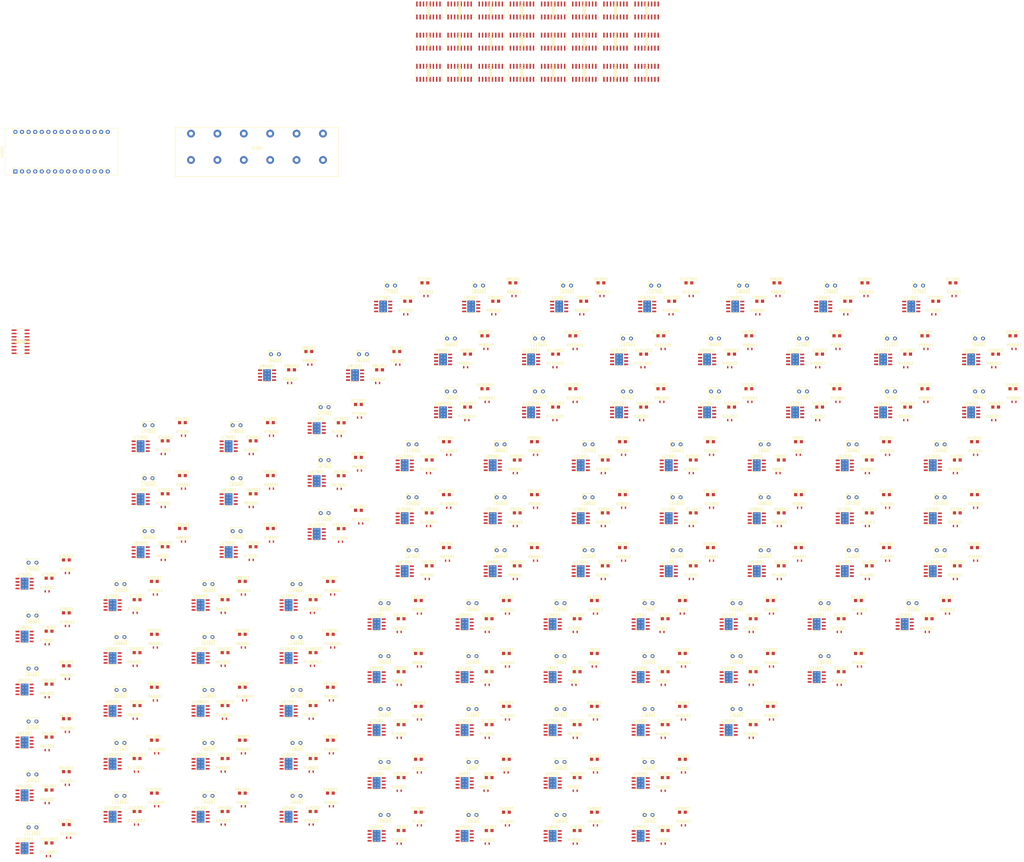
<source format=kicad_pcb>
(kicad_pcb (version 20171130) (host pcbnew "(5.0.0-rc2-dev-668-g07e7340a9)")
  (layers (0 F.Cu signal) (31 B.Cu signal) (34 B.Paste user) (35 F.Paste user) (36 B.SilkS user) (37 F.SilkS user) (38 B.Mask user) (39 F.Mask user) (44 Edge.Cuts user))
  (net 0 "")
  (net 1 "Net-(A1001-Pad16)")
  (net 2 "Net-(A1001-Pad15)")
  (net 3 +12V)
  (net 4 "Net-(A1001-Pad14)")
  (net 5 GND)
  (net 6 "Net-(A1001-Pad13)")
  (net 7 "Net-(A1001-Pad12)")
  (net 8 +5V)
  (net 9 "Net-(A1001-Pad11)")
  (net 10 "Net-(A1001-Pad26)")
  (net 11 "Net-(A1001-Pad10)")
  (net 12 "Net-(A1001-Pad25)")
  (net 13 "Net-(A1001-Pad9)")
  (net 14 "Net-(A1001-Pad24)")
  (net 15 /SER)
  (net 16 "Net-(A1001-Pad23)")
  (net 17 /RCLK)
  (net 18 "Net-(A1001-Pad22)")
  (net 19 /SRCLR)
  (net 20 "Net-(A1001-Pad21)")
  (net 21 /SRCLK)
  (net 22 "Net-(A1001-Pad20)")
  (net 23 "Net-(A1001-Pad19)")
  (net 24 "Net-(A1001-Pad3)")
  (net 25 "Net-(A1001-Pad18)")
  (net 26 "Net-(A1001-Pad2)")
  (net 27 +3V3)
  (net 28 "Net-(A1001-Pad1)")
  (net 29 "Net-(D6001-Pad1)")
  (net 30 "Net-(D6001-Pad2)")
  (net 31 "Net-(D6002-Pad1)")
  (net 32 "Net-(D6002-Pad2)")
  (net 33 "Net-(D7001-Pad1)")
  (net 34 "Net-(D7001-Pad2)")
  (net 35 "Net-(D7002-Pad1)")
  (net 36 "Net-(D7002-Pad2)")
  (net 37 "Net-(D8001-Pad1)")
  (net 38 "Net-(D8001-Pad2)")
  (net 39 "Net-(D8002-Pad1)")
  (net 40 "Net-(D8002-Pad2)")
  (net 41 "Net-(D9001-Pad1)")
  (net 42 "Net-(D9001-Pad2)")
  (net 43 "Net-(D9002-Pad1)")
  (net 44 "Net-(D9002-Pad2)")
  (net 45 "Net-(D10001-Pad1)")
  (net 46 "Net-(D10001-Pad2)")
  (net 47 "Net-(D10002-Pad2)")
  (net 48 "Net-(D10002-Pad1)")
  (net 49 "Net-(D11001-Pad2)")
  (net 50 "Net-(D11001-Pad1)")
  (net 51 "Net-(D11002-Pad2)")
  (net 52 "Net-(D11002-Pad1)")
  (net 53 "Net-(D12001-Pad2)")
  (net 54 "Net-(D12001-Pad1)")
  (net 55 "Net-(D12002-Pad1)")
  (net 56 "Net-(D12002-Pad2)")
  (net 57 "Net-(D13001-Pad1)")
  (net 58 "Net-(D13001-Pad2)")
  (net 59 "Net-(D13002-Pad2)")
  (net 60 "Net-(D13002-Pad1)")
  (net 61 "Net-(D14001-Pad1)")
  (net 62 "Net-(D14001-Pad2)")
  (net 63 "Net-(D14002-Pad2)")
  (net 64 "Net-(D14002-Pad1)")
  (net 65 "Net-(D15001-Pad2)")
  (net 66 "Net-(D15001-Pad1)")
  (net 67 "Net-(D15002-Pad1)")
  (net 68 "Net-(D15002-Pad2)")
  (net 69 "Net-(D17001-Pad1)")
  (net 70 "Net-(D17001-Pad2)")
  (net 71 "Net-(D17002-Pad1)")
  (net 72 "Net-(D17002-Pad2)")
  (net 73 "Net-(D18001-Pad1)")
  (net 74 "Net-(D18001-Pad2)")
  (net 75 "Net-(D18002-Pad2)")
  (net 76 "Net-(D18002-Pad1)")
  (net 77 "Net-(D19001-Pad2)")
  (net 78 "Net-(D19001-Pad1)")
  (net 79 "Net-(D19002-Pad2)")
  (net 80 "Net-(D19002-Pad1)")
  (net 81 "Net-(D20001-Pad1)")
  (net 82 "Net-(D20001-Pad2)")
  (net 83 "Net-(D20002-Pad2)")
  (net 84 "Net-(D20002-Pad1)")
  (net 85 "Net-(D21001-Pad2)")
  (net 86 "Net-(D21001-Pad1)")
  (net 87 "Net-(D21002-Pad2)")
  (net 88 "Net-(D21002-Pad1)")
  (net 89 "Net-(D22001-Pad2)")
  (net 90 "Net-(D22001-Pad1)")
  (net 91 "Net-(D22002-Pad2)")
  (net 92 "Net-(D22002-Pad1)")
  (net 93 "Net-(D23001-Pad2)")
  (net 94 "Net-(D23001-Pad1)")
  (net 95 "Net-(D23002-Pad2)")
  (net 96 "Net-(D23002-Pad1)")
  (net 97 "Net-(D24001-Pad2)")
  (net 98 "Net-(D24001-Pad1)")
  (net 99 "Net-(D24002-Pad2)")
  (net 100 "Net-(D24002-Pad1)")
  (net 101 "Net-(D25001-Pad2)")
  (net 102 "Net-(D25001-Pad1)")
  (net 103 "Net-(D25002-Pad2)")
  (net 104 "Net-(D25002-Pad1)")
  (net 105 "Net-(D26001-Pad2)")
  (net 106 "Net-(D26001-Pad1)")
  (net 107 "Net-(D26002-Pad2)")
  (net 108 "Net-(D26002-Pad1)")
  (net 109 "Net-(D28001-Pad2)")
  (net 110 "Net-(D28001-Pad1)")
  (net 111 "Net-(D28002-Pad1)")
  (net 112 "Net-(D28002-Pad2)")
  (net 113 "Net-(D29001-Pad2)")
  (net 114 "Net-(D29001-Pad1)")
  (net 115 "Net-(D29002-Pad2)")
  (net 116 "Net-(D29002-Pad1)")
  (net 117 "Net-(D30001-Pad2)")
  (net 118 "Net-(D30001-Pad1)")
  (net 119 "Net-(D30002-Pad2)")
  (net 120 "Net-(D30002-Pad1)")
  (net 121 "Net-(D31001-Pad1)")
  (net 122 "Net-(D31001-Pad2)")
  (net 123 "Net-(D31002-Pad1)")
  (net 124 "Net-(D31002-Pad2)")
  (net 125 "Net-(D32001-Pad2)")
  (net 126 "Net-(D32001-Pad1)")
  (net 127 "Net-(D32002-Pad2)")
  (net 128 "Net-(D32002-Pad1)")
  (net 129 "Net-(D33001-Pad2)")
  (net 130 "Net-(D33001-Pad1)")
  (net 131 "Net-(D33002-Pad1)")
  (net 132 "Net-(D33002-Pad2)")
  (net 133 "Net-(D34001-Pad1)")
  (net 134 "Net-(D34001-Pad2)")
  (net 135 "Net-(D34002-Pad1)")
  (net 136 "Net-(D34002-Pad2)")
  (net 137 "Net-(D35001-Pad1)")
  (net 138 "Net-(D35001-Pad2)")
  (net 139 "Net-(D35002-Pad1)")
  (net 140 "Net-(D35002-Pad2)")
  (net 141 "Net-(D36001-Pad1)")
  (net 142 "Net-(D36001-Pad2)")
  (net 143 "Net-(D36002-Pad1)")
  (net 144 "Net-(D36002-Pad2)")
  (net 145 "Net-(D37001-Pad1)")
  (net 146 "Net-(D37001-Pad2)")
  (net 147 "Net-(D37002-Pad1)")
  (net 148 "Net-(D37002-Pad2)")
  (net 149 "Net-(D39001-Pad1)")
  (net 150 "Net-(D39001-Pad2)")
  (net 151 "Net-(D39002-Pad1)")
  (net 152 "Net-(D39002-Pad2)")
  (net 153 "Net-(D40001-Pad2)")
  (net 154 "Net-(D40001-Pad1)")
  (net 155 "Net-(D40002-Pad1)")
  (net 156 "Net-(D40002-Pad2)")
  (net 157 "Net-(D41001-Pad1)")
  (net 158 "Net-(D41001-Pad2)")
  (net 159 "Net-(D41002-Pad1)")
  (net 160 "Net-(D41002-Pad2)")
  (net 161 "Net-(D42001-Pad1)")
  (net 162 "Net-(D42001-Pad2)")
  (net 163 "Net-(D42002-Pad1)")
  (net 164 "Net-(D42002-Pad2)")
  (net 165 "Net-(D43001-Pad1)")
  (net 166 "Net-(D43001-Pad2)")
  (net 167 "Net-(D43002-Pad1)")
  (net 168 "Net-(D43002-Pad2)")
  (net 169 "Net-(D44001-Pad1)")
  (net 170 "Net-(D44001-Pad2)")
  (net 171 "Net-(D44002-Pad1)")
  (net 172 "Net-(D44002-Pad2)")
  (net 173 "Net-(D45001-Pad1)")
  (net 174 "Net-(D45001-Pad2)")
  (net 175 "Net-(D45002-Pad2)")
  (net 176 "Net-(D45002-Pad1)")
  (net 177 "Net-(D46001-Pad2)")
  (net 178 "Net-(D46001-Pad1)")
  (net 179 "Net-(D46002-Pad2)")
  (net 180 "Net-(D46002-Pad1)")
  (net 181 "Net-(D47001-Pad2)")
  (net 182 "Net-(D47001-Pad1)")
  (net 183 "Net-(D47002-Pad2)")
  (net 184 "Net-(D47002-Pad1)")
  (net 185 "Net-(D48001-Pad2)")
  (net 186 "Net-(D48001-Pad1)")
  (net 187 "Net-(D48002-Pad2)")
  (net 188 "Net-(D48002-Pad1)")
  (net 189 "Net-(D50001-Pad2)")
  (net 190 "Net-(D50001-Pad1)")
  (net 191 "Net-(D50002-Pad1)")
  (net 192 "Net-(D50002-Pad2)")
  (net 193 "Net-(D51001-Pad1)")
  (net 194 "Net-(D51001-Pad2)")
  (net 195 "Net-(D51002-Pad1)")
  (net 196 "Net-(D51002-Pad2)")
  (net 197 "Net-(D52001-Pad1)")
  (net 198 "Net-(D52001-Pad2)")
  (net 199 "Net-(D52002-Pad1)")
  (net 200 "Net-(D52002-Pad2)")
  (net 201 "Net-(D53001-Pad1)")
  (net 202 "Net-(D53001-Pad2)")
  (net 203 "Net-(D53002-Pad2)")
  (net 204 "Net-(D53002-Pad1)")
  (net 205 "Net-(D54001-Pad2)")
  (net 206 "Net-(D54001-Pad1)")
  (net 207 "Net-(D54002-Pad2)")
  (net 208 "Net-(D54002-Pad1)")
  (net 209 "Net-(D55001-Pad1)")
  (net 210 "Net-(D55001-Pad2)")
  (net 211 "Net-(D55002-Pad2)")
  (net 212 "Net-(D55002-Pad1)")
  (net 213 "Net-(D56001-Pad2)")
  (net 214 "Net-(D56001-Pad1)")
  (net 215 "Net-(D56002-Pad2)")
  (net 216 "Net-(D56002-Pad1)")
  (net 217 "Net-(D57001-Pad2)")
  (net 218 "Net-(D57001-Pad1)")
  (net 219 "Net-(D57002-Pad2)")
  (net 220 "Net-(D57002-Pad1)")
  (net 221 "Net-(D58001-Pad2)")
  (net 222 "Net-(D58001-Pad1)")
  (net 223 "Net-(D58002-Pad1)")
  (net 224 "Net-(D58002-Pad2)")
  (net 225 "Net-(D59001-Pad2)")
  (net 226 "Net-(D59001-Pad1)")
  (net 227 "Net-(D59002-Pad2)")
  (net 228 "Net-(D59002-Pad1)")
  (net 229 "Net-(D61001-Pad1)")
  (net 230 "Net-(D61001-Pad2)")
  (net 231 "Net-(D61002-Pad2)")
  (net 232 "Net-(D61002-Pad1)")
  (net 233 "Net-(D62001-Pad1)")
  (net 234 "Net-(D62001-Pad2)")
  (net 235 "Net-(D62002-Pad2)")
  (net 236 "Net-(D62002-Pad1)")
  (net 237 "Net-(D63001-Pad1)")
  (net 238 "Net-(D63001-Pad2)")
  (net 239 "Net-(D63002-Pad2)")
  (net 240 "Net-(D63002-Pad1)")
  (net 241 "Net-(D64001-Pad2)")
  (net 242 "Net-(D64001-Pad1)")
  (net 243 "Net-(D64002-Pad1)")
  (net 244 "Net-(D64002-Pad2)")
  (net 245 "Net-(D65001-Pad2)")
  (net 246 "Net-(D65001-Pad1)")
  (net 247 "Net-(D65002-Pad1)")
  (net 248 "Net-(D65002-Pad2)")
  (net 249 "Net-(D66001-Pad1)")
  (net 250 "Net-(D66001-Pad2)")
  (net 251 "Net-(D66002-Pad1)")
  (net 252 "Net-(D66002-Pad2)")
  (net 253 "Net-(D67001-Pad2)")
  (net 254 "Net-(D67001-Pad1)")
  (net 255 "Net-(D67002-Pad1)")
  (net 256 "Net-(D67002-Pad2)")
  (net 257 "Net-(D68001-Pad2)")
  (net 258 "Net-(D68001-Pad1)")
  (net 259 "Net-(D68002-Pad2)")
  (net 260 "Net-(D68002-Pad1)")
  (net 261 "Net-(D69001-Pad1)")
  (net 262 "Net-(D69001-Pad2)")
  (net 263 "Net-(D69002-Pad2)")
  (net 264 "Net-(D69002-Pad1)")
  (net 265 "Net-(D70001-Pad1)")
  (net 266 "Net-(D70001-Pad2)")
  (net 267 "Net-(D70002-Pad2)")
  (net 268 "Net-(D70002-Pad1)")
  (net 269 "Net-(D72001-Pad1)")
  (net 270 "Net-(D72001-Pad2)")
  (net 271 "Net-(D72002-Pad2)")
  (net 272 "Net-(D72002-Pad1)")
  (net 273 "Net-(D73001-Pad1)")
  (net 274 "Net-(D73001-Pad2)")
  (net 275 "Net-(D73002-Pad2)")
  (net 276 "Net-(D73002-Pad1)")
  (net 277 "Net-(D74001-Pad2)")
  (net 278 "Net-(D74001-Pad1)")
  (net 279 "Net-(D74002-Pad1)")
  (net 280 "Net-(D74002-Pad2)")
  (net 281 "Net-(D75001-Pad2)")
  (net 282 "Net-(D75001-Pad1)")
  (net 283 "Net-(D75002-Pad1)")
  (net 284 "Net-(D75002-Pad2)")
  (net 285 "Net-(D76001-Pad2)")
  (net 286 "Net-(D76001-Pad1)")
  (net 287 "Net-(D76002-Pad1)")
  (net 288 "Net-(D76002-Pad2)")
  (net 289 "Net-(D77001-Pad2)")
  (net 290 "Net-(D77001-Pad1)")
  (net 291 "Net-(D77002-Pad1)")
  (net 292 "Net-(D77002-Pad2)")
  (net 293 "Net-(D78001-Pad1)")
  (net 294 "Net-(D78001-Pad2)")
  (net 295 "Net-(D78002-Pad1)")
  (net 296 "Net-(D78002-Pad2)")
  (net 297 "Net-(D79001-Pad2)")
  (net 298 "Net-(D79001-Pad1)")
  (net 299 "Net-(D79002-Pad1)")
  (net 300 "Net-(D79002-Pad2)")
  (net 301 "Net-(D80001-Pad2)")
  (net 302 "Net-(D80001-Pad1)")
  (net 303 "Net-(D80002-Pad1)")
  (net 304 "Net-(D80002-Pad2)")
  (net 305 "Net-(D81001-Pad2)")
  (net 306 "Net-(D81001-Pad1)")
  (net 307 "Net-(D81002-Pad1)")
  (net 308 "Net-(D81002-Pad2)")
  (net 309 "Net-(D83001-Pad2)")
  (net 310 "Net-(D83001-Pad1)")
  (net 311 "Net-(D83002-Pad2)")
  (net 312 "Net-(D83002-Pad1)")
  (net 313 "Net-(D84001-Pad2)")
  (net 314 "Net-(D84001-Pad1)")
  (net 315 "Net-(D84002-Pad1)")
  (net 316 "Net-(D84002-Pad2)")
  (net 317 "Net-(D85001-Pad2)")
  (net 318 "Net-(D85001-Pad1)")
  (net 319 "Net-(D85002-Pad1)")
  (net 320 "Net-(D85002-Pad2)")
  (net 321 "Net-(D86001-Pad2)")
  (net 322 "Net-(D86001-Pad1)")
  (net 323 "Net-(D86002-Pad1)")
  (net 324 "Net-(D86002-Pad2)")
  (net 325 "Net-(D87001-Pad2)")
  (net 326 "Net-(D87001-Pad1)")
  (net 327 "Net-(D87002-Pad1)")
  (net 328 "Net-(D87002-Pad2)")
  (net 329 "Net-(D88001-Pad1)")
  (net 330 "Net-(D88001-Pad2)")
  (net 331 "Net-(D88002-Pad2)")
  (net 332 "Net-(D88002-Pad1)")
  (net 333 "Net-(D89001-Pad1)")
  (net 334 "Net-(D89001-Pad2)")
  (net 335 "Net-(D89002-Pad2)")
  (net 336 "Net-(D89002-Pad1)")
  (net 337 "Net-(D90001-Pad1)")
  (net 338 "Net-(D90001-Pad2)")
  (net 339 "Net-(D90002-Pad2)")
  (net 340 "Net-(D90002-Pad1)")
  (net 341 "Net-(D91001-Pad1)")
  (net 342 "Net-(D91001-Pad2)")
  (net 343 "Net-(D91002-Pad2)")
  (net 344 "Net-(D91002-Pad1)")
  (net 345 "Net-(D92001-Pad2)")
  (net 346 "Net-(D92001-Pad1)")
  (net 347 "Net-(D92002-Pad2)")
  (net 348 "Net-(D92002-Pad1)")
  (net 349 "Net-(D94001-Pad1)")
  (net 350 "Net-(D94001-Pad2)")
  (net 351 "Net-(D94002-Pad2)")
  (net 352 "Net-(D94002-Pad1)")
  (net 353 "Net-(D95001-Pad1)")
  (net 354 "Net-(D95001-Pad2)")
  (net 355 "Net-(D95002-Pad2)")
  (net 356 "Net-(D95002-Pad1)")
  (net 357 "Net-(D96001-Pad1)")
  (net 358 "Net-(D96001-Pad2)")
  (net 359 "Net-(D96002-Pad2)")
  (net 360 "Net-(D96002-Pad1)")
  (net 361 "Net-(D97001-Pad1)")
  (net 362 "Net-(D97001-Pad2)")
  (net 363 "Net-(D97002-Pad1)")
  (net 364 "Net-(D97002-Pad2)")
  (net 365 "Net-(D98001-Pad2)")
  (net 366 "Net-(D98001-Pad1)")
  (net 367 "Net-(D98002-Pad1)")
  (net 368 "Net-(D98002-Pad2)")
  (net 369 "Net-(D99001-Pad2)")
  (net 370 "Net-(D99001-Pad1)")
  (net 371 "Net-(D99002-Pad1)")
  (net 372 "Net-(D99002-Pad2)")
  (net 373 "Net-(D100001-Pad2)")
  (net 374 "Net-(D100001-Pad1)")
  (net 375 "Net-(D100002-Pad1)")
  (net 376 "Net-(D100002-Pad2)")
  (net 377 "Net-(D101001-Pad2)")
  (net 378 "Net-(D101001-Pad1)")
  (net 379 "Net-(D101002-Pad1)")
  (net 380 "Net-(D101002-Pad2)")
  (net 381 "Net-(D102001-Pad2)")
  (net 382 "Net-(D102001-Pad1)")
  (net 383 "Net-(D102002-Pad1)")
  (net 384 "Net-(D102002-Pad2)")
  (net 385 "Net-(D103001-Pad2)")
  (net 386 "Net-(D103001-Pad1)")
  (net 387 "Net-(D103002-Pad1)")
  (net 388 "Net-(D103002-Pad2)")
  (net 389 "Net-(D105001-Pad2)")
  (net 390 "Net-(D105001-Pad1)")
  (net 391 "Net-(D105002-Pad1)")
  (net 392 "Net-(D105002-Pad2)")
  (net 393 "Net-(D106001-Pad2)")
  (net 394 "Net-(D106001-Pad1)")
  (net 395 "Net-(D106002-Pad2)")
  (net 396 "Net-(D106002-Pad1)")
  (net 397 "Net-(D107001-Pad1)")
  (net 398 "Net-(D107001-Pad2)")
  (net 399 "Net-(D107002-Pad2)")
  (net 400 "Net-(D107002-Pad1)")
  (net 401 "Net-(D108001-Pad1)")
  (net 402 "Net-(D108001-Pad2)")
  (net 403 "Net-(D108002-Pad2)")
  (net 404 "Net-(D108002-Pad1)")
  (net 405 "Net-(D109001-Pad1)")
  (net 406 "Net-(D109001-Pad2)")
  (net 407 "Net-(D109002-Pad2)")
  (net 408 "Net-(D109002-Pad1)")
  (net 409 "Net-(D110001-Pad1)")
  (net 410 "Net-(D110001-Pad2)")
  (net 411 "Net-(D110002-Pad1)")
  (net 412 "Net-(D110002-Pad2)")
  (net 413 "Net-(D111001-Pad1)")
  (net 414 "Net-(D111001-Pad2)")
  (net 415 "Net-(D111002-Pad2)")
  (net 416 "Net-(D111002-Pad1)")
  (net 417 "Net-(D112001-Pad1)")
  (net 418 "Net-(D112001-Pad2)")
  (net 419 "Net-(D112002-Pad2)")
  (net 420 "Net-(D112002-Pad1)")
  (net 421 "Net-(D113001-Pad1)")
  (net 422 "Net-(D113001-Pad2)")
  (net 423 "Net-(D113002-Pad2)")
  (net 424 "Net-(D113002-Pad1)")
  (net 425 "Net-(D114001-Pad1)")
  (net 426 "Net-(D114001-Pad2)")
  (net 427 "Net-(D114002-Pad1)")
  (net 428 "Net-(D114002-Pad2)")
  (net 429 /O_194)
  (net 430 /O_195)
  (net 431 /O_196)
  (net 432 /O_197)
  (net 433 /O_198)
  (net 434 /O_199)
  (net 435 /O_200)
  (net 436 "Net-(U1001-Pad9)")
  (net 437 /SER_3_F)
  (net 438 /O_193)
  (net 439 /O_1)
  (net 440 /ShiftRegisters/IO_1_2)
  (net 441 /O_8)
  (net 442 /O_7)
  (net 443 /O_6)
  (net 444 /O_5)
  (net 445 /O_4)
  (net 446 /O_3)
  (net 447 /O_2)
  (net 448 /O_10)
  (net 449 /O_11)
  (net 450 /O_12)
  (net 451 /O_13)
  (net 452 /O_14)
  (net 453 /O_15)
  (net 454 /O_16)
  (net 455 /ShiftRegisters/IO_2_3)
  (net 456 /O_9)
  (net 457 /O_17)
  (net 458 /ShiftRegisters/IO_3_4)
  (net 459 /O_24)
  (net 460 /O_23)
  (net 461 /O_22)
  (net 462 /O_21)
  (net 463 /O_20)
  (net 464 /O_19)
  (net 465 /O_18)
  (net 466 /O_26)
  (net 467 /O_27)
  (net 468 /O_28)
  (net 469 /O_29)
  (net 470 /O_30)
  (net 471 /O_31)
  (net 472 /O_32)
  (net 473 /ShiftRegisters/IO_4_5)
  (net 474 /O_25)
  (net 475 /O_33)
  (net 476 /ShiftRegisters/IO_5_6)
  (net 477 /O_40)
  (net 478 /O_39)
  (net 479 /O_38)
  (net 480 /O_37)
  (net 481 /O_36)
  (net 482 /O_35)
  (net 483 /O_34)
  (net 484 /O_42)
  (net 485 /O_43)
  (net 486 /O_44)
  (net 487 /O_45)
  (net 488 /O_46)
  (net 489 /O_47)
  (net 490 /O_48)
  (net 491 /ShiftRegisters/IO_6_7)
  (net 492 /O_41)
  (net 493 /O_49)
  (net 494 /ShiftRegisters/IO_7_8)
  (net 495 /O_56)
  (net 496 /O_55)
  (net 497 /O_54)
  (net 498 /O_53)
  (net 499 /O_52)
  (net 500 /O_51)
  (net 501 /O_50)
  (net 502 /O_58)
  (net 503 /O_59)
  (net 504 /O_60)
  (net 505 /O_61)
  (net 506 /O_62)
  (net 507 /O_63)
  (net 508 /O_64)
  (net 509 /SER_1_2)
  (net 510 /O_57)
  (net 511 /O_65)
  (net 512 /sheet5BEA168E/IO_1_2)
  (net 513 /O_72)
  (net 514 /O_71)
  (net 515 /O_70)
  (net 516 /O_69)
  (net 517 /O_68)
  (net 518 /O_67)
  (net 519 /O_66)
  (net 520 /O_74)
  (net 521 /O_75)
  (net 522 /O_76)
  (net 523 /O_77)
  (net 524 /O_78)
  (net 525 /O_79)
  (net 526 /O_80)
  (net 527 /sheet5BEA168E/IO_2_3)
  (net 528 /O_73)
  (net 529 /O_81)
  (net 530 /sheet5BEA168E/IO_3_4)
  (net 531 /O_88)
  (net 532 /O_87)
  (net 533 /O_86)
  (net 534 /O_85)
  (net 535 /O_84)
  (net 536 /O_83)
  (net 537 /O_82)
  (net 538 /O_90)
  (net 539 /O_91)
  (net 540 /O_92)
  (net 541 /O_93)
  (net 542 /O_94)
  (net 543 /O_95)
  (net 544 /O_96)
  (net 545 /sheet5BEA168E/IO_4_5)
  (net 546 /O_89)
  (net 547 /O_97)
  (net 548 /sheet5BEA168E/IO_5_6)
  (net 549 /O_104)
  (net 550 /O_103)
  (net 551 /O_102)
  (net 552 /O_101)
  (net 553 /O_100)
  (net 554 /O_99)
  (net 555 /O_98)
  (net 556 /O_106)
  (net 557 /O_107)
  (net 558 /O_108)
  (net 559 /O_109)
  (net 560 /O_110)
  (net 561 /O_111)
  (net 562 /O_112)
  (net 563 /sheet5BEA168E/IO_6_7)
  (net 564 /O_105)
  (net 565 /O_113)
  (net 566 /sheet5BEA168E/IO_7_8)
  (net 567 /O_120)
  (net 568 /O_119)
  (net 569 /O_118)
  (net 570 /O_117)
  (net 571 /O_116)
  (net 572 /O_115)
  (net 573 /O_114)
  (net 574 /O_122)
  (net 575 /O_123)
  (net 576 /O_124)
  (net 577 /O_125)
  (net 578 /O_126)
  (net 579 /O_127)
  (net 580 /O_128)
  (net 581 /SER_2_3)
  (net 582 /O_121)
  (net 583 /O_129)
  (net 584 /sheet5BEA16DC/IO_1_2)
  (net 585 /O_136)
  (net 586 /O_135)
  (net 587 /O_134)
  (net 588 /O_133)
  (net 589 /O_132)
  (net 590 /O_131)
  (net 591 /O_130)
  (net 592 /O_138)
  (net 593 /O_139)
  (net 594 /O_140)
  (net 595 /O_141)
  (net 596 /O_142)
  (net 597 /O_143)
  (net 598 /O_144)
  (net 599 /sheet5BEA16DC/IO_2_3)
  (net 600 /O_137)
  (net 601 /O_145)
  (net 602 /sheet5BEA16DC/IO_3_4)
  (net 603 /O_152)
  (net 604 /O_151)
  (net 605 /O_150)
  (net 606 /O_149)
  (net 607 /O_148)
  (net 608 /O_147)
  (net 609 /O_146)
  (net 610 /O_154)
  (net 611 /O_155)
  (net 612 /O_156)
  (net 613 /O_157)
  (net 614 /O_158)
  (net 615 /O_159)
  (net 616 /O_160)
  (net 617 /sheet5BEA16DC/IO_4_5)
  (net 618 /O_153)
  (net 619 /O_161)
  (net 620 /sheet5BEA16DC/IO_5_6)
  (net 621 /O_168)
  (net 622 /O_167)
  (net 623 /O_166)
  (net 624 /O_165)
  (net 625 /O_164)
  (net 626 /O_163)
  (net 627 /O_162)
  (net 628 /O_170)
  (net 629 /O_171)
  (net 630 /O_172)
  (net 631 /O_173)
  (net 632 /O_174)
  (net 633 /O_175)
  (net 634 /O_176)
  (net 635 /sheet5BEA16DC/IO_6_7)
  (net 636 /O_169)
  (net 637 /O_177)
  (net 638 /sheet5BEA16DC/IO_7_8)
  (net 639 /O_184)
  (net 640 /O_183)
  (net 641 /O_182)
  (net 642 /O_181)
  (net 643 /O_180)
  (net 644 /O_179)
  (net 645 /O_178)
  (net 646 /O_186)
  (net 647 /O_187)
  (net 648 /O_188)
  (net 649 /O_189)
  (net 650 /O_190)
  (net 651 /O_191)
  (net 652 /O_192)
  (net 653 /O_185)
  (module Modules:Arduino_Nano (layer F.Cu) (at -7 -39 90)
    (fp_text reference A1001 (at 7.62 -5.08 90) (layer F.SilkS))
    (fp_text value Arduino_Nano)
    (pad 16 thru_hole oval (at 15.24 35.56 90) (size 1.6 1.6) (drill 0.8) (layers *.Cu *.Mask) (net 1 "Net-(A1001-Pad16)"))
    (pad 15 thru_hole oval (at 0 35.56 90) (size 1.6 1.6) (drill 0.8) (layers *.Cu *.Mask) (net 2 "Net-(A1001-Pad15)"))
    (pad 30 thru_hole oval (at 15.24 0 90) (size 1.6 1.6) (drill 0.8) (layers *.Cu *.Mask) (net 3 +12V))
    (pad 14 thru_hole oval (at 0 33.02 90) (size 1.6 1.6) (drill 0.8) (layers *.Cu *.Mask) (net 4 "Net-(A1001-Pad14)"))
    (pad 29 thru_hole oval (at 15.24 2.54 90) (size 1.6 1.6) (drill 0.8) (layers *.Cu *.Mask) (net 5 GND))
    (pad 13 thru_hole oval (at 0 30.48 90) (size 1.6 1.6) (drill 0.8) (layers *.Cu *.Mask) (net 6 "Net-(A1001-Pad13)"))
    (pad 28 thru_hole oval (at 15.24 5.08 90) (size 1.6 1.6) (drill 0.8) (layers *.Cu *.Mask))
    (pad 12 thru_hole oval (at 0 27.94 90) (size 1.6 1.6) (drill 0.8) (layers *.Cu *.Mask) (net 7 "Net-(A1001-Pad12)"))
    (pad 27 thru_hole oval (at 15.24 7.62 90) (size 1.6 1.6) (drill 0.8) (layers *.Cu *.Mask) (net 8 +5V))
    (pad 11 thru_hole oval (at 0 25.4 90) (size 1.6 1.6) (drill 0.8) (layers *.Cu *.Mask) (net 9 "Net-(A1001-Pad11)"))
    (pad 26 thru_hole oval (at 15.24 10.16 90) (size 1.6 1.6) (drill 0.8) (layers *.Cu *.Mask) (net 10 "Net-(A1001-Pad26)"))
    (pad 10 thru_hole oval (at 0 22.86 90) (size 1.6 1.6) (drill 0.8) (layers *.Cu *.Mask) (net 11 "Net-(A1001-Pad10)"))
    (pad 25 thru_hole oval (at 15.24 12.7 90) (size 1.6 1.6) (drill 0.8) (layers *.Cu *.Mask) (net 12 "Net-(A1001-Pad25)"))
    (pad 9 thru_hole oval (at 0 20.32 90) (size 1.6 1.6) (drill 0.8) (layers *.Cu *.Mask) (net 13 "Net-(A1001-Pad9)"))
    (pad 24 thru_hole oval (at 15.24 15.24 90) (size 1.6 1.6) (drill 0.8) (layers *.Cu *.Mask) (net 14 "Net-(A1001-Pad24)"))
    (pad 8 thru_hole oval (at 0 17.78 90) (size 1.6 1.6) (drill 0.8) (layers *.Cu *.Mask) (net 15 /SER))
    (pad 23 thru_hole oval (at 15.24 17.78 90) (size 1.6 1.6) (drill 0.8) (layers *.Cu *.Mask) (net 16 "Net-(A1001-Pad23)"))
    (pad 7 thru_hole oval (at 0 15.24 90) (size 1.6 1.6) (drill 0.8) (layers *.Cu *.Mask) (net 17 /RCLK))
    (pad 22 thru_hole oval (at 15.24 20.32 90) (size 1.6 1.6) (drill 0.8) (layers *.Cu *.Mask) (net 18 "Net-(A1001-Pad22)"))
    (pad 6 thru_hole oval (at 0 12.7 90) (size 1.6 1.6) (drill 0.8) (layers *.Cu *.Mask) (net 19 /SRCLR))
    (pad 21 thru_hole oval (at 15.24 22.86 90) (size 1.6 1.6) (drill 0.8) (layers *.Cu *.Mask) (net 20 "Net-(A1001-Pad21)"))
    (pad 5 thru_hole oval (at 0 10.16 90) (size 1.6 1.6) (drill 0.8) (layers *.Cu *.Mask) (net 21 /SRCLK))
    (pad 20 thru_hole oval (at 15.24 25.4 90) (size 1.6 1.6) (drill 0.8) (layers *.Cu *.Mask) (net 22 "Net-(A1001-Pad20)"))
    (pad 4 thru_hole oval (at 0 7.62 90) (size 1.6 1.6) (drill 0.8) (layers *.Cu *.Mask) (net 5 GND))
    (pad 19 thru_hole oval (at 15.24 27.94 90) (size 1.6 1.6) (drill 0.8) (layers *.Cu *.Mask) (net 23 "Net-(A1001-Pad19)"))
    (pad 3 thru_hole oval (at 0 5.08 90) (size 1.6 1.6) (drill 0.8) (layers *.Cu *.Mask) (net 24 "Net-(A1001-Pad3)"))
    (pad 18 thru_hole oval (at 15.24 30.48 90) (size 1.6 1.6) (drill 0.8) (layers *.Cu *.Mask) (net 25 "Net-(A1001-Pad18)"))
    (pad 2 thru_hole oval (at 0 2.54 90) (size 1.6 1.6) (drill 0.8) (layers *.Cu *.Mask) (net 26 "Net-(A1001-Pad2)"))
    (pad 17 thru_hole oval (at 15.24 33.02 90) (size 1.6 1.6) (drill 0.8) (layers *.Cu *.Mask) (net 27 +3V3))
    (pad 1 thru_hole rect (at 0 0 90) (size 1.6 1.6) (drill 0.8) (layers *.Cu *.Mask) (net 28 "Net-(A1001-Pad1)"))
  )
  (module LEDs:LED_0805 (layer F.Cu) (at 182.001666 187.4175)
    (fp_text reference D6001 (at 0 -1.45) (layer F.SilkS))
    (fp_text value GREEN_LED)
    (pad 1 smd rect (at -1.1 0 180) (size 1.2 1.2) (layers F.Cu F.Paste F.Mask) (net 29 "Net-(D6001-Pad1)"))
    (pad 2 smd rect (at 1.1 0 180) (size 1.2 1.2) (layers F.Cu F.Paste F.Mask) (net 30 "Net-(D6001-Pad2)"))
  )
  (module LEDs:LED_0805 (layer F.Cu) (at 175.364047 194.4675)
    (fp_text reference D6002 (at 0 -1.45) (layer F.SilkS))
    (fp_text value BLUE_LED)
    (pad 1 smd rect (at -1.1 0 180) (size 1.2 1.2) (layers F.Cu F.Paste F.Mask) (net 31 "Net-(D6002-Pad1)"))
    (pad 2 smd rect (at 1.1 0 180) (size 1.2 1.2) (layers F.Cu F.Paste F.Mask) (net 32 "Net-(D6002-Pad2)"))
  )
  (module LEDs:LED_0805 (layer F.Cu) (at 249.761666 126.2475)
    (fp_text reference D7001 (at 0 -1.45) (layer F.SilkS))
    (fp_text value GREEN_LED)
    (pad 1 smd rect (at -1.1 0 180) (size 1.2 1.2) (layers F.Cu F.Paste F.Mask) (net 33 "Net-(D7001-Pad1)"))
    (pad 2 smd rect (at 1.1 0 180) (size 1.2 1.2) (layers F.Cu F.Paste F.Mask) (net 34 "Net-(D7001-Pad2)"))
  )
  (module LEDs:LED_0805 (layer F.Cu) (at 243.124047 133.2975)
    (fp_text reference D7002 (at 0 -1.45) (layer F.SilkS))
    (fp_text value BLUE_LED)
    (pad 1 smd rect (at -1.1 0 180) (size 1.2 1.2) (layers F.Cu F.Paste F.Mask) (net 35 "Net-(D7002-Pad1)"))
    (pad 2 smd rect (at 1.1 0 180) (size 1.2 1.2) (layers F.Cu F.Paste F.Mask) (net 36 "Net-(D7002-Pad2)"))
  )
  (module LEDs:LED_0805 (layer F.Cu) (at 294.451666 65.0775)
    (fp_text reference D8001 (at 0 -1.45) (layer F.SilkS))
    (fp_text value GREEN_LED)
    (pad 1 smd rect (at -1.1 0 180) (size 1.2 1.2) (layers F.Cu F.Paste F.Mask) (net 37 "Net-(D8001-Pad1)"))
    (pad 2 smd rect (at 1.1 0 180) (size 1.2 1.2) (layers F.Cu F.Paste F.Mask) (net 38 "Net-(D8001-Pad2)"))
  )
  (module LEDs:LED_0805 (layer F.Cu) (at 287.814047 72.1275)
    (fp_text reference D8002 (at 0 -1.45) (layer F.SilkS))
    (fp_text value BLUE_LED)
    (pad 1 smd rect (at -1.1 0 180) (size 1.2 1.2) (layers F.Cu F.Paste F.Mask) (net 39 "Net-(D8002-Pad1)"))
    (pad 2 smd rect (at 1.1 0 180) (size 1.2 1.2) (layers F.Cu F.Paste F.Mask) (net 40 "Net-(D8002-Pad2)"))
  )
  (module LEDs:LED_0805 (layer F.Cu) (at 215.881666 146.6375)
    (fp_text reference D9001 (at 0 -1.45) (layer F.SilkS))
    (fp_text value GREEN_LED)
    (pad 1 smd rect (at -1.1 0 180) (size 1.2 1.2) (layers F.Cu F.Paste F.Mask) (net 41 "Net-(D9001-Pad1)"))
    (pad 2 smd rect (at 1.1 0 180) (size 1.2 1.2) (layers F.Cu F.Paste F.Mask) (net 42 "Net-(D9001-Pad2)"))
  )
  (module LEDs:LED_0805 (layer F.Cu) (at 209.244047 153.6875)
    (fp_text reference D9002 (at 0 -1.45) (layer F.SilkS))
    (fp_text value BLUE_LED)
    (pad 1 smd rect (at -1.1 0 180) (size 1.2 1.2) (layers F.Cu F.Paste F.Mask) (net 43 "Net-(D9002-Pad1)"))
    (pad 2 smd rect (at 1.1 0 180) (size 1.2 1.2) (layers F.Cu F.Paste F.Mask) (net 44 "Net-(D9002-Pad2)"))
  )
  (module LEDs:LED_0805 (layer F.Cu) (at 260.571666 105.8575)
    (fp_text reference D10001 (at 0 -1.45) (layer F.SilkS))
    (fp_text value GREEN_LED)
    (pad 1 smd rect (at -1.1 0 180) (size 1.2 1.2) (layers F.Cu F.Paste F.Mask) (net 45 "Net-(D10001-Pad1)"))
    (pad 2 smd rect (at 1.1 0 180) (size 1.2 1.2) (layers F.Cu F.Paste F.Mask) (net 46 "Net-(D10001-Pad2)"))
  )
  (module LEDs:LED_0805 (layer F.Cu) (at 253.934047 112.9075)
    (fp_text reference D10002 (at 0 -1.45) (layer F.SilkS))
    (fp_text value BLUE_LED)
    (pad 2 smd rect (at 1.1 0 180) (size 1.2 1.2) (layers F.Cu F.Paste F.Mask) (net 47 "Net-(D10002-Pad2)"))
    (pad 1 smd rect (at -1.1 0 180) (size 1.2 1.2) (layers F.Cu F.Paste F.Mask) (net 48 "Net-(D10002-Pad1)"))
  )
  (module LEDs:LED_0805 (layer F.Cu) (at 343.101666 24.2975)
    (fp_text reference D11001 (at 0 -1.45) (layer F.SilkS))
    (fp_text value GREEN_LED)
    (pad 2 smd rect (at 1.1 0 180) (size 1.2 1.2) (layers F.Cu F.Paste F.Mask) (net 49 "Net-(D11001-Pad2)"))
    (pad 1 smd rect (at -1.1 0 180) (size 1.2 1.2) (layers F.Cu F.Paste F.Mask) (net 50 "Net-(D11001-Pad1)"))
  )
  (module LEDs:LED_0805 (layer F.Cu) (at 336.464047 31.3475)
    (fp_text reference D11002 (at 0 -1.45) (layer F.SilkS))
    (fp_text value BLUE_LED)
    (pad 2 smd rect (at 1.1 0 180) (size 1.2 1.2) (layers F.Cu F.Paste F.Mask) (net 51 "Net-(D11002-Pad2)"))
    (pad 1 smd rect (at -1.1 0 180) (size 1.2 1.2) (layers F.Cu F.Paste F.Mask) (net 52 "Net-(D11002-Pad1)"))
  )
  (module LEDs:LED_0805 (layer F.Cu) (at 309.221666 44.6875)
    (fp_text reference D12001 (at 0 -1.45) (layer F.SilkS))
    (fp_text value GREEN_LED)
    (pad 2 smd rect (at 1.1 0 180) (size 1.2 1.2) (layers F.Cu F.Paste F.Mask) (net 53 "Net-(D12001-Pad2)"))
    (pad 1 smd rect (at -1.1 0 180) (size 1.2 1.2) (layers F.Cu F.Paste F.Mask) (net 54 "Net-(D12001-Pad1)"))
  )
  (module LEDs:LED_0805 (layer F.Cu) (at 302.584047 51.7375)
    (fp_text reference D12002 (at 0 -1.45) (layer F.SilkS))
    (fp_text value BLUE_LED)
    (pad 1 smd rect (at -1.1 0 180) (size 1.2 1.2) (layers F.Cu F.Paste F.Mask) (net 55 "Net-(D12002-Pad1)"))
    (pad 2 smd rect (at 1.1 0 180) (size 1.2 1.2) (layers F.Cu F.Paste F.Mask) (net 56 "Net-(D12002-Pad2)"))
  )
  (module LEDs:LED_0805 (layer F.Cu) (at 182.001666 167.0275)
    (fp_text reference D13001 (at 0 -1.45) (layer F.SilkS))
    (fp_text value GREEN_LED)
    (pad 1 smd rect (at -1.1 0 180) (size 1.2 1.2) (layers F.Cu F.Paste F.Mask) (net 57 "Net-(D13001-Pad1)"))
    (pad 2 smd rect (at 1.1 0 180) (size 1.2 1.2) (layers F.Cu F.Paste F.Mask) (net 58 "Net-(D13001-Pad2)"))
  )
  (module LEDs:LED_0805 (layer F.Cu) (at 175.364047 174.0775)
    (fp_text reference D13002 (at 0 -1.45) (layer F.SilkS))
    (fp_text value BLUE_LED)
    (pad 2 smd rect (at 1.1 0 180) (size 1.2 1.2) (layers F.Cu F.Paste F.Mask) (net 59 "Net-(D13002-Pad2)"))
    (pad 1 smd rect (at -1.1 0 180) (size 1.2 1.2) (layers F.Cu F.Paste F.Mask) (net 60 "Net-(D13002-Pad1)"))
  )
  (module LEDs:LED_0805 (layer F.Cu) (at 260.571666 85.4675)
    (fp_text reference D14001 (at 0 -1.45) (layer F.SilkS))
    (fp_text value GREEN_LED)
    (pad 1 smd rect (at -1.1 0 180) (size 1.2 1.2) (layers F.Cu F.Paste F.Mask) (net 61 "Net-(D14001-Pad1)"))
    (pad 2 smd rect (at 1.1 0 180) (size 1.2 1.2) (layers F.Cu F.Paste F.Mask) (net 62 "Net-(D14001-Pad2)"))
  )
  (module LEDs:LED_0805 (layer F.Cu) (at 253.934047 92.5175)
    (fp_text reference D14002 (at 0 -1.45) (layer F.SilkS))
    (fp_text value BLUE_LED)
    (pad 2 smd rect (at 1.1 0 180) (size 1.2 1.2) (layers F.Cu F.Paste F.Mask) (net 63 "Net-(D14002-Pad2)"))
    (pad 1 smd rect (at -1.1 0 180) (size 1.2 1.2) (layers F.Cu F.Paste F.Mask) (net 64 "Net-(D14002-Pad1)"))
  )
  (module LEDs:LED_0805 (layer F.Cu) (at 148.121666 207.8075)
    (fp_text reference D15001 (at 0 -1.45) (layer F.SilkS))
    (fp_text value GREEN_LED)
    (pad 2 smd rect (at 1.1 0 180) (size 1.2 1.2) (layers F.Cu F.Paste F.Mask) (net 65 "Net-(D15001-Pad2)"))
    (pad 1 smd rect (at -1.1 0 180) (size 1.2 1.2) (layers F.Cu F.Paste F.Mask) (net 66 "Net-(D15001-Pad1)"))
  )
  (module LEDs:LED_0805 (layer F.Cu) (at 141.484047 214.8575)
    (fp_text reference D15002 (at 0 -1.45) (layer F.SilkS))
    (fp_text value BLUE_LED)
    (pad 1 smd rect (at -1.1 0 180) (size 1.2 1.2) (layers F.Cu F.Paste F.Mask) (net 67 "Net-(D15002-Pad1)"))
    (pad 2 smd rect (at 1.1 0 180) (size 1.2 1.2) (layers F.Cu F.Paste F.Mask) (net 68 "Net-(D15002-Pad2)"))
  )
  (module LEDs:LED_0805 (layer F.Cu) (at 353.911666 3.9075)
    (fp_text reference D17001 (at 0 -1.45) (layer F.SilkS))
    (fp_text value GREEN_LED)
    (pad 1 smd rect (at -1.1 0 180) (size 1.2 1.2) (layers F.Cu F.Paste F.Mask) (net 69 "Net-(D17001-Pad1)"))
    (pad 2 smd rect (at 1.1 0 180) (size 1.2 1.2) (layers F.Cu F.Paste F.Mask) (net 70 "Net-(D17001-Pad2)"))
  )
  (module LEDs:LED_0805 (layer F.Cu) (at 347.274047 10.9575)
    (fp_text reference D17002 (at 0 -1.45) (layer F.SilkS))
    (fp_text value BLUE_LED)
    (pad 1 smd rect (at -1.1 0 180) (size 1.2 1.2) (layers F.Cu F.Paste F.Mask) (net 71 "Net-(D17002-Pad1)"))
    (pad 2 smd rect (at 1.1 0 180) (size 1.2 1.2) (layers F.Cu F.Paste F.Mask) (net 72 "Net-(D17002-Pad2)"))
  )
  (module LEDs:LED_0805 (layer F.Cu) (at 114.241666 180.0675)
    (fp_text reference D18001 (at 0 -1.45) (layer F.SilkS))
    (fp_text value GREEN_LED)
    (pad 1 smd rect (at -1.1 0 180) (size 1.2 1.2) (layers F.Cu F.Paste F.Mask) (net 73 "Net-(D18001-Pad1)"))
    (pad 2 smd rect (at 1.1 0 180) (size 1.2 1.2) (layers F.Cu F.Paste F.Mask) (net 74 "Net-(D18001-Pad2)"))
  )
  (module LEDs:LED_0805 (layer F.Cu) (at 107.604047 187.1175)
    (fp_text reference D18002 (at 0 -1.45) (layer F.SilkS))
    (fp_text value BLUE_LED)
    (pad 2 smd rect (at 1.1 0 180) (size 1.2 1.2) (layers F.Cu F.Paste F.Mask) (net 75 "Net-(D18002-Pad2)"))
    (pad 1 smd rect (at -1.1 0 180) (size 1.2 1.2) (layers F.Cu F.Paste F.Mask) (net 76 "Net-(D18002-Pad1)"))
  )
  (module LEDs:LED_0805 (layer F.Cu) (at 215.881666 126.2475)
    (fp_text reference D19001 (at 0 -1.45) (layer F.SilkS))
    (fp_text value GREEN_LED)
    (pad 2 smd rect (at 1.1 0 180) (size 1.2 1.2) (layers F.Cu F.Paste F.Mask) (net 77 "Net-(D19001-Pad2)"))
    (pad 1 smd rect (at -1.1 0 180) (size 1.2 1.2) (layers F.Cu F.Paste F.Mask) (net 78 "Net-(D19001-Pad1)"))
  )
  (module LEDs:LED_0805 (layer F.Cu) (at 209.244047 133.2975)
    (fp_text reference D19002 (at 0 -1.45) (layer F.SilkS))
    (fp_text value BLUE_LED)
    (pad 2 smd rect (at 1.1 0 180) (size 1.2 1.2) (layers F.Cu F.Paste F.Mask) (net 79 "Net-(D19002-Pad2)"))
    (pad 1 smd rect (at -1.1 0 180) (size 1.2 1.2) (layers F.Cu F.Paste F.Mask) (net 80 "Net-(D19002-Pad1)"))
  )
  (module LEDs:LED_0805 (layer F.Cu) (at 260.571666 65.0775)
    (fp_text reference D20001 (at 0 -1.45) (layer F.SilkS))
    (fp_text value GREEN_LED)
    (pad 1 smd rect (at -1.1 0 180) (size 1.2 1.2) (layers F.Cu F.Paste F.Mask) (net 81 "Net-(D20001-Pad1)"))
    (pad 2 smd rect (at 1.1 0 180) (size 1.2 1.2) (layers F.Cu F.Paste F.Mask) (net 82 "Net-(D20001-Pad2)"))
  )
  (module LEDs:LED_0805 (layer F.Cu) (at 253.934047 72.1275)
    (fp_text reference D20002 (at 0 -1.45) (layer F.SilkS))
    (fp_text value BLUE_LED)
    (pad 2 smd rect (at 1.1 0 180) (size 1.2 1.2) (layers F.Cu F.Paste F.Mask) (net 83 "Net-(D20002-Pad2)"))
    (pad 1 smd rect (at -1.1 0 180) (size 1.2 1.2) (layers F.Cu F.Paste F.Mask) (net 84 "Net-(D20002-Pad1)"))
  )
  (module LEDs:LED_0805 (layer F.Cu) (at 182.001666 146.6375)
    (fp_text reference D21001 (at 0 -1.45) (layer F.SilkS))
    (fp_text value GREEN_LED)
    (pad 2 smd rect (at 1.1 0 180) (size 1.2 1.2) (layers F.Cu F.Paste F.Mask) (net 85 "Net-(D21001-Pad2)"))
    (pad 1 smd rect (at -1.1 0 180) (size 1.2 1.2) (layers F.Cu F.Paste F.Mask) (net 86 "Net-(D21001-Pad1)"))
  )
  (module LEDs:LED_0805 (layer F.Cu) (at 175.364047 153.6875)
    (fp_text reference D21002 (at 0 -1.45) (layer F.SilkS))
    (fp_text value BLUE_LED)
    (pad 2 smd rect (at 1.1 0 180) (size 1.2 1.2) (layers F.Cu F.Paste F.Mask) (net 87 "Net-(D21002-Pad2)"))
    (pad 1 smd rect (at -1.1 0 180) (size 1.2 1.2) (layers F.Cu F.Paste F.Mask) (net 88 "Net-(D21002-Pad1)"))
  )
  (module LEDs:LED_0805 (layer F.Cu) (at 226.691666 105.8575)
    (fp_text reference D22001 (at 0 -1.45) (layer F.SilkS))
    (fp_text value GREEN_LED)
    (pad 2 smd rect (at 1.1 0 180) (size 1.2 1.2) (layers F.Cu F.Paste F.Mask) (net 89 "Net-(D22001-Pad2)"))
    (pad 1 smd rect (at -1.1 0 180) (size 1.2 1.2) (layers F.Cu F.Paste F.Mask) (net 90 "Net-(D22001-Pad1)"))
  )
  (module LEDs:LED_0805 (layer F.Cu) (at 220.054047 112.9075)
    (fp_text reference D22002 (at 0 -1.45) (layer F.SilkS))
    (fp_text value BLUE_LED)
    (pad 2 smd rect (at 1.1 0 180) (size 1.2 1.2) (layers F.Cu F.Paste F.Mask) (net 91 "Net-(D22002-Pad2)"))
    (pad 1 smd rect (at -1.1 0 180) (size 1.2 1.2) (layers F.Cu F.Paste F.Mask) (net 92 "Net-(D22002-Pad1)"))
  )
  (module LEDs:LED_0805 (layer F.Cu) (at 309.221666 24.2975)
    (fp_text reference D23001 (at 0 -1.45) (layer F.SilkS))
    (fp_text value GREEN_LED)
    (pad 2 smd rect (at 1.1 0 180) (size 1.2 1.2) (layers F.Cu F.Paste F.Mask) (net 93 "Net-(D23001-Pad2)"))
    (pad 1 smd rect (at -1.1 0 180) (size 1.2 1.2) (layers F.Cu F.Paste F.Mask) (net 94 "Net-(D23001-Pad1)"))
  )
  (module LEDs:LED_0805 (layer F.Cu) (at 302.584047 31.3475)
    (fp_text reference D23002 (at 0 -1.45) (layer F.SilkS))
    (fp_text value BLUE_LED)
    (pad 2 smd rect (at 1.1 0 180) (size 1.2 1.2) (layers F.Cu F.Paste F.Mask) (net 95 "Net-(D23002-Pad2)"))
    (pad 1 smd rect (at -1.1 0 180) (size 1.2 1.2) (layers F.Cu F.Paste F.Mask) (net 96 "Net-(D23002-Pad1)"))
  )
  (module LEDs:LED_0805 (layer F.Cu) (at 275.341666 44.6875)
    (fp_text reference D24001 (at 0 -1.45) (layer F.SilkS))
    (fp_text value GREEN_LED)
    (pad 2 smd rect (at 1.1 0 180) (size 1.2 1.2) (layers F.Cu F.Paste F.Mask) (net 97 "Net-(D24001-Pad2)"))
    (pad 1 smd rect (at -1.1 0 180) (size 1.2 1.2) (layers F.Cu F.Paste F.Mask) (net 98 "Net-(D24001-Pad1)"))
  )
  (module LEDs:LED_0805 (layer F.Cu) (at 268.704047 51.7375)
    (fp_text reference D24002 (at 0 -1.45) (layer F.SilkS))
    (fp_text value BLUE_LED)
    (pad 2 smd rect (at 1.1 0 180) (size 1.2 1.2) (layers F.Cu F.Paste F.Mask) (net 99 "Net-(D24002-Pad2)"))
    (pad 1 smd rect (at -1.1 0 180) (size 1.2 1.2) (layers F.Cu F.Paste F.Mask) (net 100 "Net-(D24002-Pad1)"))
  )
  (module LEDs:LED_0805 (layer F.Cu) (at 148.121666 167.0275)
    (fp_text reference D25001 (at 0 -1.45) (layer F.SilkS))
    (fp_text value GREEN_LED)
    (pad 2 smd rect (at 1.1 0 180) (size 1.2 1.2) (layers F.Cu F.Paste F.Mask) (net 101 "Net-(D25001-Pad2)"))
    (pad 1 smd rect (at -1.1 0 180) (size 1.2 1.2) (layers F.Cu F.Paste F.Mask) (net 102 "Net-(D25001-Pad1)"))
  )
  (module LEDs:LED_0805 (layer F.Cu) (at 141.484047 174.0775)
    (fp_text reference D25002 (at 0 -1.45) (layer F.SilkS))
    (fp_text value BLUE_LED)
    (pad 2 smd rect (at 1.1 0 180) (size 1.2 1.2) (layers F.Cu F.Paste F.Mask) (net 103 "Net-(D25002-Pad2)"))
    (pad 1 smd rect (at -1.1 0 180) (size 1.2 1.2) (layers F.Cu F.Paste F.Mask) (net 104 "Net-(D25002-Pad1)"))
  )
  (module LEDs:LED_0805 (layer F.Cu) (at 114.241666 200.4575)
    (fp_text reference D26001 (at 0 -1.45) (layer F.SilkS))
    (fp_text value GREEN_LED)
    (pad 2 smd rect (at 1.1 0 180) (size 1.2 1.2) (layers F.Cu F.Paste F.Mask) (net 105 "Net-(D26001-Pad2)"))
    (pad 1 smd rect (at -1.1 0 180) (size 1.2 1.2) (layers F.Cu F.Paste F.Mask) (net 106 "Net-(D26001-Pad1)"))
  )
  (module LEDs:LED_0805 (layer F.Cu) (at 107.604047 207.5075)
    (fp_text reference D26002 (at 0 -1.45) (layer F.SilkS))
    (fp_text value BLUE_LED)
    (pad 2 smd rect (at 1.1 0 180) (size 1.2 1.2) (layers F.Cu F.Paste F.Mask) (net 107 "Net-(D26002-Pad2)"))
    (pad 1 smd rect (at -1.1 0 180) (size 1.2 1.2) (layers F.Cu F.Paste F.Mask) (net 108 "Net-(D26002-Pad1)"))
  )
  (module LEDs:LED_0805 (layer F.Cu) (at 226.691666 85.4675)
    (fp_text reference D28001 (at 0 -1.45) (layer F.SilkS))
    (fp_text value GREEN_LED)
    (pad 2 smd rect (at 1.1 0 180) (size 1.2 1.2) (layers F.Cu F.Paste F.Mask) (net 109 "Net-(D28001-Pad2)"))
    (pad 1 smd rect (at -1.1 0 180) (size 1.2 1.2) (layers F.Cu F.Paste F.Mask) (net 110 "Net-(D28001-Pad1)"))
  )
  (module LEDs:LED_0805 (layer F.Cu) (at 220.054047 92.5175)
    (fp_text reference D28002 (at 0 -1.45) (layer F.SilkS))
    (fp_text value BLUE_LED)
    (pad 1 smd rect (at -1.1 0 180) (size 1.2 1.2) (layers F.Cu F.Paste F.Mask) (net 111 "Net-(D28002-Pad1)"))
    (pad 2 smd rect (at 1.1 0 180) (size 1.2 1.2) (layers F.Cu F.Paste F.Mask) (net 112 "Net-(D28002-Pad2)"))
  )
  (module LEDs:LED_0805 (layer F.Cu) (at 320.031666 3.9075)
    (fp_text reference D29001 (at 0 -1.45) (layer F.SilkS))
    (fp_text value GREEN_LED)
    (pad 2 smd rect (at 1.1 0 180) (size 1.2 1.2) (layers F.Cu F.Paste F.Mask) (net 113 "Net-(D29001-Pad2)"))
    (pad 1 smd rect (at -1.1 0 180) (size 1.2 1.2) (layers F.Cu F.Paste F.Mask) (net 114 "Net-(D29001-Pad1)"))
  )
  (module LEDs:LED_0805 (layer F.Cu) (at 313.394047 10.9575)
    (fp_text reference D29002 (at 0 -1.45) (layer F.SilkS))
    (fp_text value BLUE_LED)
    (pad 2 smd rect (at 1.1 0 180) (size 1.2 1.2) (layers F.Cu F.Paste F.Mask) (net 115 "Net-(D29002-Pad2)"))
    (pad 1 smd rect (at -1.1 0 180) (size 1.2 1.2) (layers F.Cu F.Paste F.Mask) (net 116 "Net-(D29002-Pad1)"))
  )
  (module LEDs:LED_0805 (layer F.Cu) (at 182.001666 126.2475)
    (fp_text reference D30001 (at 0 -1.45) (layer F.SilkS))
    (fp_text value GREEN_LED)
    (pad 2 smd rect (at 1.1 0 180) (size 1.2 1.2) (layers F.Cu F.Paste F.Mask) (net 117 "Net-(D30001-Pad2)"))
    (pad 1 smd rect (at -1.1 0 180) (size 1.2 1.2) (layers F.Cu F.Paste F.Mask) (net 118 "Net-(D30001-Pad1)"))
  )
  (module LEDs:LED_0805 (layer F.Cu) (at 175.364047 133.2975)
    (fp_text reference D30002 (at 0 -1.45) (layer F.SilkS))
    (fp_text value BLUE_LED)
    (pad 2 smd rect (at 1.1 0 180) (size 1.2 1.2) (layers F.Cu F.Paste F.Mask) (net 119 "Net-(D30002-Pad2)"))
    (pad 1 smd rect (at -1.1 0 180) (size 1.2 1.2) (layers F.Cu F.Paste F.Mask) (net 120 "Net-(D30002-Pad1)"))
  )
  (module LEDs:LED_0805 (layer F.Cu) (at 226.691666 65.0775)
    (fp_text reference D31001 (at 0 -1.45) (layer F.SilkS))
    (fp_text value GREEN_LED)
    (pad 1 smd rect (at -1.1 0 180) (size 1.2 1.2) (layers F.Cu F.Paste F.Mask) (net 121 "Net-(D31001-Pad1)"))
    (pad 2 smd rect (at 1.1 0 180) (size 1.2 1.2) (layers F.Cu F.Paste F.Mask) (net 122 "Net-(D31001-Pad2)"))
  )
  (module LEDs:LED_0805 (layer F.Cu) (at 220.054047 72.1275)
    (fp_text reference D31002 (at 0 -1.45) (layer F.SilkS))
    (fp_text value BLUE_LED)
    (pad 1 smd rect (at -1.1 0 180) (size 1.2 1.2) (layers F.Cu F.Paste F.Mask) (net 123 "Net-(D31002-Pad1)"))
    (pad 2 smd rect (at 1.1 0 180) (size 1.2 1.2) (layers F.Cu F.Paste F.Mask) (net 124 "Net-(D31002-Pad2)"))
  )
  (module LEDs:LED_0805 (layer F.Cu) (at 148.121666 187.4175)
    (fp_text reference D32001 (at 0 -1.45) (layer F.SilkS))
    (fp_text value GREEN_LED)
    (pad 2 smd rect (at 1.1 0 180) (size 1.2 1.2) (layers F.Cu F.Paste F.Mask) (net 125 "Net-(D32001-Pad2)"))
    (pad 1 smd rect (at -1.1 0 180) (size 1.2 1.2) (layers F.Cu F.Paste F.Mask) (net 126 "Net-(D32001-Pad1)"))
  )
  (module LEDs:LED_0805 (layer F.Cu) (at 141.484047 194.4675)
    (fp_text reference D32002 (at 0 -1.45) (layer F.SilkS))
    (fp_text value BLUE_LED)
    (pad 2 smd rect (at 1.1 0 180) (size 1.2 1.2) (layers F.Cu F.Paste F.Mask) (net 127 "Net-(D32002-Pad2)"))
    (pad 1 smd rect (at -1.1 0 180) (size 1.2 1.2) (layers F.Cu F.Paste F.Mask) (net 128 "Net-(D32002-Pad1)"))
  )
  (module LEDs:LED_0805 (layer F.Cu) (at 351.401666 126.2475)
    (fp_text reference D33001 (at 0 -1.45) (layer F.SilkS))
    (fp_text value GREEN_LED)
    (pad 2 smd rect (at 1.1 0 180) (size 1.2 1.2) (layers F.Cu F.Paste F.Mask) (net 129 "Net-(D33001-Pad2)"))
    (pad 1 smd rect (at -1.1 0 180) (size 1.2 1.2) (layers F.Cu F.Paste F.Mask) (net 130 "Net-(D33001-Pad1)"))
  )
  (module LEDs:LED_0805 (layer F.Cu) (at 344.764047 133.2975)
    (fp_text reference D33002 (at 0 -1.45) (layer F.SilkS))
    (fp_text value BLUE_LED)
    (pad 1 smd rect (at -1.1 0 180) (size 1.2 1.2) (layers F.Cu F.Paste F.Mask) (net 131 "Net-(D33002-Pad1)"))
    (pad 2 smd rect (at 1.1 0 180) (size 1.2 1.2) (layers F.Cu F.Paste F.Mask) (net 132 "Net-(D33002-Pad2)"))
  )
  (module LEDs:LED_0805 (layer F.Cu) (at 317.521666 146.6375)
    (fp_text reference D34001 (at 0 -1.45) (layer F.SilkS))
    (fp_text value GREEN_LED)
    (pad 1 smd rect (at -1.1 0 180) (size 1.2 1.2) (layers F.Cu F.Paste F.Mask) (net 133 "Net-(D34001-Pad1)"))
    (pad 2 smd rect (at 1.1 0 180) (size 1.2 1.2) (layers F.Cu F.Paste F.Mask) (net 134 "Net-(D34001-Pad2)"))
  )
  (module LEDs:LED_0805 (layer F.Cu) (at 310.884047 153.6875)
    (fp_text reference D34002 (at 0 -1.45) (layer F.SilkS))
    (fp_text value BLUE_LED)
    (pad 1 smd rect (at -1.1 0 180) (size 1.2 1.2) (layers F.Cu F.Paste F.Mask) (net 135 "Net-(D34002-Pad1)"))
    (pad 2 smd rect (at 1.1 0 180) (size 1.2 1.2) (layers F.Cu F.Paste F.Mask) (net 136 "Net-(D34002-Pad2)"))
  )
  (module LEDs:LED_0805 (layer F.Cu) (at 362.211666 105.8575)
    (fp_text reference D35001 (at 0 -1.45) (layer F.SilkS))
    (fp_text value GREEN_LED)
    (pad 1 smd rect (at -1.1 0 180) (size 1.2 1.2) (layers F.Cu F.Paste F.Mask) (net 137 "Net-(D35001-Pad1)"))
    (pad 2 smd rect (at 1.1 0 180) (size 1.2 1.2) (layers F.Cu F.Paste F.Mask) (net 138 "Net-(D35001-Pad2)"))
  )
  (module LEDs:LED_0805 (layer F.Cu) (at 355.574047 112.9075)
    (fp_text reference D35002 (at 0 -1.45) (layer F.SilkS))
    (fp_text value BLUE_LED)
    (pad 1 smd rect (at -1.1 0 180) (size 1.2 1.2) (layers F.Cu F.Paste F.Mask) (net 139 "Net-(D35002-Pad1)"))
    (pad 2 smd rect (at 1.1 0 180) (size 1.2 1.2) (layers F.Cu F.Paste F.Mask) (net 140 "Net-(D35002-Pad2)"))
  )
  (module LEDs:LED_0805 (layer F.Cu) (at 283.641666 167.0275)
    (fp_text reference D36001 (at 0 -1.45) (layer F.SilkS))
    (fp_text value GREEN_LED)
    (pad 1 smd rect (at -1.1 0 180) (size 1.2 1.2) (layers F.Cu F.Paste F.Mask) (net 141 "Net-(D36001-Pad1)"))
    (pad 2 smd rect (at 1.1 0 180) (size 1.2 1.2) (layers F.Cu F.Paste F.Mask) (net 142 "Net-(D36001-Pad2)"))
  )
  (module LEDs:LED_0805 (layer F.Cu) (at 277.004047 174.0775)
    (fp_text reference D36002 (at 0 -1.45) (layer F.SilkS))
    (fp_text value BLUE_LED)
    (pad 1 smd rect (at -1.1 0 180) (size 1.2 1.2) (layers F.Cu F.Paste F.Mask) (net 143 "Net-(D36002-Pad1)"))
    (pad 2 smd rect (at 1.1 0 180) (size 1.2 1.2) (layers F.Cu F.Paste F.Mask) (net 144 "Net-(D36002-Pad2)"))
  )
  (module LEDs:LED_0805 (layer F.Cu) (at 362.211666 85.4675)
    (fp_text reference D37001 (at 0 -1.45) (layer F.SilkS))
    (fp_text value GREEN_LED)
    (pad 1 smd rect (at -1.1 0 180) (size 1.2 1.2) (layers F.Cu F.Paste F.Mask) (net 145 "Net-(D37001-Pad1)"))
    (pad 2 smd rect (at 1.1 0 180) (size 1.2 1.2) (layers F.Cu F.Paste F.Mask) (net 146 "Net-(D37001-Pad2)"))
  )
  (module LEDs:LED_0805 (layer F.Cu) (at 355.574047 92.5175)
    (fp_text reference D37002 (at 0 -1.45) (layer F.SilkS))
    (fp_text value BLUE_LED)
    (pad 1 smd rect (at -1.1 0 180) (size 1.2 1.2) (layers F.Cu F.Paste F.Mask) (net 147 "Net-(D37002-Pad1)"))
    (pad 2 smd rect (at 1.1 0 180) (size 1.2 1.2) (layers F.Cu F.Paste F.Mask) (net 148 "Net-(D37002-Pad2)"))
  )
  (module LEDs:LED_0805 (layer F.Cu) (at 249.761666 207.8075)
    (fp_text reference D39001 (at 0 -1.45) (layer F.SilkS))
    (fp_text value GREEN_LED)
    (pad 1 smd rect (at -1.1 0 180) (size 1.2 1.2) (layers F.Cu F.Paste F.Mask) (net 149 "Net-(D39001-Pad1)"))
    (pad 2 smd rect (at 1.1 0 180) (size 1.2 1.2) (layers F.Cu F.Paste F.Mask) (net 150 "Net-(D39001-Pad2)"))
  )
  (module LEDs:LED_0805 (layer F.Cu) (at 243.124047 214.8575)
    (fp_text reference D39002 (at 0 -1.45) (layer F.SilkS))
    (fp_text value BLUE_LED)
    (pad 1 smd rect (at -1.1 0 180) (size 1.2 1.2) (layers F.Cu F.Paste F.Mask) (net 151 "Net-(D39002-Pad1)"))
    (pad 2 smd rect (at 1.1 0 180) (size 1.2 1.2) (layers F.Cu F.Paste F.Mask) (net 152 "Net-(D39002-Pad2)"))
  )
  (module LEDs:LED_0805 (layer F.Cu) (at 249.761666 187.4175)
    (fp_text reference D40001 (at 0 -1.45) (layer F.SilkS))
    (fp_text value GREEN_LED)
    (pad 2 smd rect (at 1.1 0 180) (size 1.2 1.2) (layers F.Cu F.Paste F.Mask) (net 153 "Net-(D40001-Pad2)"))
    (pad 1 smd rect (at -1.1 0 180) (size 1.2 1.2) (layers F.Cu F.Paste F.Mask) (net 154 "Net-(D40001-Pad1)"))
  )
  (module LEDs:LED_0805 (layer F.Cu) (at 243.124047 194.4675)
    (fp_text reference D40002 (at 0 -1.45) (layer F.SilkS))
    (fp_text value BLUE_LED)
    (pad 1 smd rect (at -1.1 0 180) (size 1.2 1.2) (layers F.Cu F.Paste F.Mask) (net 155 "Net-(D40002-Pad1)"))
    (pad 2 smd rect (at 1.1 0 180) (size 1.2 1.2) (layers F.Cu F.Paste F.Mask) (net 156 "Net-(D40002-Pad2)"))
  )
  (module LEDs:LED_0805 (layer F.Cu) (at 317.521666 126.2475)
    (fp_text reference D41001 (at 0 -1.45) (layer F.SilkS))
    (fp_text value GREEN_LED)
    (pad 1 smd rect (at -1.1 0 180) (size 1.2 1.2) (layers F.Cu F.Paste F.Mask) (net 157 "Net-(D41001-Pad1)"))
    (pad 2 smd rect (at 1.1 0 180) (size 1.2 1.2) (layers F.Cu F.Paste F.Mask) (net 158 "Net-(D41001-Pad2)"))
  )
  (module LEDs:LED_0805 (layer F.Cu) (at 310.884047 133.2975)
    (fp_text reference D41002 (at 0 -1.45) (layer F.SilkS))
    (fp_text value BLUE_LED)
    (pad 1 smd rect (at -1.1 0 180) (size 1.2 1.2) (layers F.Cu F.Paste F.Mask) (net 159 "Net-(D41002-Pad1)"))
    (pad 2 smd rect (at 1.1 0 180) (size 1.2 1.2) (layers F.Cu F.Paste F.Mask) (net 160 "Net-(D41002-Pad2)"))
  )
  (module LEDs:LED_0805 (layer F.Cu) (at 362.211666 65.0775)
    (fp_text reference D42001 (at 0 -1.45) (layer F.SilkS))
    (fp_text value GREEN_LED)
    (pad 1 smd rect (at -1.1 0 180) (size 1.2 1.2) (layers F.Cu F.Paste F.Mask) (net 161 "Net-(D42001-Pad1)"))
    (pad 2 smd rect (at 1.1 0 180) (size 1.2 1.2) (layers F.Cu F.Paste F.Mask) (net 162 "Net-(D42001-Pad2)"))
  )
  (module LEDs:LED_0805 (layer F.Cu) (at 355.574047 72.1275)
    (fp_text reference D42002 (at 0 -1.45) (layer F.SilkS))
    (fp_text value BLUE_LED)
    (pad 1 smd rect (at -1.1 0 180) (size 1.2 1.2) (layers F.Cu F.Paste F.Mask) (net 163 "Net-(D42002-Pad1)"))
    (pad 2 smd rect (at 1.1 0 180) (size 1.2 1.2) (layers F.Cu F.Paste F.Mask) (net 164 "Net-(D42002-Pad2)"))
  )
  (module LEDs:LED_0805 (layer F.Cu) (at 283.641666 146.6375)
    (fp_text reference D43001 (at 0 -1.45) (layer F.SilkS))
    (fp_text value GREEN_LED)
    (pad 1 smd rect (at -1.1 0 180) (size 1.2 1.2) (layers F.Cu F.Paste F.Mask) (net 165 "Net-(D43001-Pad1)"))
    (pad 2 smd rect (at 1.1 0 180) (size 1.2 1.2) (layers F.Cu F.Paste F.Mask) (net 166 "Net-(D43001-Pad2)"))
  )
  (module LEDs:LED_0805 (layer F.Cu) (at 277.004047 153.6875)
    (fp_text reference D43002 (at 0 -1.45) (layer F.SilkS))
    (fp_text value BLUE_LED)
    (pad 1 smd rect (at -1.1 0 180) (size 1.2 1.2) (layers F.Cu F.Paste F.Mask) (net 167 "Net-(D43002-Pad1)"))
    (pad 2 smd rect (at 1.1 0 180) (size 1.2 1.2) (layers F.Cu F.Paste F.Mask) (net 168 "Net-(D43002-Pad2)"))
  )
  (module LEDs:LED_0805 (layer F.Cu) (at 328.331666 105.8575)
    (fp_text reference D44001 (at 0 -1.45) (layer F.SilkS))
    (fp_text value GREEN_LED)
    (pad 1 smd rect (at -1.1 0 180) (size 1.2 1.2) (layers F.Cu F.Paste F.Mask) (net 169 "Net-(D44001-Pad1)"))
    (pad 2 smd rect (at 1.1 0 180) (size 1.2 1.2) (layers F.Cu F.Paste F.Mask) (net 170 "Net-(D44001-Pad2)"))
  )
  (module LEDs:LED_0805 (layer F.Cu) (at 321.694047 112.9075)
    (fp_text reference D44002 (at 0 -1.45) (layer F.SilkS))
    (fp_text value BLUE_LED)
    (pad 1 smd rect (at -1.1 0 180) (size 1.2 1.2) (layers F.Cu F.Paste F.Mask) (net 171 "Net-(D44002-Pad1)"))
    (pad 2 smd rect (at 1.1 0 180) (size 1.2 1.2) (layers F.Cu F.Paste F.Mask) (net 172 "Net-(D44002-Pad2)"))
  )
  (module LEDs:LED_0805 (layer F.Cu) (at 182.001666 207.8075)
    (fp_text reference D45001 (at 0 -1.45) (layer F.SilkS))
    (fp_text value GREEN_LED)
    (pad 1 smd rect (at -1.1 0 180) (size 1.2 1.2) (layers F.Cu F.Paste F.Mask) (net 173 "Net-(D45001-Pad1)"))
    (pad 2 smd rect (at 1.1 0 180) (size 1.2 1.2) (layers F.Cu F.Paste F.Mask) (net 174 "Net-(D45001-Pad2)"))
  )
  (module LEDs:LED_0805 (layer F.Cu) (at 175.364047 214.8575)
    (fp_text reference D45002 (at 0 -1.45) (layer F.SilkS))
    (fp_text value BLUE_LED)
    (pad 2 smd rect (at 1.1 0 180) (size 1.2 1.2) (layers F.Cu F.Paste F.Mask) (net 175 "Net-(D45002-Pad2)"))
    (pad 1 smd rect (at -1.1 0 180) (size 1.2 1.2) (layers F.Cu F.Paste F.Mask) (net 176 "Net-(D45002-Pad1)"))
  )
  (module LEDs:LED_0805 (layer F.Cu) (at 249.761666 167.0275)
    (fp_text reference D46001 (at 0 -1.45) (layer F.SilkS))
    (fp_text value GREEN_LED)
    (pad 2 smd rect (at 1.1 0 180) (size 1.2 1.2) (layers F.Cu F.Paste F.Mask) (net 177 "Net-(D46001-Pad2)"))
    (pad 1 smd rect (at -1.1 0 180) (size 1.2 1.2) (layers F.Cu F.Paste F.Mask) (net 178 "Net-(D46001-Pad1)"))
  )
  (module LEDs:LED_0805 (layer F.Cu) (at 243.124047 174.0775)
    (fp_text reference D46002 (at 0 -1.45) (layer F.SilkS))
    (fp_text value BLUE_LED)
    (pad 2 smd rect (at 1.1 0 180) (size 1.2 1.2) (layers F.Cu F.Paste F.Mask) (net 179 "Net-(D46002-Pad2)"))
    (pad 1 smd rect (at -1.1 0 180) (size 1.2 1.2) (layers F.Cu F.Paste F.Mask) (net 180 "Net-(D46002-Pad1)"))
  )
  (module LEDs:LED_0805 (layer F.Cu) (at 328.331666 85.4675)
    (fp_text reference D47001 (at 0 -1.45) (layer F.SilkS))
    (fp_text value GREEN_LED)
    (pad 2 smd rect (at 1.1 0 180) (size 1.2 1.2) (layers F.Cu F.Paste F.Mask) (net 181 "Net-(D47001-Pad2)"))
    (pad 1 smd rect (at -1.1 0 180) (size 1.2 1.2) (layers F.Cu F.Paste F.Mask) (net 182 "Net-(D47001-Pad1)"))
  )
  (module LEDs:LED_0805 (layer F.Cu) (at 321.694047 92.5175)
    (fp_text reference D47002 (at 0 -1.45) (layer F.SilkS))
    (fp_text value BLUE_LED)
    (pad 2 smd rect (at 1.1 0 180) (size 1.2 1.2) (layers F.Cu F.Paste F.Mask) (net 183 "Net-(D47002-Pad2)"))
    (pad 1 smd rect (at -1.1 0 180) (size 1.2 1.2) (layers F.Cu F.Paste F.Mask) (net 184 "Net-(D47002-Pad1)"))
  )
  (module LEDs:LED_0805 (layer F.Cu) (at 215.881666 207.8075)
    (fp_text reference D48001 (at 0 -1.45) (layer F.SilkS))
    (fp_text value GREEN_LED)
    (pad 2 smd rect (at 1.1 0 180) (size 1.2 1.2) (layers F.Cu F.Paste F.Mask) (net 185 "Net-(D48001-Pad2)"))
    (pad 1 smd rect (at -1.1 0 180) (size 1.2 1.2) (layers F.Cu F.Paste F.Mask) (net 186 "Net-(D48001-Pad1)"))
  )
  (module LEDs:LED_0805 (layer F.Cu) (at 209.244047 214.8575)
    (fp_text reference D48002 (at 0 -1.45) (layer F.SilkS))
    (fp_text value BLUE_LED)
    (pad 2 smd rect (at 1.1 0 180) (size 1.2 1.2) (layers F.Cu F.Paste F.Mask) (net 187 "Net-(D48002-Pad2)"))
    (pad 1 smd rect (at -1.1 0 180) (size 1.2 1.2) (layers F.Cu F.Paste F.Mask) (net 188 "Net-(D48002-Pad1)"))
  )
  (module LEDs:LED_0805 (layer F.Cu) (at 215.881666 187.4175)
    (fp_text reference D50001 (at 0 -1.45) (layer F.SilkS))
    (fp_text value GREEN_LED)
    (pad 2 smd rect (at 1.1 0 180) (size 1.2 1.2) (layers F.Cu F.Paste F.Mask) (net 189 "Net-(D50001-Pad2)"))
    (pad 1 smd rect (at -1.1 0 180) (size 1.2 1.2) (layers F.Cu F.Paste F.Mask) (net 190 "Net-(D50001-Pad1)"))
  )
  (module LEDs:LED_0805 (layer F.Cu) (at 209.244047 194.4675)
    (fp_text reference D50002 (at 0 -1.45) (layer F.SilkS))
    (fp_text value BLUE_LED)
    (pad 1 smd rect (at -1.1 0 180) (size 1.2 1.2) (layers F.Cu F.Paste F.Mask) (net 191 "Net-(D50002-Pad1)"))
    (pad 2 smd rect (at 1.1 0 180) (size 1.2 1.2) (layers F.Cu F.Paste F.Mask) (net 192 "Net-(D50002-Pad2)"))
  )
  (module LEDs:LED_0805 (layer F.Cu) (at 283.641666 126.2475)
    (fp_text reference D51001 (at 0 -1.45) (layer F.SilkS))
    (fp_text value GREEN_LED)
    (pad 1 smd rect (at -1.1 0 180) (size 1.2 1.2) (layers F.Cu F.Paste F.Mask) (net 193 "Net-(D51001-Pad1)"))
    (pad 2 smd rect (at 1.1 0 180) (size 1.2 1.2) (layers F.Cu F.Paste F.Mask) (net 194 "Net-(D51001-Pad2)"))
  )
  (module LEDs:LED_0805 (layer F.Cu) (at 277.004047 133.2975)
    (fp_text reference D51002 (at 0 -1.45) (layer F.SilkS))
    (fp_text value BLUE_LED)
    (pad 1 smd rect (at -1.1 0 180) (size 1.2 1.2) (layers F.Cu F.Paste F.Mask) (net 195 "Net-(D51002-Pad1)"))
    (pad 2 smd rect (at 1.1 0 180) (size 1.2 1.2) (layers F.Cu F.Paste F.Mask) (net 196 "Net-(D51002-Pad2)"))
  )
  (module LEDs:LED_0805 (layer F.Cu) (at 328.331666 65.0775)
    (fp_text reference D52001 (at 0 -1.45) (layer F.SilkS))
    (fp_text value GREEN_LED)
    (pad 1 smd rect (at -1.1 0 180) (size 1.2 1.2) (layers F.Cu F.Paste F.Mask) (net 197 "Net-(D52001-Pad1)"))
    (pad 2 smd rect (at 1.1 0 180) (size 1.2 1.2) (layers F.Cu F.Paste F.Mask) (net 198 "Net-(D52001-Pad2)"))
  )
  (module LEDs:LED_0805 (layer F.Cu) (at 321.694047 72.1275)
    (fp_text reference D52002 (at 0 -1.45) (layer F.SilkS))
    (fp_text value BLUE_LED)
    (pad 1 smd rect (at -1.1 0 180) (size 1.2 1.2) (layers F.Cu F.Paste F.Mask) (net 199 "Net-(D52002-Pad1)"))
    (pad 2 smd rect (at 1.1 0 180) (size 1.2 1.2) (layers F.Cu F.Paste F.Mask) (net 200 "Net-(D52002-Pad2)"))
  )
  (module LEDs:LED_0805 (layer F.Cu) (at 249.761666 146.6375)
    (fp_text reference D53001 (at 0 -1.45) (layer F.SilkS))
    (fp_text value GREEN_LED)
    (pad 1 smd rect (at -1.1 0 180) (size 1.2 1.2) (layers F.Cu F.Paste F.Mask) (net 201 "Net-(D53001-Pad1)"))
    (pad 2 smd rect (at 1.1 0 180) (size 1.2 1.2) (layers F.Cu F.Paste F.Mask) (net 202 "Net-(D53001-Pad2)"))
  )
  (module LEDs:LED_0805 (layer F.Cu) (at 243.124047 153.6875)
    (fp_text reference D53002 (at 0 -1.45) (layer F.SilkS))
    (fp_text value BLUE_LED)
    (pad 2 smd rect (at 1.1 0 180) (size 1.2 1.2) (layers F.Cu F.Paste F.Mask) (net 203 "Net-(D53002-Pad2)"))
    (pad 1 smd rect (at -1.1 0 180) (size 1.2 1.2) (layers F.Cu F.Paste F.Mask) (net 204 "Net-(D53002-Pad1)"))
  )
  (module LEDs:LED_0805 (layer F.Cu) (at 294.451666 105.8575)
    (fp_text reference D54001 (at 0 -1.45) (layer F.SilkS))
    (fp_text value GREEN_LED)
    (pad 2 smd rect (at 1.1 0 180) (size 1.2 1.2) (layers F.Cu F.Paste F.Mask) (net 205 "Net-(D54001-Pad2)"))
    (pad 1 smd rect (at -1.1 0 180) (size 1.2 1.2) (layers F.Cu F.Paste F.Mask) (net 206 "Net-(D54001-Pad1)"))
  )
  (module LEDs:LED_0805 (layer F.Cu) (at 287.814047 112.9075)
    (fp_text reference D54002 (at 0 -1.45) (layer F.SilkS))
    (fp_text value BLUE_LED)
    (pad 2 smd rect (at 1.1 0 180) (size 1.2 1.2) (layers F.Cu F.Paste F.Mask) (net 207 "Net-(D54002-Pad2)"))
    (pad 1 smd rect (at -1.1 0 180) (size 1.2 1.2) (layers F.Cu F.Paste F.Mask) (net 208 "Net-(D54002-Pad1)"))
  )
  (module LEDs:LED_0805 (layer F.Cu) (at 376.981666 24.2975)
    (fp_text reference D55001 (at 0 -1.45) (layer F.SilkS))
    (fp_text value GREEN_LED)
    (pad 1 smd rect (at -1.1 0 180) (size 1.2 1.2) (layers F.Cu F.Paste F.Mask) (net 209 "Net-(D55001-Pad1)"))
    (pad 2 smd rect (at 1.1 0 180) (size 1.2 1.2) (layers F.Cu F.Paste F.Mask) (net 210 "Net-(D55001-Pad2)"))
  )
  (module LEDs:LED_0805 (layer F.Cu) (at 370.344047 31.3475)
    (fp_text reference D55002 (at 0 -1.45) (layer F.SilkS))
    (fp_text value BLUE_LED)
    (pad 2 smd rect (at 1.1 0 180) (size 1.2 1.2) (layers F.Cu F.Paste F.Mask) (net 211 "Net-(D55002-Pad2)"))
    (pad 1 smd rect (at -1.1 0 180) (size 1.2 1.2) (layers F.Cu F.Paste F.Mask) (net 212 "Net-(D55002-Pad1)"))
  )
  (module LEDs:LED_0805 (layer F.Cu) (at 343.101666 44.6875)
    (fp_text reference D56001 (at 0 -1.45) (layer F.SilkS))
    (fp_text value GREEN_LED)
    (pad 2 smd rect (at 1.1 0 180) (size 1.2 1.2) (layers F.Cu F.Paste F.Mask) (net 213 "Net-(D56001-Pad2)"))
    (pad 1 smd rect (at -1.1 0 180) (size 1.2 1.2) (layers F.Cu F.Paste F.Mask) (net 214 "Net-(D56001-Pad1)"))
  )
  (module LEDs:LED_0805 (layer F.Cu) (at 336.464047 51.7375)
    (fp_text reference D56002 (at 0 -1.45) (layer F.SilkS))
    (fp_text value BLUE_LED)
    (pad 2 smd rect (at 1.1 0 180) (size 1.2 1.2) (layers F.Cu F.Paste F.Mask) (net 215 "Net-(D56002-Pad2)"))
    (pad 1 smd rect (at -1.1 0 180) (size 1.2 1.2) (layers F.Cu F.Paste F.Mask) (net 216 "Net-(D56002-Pad1)"))
  )
  (module LEDs:LED_0805 (layer F.Cu) (at 215.881666 167.0275)
    (fp_text reference D57001 (at 0 -1.45) (layer F.SilkS))
    (fp_text value GREEN_LED)
    (pad 2 smd rect (at 1.1 0 180) (size 1.2 1.2) (layers F.Cu F.Paste F.Mask) (net 217 "Net-(D57001-Pad2)"))
    (pad 1 smd rect (at -1.1 0 180) (size 1.2 1.2) (layers F.Cu F.Paste F.Mask) (net 218 "Net-(D57001-Pad1)"))
  )
  (module LEDs:LED_0805 (layer F.Cu) (at 209.244047 174.0775)
    (fp_text reference D57002 (at 0 -1.45) (layer F.SilkS))
    (fp_text value BLUE_LED)
    (pad 2 smd rect (at 1.1 0 180) (size 1.2 1.2) (layers F.Cu F.Paste F.Mask) (net 219 "Net-(D57002-Pad2)"))
    (pad 1 smd rect (at -1.1 0 180) (size 1.2 1.2) (layers F.Cu F.Paste F.Mask) (net 220 "Net-(D57002-Pad1)"))
  )
  (module LEDs:LED_0805 (layer F.Cu) (at 294.451666 85.4675)
    (fp_text reference D58001 (at 0 -1.45) (layer F.SilkS))
    (fp_text value GREEN_LED)
    (pad 2 smd rect (at 1.1 0 180) (size 1.2 1.2) (layers F.Cu F.Paste F.Mask) (net 221 "Net-(D58001-Pad2)"))
    (pad 1 smd rect (at -1.1 0 180) (size 1.2 1.2) (layers F.Cu F.Paste F.Mask) (net 222 "Net-(D58001-Pad1)"))
  )
  (module LEDs:LED_0805 (layer F.Cu) (at 287.814047 92.5175)
    (fp_text reference D58002 (at 0 -1.45) (layer F.SilkS))
    (fp_text value BLUE_LED)
    (pad 1 smd rect (at -1.1 0 180) (size 1.2 1.2) (layers F.Cu F.Paste F.Mask) (net 223 "Net-(D58002-Pad1)"))
    (pad 2 smd rect (at 1.1 0 180) (size 1.2 1.2) (layers F.Cu F.Paste F.Mask) (net 224 "Net-(D58002-Pad2)"))
  )
  (module LEDs:LED_0805 (layer F.Cu) (at 376.981666 44.6875)
    (fp_text reference D59001 (at 0 -1.45) (layer F.SilkS))
    (fp_text value GREEN_LED)
    (pad 2 smd rect (at 1.1 0 180) (size 1.2 1.2) (layers F.Cu F.Paste F.Mask) (net 225 "Net-(D59001-Pad2)"))
    (pad 1 smd rect (at -1.1 0 180) (size 1.2 1.2) (layers F.Cu F.Paste F.Mask) (net 226 "Net-(D59001-Pad1)"))
  )
  (module LEDs:LED_0805 (layer F.Cu) (at 370.344047 51.7375)
    (fp_text reference D59002 (at 0 -1.45) (layer F.SilkS))
    (fp_text value BLUE_LED)
    (pad 2 smd rect (at 1.1 0 180) (size 1.2 1.2) (layers F.Cu F.Paste F.Mask) (net 227 "Net-(D59002-Pad2)"))
    (pad 1 smd rect (at -1.1 0 180) (size 1.2 1.2) (layers F.Cu F.Paste F.Mask) (net 228 "Net-(D59002-Pad1)"))
  )
  (module LEDs:LED_0805 (layer F.Cu) (at 12.601666 171.7975)
    (fp_text reference D61001 (at 0 -1.45) (layer F.SilkS))
    (fp_text value GREEN_LED)
    (pad 1 smd rect (at -1.1 0 180) (size 1.2 1.2) (layers F.Cu F.Paste F.Mask) (net 229 "Net-(D61001-Pad1)"))
    (pad 2 smd rect (at 1.1 0 180) (size 1.2 1.2) (layers F.Cu F.Paste F.Mask) (net 230 "Net-(D61001-Pad2)"))
  )
  (module LEDs:LED_0805 (layer F.Cu) (at 5.964047 178.8475)
    (fp_text reference D61002 (at 0 -1.45) (layer F.SilkS))
    (fp_text value BLUE_LED)
    (pad 2 smd rect (at 1.1 0 180) (size 1.2 1.2) (layers F.Cu F.Paste F.Mask) (net 231 "Net-(D61002-Pad2)"))
    (pad 1 smd rect (at -1.1 0 180) (size 1.2 1.2) (layers F.Cu F.Paste F.Mask) (net 232 "Net-(D61002-Pad1)"))
  )
  (module LEDs:LED_0805 (layer F.Cu) (at 80.361666 139.2875)
    (fp_text reference D62001 (at 0 -1.45) (layer F.SilkS))
    (fp_text value GREEN_LED)
    (pad 1 smd rect (at -1.1 0 180) (size 1.2 1.2) (layers F.Cu F.Paste F.Mask) (net 233 "Net-(D62001-Pad1)"))
    (pad 2 smd rect (at 1.1 0 180) (size 1.2 1.2) (layers F.Cu F.Paste F.Mask) (net 234 "Net-(D62001-Pad2)"))
  )
  (module LEDs:LED_0805 (layer F.Cu) (at 73.724047 146.3375)
    (fp_text reference D62002 (at 0 -1.45) (layer F.SilkS))
    (fp_text value BLUE_LED)
    (pad 2 smd rect (at 1.1 0 180) (size 1.2 1.2) (layers F.Cu F.Paste F.Mask) (net 235 "Net-(D62002-Pad2)"))
    (pad 1 smd rect (at -1.1 0 180) (size 1.2 1.2) (layers F.Cu F.Paste F.Mask) (net 236 "Net-(D62002-Pad1)"))
  )
  (module LEDs:LED_0805 (layer F.Cu) (at 218.391666 3.9075)
    (fp_text reference D63001 (at 0 -1.45) (layer F.SilkS))
    (fp_text value GREEN_LED)
    (pad 1 smd rect (at -1.1 0 180) (size 1.2 1.2) (layers F.Cu F.Paste F.Mask) (net 237 "Net-(D63001-Pad1)"))
    (pad 2 smd rect (at 1.1 0 180) (size 1.2 1.2) (layers F.Cu F.Paste F.Mask) (net 238 "Net-(D63001-Pad2)"))
  )
  (module LEDs:LED_0805 (layer F.Cu) (at 211.754047 10.9575)
    (fp_text reference D63002 (at 0 -1.45) (layer F.SilkS))
    (fp_text value BLUE_LED)
    (pad 2 smd rect (at 1.1 0 180) (size 1.2 1.2) (layers F.Cu F.Paste F.Mask) (net 239 "Net-(D63002-Pad2)"))
    (pad 1 smd rect (at -1.1 0 180) (size 1.2 1.2) (layers F.Cu F.Paste F.Mask) (net 240 "Net-(D63002-Pad1)"))
  )
  (module LEDs:LED_0805 (layer F.Cu) (at 12.601666 192.1875)
    (fp_text reference D64001 (at 0 -1.45) (layer F.SilkS))
    (fp_text value GREEN_LED)
    (pad 2 smd rect (at 1.1 0 180) (size 1.2 1.2) (layers F.Cu F.Paste F.Mask) (net 241 "Net-(D64001-Pad2)"))
    (pad 1 smd rect (at -1.1 0 180) (size 1.2 1.2) (layers F.Cu F.Paste F.Mask) (net 242 "Net-(D64001-Pad1)"))
  )
  (module LEDs:LED_0805 (layer F.Cu) (at 5.964047 199.2375)
    (fp_text reference D64002 (at 0 -1.45) (layer F.SilkS))
    (fp_text value BLUE_LED)
    (pad 1 smd rect (at -1.1 0 180) (size 1.2 1.2) (layers F.Cu F.Paste F.Mask) (net 243 "Net-(D64002-Pad1)"))
    (pad 2 smd rect (at 1.1 0 180) (size 1.2 1.2) (layers F.Cu F.Paste F.Mask) (net 244 "Net-(D64002-Pad2)"))
  )
  (module LEDs:LED_0805 (layer F.Cu) (at 46.481666 159.6775)
    (fp_text reference D65001 (at 0 -1.45) (layer F.SilkS))
    (fp_text value GREEN_LED)
    (pad 2 smd rect (at 1.1 0 180) (size 1.2 1.2) (layers F.Cu F.Paste F.Mask) (net 245 "Net-(D65001-Pad2)"))
    (pad 1 smd rect (at -1.1 0 180) (size 1.2 1.2) (layers F.Cu F.Paste F.Mask) (net 246 "Net-(D65001-Pad1)"))
  )
  (module LEDs:LED_0805 (layer F.Cu) (at 39.844047 166.7275)
    (fp_text reference D65002 (at 0 -1.45) (layer F.SilkS))
    (fp_text value BLUE_LED)
    (pad 1 smd rect (at -1.1 0 180) (size 1.2 1.2) (layers F.Cu F.Paste F.Mask) (net 247 "Net-(D65002-Pad1)"))
    (pad 2 smd rect (at 1.1 0 180) (size 1.2 1.2) (layers F.Cu F.Paste F.Mask) (net 248 "Net-(D65002-Pad2)"))
  )
  (module LEDs:LED_0805 (layer F.Cu) (at 80.361666 118.8975)
    (fp_text reference D66001 (at 0 -1.45) (layer F.SilkS))
    (fp_text value GREEN_LED)
    (pad 1 smd rect (at -1.1 0 180) (size 1.2 1.2) (layers F.Cu F.Paste F.Mask) (net 249 "Net-(D66001-Pad1)"))
    (pad 2 smd rect (at 1.1 0 180) (size 1.2 1.2) (layers F.Cu F.Paste F.Mask) (net 250 "Net-(D66001-Pad2)"))
  )
  (module LEDs:LED_0805 (layer F.Cu) (at 73.724047 125.9475)
    (fp_text reference D66002 (at 0 -1.45) (layer F.SilkS))
    (fp_text value BLUE_LED)
    (pad 1 smd rect (at -1.1 0 180) (size 1.2 1.2) (layers F.Cu F.Paste F.Mask) (net 251 "Net-(D66002-Pad1)"))
    (pad 2 smd rect (at 1.1 0 180) (size 1.2 1.2) (layers F.Cu F.Paste F.Mask) (net 252 "Net-(D66002-Pad2)"))
  )
  (module LEDs:LED_0805 (layer F.Cu) (at 125.051666 71.1375)
    (fp_text reference D67001 (at 0 -1.45) (layer F.SilkS))
    (fp_text value GREEN_LED)
    (pad 2 smd rect (at 1.1 0 180) (size 1.2 1.2) (layers F.Cu F.Paste F.Mask) (net 253 "Net-(D67001-Pad2)"))
    (pad 1 smd rect (at -1.1 0 180) (size 1.2 1.2) (layers F.Cu F.Paste F.Mask) (net 254 "Net-(D67001-Pad1)"))
  )
  (module LEDs:LED_0805 (layer F.Cu) (at 118.414047 78.1875)
    (fp_text reference D67002 (at 0 -1.45) (layer F.SilkS))
    (fp_text value BLUE_LED)
    (pad 1 smd rect (at -1.1 0 180) (size 1.2 1.2) (layers F.Cu F.Paste F.Mask) (net 255 "Net-(D67002-Pad1)"))
    (pad 2 smd rect (at 1.1 0 180) (size 1.2 1.2) (layers F.Cu F.Paste F.Mask) (net 256 "Net-(D67002-Pad2)"))
  )
  (module LEDs:LED_0805 (layer F.Cu) (at 173.701666 24.2975)
    (fp_text reference D68001 (at 0 -1.45) (layer F.SilkS))
    (fp_text value GREEN_LED)
    (pad 2 smd rect (at 1.1 0 180) (size 1.2 1.2) (layers F.Cu F.Paste F.Mask) (net 257 "Net-(D68001-Pad2)"))
    (pad 1 smd rect (at -1.1 0 180) (size 1.2 1.2) (layers F.Cu F.Paste F.Mask) (net 258 "Net-(D68001-Pad1)"))
  )
  (module LEDs:LED_0805 (layer F.Cu) (at 167.064047 31.3475)
    (fp_text reference D68002 (at 0 -1.45) (layer F.SilkS))
    (fp_text value BLUE_LED)
    (pad 2 smd rect (at 1.1 0 180) (size 1.2 1.2) (layers F.Cu F.Paste F.Mask) (net 259 "Net-(D68002-Pad2)"))
    (pad 1 smd rect (at -1.1 0 180) (size 1.2 1.2) (layers F.Cu F.Paste F.Mask) (net 260 "Net-(D68002-Pad1)"))
  )
  (module LEDs:LED_0805 (layer F.Cu) (at 46.481666 139.2875)
    (fp_text reference D69001 (at 0 -1.45) (layer F.SilkS))
    (fp_text value GREEN_LED)
    (pad 1 smd rect (at -1.1 0 180) (size 1.2 1.2) (layers F.Cu F.Paste F.Mask) (net 261 "Net-(D69001-Pad1)"))
    (pad 2 smd rect (at 1.1 0 180) (size 1.2 1.2) (layers F.Cu F.Paste F.Mask) (net 262 "Net-(D69001-Pad2)"))
  )
  (module LEDs:LED_0805 (layer F.Cu) (at 39.844047 146.3375)
    (fp_text reference D69002 (at 0 -1.45) (layer F.SilkS))
    (fp_text value BLUE_LED)
    (pad 2 smd rect (at 1.1 0 180) (size 1.2 1.2) (layers F.Cu F.Paste F.Mask) (net 263 "Net-(D69002-Pad2)"))
    (pad 1 smd rect (at -1.1 0 180) (size 1.2 1.2) (layers F.Cu F.Paste F.Mask) (net 264 "Net-(D69002-Pad1)"))
  )
  (module LEDs:LED_0805 (layer F.Cu) (at 91.171666 98.5075)
    (fp_text reference D70001 (at 0 -1.45) (layer F.SilkS))
    (fp_text value GREEN_LED)
    (pad 1 smd rect (at -1.1 0 180) (size 1.2 1.2) (layers F.Cu F.Paste F.Mask) (net 265 "Net-(D70001-Pad1)"))
    (pad 2 smd rect (at 1.1 0 180) (size 1.2 1.2) (layers F.Cu F.Paste F.Mask) (net 266 "Net-(D70001-Pad2)"))
  )
  (module LEDs:LED_0805 (layer F.Cu) (at 84.534047 105.5575)
    (fp_text reference D70002 (at 0 -1.45) (layer F.SilkS))
    (fp_text value BLUE_LED)
    (pad 2 smd rect (at 1.1 0 180) (size 1.2 1.2) (layers F.Cu F.Paste F.Mask) (net 267 "Net-(D70002-Pad2)"))
    (pad 1 smd rect (at -1.1 0 180) (size 1.2 1.2) (layers F.Cu F.Paste F.Mask) (net 268 "Net-(D70002-Pad1)"))
  )
  (module LEDs:LED_0805 (layer F.Cu) (at 125.051666 50.7475)
    (fp_text reference D72001 (at 0 -1.45) (layer F.SilkS))
    (fp_text value GREEN_LED)
    (pad 1 smd rect (at -1.1 0 180) (size 1.2 1.2) (layers F.Cu F.Paste F.Mask) (net 269 "Net-(D72001-Pad1)"))
    (pad 2 smd rect (at 1.1 0 180) (size 1.2 1.2) (layers F.Cu F.Paste F.Mask) (net 270 "Net-(D72001-Pad2)"))
  )
  (module LEDs:LED_0805 (layer F.Cu) (at 118.414047 57.7975)
    (fp_text reference D72002 (at 0 -1.45) (layer F.SilkS))
    (fp_text value BLUE_LED)
    (pad 2 smd rect (at 1.1 0 180) (size 1.2 1.2) (layers F.Cu F.Paste F.Mask) (net 271 "Net-(D72002-Pad2)"))
    (pad 1 smd rect (at -1.1 0 180) (size 1.2 1.2) (layers F.Cu F.Paste F.Mask) (net 272 "Net-(D72002-Pad1)"))
  )
  (module LEDs:LED_0805 (layer F.Cu) (at 46.481666 118.8975)
    (fp_text reference D73001 (at 0 -1.45) (layer F.SilkS))
    (fp_text value GREEN_LED)
    (pad 1 smd rect (at -1.1 0 180) (size 1.2 1.2) (layers F.Cu F.Paste F.Mask) (net 273 "Net-(D73001-Pad1)"))
    (pad 2 smd rect (at 1.1 0 180) (size 1.2 1.2) (layers F.Cu F.Paste F.Mask) (net 274 "Net-(D73001-Pad2)"))
  )
  (module LEDs:LED_0805 (layer F.Cu) (at 39.844047 125.9475)
    (fp_text reference D73002 (at 0 -1.45) (layer F.SilkS))
    (fp_text value BLUE_LED)
    (pad 2 smd rect (at 1.1 0 180) (size 1.2 1.2) (layers F.Cu F.Paste F.Mask) (net 275 "Net-(D73002-Pad2)"))
    (pad 1 smd rect (at -1.1 0 180) (size 1.2 1.2) (layers F.Cu F.Paste F.Mask) (net 276 "Net-(D73002-Pad1)"))
  )
  (module LEDs:LED_0805 (layer F.Cu) (at 57.291666 57.7275)
    (fp_text reference D74001 (at 0 -1.45) (layer F.SilkS))
    (fp_text value GREEN_LED)
    (pad 2 smd rect (at 1.1 0 180) (size 1.2 1.2) (layers F.Cu F.Paste F.Mask) (net 277 "Net-(D74001-Pad2)"))
    (pad 1 smd rect (at -1.1 0 180) (size 1.2 1.2) (layers F.Cu F.Paste F.Mask) (net 278 "Net-(D74001-Pad1)"))
  )
  (module LEDs:LED_0805 (layer F.Cu) (at 50.654047 64.7775)
    (fp_text reference D74002 (at 0 -1.45) (layer F.SilkS))
    (fp_text value BLUE_LED)
    (pad 1 smd rect (at -1.1 0 180) (size 1.2 1.2) (layers F.Cu F.Paste F.Mask) (net 279 "Net-(D74002-Pad1)"))
    (pad 2 smd rect (at 1.1 0 180) (size 1.2 1.2) (layers F.Cu F.Paste F.Mask) (net 280 "Net-(D74002-Pad2)"))
  )
  (module LEDs:LED_0805 (layer F.Cu) (at 57.291666 78.1175)
    (fp_text reference D75001 (at 0 -1.45) (layer F.SilkS))
    (fp_text value GREEN_LED)
    (pad 2 smd rect (at 1.1 0 180) (size 1.2 1.2) (layers F.Cu F.Paste F.Mask) (net 281 "Net-(D75001-Pad2)"))
    (pad 1 smd rect (at -1.1 0 180) (size 1.2 1.2) (layers F.Cu F.Paste F.Mask) (net 282 "Net-(D75001-Pad1)"))
  )
  (module LEDs:LED_0805 (layer F.Cu) (at 50.654047 85.1675)
    (fp_text reference D75002 (at 0 -1.45) (layer F.SilkS))
    (fp_text value BLUE_LED)
    (pad 1 smd rect (at -1.1 0 180) (size 1.2 1.2) (layers F.Cu F.Paste F.Mask) (net 283 "Net-(D75002-Pad1)"))
    (pad 2 smd rect (at 1.1 0 180) (size 1.2 1.2) (layers F.Cu F.Paste F.Mask) (net 284 "Net-(D75002-Pad2)"))
  )
  (module LEDs:LED_0805 (layer F.Cu) (at 12.601666 110.6275)
    (fp_text reference D76001 (at 0 -1.45) (layer F.SilkS))
    (fp_text value GREEN_LED)
    (pad 2 smd rect (at 1.1 0 180) (size 1.2 1.2) (layers F.Cu F.Paste F.Mask) (net 285 "Net-(D76001-Pad2)"))
    (pad 1 smd rect (at -1.1 0 180) (size 1.2 1.2) (layers F.Cu F.Paste F.Mask) (net 286 "Net-(D76001-Pad1)"))
  )
  (module LEDs:LED_0805 (layer F.Cu) (at 5.964047 117.6775)
    (fp_text reference D76002 (at 0 -1.45) (layer F.SilkS))
    (fp_text value BLUE_LED)
    (pad 1 smd rect (at -1.1 0 180) (size 1.2 1.2) (layers F.Cu F.Paste F.Mask) (net 287 "Net-(D76002-Pad1)"))
    (pad 2 smd rect (at 1.1 0 180) (size 1.2 1.2) (layers F.Cu F.Paste F.Mask) (net 288 "Net-(D76002-Pad2)"))
  )
  (module LEDs:LED_0805 (layer F.Cu) (at 150.631666 3.9075)
    (fp_text reference D77001 (at 0 -1.45) (layer F.SilkS))
    (fp_text value GREEN_LED)
    (pad 2 smd rect (at 1.1 0 180) (size 1.2 1.2) (layers F.Cu F.Paste F.Mask) (net 289 "Net-(D77001-Pad2)"))
    (pad 1 smd rect (at -1.1 0 180) (size 1.2 1.2) (layers F.Cu F.Paste F.Mask) (net 290 "Net-(D77001-Pad1)"))
  )
  (module LEDs:LED_0805 (layer F.Cu) (at 143.994047 10.9575)
    (fp_text reference D77002 (at 0 -1.45) (layer F.SilkS))
    (fp_text value BLUE_LED)
    (pad 1 smd rect (at -1.1 0 180) (size 1.2 1.2) (layers F.Cu F.Paste F.Mask) (net 291 "Net-(D77002-Pad1)"))
    (pad 2 smd rect (at 1.1 0 180) (size 1.2 1.2) (layers F.Cu F.Paste F.Mask) (net 292 "Net-(D77002-Pad2)"))
  )
  (module LEDs:LED_0805 (layer F.Cu) (at 12.601666 131.0175)
    (fp_text reference D78001 (at 0 -1.45) (layer F.SilkS))
    (fp_text value GREEN_LED)
    (pad 1 smd rect (at -1.1 0 180) (size 1.2 1.2) (layers F.Cu F.Paste F.Mask) (net 293 "Net-(D78001-Pad1)"))
    (pad 2 smd rect (at 1.1 0 180) (size 1.2 1.2) (layers F.Cu F.Paste F.Mask) (net 294 "Net-(D78001-Pad2)"))
  )
  (module LEDs:LED_0805 (layer F.Cu) (at 5.964047 138.0675)
    (fp_text reference D78002 (at 0 -1.45) (layer F.SilkS))
    (fp_text value BLUE_LED)
    (pad 1 smd rect (at -1.1 0 180) (size 1.2 1.2) (layers F.Cu F.Paste F.Mask) (net 295 "Net-(D78002-Pad1)"))
    (pad 2 smd rect (at 1.1 0 180) (size 1.2 1.2) (layers F.Cu F.Paste F.Mask) (net 296 "Net-(D78002-Pad2)"))
  )
  (module LEDs:LED_0805 (layer F.Cu) (at 91.171666 57.7275)
    (fp_text reference D79001 (at 0 -1.45) (layer F.SilkS))
    (fp_text value GREEN_LED)
    (pad 2 smd rect (at 1.1 0 180) (size 1.2 1.2) (layers F.Cu F.Paste F.Mask) (net 297 "Net-(D79001-Pad2)"))
    (pad 1 smd rect (at -1.1 0 180) (size 1.2 1.2) (layers F.Cu F.Paste F.Mask) (net 298 "Net-(D79001-Pad1)"))
  )
  (module LEDs:LED_0805 (layer F.Cu) (at 84.534047 64.7775)
    (fp_text reference D79002 (at 0 -1.45) (layer F.SilkS))
    (fp_text value BLUE_LED)
    (pad 1 smd rect (at -1.1 0 180) (size 1.2 1.2) (layers F.Cu F.Paste F.Mask) (net 299 "Net-(D79002-Pad1)"))
    (pad 2 smd rect (at 1.1 0 180) (size 1.2 1.2) (layers F.Cu F.Paste F.Mask) (net 300 "Net-(D79002-Pad2)"))
  )
  (module LEDs:LED_0805 (layer F.Cu) (at 57.291666 98.5075)
    (fp_text reference D80001 (at 0 -1.45) (layer F.SilkS))
    (fp_text value GREEN_LED)
    (pad 2 smd rect (at 1.1 0 180) (size 1.2 1.2) (layers F.Cu F.Paste F.Mask) (net 301 "Net-(D80001-Pad2)"))
    (pad 1 smd rect (at -1.1 0 180) (size 1.2 1.2) (layers F.Cu F.Paste F.Mask) (net 302 "Net-(D80001-Pad1)"))
  )
  (module LEDs:LED_0805 (layer F.Cu) (at 50.654047 105.5575)
    (fp_text reference D80002 (at 0 -1.45) (layer F.SilkS))
    (fp_text value BLUE_LED)
    (pad 1 smd rect (at -1.1 0 180) (size 1.2 1.2) (layers F.Cu F.Paste F.Mask) (net 303 "Net-(D80002-Pad1)"))
    (pad 2 smd rect (at 1.1 0 180) (size 1.2 1.2) (layers F.Cu F.Paste F.Mask) (net 304 "Net-(D80002-Pad2)"))
  )
  (module LEDs:LED_0805 (layer F.Cu) (at 139.821666 30.3575)
    (fp_text reference D81001 (at 0 -1.45) (layer F.SilkS))
    (fp_text value GREEN_LED)
    (pad 2 smd rect (at 1.1 0 180) (size 1.2 1.2) (layers F.Cu F.Paste F.Mask) (net 305 "Net-(D81001-Pad2)"))
    (pad 1 smd rect (at -1.1 0 180) (size 1.2 1.2) (layers F.Cu F.Paste F.Mask) (net 306 "Net-(D81001-Pad1)"))
  )
  (module LEDs:LED_0805 (layer F.Cu) (at 133.184047 37.4075)
    (fp_text reference D81002 (at 0 -1.45) (layer F.SilkS))
    (fp_text value BLUE_LED)
    (pad 1 smd rect (at -1.1 0 180) (size 1.2 1.2) (layers F.Cu F.Paste F.Mask) (net 307 "Net-(D81002-Pad1)"))
    (pad 2 smd rect (at 1.1 0 180) (size 1.2 1.2) (layers F.Cu F.Paste F.Mask) (net 308 "Net-(D81002-Pad2)"))
  )
  (module LEDs:LED_0805 (layer F.Cu) (at 91.171666 78.1175)
    (fp_text reference D83001 (at 0 -1.45) (layer F.SilkS))
    (fp_text value GREEN_LED)
    (pad 2 smd rect (at 1.1 0 180) (size 1.2 1.2) (layers F.Cu F.Paste F.Mask) (net 309 "Net-(D83001-Pad2)"))
    (pad 1 smd rect (at -1.1 0 180) (size 1.2 1.2) (layers F.Cu F.Paste F.Mask) (net 310 "Net-(D83001-Pad1)"))
  )
  (module LEDs:LED_0805 (layer F.Cu) (at 84.534047 85.1675)
    (fp_text reference D83002 (at 0 -1.45) (layer F.SilkS))
    (fp_text value BLUE_LED)
    (pad 2 smd rect (at 1.1 0 180) (size 1.2 1.2) (layers F.Cu F.Paste F.Mask) (net 311 "Net-(D83002-Pad2)"))
    (pad 1 smd rect (at -1.1 0 180) (size 1.2 1.2) (layers F.Cu F.Paste F.Mask) (net 312 "Net-(D83002-Pad1)"))
  )
  (module LEDs:LED_0805 (layer F.Cu) (at 12.601666 151.4075)
    (fp_text reference D84001 (at 0 -1.45) (layer F.SilkS))
    (fp_text value GREEN_LED)
    (pad 2 smd rect (at 1.1 0 180) (size 1.2 1.2) (layers F.Cu F.Paste F.Mask) (net 313 "Net-(D84001-Pad2)"))
    (pad 1 smd rect (at -1.1 0 180) (size 1.2 1.2) (layers F.Cu F.Paste F.Mask) (net 314 "Net-(D84001-Pad1)"))
  )
  (module LEDs:LED_0805 (layer F.Cu) (at 5.964047 158.4575)
    (fp_text reference D84002 (at 0 -1.45) (layer F.SilkS))
    (fp_text value BLUE_LED)
    (pad 1 smd rect (at -1.1 0 180) (size 1.2 1.2) (layers F.Cu F.Paste F.Mask) (net 315 "Net-(D84002-Pad1)"))
    (pad 2 smd rect (at 1.1 0 180) (size 1.2 1.2) (layers F.Cu F.Paste F.Mask) (net 316 "Net-(D84002-Pad2)"))
  )
  (module LEDs:LED_0805 (layer F.Cu) (at 184.511666 3.9075)
    (fp_text reference D85001 (at 0 -1.45) (layer F.SilkS))
    (fp_text value GREEN_LED)
    (pad 2 smd rect (at 1.1 0 180) (size 1.2 1.2) (layers F.Cu F.Paste F.Mask) (net 317 "Net-(D85001-Pad2)"))
    (pad 1 smd rect (at -1.1 0 180) (size 1.2 1.2) (layers F.Cu F.Paste F.Mask) (net 318 "Net-(D85001-Pad1)"))
  )
  (module LEDs:LED_0805 (layer F.Cu) (at 177.874047 10.9575)
    (fp_text reference D85002 (at 0 -1.45) (layer F.SilkS))
    (fp_text value BLUE_LED)
    (pad 1 smd rect (at -1.1 0 180) (size 1.2 1.2) (layers F.Cu F.Paste F.Mask) (net 319 "Net-(D85002-Pad1)"))
    (pad 2 smd rect (at 1.1 0 180) (size 1.2 1.2) (layers F.Cu F.Paste F.Mask) (net 320 "Net-(D85002-Pad2)"))
  )
  (module LEDs:LED_0805 (layer F.Cu) (at 105.941666 30.3575)
    (fp_text reference D86001 (at 0 -1.45) (layer F.SilkS))
    (fp_text value GREEN_LED)
    (pad 2 smd rect (at 1.1 0 180) (size 1.2 1.2) (layers F.Cu F.Paste F.Mask) (net 321 "Net-(D86001-Pad2)"))
    (pad 1 smd rect (at -1.1 0 180) (size 1.2 1.2) (layers F.Cu F.Paste F.Mask) (net 322 "Net-(D86001-Pad1)"))
  )
  (module LEDs:LED_0805 (layer F.Cu) (at 99.304047 37.4075)
    (fp_text reference D86002 (at 0 -1.45) (layer F.SilkS))
    (fp_text value BLUE_LED)
    (pad 1 smd rect (at -1.1 0 180) (size 1.2 1.2) (layers F.Cu F.Paste F.Mask) (net 323 "Net-(D86002-Pad1)"))
    (pad 2 smd rect (at 1.1 0 180) (size 1.2 1.2) (layers F.Cu F.Paste F.Mask) (net 324 "Net-(D86002-Pad2)"))
  )
  (module LEDs:LED_0805 (layer F.Cu) (at 158.931666 105.8575)
    (fp_text reference D87001 (at 0 -1.45) (layer F.SilkS))
    (fp_text value GREEN_LED)
    (pad 2 smd rect (at 1.1 0 180) (size 1.2 1.2) (layers F.Cu F.Paste F.Mask) (net 325 "Net-(D87001-Pad2)"))
    (pad 1 smd rect (at -1.1 0 180) (size 1.2 1.2) (layers F.Cu F.Paste F.Mask) (net 326 "Net-(D87001-Pad1)"))
  )
  (module LEDs:LED_0805 (layer F.Cu) (at 152.294047 112.9075)
    (fp_text reference D87002 (at 0 -1.45) (layer F.SilkS))
    (fp_text value BLUE_LED)
    (pad 1 smd rect (at -1.1 0 180) (size 1.2 1.2) (layers F.Cu F.Paste F.Mask) (net 327 "Net-(D87002-Pad1)"))
    (pad 2 smd rect (at 1.1 0 180) (size 1.2 1.2) (layers F.Cu F.Paste F.Mask) (net 328 "Net-(D87002-Pad2)"))
  )
  (module LEDs:LED_0805 (layer F.Cu) (at 192.811666 105.8575)
    (fp_text reference D88001 (at 0 -1.45) (layer F.SilkS))
    (fp_text value GREEN_LED)
    (pad 1 smd rect (at -1.1 0 180) (size 1.2 1.2) (layers F.Cu F.Paste F.Mask) (net 329 "Net-(D88001-Pad1)"))
    (pad 2 smd rect (at 1.1 0 180) (size 1.2 1.2) (layers F.Cu F.Paste F.Mask) (net 330 "Net-(D88001-Pad2)"))
  )
  (module LEDs:LED_0805 (layer F.Cu) (at 186.174047 112.9075)
    (fp_text reference D88002 (at 0 -1.45) (layer F.SilkS))
    (fp_text value BLUE_LED)
    (pad 2 smd rect (at 1.1 0 180) (size 1.2 1.2) (layers F.Cu F.Paste F.Mask) (net 331 "Net-(D88002-Pad2)"))
    (pad 1 smd rect (at -1.1 0 180) (size 1.2 1.2) (layers F.Cu F.Paste F.Mask) (net 332 "Net-(D88002-Pad1)"))
  )
  (module LEDs:LED_0805 (layer F.Cu) (at 148.121666 146.6375)
    (fp_text reference D89001 (at 0 -1.45) (layer F.SilkS))
    (fp_text value GREEN_LED)
    (pad 1 smd rect (at -1.1 0 180) (size 1.2 1.2) (layers F.Cu F.Paste F.Mask) (net 333 "Net-(D89001-Pad1)"))
    (pad 2 smd rect (at 1.1 0 180) (size 1.2 1.2) (layers F.Cu F.Paste F.Mask) (net 334 "Net-(D89001-Pad2)"))
  )
  (module LEDs:LED_0805 (layer F.Cu) (at 141.484047 153.6875)
    (fp_text reference D89002 (at 0 -1.45) (layer F.SilkS))
    (fp_text value BLUE_LED)
    (pad 2 smd rect (at 1.1 0 180) (size 1.2 1.2) (layers F.Cu F.Paste F.Mask) (net 335 "Net-(D89002-Pad2)"))
    (pad 1 smd rect (at -1.1 0 180) (size 1.2 1.2) (layers F.Cu F.Paste F.Mask) (net 336 "Net-(D89002-Pad1)"))
  )
  (module LEDs:LED_0805 (layer F.Cu) (at 275.341666 24.2975)
    (fp_text reference D90001 (at 0 -1.45) (layer F.SilkS))
    (fp_text value GREEN_LED)
    (pad 1 smd rect (at -1.1 0 180) (size 1.2 1.2) (layers F.Cu F.Paste F.Mask) (net 337 "Net-(D90001-Pad1)"))
    (pad 2 smd rect (at 1.1 0 180) (size 1.2 1.2) (layers F.Cu F.Paste F.Mask) (net 338 "Net-(D90001-Pad2)"))
  )
  (module LEDs:LED_0805 (layer F.Cu) (at 268.704047 31.3475)
    (fp_text reference D90002 (at 0 -1.45) (layer F.SilkS))
    (fp_text value BLUE_LED)
    (pad 2 smd rect (at 1.1 0 180) (size 1.2 1.2) (layers F.Cu F.Paste F.Mask) (net 339 "Net-(D90002-Pad2)"))
    (pad 1 smd rect (at -1.1 0 180) (size 1.2 1.2) (layers F.Cu F.Paste F.Mask) (net 340 "Net-(D90002-Pad1)"))
  )
  (module LEDs:LED_0805 (layer F.Cu) (at 241.461666 44.6875)
    (fp_text reference D91001 (at 0 -1.45) (layer F.SilkS))
    (fp_text value GREEN_LED)
    (pad 1 smd rect (at -1.1 0 180) (size 1.2 1.2) (layers F.Cu F.Paste F.Mask) (net 341 "Net-(D91001-Pad1)"))
    (pad 2 smd rect (at 1.1 0 180) (size 1.2 1.2) (layers F.Cu F.Paste F.Mask) (net 342 "Net-(D91001-Pad2)"))
  )
  (module LEDs:LED_0805 (layer F.Cu) (at 234.824047 51.7375)
    (fp_text reference D91002 (at 0 -1.45) (layer F.SilkS))
    (fp_text value BLUE_LED)
    (pad 2 smd rect (at 1.1 0 180) (size 1.2 1.2) (layers F.Cu F.Paste F.Mask) (net 343 "Net-(D91002-Pad2)"))
    (pad 1 smd rect (at -1.1 0 180) (size 1.2 1.2) (layers F.Cu F.Paste F.Mask) (net 344 "Net-(D91002-Pad1)"))
  )
  (module LEDs:LED_0805 (layer F.Cu) (at 148.121666 126.2475)
    (fp_text reference D92001 (at 0 -1.45) (layer F.SilkS))
    (fp_text value GREEN_LED)
    (pad 2 smd rect (at 1.1 0 180) (size 1.2 1.2) (layers F.Cu F.Paste F.Mask) (net 345 "Net-(D92001-Pad2)"))
    (pad 1 smd rect (at -1.1 0 180) (size 1.2 1.2) (layers F.Cu F.Paste F.Mask) (net 346 "Net-(D92001-Pad1)"))
  )
  (module LEDs:LED_0805 (layer F.Cu) (at 141.484047 133.2975)
    (fp_text reference D92002 (at 0 -1.45) (layer F.SilkS))
    (fp_text value BLUE_LED)
    (pad 2 smd rect (at 1.1 0 180) (size 1.2 1.2) (layers F.Cu F.Paste F.Mask) (net 347 "Net-(D92002-Pad2)"))
    (pad 1 smd rect (at -1.1 0 180) (size 1.2 1.2) (layers F.Cu F.Paste F.Mask) (net 348 "Net-(D92002-Pad1)"))
  )
  (module LEDs:LED_0805 (layer F.Cu) (at 80.361666 200.4575)
    (fp_text reference D94001 (at 0 -1.45) (layer F.SilkS))
    (fp_text value GREEN_LED)
    (pad 1 smd rect (at -1.1 0 180) (size 1.2 1.2) (layers F.Cu F.Paste F.Mask) (net 349 "Net-(D94001-Pad1)"))
    (pad 2 smd rect (at 1.1 0 180) (size 1.2 1.2) (layers F.Cu F.Paste F.Mask) (net 350 "Net-(D94001-Pad2)"))
  )
  (module LEDs:LED_0805 (layer F.Cu) (at 73.724047 207.5075)
    (fp_text reference D94002 (at 0 -1.45) (layer F.SilkS))
    (fp_text value BLUE_LED)
    (pad 2 smd rect (at 1.1 0 180) (size 1.2 1.2) (layers F.Cu F.Paste F.Mask) (net 351 "Net-(D94002-Pad2)"))
    (pad 1 smd rect (at -1.1 0 180) (size 1.2 1.2) (layers F.Cu F.Paste F.Mask) (net 352 "Net-(D94002-Pad1)"))
  )
  (module LEDs:LED_0805 (layer F.Cu) (at 192.811666 85.4675)
    (fp_text reference D95001 (at 0 -1.45) (layer F.SilkS))
    (fp_text value GREEN_LED)
    (pad 1 smd rect (at -1.1 0 180) (size 1.2 1.2) (layers F.Cu F.Paste F.Mask) (net 353 "Net-(D95001-Pad1)"))
    (pad 2 smd rect (at 1.1 0 180) (size 1.2 1.2) (layers F.Cu F.Paste F.Mask) (net 354 "Net-(D95001-Pad2)"))
  )
  (module LEDs:LED_0805 (layer F.Cu) (at 186.174047 92.5175)
    (fp_text reference D95002 (at 0 -1.45) (layer F.SilkS))
    (fp_text value BLUE_LED)
    (pad 2 smd rect (at 1.1 0 180) (size 1.2 1.2) (layers F.Cu F.Paste F.Mask) (net 355 "Net-(D95002-Pad2)"))
    (pad 1 smd rect (at -1.1 0 180) (size 1.2 1.2) (layers F.Cu F.Paste F.Mask) (net 356 "Net-(D95002-Pad1)"))
  )
  (module LEDs:LED_0805 (layer F.Cu) (at 286.151666 3.9075)
    (fp_text reference D96001 (at 0 -1.45) (layer F.SilkS))
    (fp_text value GREEN_LED)
    (pad 1 smd rect (at -1.1 0 180) (size 1.2 1.2) (layers F.Cu F.Paste F.Mask) (net 357 "Net-(D96001-Pad1)"))
    (pad 2 smd rect (at 1.1 0 180) (size 1.2 1.2) (layers F.Cu F.Paste F.Mask) (net 358 "Net-(D96001-Pad2)"))
  )
  (module LEDs:LED_0805 (layer F.Cu) (at 279.514047 10.9575)
    (fp_text reference D96002 (at 0 -1.45) (layer F.SilkS))
    (fp_text value BLUE_LED)
    (pad 2 smd rect (at 1.1 0 180) (size 1.2 1.2) (layers F.Cu F.Paste F.Mask) (net 359 "Net-(D96002-Pad2)"))
    (pad 1 smd rect (at -1.1 0 180) (size 1.2 1.2) (layers F.Cu F.Paste F.Mask) (net 360 "Net-(D96002-Pad1)"))
  )
  (module LEDs:LED_0805 (layer F.Cu) (at 114.241666 159.6775)
    (fp_text reference D97001 (at 0 -1.45) (layer F.SilkS))
    (fp_text value GREEN_LED)
    (pad 1 smd rect (at -1.1 0 180) (size 1.2 1.2) (layers F.Cu F.Paste F.Mask) (net 361 "Net-(D97001-Pad1)"))
    (pad 2 smd rect (at 1.1 0 180) (size 1.2 1.2) (layers F.Cu F.Paste F.Mask) (net 362 "Net-(D97001-Pad2)"))
  )
  (module LEDs:LED_0805 (layer F.Cu) (at 107.604047 166.7275)
    (fp_text reference D97002 (at 0 -1.45) (layer F.SilkS))
    (fp_text value BLUE_LED)
    (pad 1 smd rect (at -1.1 0 180) (size 1.2 1.2) (layers F.Cu F.Paste F.Mask) (net 363 "Net-(D97002-Pad1)"))
    (pad 2 smd rect (at 1.1 0 180) (size 1.2 1.2) (layers F.Cu F.Paste F.Mask) (net 364 "Net-(D97002-Pad2)"))
  )
  (module LEDs:LED_0805 (layer F.Cu) (at 192.811666 65.0775)
    (fp_text reference D98001 (at 0 -1.45) (layer F.SilkS))
    (fp_text value GREEN_LED)
    (pad 2 smd rect (at 1.1 0 180) (size 1.2 1.2) (layers F.Cu F.Paste F.Mask) (net 365 "Net-(D98001-Pad2)"))
    (pad 1 smd rect (at -1.1 0 180) (size 1.2 1.2) (layers F.Cu F.Paste F.Mask) (net 366 "Net-(D98001-Pad1)"))
  )
  (module LEDs:LED_0805 (layer F.Cu) (at 186.174047 72.1275)
    (fp_text reference D98002 (at 0 -1.45) (layer F.SilkS))
    (fp_text value BLUE_LED)
    (pad 1 smd rect (at -1.1 0 180) (size 1.2 1.2) (layers F.Cu F.Paste F.Mask) (net 367 "Net-(D98002-Pad1)"))
    (pad 2 smd rect (at 1.1 0 180) (size 1.2 1.2) (layers F.Cu F.Paste F.Mask) (net 368 "Net-(D98002-Pad2)"))
  )
  (module LEDs:LED_0805 (layer F.Cu) (at 80.361666 180.0675)
    (fp_text reference D99001 (at 0 -1.45) (layer F.SilkS))
    (fp_text value GREEN_LED)
    (pad 2 smd rect (at 1.1 0 180) (size 1.2 1.2) (layers F.Cu F.Paste F.Mask) (net 369 "Net-(D99001-Pad2)"))
    (pad 1 smd rect (at -1.1 0 180) (size 1.2 1.2) (layers F.Cu F.Paste F.Mask) (net 370 "Net-(D99001-Pad1)"))
  )
  (module LEDs:LED_0805 (layer F.Cu) (at 73.724047 187.1175)
    (fp_text reference D99002 (at 0 -1.45) (layer F.SilkS))
    (fp_text value BLUE_LED)
    (pad 1 smd rect (at -1.1 0 180) (size 1.2 1.2) (layers F.Cu F.Paste F.Mask) (net 371 "Net-(D99002-Pad1)"))
    (pad 2 smd rect (at 1.1 0 180) (size 1.2 1.2) (layers F.Cu F.Paste F.Mask) (net 372 "Net-(D99002-Pad2)"))
  )
  (module LEDs:LED_0805 (layer F.Cu) (at 173.701666 44.6875)
    (fp_text reference D100001 (at 0 -1.45) (layer F.SilkS))
    (fp_text value GREEN_LED)
    (pad 2 smd rect (at 1.1 0 180) (size 1.2 1.2) (layers F.Cu F.Paste F.Mask) (net 373 "Net-(D100001-Pad2)"))
    (pad 1 smd rect (at -1.1 0 180) (size 1.2 1.2) (layers F.Cu F.Paste F.Mask) (net 374 "Net-(D100001-Pad1)"))
  )
  (module LEDs:LED_0805 (layer F.Cu) (at 167.064047 51.7375)
    (fp_text reference D100002 (at 0 -1.45) (layer F.SilkS))
    (fp_text value BLUE_LED)
    (pad 1 smd rect (at -1.1 0 180) (size 1.2 1.2) (layers F.Cu F.Paste F.Mask) (net 375 "Net-(D100002-Pad1)"))
    (pad 2 smd rect (at 1.1 0 180) (size 1.2 1.2) (layers F.Cu F.Paste F.Mask) (net 376 "Net-(D100002-Pad2)"))
  )
  (module LEDs:LED_0805 (layer F.Cu) (at 241.461666 24.2975)
    (fp_text reference D101001 (at 0 -1.45) (layer F.SilkS))
    (fp_text value GREEN_LED)
    (pad 2 smd rect (at 1.1 0 180) (size 1.2 1.2) (layers F.Cu F.Paste F.Mask) (net 377 "Net-(D101001-Pad2)"))
    (pad 1 smd rect (at -1.1 0 180) (size 1.2 1.2) (layers F.Cu F.Paste F.Mask) (net 378 "Net-(D101001-Pad1)"))
  )
  (module LEDs:LED_0805 (layer F.Cu) (at 234.824047 31.3475)
    (fp_text reference D101002 (at 0 -1.45) (layer F.SilkS))
    (fp_text value BLUE_LED)
    (pad 1 smd rect (at -1.1 0 180) (size 1.2 1.2) (layers F.Cu F.Paste F.Mask) (net 379 "Net-(D101002-Pad1)"))
    (pad 2 smd rect (at 1.1 0 180) (size 1.2 1.2) (layers F.Cu F.Paste F.Mask) (net 380 "Net-(D101002-Pad2)"))
  )
  (module LEDs:LED_0805 (layer F.Cu) (at 207.581666 44.6875)
    (fp_text reference D102001 (at 0 -1.45) (layer F.SilkS))
    (fp_text value GREEN_LED)
    (pad 2 smd rect (at 1.1 0 180) (size 1.2 1.2) (layers F.Cu F.Paste F.Mask) (net 381 "Net-(D102001-Pad2)"))
    (pad 1 smd rect (at -1.1 0 180) (size 1.2 1.2) (layers F.Cu F.Paste F.Mask) (net 382 "Net-(D102001-Pad1)"))
  )
  (module LEDs:LED_0805 (layer F.Cu) (at 200.944047 51.7375)
    (fp_text reference D102002 (at 0 -1.45) (layer F.SilkS))
    (fp_text value BLUE_LED)
    (pad 1 smd rect (at -1.1 0 180) (size 1.2 1.2) (layers F.Cu F.Paste F.Mask) (net 383 "Net-(D102002-Pad1)"))
    (pad 2 smd rect (at 1.1 0 180) (size 1.2 1.2) (layers F.Cu F.Paste F.Mask) (net 384 "Net-(D102002-Pad2)"))
  )
  (module LEDs:LED_0805 (layer F.Cu) (at 46.481666 200.4575)
    (fp_text reference D103001 (at 0 -1.45) (layer F.SilkS))
    (fp_text value GREEN_LED)
    (pad 2 smd rect (at 1.1 0 180) (size 1.2 1.2) (layers F.Cu F.Paste F.Mask) (net 385 "Net-(D103001-Pad2)"))
    (pad 1 smd rect (at -1.1 0 180) (size 1.2 1.2) (layers F.Cu F.Paste F.Mask) (net 386 "Net-(D103001-Pad1)"))
  )
  (module LEDs:LED_0805 (layer F.Cu) (at 39.844047 207.5075)
    (fp_text reference D103002 (at 0 -1.45) (layer F.SilkS))
    (fp_text value BLUE_LED)
    (pad 1 smd rect (at -1.1 0 180) (size 1.2 1.2) (layers F.Cu F.Paste F.Mask) (net 387 "Net-(D103002-Pad1)"))
    (pad 2 smd rect (at 1.1 0 180) (size 1.2 1.2) (layers F.Cu F.Paste F.Mask) (net 388 "Net-(D103002-Pad2)"))
  )
  (module LEDs:LED_0805 (layer F.Cu) (at 158.931666 85.4675)
    (fp_text reference D105001 (at 0 -1.45) (layer F.SilkS))
    (fp_text value GREEN_LED)
    (pad 2 smd rect (at 1.1 0 180) (size 1.2 1.2) (layers F.Cu F.Paste F.Mask) (net 389 "Net-(D105001-Pad2)"))
    (pad 1 smd rect (at -1.1 0 180) (size 1.2 1.2) (layers F.Cu F.Paste F.Mask) (net 390 "Net-(D105001-Pad1)"))
  )
  (module LEDs:LED_0805 (layer F.Cu) (at 152.294047 92.5175)
    (fp_text reference D105002 (at 0 -1.45) (layer F.SilkS))
    (fp_text value BLUE_LED)
    (pad 1 smd rect (at -1.1 0 180) (size 1.2 1.2) (layers F.Cu F.Paste F.Mask) (net 391 "Net-(D105002-Pad1)"))
    (pad 2 smd rect (at 1.1 0 180) (size 1.2 1.2) (layers F.Cu F.Paste F.Mask) (net 392 "Net-(D105002-Pad2)"))
  )
  (module LEDs:LED_0805 (layer F.Cu) (at 114.241666 139.2875)
    (fp_text reference D106001 (at 0 -1.45) (layer F.SilkS))
    (fp_text value GREEN_LED)
    (pad 2 smd rect (at 1.1 0 180) (size 1.2 1.2) (layers F.Cu F.Paste F.Mask) (net 393 "Net-(D106001-Pad2)"))
    (pad 1 smd rect (at -1.1 0 180) (size 1.2 1.2) (layers F.Cu F.Paste F.Mask) (net 394 "Net-(D106001-Pad1)"))
  )
  (module LEDs:LED_0805 (layer F.Cu) (at 107.604047 146.3375)
    (fp_text reference D106002 (at 0 -1.45) (layer F.SilkS))
    (fp_text value BLUE_LED)
    (pad 2 smd rect (at 1.1 0 180) (size 1.2 1.2) (layers F.Cu F.Paste F.Mask) (net 395 "Net-(D106002-Pad2)"))
    (pad 1 smd rect (at -1.1 0 180) (size 1.2 1.2) (layers F.Cu F.Paste F.Mask) (net 396 "Net-(D106002-Pad1)"))
  )
  (module LEDs:LED_0805 (layer F.Cu) (at 252.271666 3.9075)
    (fp_text reference D107001 (at 0 -1.45) (layer F.SilkS))
    (fp_text value GREEN_LED)
    (pad 1 smd rect (at -1.1 0 180) (size 1.2 1.2) (layers F.Cu F.Paste F.Mask) (net 397 "Net-(D107001-Pad1)"))
    (pad 2 smd rect (at 1.1 0 180) (size 1.2 1.2) (layers F.Cu F.Paste F.Mask) (net 398 "Net-(D107001-Pad2)"))
  )
  (module LEDs:LED_0805 (layer F.Cu) (at 245.634047 10.9575)
    (fp_text reference D107002 (at 0 -1.45) (layer F.SilkS))
    (fp_text value BLUE_LED)
    (pad 2 smd rect (at 1.1 0 180) (size 1.2 1.2) (layers F.Cu F.Paste F.Mask) (net 399 "Net-(D107002-Pad2)"))
    (pad 1 smd rect (at -1.1 0 180) (size 1.2 1.2) (layers F.Cu F.Paste F.Mask) (net 400 "Net-(D107002-Pad1)"))
  )
  (module LEDs:LED_0805 (layer F.Cu) (at 80.361666 159.6775)
    (fp_text reference D108001 (at 0 -1.45) (layer F.SilkS))
    (fp_text value GREEN_LED)
    (pad 1 smd rect (at -1.1 0 180) (size 1.2 1.2) (layers F.Cu F.Paste F.Mask) (net 401 "Net-(D108001-Pad1)"))
    (pad 2 smd rect (at 1.1 0 180) (size 1.2 1.2) (layers F.Cu F.Paste F.Mask) (net 402 "Net-(D108001-Pad2)"))
  )
  (module LEDs:LED_0805 (layer F.Cu) (at 73.724047 166.7275)
    (fp_text reference D108002 (at 0 -1.45) (layer F.SilkS))
    (fp_text value BLUE_LED)
    (pad 2 smd rect (at 1.1 0 180) (size 1.2 1.2) (layers F.Cu F.Paste F.Mask) (net 403 "Net-(D108002-Pad2)"))
    (pad 1 smd rect (at -1.1 0 180) (size 1.2 1.2) (layers F.Cu F.Paste F.Mask) (net 404 "Net-(D108002-Pad1)"))
  )
  (module LEDs:LED_0805 (layer F.Cu) (at 114.241666 118.8975)
    (fp_text reference D109001 (at 0 -1.45) (layer F.SilkS))
    (fp_text value GREEN_LED)
    (pad 1 smd rect (at -1.1 0 180) (size 1.2 1.2) (layers F.Cu F.Paste F.Mask) (net 405 "Net-(D109001-Pad1)"))
    (pad 2 smd rect (at 1.1 0 180) (size 1.2 1.2) (layers F.Cu F.Paste F.Mask) (net 406 "Net-(D109001-Pad2)"))
  )
  (module LEDs:LED_0805 (layer F.Cu) (at 107.604047 125.9475)
    (fp_text reference D109002 (at 0 -1.45) (layer F.SilkS))
    (fp_text value BLUE_LED)
    (pad 2 smd rect (at 1.1 0 180) (size 1.2 1.2) (layers F.Cu F.Paste F.Mask) (net 407 "Net-(D109002-Pad2)"))
    (pad 1 smd rect (at -1.1 0 180) (size 1.2 1.2) (layers F.Cu F.Paste F.Mask) (net 408 "Net-(D109002-Pad1)"))
  )
  (module LEDs:LED_0805 (layer F.Cu) (at 158.931666 65.0775)
    (fp_text reference D110001 (at 0 -1.45) (layer F.SilkS))
    (fp_text value GREEN_LED)
    (pad 1 smd rect (at -1.1 0 180) (size 1.2 1.2) (layers F.Cu F.Paste F.Mask) (net 409 "Net-(D110001-Pad1)"))
    (pad 2 smd rect (at 1.1 0 180) (size 1.2 1.2) (layers F.Cu F.Paste F.Mask) (net 410 "Net-(D110001-Pad2)"))
  )
  (module LEDs:LED_0805 (layer F.Cu) (at 152.294047 72.1275)
    (fp_text reference D110002 (at 0 -1.45) (layer F.SilkS))
    (fp_text value BLUE_LED)
    (pad 1 smd rect (at -1.1 0 180) (size 1.2 1.2) (layers F.Cu F.Paste F.Mask) (net 411 "Net-(D110002-Pad1)"))
    (pad 2 smd rect (at 1.1 0 180) (size 1.2 1.2) (layers F.Cu F.Paste F.Mask) (net 412 "Net-(D110002-Pad2)"))
  )
  (module LEDs:LED_0805 (layer F.Cu) (at 46.481666 180.0675)
    (fp_text reference D111001 (at 0 -1.45) (layer F.SilkS))
    (fp_text value GREEN_LED)
    (pad 1 smd rect (at -1.1 0 180) (size 1.2 1.2) (layers F.Cu F.Paste F.Mask) (net 413 "Net-(D111001-Pad1)"))
    (pad 2 smd rect (at 1.1 0 180) (size 1.2 1.2) (layers F.Cu F.Paste F.Mask) (net 414 "Net-(D111001-Pad2)"))
  )
  (module LEDs:LED_0805 (layer F.Cu) (at 39.844047 187.1175)
    (fp_text reference D111002 (at 0 -1.45) (layer F.SilkS))
    (fp_text value BLUE_LED)
    (pad 2 smd rect (at 1.1 0 180) (size 1.2 1.2) (layers F.Cu F.Paste F.Mask) (net 415 "Net-(D111002-Pad2)"))
    (pad 1 smd rect (at -1.1 0 180) (size 1.2 1.2) (layers F.Cu F.Paste F.Mask) (net 416 "Net-(D111002-Pad1)"))
  )
  (module LEDs:LED_0805 (layer F.Cu) (at 12.601666 212.5775)
    (fp_text reference D112001 (at 0 -1.45) (layer F.SilkS))
    (fp_text value GREEN_LED)
    (pad 1 smd rect (at -1.1 0 180) (size 1.2 1.2) (layers F.Cu F.Paste F.Mask) (net 417 "Net-(D112001-Pad1)"))
    (pad 2 smd rect (at 1.1 0 180) (size 1.2 1.2) (layers F.Cu F.Paste F.Mask) (net 418 "Net-(D112001-Pad2)"))
  )
  (module LEDs:LED_0805 (layer F.Cu) (at 5.964047 219.6275)
    (fp_text reference D112002 (at 0 -1.45) (layer F.SilkS))
    (fp_text value BLUE_LED)
    (pad 2 smd rect (at 1.1 0 180) (size 1.2 1.2) (layers F.Cu F.Paste F.Mask) (net 419 "Net-(D112002-Pad2)"))
    (pad 1 smd rect (at -1.1 0 180) (size 1.2 1.2) (layers F.Cu F.Paste F.Mask) (net 420 "Net-(D112002-Pad1)"))
  )
  (module LEDs:LED_0805 (layer F.Cu) (at 207.581666 24.2975)
    (fp_text reference D113001 (at 0 -1.45) (layer F.SilkS))
    (fp_text value GREEN_LED)
    (pad 1 smd rect (at -1.1 0 180) (size 1.2 1.2) (layers F.Cu F.Paste F.Mask) (net 421 "Net-(D113001-Pad1)"))
    (pad 2 smd rect (at 1.1 0 180) (size 1.2 1.2) (layers F.Cu F.Paste F.Mask) (net 422 "Net-(D113001-Pad2)"))
  )
  (module LEDs:LED_0805 (layer F.Cu) (at 200.944047 31.3475)
    (fp_text reference D113002 (at 0 -1.45) (layer F.SilkS))
    (fp_text value BLUE_LED)
    (pad 2 smd rect (at 1.1 0 180) (size 1.2 1.2) (layers F.Cu F.Paste F.Mask) (net 423 "Net-(D113002-Pad2)"))
    (pad 1 smd rect (at -1.1 0 180) (size 1.2 1.2) (layers F.Cu F.Paste F.Mask) (net 424 "Net-(D113002-Pad1)"))
  )
  (module LEDs:LED_0805 (layer F.Cu) (at 125.051666 91.5275)
    (fp_text reference D114001 (at 0 -1.45) (layer F.SilkS))
    (fp_text value GREEN_LED)
    (pad 1 smd rect (at -1.1 0 180) (size 1.2 1.2) (layers F.Cu F.Paste F.Mask) (net 425 "Net-(D114001-Pad1)"))
    (pad 2 smd rect (at 1.1 0 180) (size 1.2 1.2) (layers F.Cu F.Paste F.Mask) (net 426 "Net-(D114001-Pad2)"))
  )
  (module LEDs:LED_0805 (layer F.Cu) (at 118.414047 98.5775)
    (fp_text reference D114002 (at 0 -1.45) (layer F.SilkS))
    (fp_text value BLUE_LED)
    (pad 1 smd rect (at -1.1 0 180) (size 1.2 1.2) (layers F.Cu F.Paste F.Mask) (net 427 "Net-(D114002-Pad1)"))
    (pad 2 smd rect (at 1.1 0 180) (size 1.2 1.2) (layers F.Cu F.Paste F.Mask) (net 428 "Net-(D114002-Pad2)"))
  )
  (module CustomFootprints:399700106 (layer F.Cu) (at 86 -48.5)
    (fp_text reference J1001 (at 0 0.5) (layer F.SilkS))
    (fp_text value Screw_Terminal_01x06)
    (pad 4 thru_hole circle (at 5.08 -5.08) (size 3 3) (drill 1.52) (layers *.Cu *.Mask) (net 5 GND))
    (pad 1 thru_hole circle (at -25.4 -5.08) (size 3 3) (drill 1.52) (layers *.Cu *.Mask) (net 3 +12V))
    (pad 2 thru_hole circle (at -15.24 -5.08) (size 3 3) (drill 1.52) (layers *.Cu *.Mask) (net 3 +12V))
    (pad 3 thru_hole circle (at -5.08 -5.08) (size 3 3) (drill 1.52) (layers *.Cu *.Mask) (net 3 +12V))
    (pad 5 thru_hole circle (at 15.24 -5.08) (size 3 3) (drill 1.52) (layers *.Cu *.Mask) (net 5 GND))
    (pad 6 thru_hole circle (at 25.4 -5.08) (size 3 3) (drill 1.52) (layers *.Cu *.Mask) (net 5 GND))
    (pad 1 thru_hole circle (at -25.4 5.08) (size 3 3) (drill 1.52) (layers *.Cu *.Mask) (net 3 +12V))
    (pad 2 thru_hole circle (at -15.24 5.08) (size 3 3) (drill 1.52) (layers *.Cu *.Mask) (net 3 +12V))
    (pad 3 thru_hole circle (at -5.08 5.08) (size 3 3) (drill 1.52) (layers *.Cu *.Mask) (net 3 +12V))
    (pad 4 thru_hole circle (at 5.08 5.08) (size 3 3) (drill 1.52) (layers *.Cu *.Mask) (net 5 GND))
    (pad 5 thru_hole circle (at 15.24 5.08) (size 3 3) (drill 1.52) (layers *.Cu *.Mask) (net 5 GND))
    (pad 6 thru_hole circle (at 25.4 5.08) (size 3 3) (drill 1.52) (layers *.Cu *.Mask) (net 5 GND))
  )
  (module CustomFootprints:ElectroMagnet (layer F.Cu) (at 168.984524 188.4675)
    (fp_text reference L6001 (at 0 2.5) (layer F.SilkS))
    (fp_text value Electromagnetic_Actor)
    (pad 1 thru_hole circle (at -1.5 0) (size 1.524 1.524) (drill 0.762) (layers *.Cu *.Mask) (net 31 "Net-(D6002-Pad1)"))
    (pad 2 thru_hole circle (at 1.5 0) (size 1.524 1.524) (drill 0.762) (layers *.Cu *.Mask) (net 29 "Net-(D6001-Pad1)"))
  )
  (module CustomFootprints:ElectroMagnet (layer F.Cu) (at 236.744524 127.2975)
    (fp_text reference L7001 (at 0 2.5) (layer F.SilkS))
    (fp_text value Electromagnetic_Actor)
    (pad 1 thru_hole circle (at -1.5 0) (size 1.524 1.524) (drill 0.762) (layers *.Cu *.Mask) (net 35 "Net-(D7002-Pad1)"))
    (pad 2 thru_hole circle (at 1.5 0) (size 1.524 1.524) (drill 0.762) (layers *.Cu *.Mask) (net 33 "Net-(D7001-Pad1)"))
  )
  (module CustomFootprints:ElectroMagnet (layer F.Cu) (at 281.434524 66.1275)
    (fp_text reference L8001 (at 0 2.5) (layer F.SilkS))
    (fp_text value Electromagnetic_Actor)
    (pad 2 thru_hole circle (at 1.5 0) (size 1.524 1.524) (drill 0.762) (layers *.Cu *.Mask) (net 37 "Net-(D8001-Pad1)"))
    (pad 1 thru_hole circle (at -1.5 0) (size 1.524 1.524) (drill 0.762) (layers *.Cu *.Mask) (net 39 "Net-(D8002-Pad1)"))
  )
  (module CustomFootprints:ElectroMagnet (layer F.Cu) (at 202.864524 147.6875)
    (fp_text reference L9001 (at 0 2.5) (layer F.SilkS))
    (fp_text value Electromagnetic_Actor)
    (pad 1 thru_hole circle (at -1.5 0) (size 1.524 1.524) (drill 0.762) (layers *.Cu *.Mask) (net 43 "Net-(D9002-Pad1)"))
    (pad 2 thru_hole circle (at 1.5 0) (size 1.524 1.524) (drill 0.762) (layers *.Cu *.Mask) (net 41 "Net-(D9001-Pad1)"))
  )
  (module CustomFootprints:ElectroMagnet (layer F.Cu) (at 247.554524 106.9075)
    (fp_text reference L10001 (at 0 2.5) (layer F.SilkS))
    (fp_text value Electromagnetic_Actor)
    (pad 1 thru_hole circle (at -1.5 0) (size 1.524 1.524) (drill 0.762) (layers *.Cu *.Mask) (net 48 "Net-(D10002-Pad1)"))
    (pad 2 thru_hole circle (at 1.5 0) (size 1.524 1.524) (drill 0.762) (layers *.Cu *.Mask) (net 45 "Net-(D10001-Pad1)"))
  )
  (module CustomFootprints:ElectroMagnet (layer F.Cu) (at 330.084524 25.3475)
    (fp_text reference L11001 (at 0 2.5) (layer F.SilkS))
    (fp_text value Electromagnetic_Actor)
    (pad 1 thru_hole circle (at -1.5 0) (size 1.524 1.524) (drill 0.762) (layers *.Cu *.Mask) (net 52 "Net-(D11002-Pad1)"))
    (pad 2 thru_hole circle (at 1.5 0) (size 1.524 1.524) (drill 0.762) (layers *.Cu *.Mask) (net 50 "Net-(D11001-Pad1)"))
  )
  (module CustomFootprints:ElectroMagnet (layer F.Cu) (at 296.204524 45.7375)
    (fp_text reference L12001 (at 0 2.5) (layer F.SilkS))
    (fp_text value Electromagnetic_Actor)
    (pad 1 thru_hole circle (at -1.5 0) (size 1.524 1.524) (drill 0.762) (layers *.Cu *.Mask) (net 55 "Net-(D12002-Pad1)"))
    (pad 2 thru_hole circle (at 1.5 0) (size 1.524 1.524) (drill 0.762) (layers *.Cu *.Mask) (net 54 "Net-(D12001-Pad1)"))
  )
  (module CustomFootprints:ElectroMagnet (layer F.Cu) (at 168.984524 168.0775)
    (fp_text reference L13001 (at 0 2.5) (layer F.SilkS))
    (fp_text value Electromagnetic_Actor)
    (pad 2 thru_hole circle (at 1.5 0) (size 1.524 1.524) (drill 0.762) (layers *.Cu *.Mask) (net 57 "Net-(D13001-Pad1)"))
    (pad 1 thru_hole circle (at -1.5 0) (size 1.524 1.524) (drill 0.762) (layers *.Cu *.Mask) (net 60 "Net-(D13002-Pad1)"))
  )
  (module CustomFootprints:ElectroMagnet (layer F.Cu) (at 247.554524 86.5175)
    (fp_text reference L14001 (at 0 2.5) (layer F.SilkS))
    (fp_text value Electromagnetic_Actor)
    (pad 1 thru_hole circle (at -1.5 0) (size 1.524 1.524) (drill 0.762) (layers *.Cu *.Mask) (net 64 "Net-(D14002-Pad1)"))
    (pad 2 thru_hole circle (at 1.5 0) (size 1.524 1.524) (drill 0.762) (layers *.Cu *.Mask) (net 61 "Net-(D14001-Pad1)"))
  )
  (module CustomFootprints:ElectroMagnet (layer F.Cu) (at 135.104524 208.8575)
    (fp_text reference L15001 (at 0 2.5) (layer F.SilkS))
    (fp_text value Electromagnetic_Actor)
    (pad 2 thru_hole circle (at 1.5 0) (size 1.524 1.524) (drill 0.762) (layers *.Cu *.Mask) (net 66 "Net-(D15001-Pad1)"))
    (pad 1 thru_hole circle (at -1.5 0) (size 1.524 1.524) (drill 0.762) (layers *.Cu *.Mask) (net 67 "Net-(D15002-Pad1)"))
  )
  (module CustomFootprints:ElectroMagnet (layer F.Cu) (at 340.894524 4.9575)
    (fp_text reference L17001 (at 0 2.5) (layer F.SilkS))
    (fp_text value Electromagnetic_Actor)
    (pad 1 thru_hole circle (at -1.5 0) (size 1.524 1.524) (drill 0.762) (layers *.Cu *.Mask) (net 71 "Net-(D17002-Pad1)"))
    (pad 2 thru_hole circle (at 1.5 0) (size 1.524 1.524) (drill 0.762) (layers *.Cu *.Mask) (net 69 "Net-(D17001-Pad1)"))
  )
  (module CustomFootprints:ElectroMagnet (layer F.Cu) (at 101.224524 181.1175)
    (fp_text reference L18001 (at 0 2.5) (layer F.SilkS))
    (fp_text value Electromagnetic_Actor)
    (pad 1 thru_hole circle (at -1.5 0) (size 1.524 1.524) (drill 0.762) (layers *.Cu *.Mask) (net 76 "Net-(D18002-Pad1)"))
    (pad 2 thru_hole circle (at 1.5 0) (size 1.524 1.524) (drill 0.762) (layers *.Cu *.Mask) (net 73 "Net-(D18001-Pad1)"))
  )
  (module CustomFootprints:ElectroMagnet (layer F.Cu) (at 202.864524 127.2975)
    (fp_text reference L19001 (at 0 2.5) (layer F.SilkS))
    (fp_text value Electromagnetic_Actor)
    (pad 1 thru_hole circle (at -1.5 0) (size 1.524 1.524) (drill 0.762) (layers *.Cu *.Mask) (net 80 "Net-(D19002-Pad1)"))
    (pad 2 thru_hole circle (at 1.5 0) (size 1.524 1.524) (drill 0.762) (layers *.Cu *.Mask) (net 78 "Net-(D19001-Pad1)"))
  )
  (module CustomFootprints:ElectroMagnet (layer F.Cu) (at 247.554524 66.1275)
    (fp_text reference L20001 (at 0 2.5) (layer F.SilkS))
    (fp_text value Electromagnetic_Actor)
    (pad 2 thru_hole circle (at 1.5 0) (size 1.524 1.524) (drill 0.762) (layers *.Cu *.Mask) (net 81 "Net-(D20001-Pad1)"))
    (pad 1 thru_hole circle (at -1.5 0) (size 1.524 1.524) (drill 0.762) (layers *.Cu *.Mask) (net 84 "Net-(D20002-Pad1)"))
  )
  (module CustomFootprints:ElectroMagnet (layer F.Cu) (at 168.984524 147.6875)
    (fp_text reference L21001 (at 0 2.5) (layer F.SilkS))
    (fp_text value Electromagnetic_Actor)
    (pad 1 thru_hole circle (at -1.5 0) (size 1.524 1.524) (drill 0.762) (layers *.Cu *.Mask) (net 88 "Net-(D21002-Pad1)"))
    (pad 2 thru_hole circle (at 1.5 0) (size 1.524 1.524) (drill 0.762) (layers *.Cu *.Mask) (net 86 "Net-(D21001-Pad1)"))
  )
  (module CustomFootprints:ElectroMagnet (layer F.Cu) (at 213.674524 106.9075)
    (fp_text reference L22001 (at 0 2.5) (layer F.SilkS))
    (fp_text value Electromagnetic_Actor)
    (pad 1 thru_hole circle (at -1.5 0) (size 1.524 1.524) (drill 0.762) (layers *.Cu *.Mask) (net 92 "Net-(D22002-Pad1)"))
    (pad 2 thru_hole circle (at 1.5 0) (size 1.524 1.524) (drill 0.762) (layers *.Cu *.Mask) (net 90 "Net-(D22001-Pad1)"))
  )
  (module CustomFootprints:ElectroMagnet (layer F.Cu) (at 296.204524 25.3475)
    (fp_text reference L23001 (at 0 2.5) (layer F.SilkS))
    (fp_text value Electromagnetic_Actor)
    (pad 1 thru_hole circle (at -1.5 0) (size 1.524 1.524) (drill 0.762) (layers *.Cu *.Mask) (net 96 "Net-(D23002-Pad1)"))
    (pad 2 thru_hole circle (at 1.5 0) (size 1.524 1.524) (drill 0.762) (layers *.Cu *.Mask) (net 94 "Net-(D23001-Pad1)"))
  )
  (module CustomFootprints:ElectroMagnet (layer F.Cu) (at 262.324524 45.7375)
    (fp_text reference L24001 (at 0 2.5) (layer F.SilkS))
    (fp_text value Electromagnetic_Actor)
    (pad 2 thru_hole circle (at 1.5 0) (size 1.524 1.524) (drill 0.762) (layers *.Cu *.Mask) (net 98 "Net-(D24001-Pad1)"))
    (pad 1 thru_hole circle (at -1.5 0) (size 1.524 1.524) (drill 0.762) (layers *.Cu *.Mask) (net 100 "Net-(D24002-Pad1)"))
  )
  (module CustomFootprints:ElectroMagnet (layer F.Cu) (at 135.104524 168.0775)
    (fp_text reference L25001 (at 0 2.5) (layer F.SilkS))
    (fp_text value Electromagnetic_Actor)
    (pad 2 thru_hole circle (at 1.5 0) (size 1.524 1.524) (drill 0.762) (layers *.Cu *.Mask) (net 102 "Net-(D25001-Pad1)"))
    (pad 1 thru_hole circle (at -1.5 0) (size 1.524 1.524) (drill 0.762) (layers *.Cu *.Mask) (net 104 "Net-(D25002-Pad1)"))
  )
  (module CustomFootprints:ElectroMagnet (layer F.Cu) (at 101.224524 201.5075)
    (fp_text reference L26001 (at 0 2.5) (layer F.SilkS))
    (fp_text value Electromagnetic_Actor)
    (pad 2 thru_hole circle (at 1.5 0) (size 1.524 1.524) (drill 0.762) (layers *.Cu *.Mask) (net 106 "Net-(D26001-Pad1)"))
    (pad 1 thru_hole circle (at -1.5 0) (size 1.524 1.524) (drill 0.762) (layers *.Cu *.Mask) (net 108 "Net-(D26002-Pad1)"))
  )
  (module CustomFootprints:ElectroMagnet (layer F.Cu) (at 213.674524 86.5175)
    (fp_text reference L28001 (at 0 2.5) (layer F.SilkS))
    (fp_text value Electromagnetic_Actor)
    (pad 2 thru_hole circle (at 1.5 0) (size 1.524 1.524) (drill 0.762) (layers *.Cu *.Mask) (net 110 "Net-(D28001-Pad1)"))
    (pad 1 thru_hole circle (at -1.5 0) (size 1.524 1.524) (drill 0.762) (layers *.Cu *.Mask) (net 111 "Net-(D28002-Pad1)"))
  )
  (module CustomFootprints:ElectroMagnet (layer F.Cu) (at 307.014524 4.9575)
    (fp_text reference L29001 (at 0 2.5) (layer F.SilkS))
    (fp_text value Electromagnetic_Actor)
    (pad 2 thru_hole circle (at 1.5 0) (size 1.524 1.524) (drill 0.762) (layers *.Cu *.Mask) (net 114 "Net-(D29001-Pad1)"))
    (pad 1 thru_hole circle (at -1.5 0) (size 1.524 1.524) (drill 0.762) (layers *.Cu *.Mask) (net 116 "Net-(D29002-Pad1)"))
  )
  (module CustomFootprints:ElectroMagnet (layer F.Cu) (at 168.984524 127.2975)
    (fp_text reference L30001 (at 0 2.5) (layer F.SilkS))
    (fp_text value Electromagnetic_Actor)
    (pad 2 thru_hole circle (at 1.5 0) (size 1.524 1.524) (drill 0.762) (layers *.Cu *.Mask) (net 118 "Net-(D30001-Pad1)"))
    (pad 1 thru_hole circle (at -1.5 0) (size 1.524 1.524) (drill 0.762) (layers *.Cu *.Mask) (net 120 "Net-(D30002-Pad1)"))
  )
  (module CustomFootprints:ElectroMagnet (layer F.Cu) (at 213.674524 66.1275)
    (fp_text reference L31001 (at 0 2.5) (layer F.SilkS))
    (fp_text value Electromagnetic_Actor)
    (pad 2 thru_hole circle (at 1.5 0) (size 1.524 1.524) (drill 0.762) (layers *.Cu *.Mask) (net 121 "Net-(D31001-Pad1)"))
    (pad 1 thru_hole circle (at -1.5 0) (size 1.524 1.524) (drill 0.762) (layers *.Cu *.Mask) (net 123 "Net-(D31002-Pad1)"))
  )
  (module CustomFootprints:ElectroMagnet (layer F.Cu) (at 135.104524 188.4675)
    (fp_text reference L32001 (at 0 2.5) (layer F.SilkS))
    (fp_text value Electromagnetic_Actor)
    (pad 1 thru_hole circle (at -1.5 0) (size 1.524 1.524) (drill 0.762) (layers *.Cu *.Mask) (net 128 "Net-(D32002-Pad1)"))
    (pad 2 thru_hole circle (at 1.5 0) (size 1.524 1.524) (drill 0.762) (layers *.Cu *.Mask) (net 126 "Net-(D32001-Pad1)"))
  )
  (module CustomFootprints:ElectroMagnet (layer F.Cu) (at 338.384524 127.2975)
    (fp_text reference L33001 (at 0 2.5) (layer F.SilkS))
    (fp_text value Electromagnetic_Actor)
    (pad 1 thru_hole circle (at -1.5 0) (size 1.524 1.524) (drill 0.762) (layers *.Cu *.Mask) (net 131 "Net-(D33002-Pad1)"))
    (pad 2 thru_hole circle (at 1.5 0) (size 1.524 1.524) (drill 0.762) (layers *.Cu *.Mask) (net 130 "Net-(D33001-Pad1)"))
  )
  (module CustomFootprints:ElectroMagnet (layer F.Cu) (at 304.504524 147.6875)
    (fp_text reference L34001 (at 0 2.5) (layer F.SilkS))
    (fp_text value Electromagnetic_Actor)
    (pad 1 thru_hole circle (at -1.5 0) (size 1.524 1.524) (drill 0.762) (layers *.Cu *.Mask) (net 135 "Net-(D34002-Pad1)"))
    (pad 2 thru_hole circle (at 1.5 0) (size 1.524 1.524) (drill 0.762) (layers *.Cu *.Mask) (net 133 "Net-(D34001-Pad1)"))
  )
  (module CustomFootprints:ElectroMagnet (layer F.Cu) (at 349.194524 106.9075)
    (fp_text reference L35001 (at 0 2.5) (layer F.SilkS))
    (fp_text value Electromagnetic_Actor)
    (pad 1 thru_hole circle (at -1.5 0) (size 1.524 1.524) (drill 0.762) (layers *.Cu *.Mask) (net 139 "Net-(D35002-Pad1)"))
    (pad 2 thru_hole circle (at 1.5 0) (size 1.524 1.524) (drill 0.762) (layers *.Cu *.Mask) (net 137 "Net-(D35001-Pad1)"))
  )
  (module CustomFootprints:ElectroMagnet (layer F.Cu) (at 270.624524 168.0775)
    (fp_text reference L36001 (at 0 2.5) (layer F.SilkS))
    (fp_text value Electromagnetic_Actor)
    (pad 2 thru_hole circle (at 1.5 0) (size 1.524 1.524) (drill 0.762) (layers *.Cu *.Mask) (net 141 "Net-(D36001-Pad1)"))
    (pad 1 thru_hole circle (at -1.5 0) (size 1.524 1.524) (drill 0.762) (layers *.Cu *.Mask) (net 143 "Net-(D36002-Pad1)"))
  )
  (module CustomFootprints:ElectroMagnet (layer F.Cu) (at 349.194524 86.5175)
    (fp_text reference L37001 (at 0 2.5) (layer F.SilkS))
    (fp_text value Electromagnetic_Actor)
    (pad 1 thru_hole circle (at -1.5 0) (size 1.524 1.524) (drill 0.762) (layers *.Cu *.Mask) (net 147 "Net-(D37002-Pad1)"))
    (pad 2 thru_hole circle (at 1.5 0) (size 1.524 1.524) (drill 0.762) (layers *.Cu *.Mask) (net 145 "Net-(D37001-Pad1)"))
  )
  (module CustomFootprints:ElectroMagnet (layer F.Cu) (at 236.744524 208.8575)
    (fp_text reference L39001 (at 0 2.5) (layer F.SilkS))
    (fp_text value Electromagnetic_Actor)
    (pad 1 thru_hole circle (at -1.5 0) (size 1.524 1.524) (drill 0.762) (layers *.Cu *.Mask) (net 151 "Net-(D39002-Pad1)"))
    (pad 2 thru_hole circle (at 1.5 0) (size 1.524 1.524) (drill 0.762) (layers *.Cu *.Mask) (net 149 "Net-(D39001-Pad1)"))
  )
  (module CustomFootprints:ElectroMagnet (layer F.Cu) (at 236.744524 188.4675)
    (fp_text reference L40001 (at 0 2.5) (layer F.SilkS))
    (fp_text value Electromagnetic_Actor)
    (pad 1 thru_hole circle (at -1.5 0) (size 1.524 1.524) (drill 0.762) (layers *.Cu *.Mask) (net 155 "Net-(D40002-Pad1)"))
    (pad 2 thru_hole circle (at 1.5 0) (size 1.524 1.524) (drill 0.762) (layers *.Cu *.Mask) (net 154 "Net-(D40001-Pad1)"))
  )
  (module CustomFootprints:ElectroMagnet (layer F.Cu) (at 304.504524 127.2975)
    (fp_text reference L41001 (at 0 2.5) (layer F.SilkS))
    (fp_text value Electromagnetic_Actor)
    (pad 2 thru_hole circle (at 1.5 0) (size 1.524 1.524) (drill 0.762) (layers *.Cu *.Mask) (net 157 "Net-(D41001-Pad1)"))
    (pad 1 thru_hole circle (at -1.5 0) (size 1.524 1.524) (drill 0.762) (layers *.Cu *.Mask) (net 159 "Net-(D41002-Pad1)"))
  )
  (module CustomFootprints:ElectroMagnet (layer F.Cu) (at 349.194524 66.1275)
    (fp_text reference L42001 (at 0 2.5) (layer F.SilkS))
    (fp_text value Electromagnetic_Actor)
    (pad 2 thru_hole circle (at 1.5 0) (size 1.524 1.524) (drill 0.762) (layers *.Cu *.Mask) (net 161 "Net-(D42001-Pad1)"))
    (pad 1 thru_hole circle (at -1.5 0) (size 1.524 1.524) (drill 0.762) (layers *.Cu *.Mask) (net 163 "Net-(D42002-Pad1)"))
  )
  (module CustomFootprints:ElectroMagnet (layer F.Cu) (at 270.624524 147.6875)
    (fp_text reference L43001 (at 0 2.5) (layer F.SilkS))
    (fp_text value Electromagnetic_Actor)
    (pad 2 thru_hole circle (at 1.5 0) (size 1.524 1.524) (drill 0.762) (layers *.Cu *.Mask) (net 165 "Net-(D43001-Pad1)"))
    (pad 1 thru_hole circle (at -1.5 0) (size 1.524 1.524) (drill 0.762) (layers *.Cu *.Mask) (net 167 "Net-(D43002-Pad1)"))
  )
  (module CustomFootprints:ElectroMagnet (layer F.Cu) (at 315.314524 106.9075)
    (fp_text reference L44001 (at 0 2.5) (layer F.SilkS))
    (fp_text value Electromagnetic_Actor)
    (pad 1 thru_hole circle (at -1.5 0) (size 1.524 1.524) (drill 0.762) (layers *.Cu *.Mask) (net 171 "Net-(D44002-Pad1)"))
    (pad 2 thru_hole circle (at 1.5 0) (size 1.524 1.524) (drill 0.762) (layers *.Cu *.Mask) (net 169 "Net-(D44001-Pad1)"))
  )
  (module CustomFootprints:ElectroMagnet (layer F.Cu) (at 168.984524 208.8575)
    (fp_text reference L45001 (at 0 2.5) (layer F.SilkS))
    (fp_text value Electromagnetic_Actor)
    (pad 2 thru_hole circle (at 1.5 0) (size 1.524 1.524) (drill 0.762) (layers *.Cu *.Mask) (net 173 "Net-(D45001-Pad1)"))
    (pad 1 thru_hole circle (at -1.5 0) (size 1.524 1.524) (drill 0.762) (layers *.Cu *.Mask) (net 176 "Net-(D45002-Pad1)"))
  )
  (module CustomFootprints:ElectroMagnet (layer F.Cu) (at 236.744524 168.0775)
    (fp_text reference L46001 (at 0 2.5) (layer F.SilkS))
    (fp_text value Electromagnetic_Actor)
    (pad 2 thru_hole circle (at 1.5 0) (size 1.524 1.524) (drill 0.762) (layers *.Cu *.Mask) (net 178 "Net-(D46001-Pad1)"))
    (pad 1 thru_hole circle (at -1.5 0) (size 1.524 1.524) (drill 0.762) (layers *.Cu *.Mask) (net 180 "Net-(D46002-Pad1)"))
  )
  (module CustomFootprints:ElectroMagnet (layer F.Cu) (at 315.314524 86.5175)
    (fp_text reference L47001 (at 0 2.5) (layer F.SilkS))
    (fp_text value Electromagnetic_Actor)
    (pad 2 thru_hole circle (at 1.5 0) (size 1.524 1.524) (drill 0.762) (layers *.Cu *.Mask) (net 182 "Net-(D47001-Pad1)"))
    (pad 1 thru_hole circle (at -1.5 0) (size 1.524 1.524) (drill 0.762) (layers *.Cu *.Mask) (net 184 "Net-(D47002-Pad1)"))
  )
  (module CustomFootprints:ElectroMagnet (layer F.Cu) (at 202.864524 208.8575)
    (fp_text reference L48001 (at 0 2.5) (layer F.SilkS))
    (fp_text value Electromagnetic_Actor)
    (pad 1 thru_hole circle (at -1.5 0) (size 1.524 1.524) (drill 0.762) (layers *.Cu *.Mask) (net 188 "Net-(D48002-Pad1)"))
    (pad 2 thru_hole circle (at 1.5 0) (size 1.524 1.524) (drill 0.762) (layers *.Cu *.Mask) (net 186 "Net-(D48001-Pad1)"))
  )
  (module CustomFootprints:ElectroMagnet (layer F.Cu) (at 202.864524 188.4675)
    (fp_text reference L50001 (at 0 2.5) (layer F.SilkS))
    (fp_text value Electromagnetic_Actor)
    (pad 2 thru_hole circle (at 1.5 0) (size 1.524 1.524) (drill 0.762) (layers *.Cu *.Mask) (net 190 "Net-(D50001-Pad1)"))
    (pad 1 thru_hole circle (at -1.5 0) (size 1.524 1.524) (drill 0.762) (layers *.Cu *.Mask) (net 191 "Net-(D50002-Pad1)"))
  )
  (module CustomFootprints:ElectroMagnet (layer F.Cu) (at 270.624524 127.2975)
    (fp_text reference L51001 (at 0 2.5) (layer F.SilkS))
    (fp_text value Electromagnetic_Actor)
    (pad 2 thru_hole circle (at 1.5 0) (size 1.524 1.524) (drill 0.762) (layers *.Cu *.Mask) (net 193 "Net-(D51001-Pad1)"))
    (pad 1 thru_hole circle (at -1.5 0) (size 1.524 1.524) (drill 0.762) (layers *.Cu *.Mask) (net 195 "Net-(D51002-Pad1)"))
  )
  (module CustomFootprints:ElectroMagnet (layer F.Cu) (at 315.314524 66.1275)
    (fp_text reference L52001 (at 0 2.5) (layer F.SilkS))
    (fp_text value Electromagnetic_Actor)
    (pad 2 thru_hole circle (at 1.5 0) (size 1.524 1.524) (drill 0.762) (layers *.Cu *.Mask) (net 197 "Net-(D52001-Pad1)"))
    (pad 1 thru_hole circle (at -1.5 0) (size 1.524 1.524) (drill 0.762) (layers *.Cu *.Mask) (net 199 "Net-(D52002-Pad1)"))
  )
  (module CustomFootprints:ElectroMagnet (layer F.Cu) (at 236.744524 147.6875)
    (fp_text reference L53001 (at 0 2.5) (layer F.SilkS))
    (fp_text value Electromagnetic_Actor)
    (pad 1 thru_hole circle (at -1.5 0) (size 1.524 1.524) (drill 0.762) (layers *.Cu *.Mask) (net 204 "Net-(D53002-Pad1)"))
    (pad 2 thru_hole circle (at 1.5 0) (size 1.524 1.524) (drill 0.762) (layers *.Cu *.Mask) (net 201 "Net-(D53001-Pad1)"))
  )
  (module CustomFootprints:ElectroMagnet (layer F.Cu) (at 281.434524 106.9075)
    (fp_text reference L54001 (at 0 2.5) (layer F.SilkS))
    (fp_text value Electromagnetic_Actor)
    (pad 2 thru_hole circle (at 1.5 0) (size 1.524 1.524) (drill 0.762) (layers *.Cu *.Mask) (net 206 "Net-(D54001-Pad1)"))
    (pad 1 thru_hole circle (at -1.5 0) (size 1.524 1.524) (drill 0.762) (layers *.Cu *.Mask) (net 208 "Net-(D54002-Pad1)"))
  )
  (module CustomFootprints:ElectroMagnet (layer F.Cu) (at 363.964524 25.3475)
    (fp_text reference L55001 (at 0 2.5) (layer F.SilkS))
    (fp_text value Electromagnetic_Actor)
    (pad 2 thru_hole circle (at 1.5 0) (size 1.524 1.524) (drill 0.762) (layers *.Cu *.Mask) (net 209 "Net-(D55001-Pad1)"))
    (pad 1 thru_hole circle (at -1.5 0) (size 1.524 1.524) (drill 0.762) (layers *.Cu *.Mask) (net 212 "Net-(D55002-Pad1)"))
  )
  (module CustomFootprints:ElectroMagnet (layer F.Cu) (at 330.084524 45.7375)
    (fp_text reference L56001 (at 0 2.5) (layer F.SilkS))
    (fp_text value Electromagnetic_Actor)
    (pad 1 thru_hole circle (at -1.5 0) (size 1.524 1.524) (drill 0.762) (layers *.Cu *.Mask) (net 216 "Net-(D56002-Pad1)"))
    (pad 2 thru_hole circle (at 1.5 0) (size 1.524 1.524) (drill 0.762) (layers *.Cu *.Mask) (net 214 "Net-(D56001-Pad1)"))
  )
  (module CustomFootprints:ElectroMagnet (layer F.Cu) (at 202.864524 168.0775)
    (fp_text reference L57001 (at 0 2.5) (layer F.SilkS))
    (fp_text value Electromagnetic_Actor)
    (pad 2 thru_hole circle (at 1.5 0) (size 1.524 1.524) (drill 0.762) (layers *.Cu *.Mask) (net 218 "Net-(D57001-Pad1)"))
    (pad 1 thru_hole circle (at -1.5 0) (size 1.524 1.524) (drill 0.762) (layers *.Cu *.Mask) (net 220 "Net-(D57002-Pad1)"))
  )
  (module CustomFootprints:ElectroMagnet (layer F.Cu) (at 281.434524 86.5175)
    (fp_text reference L58001 (at 0 2.5) (layer F.SilkS))
    (fp_text value Electromagnetic_Actor)
    (pad 2 thru_hole circle (at 1.5 0) (size 1.524 1.524) (drill 0.762) (layers *.Cu *.Mask) (net 222 "Net-(D58001-Pad1)"))
    (pad 1 thru_hole circle (at -1.5 0) (size 1.524 1.524) (drill 0.762) (layers *.Cu *.Mask) (net 223 "Net-(D58002-Pad1)"))
  )
  (module CustomFootprints:ElectroMagnet (layer F.Cu) (at 363.964524 45.7375)
    (fp_text reference L59001 (at 0 2.5) (layer F.SilkS))
    (fp_text value Electromagnetic_Actor)
    (pad 1 thru_hole circle (at -1.5 0) (size 1.524 1.524) (drill 0.762) (layers *.Cu *.Mask) (net 228 "Net-(D59002-Pad1)"))
    (pad 2 thru_hole circle (at 1.5 0) (size 1.524 1.524) (drill 0.762) (layers *.Cu *.Mask) (net 226 "Net-(D59001-Pad1)"))
  )
  (module CustomFootprints:ElectroMagnet (layer F.Cu) (at -0.415476 172.8475)
    (fp_text reference L61001 (at 0 2.5) (layer F.SilkS))
    (fp_text value Electromagnetic_Actor)
    (pad 1 thru_hole circle (at -1.5 0) (size 1.524 1.524) (drill 0.762) (layers *.Cu *.Mask) (net 232 "Net-(D61002-Pad1)"))
    (pad 2 thru_hole circle (at 1.5 0) (size 1.524 1.524) (drill 0.762) (layers *.Cu *.Mask) (net 229 "Net-(D61001-Pad1)"))
  )
  (module CustomFootprints:ElectroMagnet (layer F.Cu) (at 67.344524 140.3375)
    (fp_text reference L62001 (at 0 2.5) (layer F.SilkS))
    (fp_text value Electromagnetic_Actor)
    (pad 2 thru_hole circle (at 1.5 0) (size 1.524 1.524) (drill 0.762) (layers *.Cu *.Mask) (net 233 "Net-(D62001-Pad1)"))
    (pad 1 thru_hole circle (at -1.5 0) (size 1.524 1.524) (drill 0.762) (layers *.Cu *.Mask) (net 236 "Net-(D62002-Pad1)"))
  )
  (module CustomFootprints:ElectroMagnet (layer F.Cu) (at 205.374524 4.9575)
    (fp_text reference L63001 (at 0 2.5) (layer F.SilkS))
    (fp_text value Electromagnetic_Actor)
    (pad 2 thru_hole circle (at 1.5 0) (size 1.524 1.524) (drill 0.762) (layers *.Cu *.Mask) (net 237 "Net-(D63001-Pad1)"))
    (pad 1 thru_hole circle (at -1.5 0) (size 1.524 1.524) (drill 0.762) (layers *.Cu *.Mask) (net 240 "Net-(D63002-Pad1)"))
  )
  (module CustomFootprints:ElectroMagnet (layer F.Cu) (at -0.415476 193.2375)
    (fp_text reference L64001 (at 0 2.5) (layer F.SilkS))
    (fp_text value Electromagnetic_Actor)
    (pad 2 thru_hole circle (at 1.5 0) (size 1.524 1.524) (drill 0.762) (layers *.Cu *.Mask) (net 242 "Net-(D64001-Pad1)"))
    (pad 1 thru_hole circle (at -1.5 0) (size 1.524 1.524) (drill 0.762) (layers *.Cu *.Mask) (net 243 "Net-(D64002-Pad1)"))
  )
  (module CustomFootprints:ElectroMagnet (layer F.Cu) (at 33.464524 160.7275)
    (fp_text reference L65001 (at 0 2.5) (layer F.SilkS))
    (fp_text value Electromagnetic_Actor)
    (pad 2 thru_hole circle (at 1.5 0) (size 1.524 1.524) (drill 0.762) (layers *.Cu *.Mask) (net 246 "Net-(D65001-Pad1)"))
    (pad 1 thru_hole circle (at -1.5 0) (size 1.524 1.524) (drill 0.762) (layers *.Cu *.Mask) (net 247 "Net-(D65002-Pad1)"))
  )
  (module CustomFootprints:ElectroMagnet (layer F.Cu) (at 67.344524 119.9475)
    (fp_text reference L66001 (at 0 2.5) (layer F.SilkS))
    (fp_text value Electromagnetic_Actor)
    (pad 1 thru_hole circle (at -1.5 0) (size 1.524 1.524) (drill 0.762) (layers *.Cu *.Mask) (net 251 "Net-(D66002-Pad1)"))
    (pad 2 thru_hole circle (at 1.5 0) (size 1.524 1.524) (drill 0.762) (layers *.Cu *.Mask) (net 249 "Net-(D66001-Pad1)"))
  )
  (module CustomFootprints:ElectroMagnet (layer F.Cu) (at 112.034524 72.1875)
    (fp_text reference L67001 (at 0 2.5) (layer F.SilkS))
    (fp_text value Electromagnetic_Actor)
    (pad 1 thru_hole circle (at -1.5 0) (size 1.524 1.524) (drill 0.762) (layers *.Cu *.Mask) (net 255 "Net-(D67002-Pad1)"))
    (pad 2 thru_hole circle (at 1.5 0) (size 1.524 1.524) (drill 0.762) (layers *.Cu *.Mask) (net 254 "Net-(D67001-Pad1)"))
  )
  (module CustomFootprints:ElectroMagnet (layer F.Cu) (at 160.684524 25.3475)
    (fp_text reference L68001 (at 0 2.5) (layer F.SilkS))
    (fp_text value Electromagnetic_Actor)
    (pad 2 thru_hole circle (at 1.5 0) (size 1.524 1.524) (drill 0.762) (layers *.Cu *.Mask) (net 258 "Net-(D68001-Pad1)"))
    (pad 1 thru_hole circle (at -1.5 0) (size 1.524 1.524) (drill 0.762) (layers *.Cu *.Mask) (net 260 "Net-(D68002-Pad1)"))
  )
  (module CustomFootprints:ElectroMagnet (layer F.Cu) (at 33.464524 140.3375)
    (fp_text reference L69001 (at 0 2.5) (layer F.SilkS))
    (fp_text value Electromagnetic_Actor)
    (pad 1 thru_hole circle (at -1.5 0) (size 1.524 1.524) (drill 0.762) (layers *.Cu *.Mask) (net 264 "Net-(D69002-Pad1)"))
    (pad 2 thru_hole circle (at 1.5 0) (size 1.524 1.524) (drill 0.762) (layers *.Cu *.Mask) (net 261 "Net-(D69001-Pad1)"))
  )
  (module CustomFootprints:ElectroMagnet (layer F.Cu) (at 78.154524 99.5575)
    (fp_text reference L70001 (at 0 2.5) (layer F.SilkS))
    (fp_text value Electromagnetic_Actor)
    (pad 2 thru_hole circle (at 1.5 0) (size 1.524 1.524) (drill 0.762) (layers *.Cu *.Mask) (net 265 "Net-(D70001-Pad1)"))
    (pad 1 thru_hole circle (at -1.5 0) (size 1.524 1.524) (drill 0.762) (layers *.Cu *.Mask) (net 268 "Net-(D70002-Pad1)"))
  )
  (module CustomFootprints:ElectroMagnet (layer F.Cu) (at 112.034524 51.7975)
    (fp_text reference L72001 (at 0 2.5) (layer F.SilkS))
    (fp_text value Electromagnetic_Actor)
    (pad 2 thru_hole circle (at 1.5 0) (size 1.524 1.524) (drill 0.762) (layers *.Cu *.Mask) (net 269 "Net-(D72001-Pad1)"))
    (pad 1 thru_hole circle (at -1.5 0) (size 1.524 1.524) (drill 0.762) (layers *.Cu *.Mask) (net 272 "Net-(D72002-Pad1)"))
  )
  (module CustomFootprints:ElectroMagnet (layer F.Cu) (at 33.464524 119.9475)
    (fp_text reference L73001 (at 0 2.5) (layer F.SilkS))
    (fp_text value Electromagnetic_Actor)
    (pad 2 thru_hole circle (at 1.5 0) (size 1.524 1.524) (drill 0.762) (layers *.Cu *.Mask) (net 273 "Net-(D73001-Pad1)"))
    (pad 1 thru_hole circle (at -1.5 0) (size 1.524 1.524) (drill 0.762) (layers *.Cu *.Mask) (net 276 "Net-(D73002-Pad1)"))
  )
  (module CustomFootprints:ElectroMagnet (layer F.Cu) (at 44.274524 58.7775)
    (fp_text reference L74001 (at 0 2.5) (layer F.SilkS))
    (fp_text value Electromagnetic_Actor)
    (pad 2 thru_hole circle (at 1.5 0) (size 1.524 1.524) (drill 0.762) (layers *.Cu *.Mask) (net 278 "Net-(D74001-Pad1)"))
    (pad 1 thru_hole circle (at -1.5 0) (size 1.524 1.524) (drill 0.762) (layers *.Cu *.Mask) (net 279 "Net-(D74002-Pad1)"))
  )
  (module CustomFootprints:ElectroMagnet (layer F.Cu) (at 44.274524 79.1675)
    (fp_text reference L75001 (at 0 2.5) (layer F.SilkS))
    (fp_text value Electromagnetic_Actor)
    (pad 2 thru_hole circle (at 1.5 0) (size 1.524 1.524) (drill 0.762) (layers *.Cu *.Mask) (net 282 "Net-(D75001-Pad1)"))
    (pad 1 thru_hole circle (at -1.5 0) (size 1.524 1.524) (drill 0.762) (layers *.Cu *.Mask) (net 283 "Net-(D75002-Pad1)"))
  )
  (module CustomFootprints:ElectroMagnet (layer F.Cu) (at -0.415476 111.6775)
    (fp_text reference L76001 (at 0 2.5) (layer F.SilkS))
    (fp_text value Electromagnetic_Actor)
    (pad 1 thru_hole circle (at -1.5 0) (size 1.524 1.524) (drill 0.762) (layers *.Cu *.Mask) (net 287 "Net-(D76002-Pad1)"))
    (pad 2 thru_hole circle (at 1.5 0) (size 1.524 1.524) (drill 0.762) (layers *.Cu *.Mask) (net 286 "Net-(D76001-Pad1)"))
  )
  (module CustomFootprints:ElectroMagnet (layer F.Cu) (at 137.614524 4.9575)
    (fp_text reference L77001 (at 0 2.5) (layer F.SilkS))
    (fp_text value Electromagnetic_Actor)
    (pad 2 thru_hole circle (at 1.5 0) (size 1.524 1.524) (drill 0.762) (layers *.Cu *.Mask) (net 290 "Net-(D77001-Pad1)"))
    (pad 1 thru_hole circle (at -1.5 0) (size 1.524 1.524) (drill 0.762) (layers *.Cu *.Mask) (net 291 "Net-(D77002-Pad1)"))
  )
  (module CustomFootprints:ElectroMagnet (layer F.Cu) (at -0.415476 132.0675)
    (fp_text reference L78001 (at 0 2.5) (layer F.SilkS))
    (fp_text value Electromagnetic_Actor)
    (pad 1 thru_hole circle (at -1.5 0) (size 1.524 1.524) (drill 0.762) (layers *.Cu *.Mask) (net 295 "Net-(D78002-Pad1)"))
    (pad 2 thru_hole circle (at 1.5 0) (size 1.524 1.524) (drill 0.762) (layers *.Cu *.Mask) (net 293 "Net-(D78001-Pad1)"))
  )
  (module CustomFootprints:ElectroMagnet (layer F.Cu) (at 78.154524 58.7775)
    (fp_text reference L79001 (at 0 2.5) (layer F.SilkS))
    (fp_text value Electromagnetic_Actor)
    (pad 1 thru_hole circle (at -1.5 0) (size 1.524 1.524) (drill 0.762) (layers *.Cu *.Mask) (net 299 "Net-(D79002-Pad1)"))
    (pad 2 thru_hole circle (at 1.5 0) (size 1.524 1.524) (drill 0.762) (layers *.Cu *.Mask) (net 298 "Net-(D79001-Pad1)"))
  )
  (module CustomFootprints:ElectroMagnet (layer F.Cu) (at 44.274524 99.5575)
    (fp_text reference L80001 (at 0 2.5) (layer F.SilkS))
    (fp_text value Electromagnetic_Actor)
    (pad 1 thru_hole circle (at -1.5 0) (size 1.524 1.524) (drill 0.762) (layers *.Cu *.Mask) (net 303 "Net-(D80002-Pad1)"))
    (pad 2 thru_hole circle (at 1.5 0) (size 1.524 1.524) (drill 0.762) (layers *.Cu *.Mask) (net 302 "Net-(D80001-Pad1)"))
  )
  (module CustomFootprints:ElectroMagnet (layer F.Cu) (at 126.804524 31.4075)
    (fp_text reference L81001 (at 0 2.5) (layer F.SilkS))
    (fp_text value Electromagnetic_Actor)
    (pad 1 thru_hole circle (at -1.5 0) (size 1.524 1.524) (drill 0.762) (layers *.Cu *.Mask) (net 307 "Net-(D81002-Pad1)"))
    (pad 2 thru_hole circle (at 1.5 0) (size 1.524 1.524) (drill 0.762) (layers *.Cu *.Mask) (net 306 "Net-(D81001-Pad1)"))
  )
  (module CustomFootprints:ElectroMagnet (layer F.Cu) (at 78.154524 79.1675)
    (fp_text reference L83001 (at 0 2.5) (layer F.SilkS))
    (fp_text value Electromagnetic_Actor)
    (pad 1 thru_hole circle (at -1.5 0) (size 1.524 1.524) (drill 0.762) (layers *.Cu *.Mask) (net 312 "Net-(D83002-Pad1)"))
    (pad 2 thru_hole circle (at 1.5 0) (size 1.524 1.524) (drill 0.762) (layers *.Cu *.Mask) (net 310 "Net-(D83001-Pad1)"))
  )
  (module CustomFootprints:ElectroMagnet (layer F.Cu) (at -0.415476 152.4575)
    (fp_text reference L84001 (at 0 2.5) (layer F.SilkS))
    (fp_text value Electromagnetic_Actor)
    (pad 1 thru_hole circle (at -1.5 0) (size 1.524 1.524) (drill 0.762) (layers *.Cu *.Mask) (net 315 "Net-(D84002-Pad1)"))
    (pad 2 thru_hole circle (at 1.5 0) (size 1.524 1.524) (drill 0.762) (layers *.Cu *.Mask) (net 314 "Net-(D84001-Pad1)"))
  )
  (module CustomFootprints:ElectroMagnet (layer F.Cu) (at 171.494524 4.9575)
    (fp_text reference L85001 (at 0 2.5) (layer F.SilkS))
    (fp_text value Electromagnetic_Actor)
    (pad 1 thru_hole circle (at -1.5 0) (size 1.524 1.524) (drill 0.762) (layers *.Cu *.Mask) (net 319 "Net-(D85002-Pad1)"))
    (pad 2 thru_hole circle (at 1.5 0) (size 1.524 1.524) (drill 0.762) (layers *.Cu *.Mask) (net 318 "Net-(D85001-Pad1)"))
  )
  (module CustomFootprints:ElectroMagnet (layer F.Cu) (at 92.924524 31.4075)
    (fp_text reference L86001 (at 0 2.5) (layer F.SilkS))
    (fp_text value Electromagnetic_Actor)
    (pad 1 thru_hole circle (at -1.5 0) (size 1.524 1.524) (drill 0.762) (layers *.Cu *.Mask) (net 323 "Net-(D86002-Pad1)"))
    (pad 2 thru_hole circle (at 1.5 0) (size 1.524 1.524) (drill 0.762) (layers *.Cu *.Mask) (net 322 "Net-(D86001-Pad1)"))
  )
  (module CustomFootprints:ElectroMagnet (layer F.Cu) (at 145.914524 106.9075)
    (fp_text reference L87001 (at 0 2.5) (layer F.SilkS))
    (fp_text value Electromagnetic_Actor)
    (pad 2 thru_hole circle (at 1.5 0) (size 1.524 1.524) (drill 0.762) (layers *.Cu *.Mask) (net 326 "Net-(D87001-Pad1)"))
    (pad 1 thru_hole circle (at -1.5 0) (size 1.524 1.524) (drill 0.762) (layers *.Cu *.Mask) (net 327 "Net-(D87002-Pad1)"))
  )
  (module CustomFootprints:ElectroMagnet (layer F.Cu) (at 179.794524 106.9075)
    (fp_text reference L88001 (at 0 2.5) (layer F.SilkS))
    (fp_text value Electromagnetic_Actor)
    (pad 2 thru_hole circle (at 1.5 0) (size 1.524 1.524) (drill 0.762) (layers *.Cu *.Mask) (net 329 "Net-(D88001-Pad1)"))
    (pad 1 thru_hole circle (at -1.5 0) (size 1.524 1.524) (drill 0.762) (layers *.Cu *.Mask) (net 332 "Net-(D88002-Pad1)"))
  )
  (module CustomFootprints:ElectroMagnet (layer F.Cu) (at 135.104524 147.6875)
    (fp_text reference L89001 (at 0 2.5) (layer F.SilkS))
    (fp_text value Electromagnetic_Actor)
    (pad 2 thru_hole circle (at 1.5 0) (size 1.524 1.524) (drill 0.762) (layers *.Cu *.Mask) (net 333 "Net-(D89001-Pad1)"))
    (pad 1 thru_hole circle (at -1.5 0) (size 1.524 1.524) (drill 0.762) (layers *.Cu *.Mask) (net 336 "Net-(D89002-Pad1)"))
  )
  (module CustomFootprints:ElectroMagnet (layer F.Cu) (at 262.324524 25.3475)
    (fp_text reference L90001 (at 0 2.5) (layer F.SilkS))
    (fp_text value Electromagnetic_Actor)
    (pad 2 thru_hole circle (at 1.5 0) (size 1.524 1.524) (drill 0.762) (layers *.Cu *.Mask) (net 337 "Net-(D90001-Pad1)"))
    (pad 1 thru_hole circle (at -1.5 0) (size 1.524 1.524) (drill 0.762) (layers *.Cu *.Mask) (net 340 "Net-(D90002-Pad1)"))
  )
  (module CustomFootprints:ElectroMagnet (layer F.Cu) (at 228.444524 45.7375)
    (fp_text reference L91001 (at 0 2.5) (layer F.SilkS))
    (fp_text value Electromagnetic_Actor)
    (pad 2 thru_hole circle (at 1.5 0) (size 1.524 1.524) (drill 0.762) (layers *.Cu *.Mask) (net 341 "Net-(D91001-Pad1)"))
    (pad 1 thru_hole circle (at -1.5 0) (size 1.524 1.524) (drill 0.762) (layers *.Cu *.Mask) (net 344 "Net-(D91002-Pad1)"))
  )
  (module CustomFootprints:ElectroMagnet (layer F.Cu) (at 135.104524 127.2975)
    (fp_text reference L92001 (at 0 2.5) (layer F.SilkS))
    (fp_text value Electromagnetic_Actor)
    (pad 2 thru_hole circle (at 1.5 0) (size 1.524 1.524) (drill 0.762) (layers *.Cu *.Mask) (net 346 "Net-(D92001-Pad1)"))
    (pad 1 thru_hole circle (at -1.5 0) (size 1.524 1.524) (drill 0.762) (layers *.Cu *.Mask) (net 348 "Net-(D92002-Pad1)"))
  )
  (module CustomFootprints:ElectroMagnet (layer F.Cu) (at 67.344524 201.5075)
    (fp_text reference L94001 (at 0 2.5) (layer F.SilkS))
    (fp_text value Electromagnetic_Actor)
    (pad 2 thru_hole circle (at 1.5 0) (size 1.524 1.524) (drill 0.762) (layers *.Cu *.Mask) (net 349 "Net-(D94001-Pad1)"))
    (pad 1 thru_hole circle (at -1.5 0) (size 1.524 1.524) (drill 0.762) (layers *.Cu *.Mask) (net 352 "Net-(D94002-Pad1)"))
  )
  (module CustomFootprints:ElectroMagnet (layer F.Cu) (at 179.794524 86.5175)
    (fp_text reference L95001 (at 0 2.5) (layer F.SilkS))
    (fp_text value Electromagnetic_Actor)
    (pad 2 thru_hole circle (at 1.5 0) (size 1.524 1.524) (drill 0.762) (layers *.Cu *.Mask) (net 353 "Net-(D95001-Pad1)"))
    (pad 1 thru_hole circle (at -1.5 0) (size 1.524 1.524) (drill 0.762) (layers *.Cu *.Mask) (net 356 "Net-(D95002-Pad1)"))
  )
  (module CustomFootprints:ElectroMagnet (layer F.Cu) (at 273.134524 4.9575)
    (fp_text reference L96001 (at 0 2.5) (layer F.SilkS))
    (fp_text value Electromagnetic_Actor)
    (pad 1 thru_hole circle (at -1.5 0) (size 1.524 1.524) (drill 0.762) (layers *.Cu *.Mask) (net 360 "Net-(D96002-Pad1)"))
    (pad 2 thru_hole circle (at 1.5 0) (size 1.524 1.524) (drill 0.762) (layers *.Cu *.Mask) (net 357 "Net-(D96001-Pad1)"))
  )
  (module CustomFootprints:ElectroMagnet (layer F.Cu) (at 101.224524 160.7275)
    (fp_text reference L97001 (at 0 2.5) (layer F.SilkS))
    (fp_text value Electromagnetic_Actor)
    (pad 2 thru_hole circle (at 1.5 0) (size 1.524 1.524) (drill 0.762) (layers *.Cu *.Mask) (net 361 "Net-(D97001-Pad1)"))
    (pad 1 thru_hole circle (at -1.5 0) (size 1.524 1.524) (drill 0.762) (layers *.Cu *.Mask) (net 363 "Net-(D97002-Pad1)"))
  )
  (module CustomFootprints:ElectroMagnet (layer F.Cu) (at 179.794524 66.1275)
    (fp_text reference L98001 (at 0 2.5) (layer F.SilkS))
    (fp_text value Electromagnetic_Actor)
    (pad 1 thru_hole circle (at -1.5 0) (size 1.524 1.524) (drill 0.762) (layers *.Cu *.Mask) (net 367 "Net-(D98002-Pad1)"))
    (pad 2 thru_hole circle (at 1.5 0) (size 1.524 1.524) (drill 0.762) (layers *.Cu *.Mask) (net 366 "Net-(D98001-Pad1)"))
  )
  (module CustomFootprints:ElectroMagnet (layer F.Cu) (at 67.344524 181.1175)
    (fp_text reference L99001 (at 0 2.5) (layer F.SilkS))
    (fp_text value Electromagnetic_Actor)
    (pad 1 thru_hole circle (at -1.5 0) (size 1.524 1.524) (drill 0.762) (layers *.Cu *.Mask) (net 371 "Net-(D99002-Pad1)"))
    (pad 2 thru_hole circle (at 1.5 0) (size 1.524 1.524) (drill 0.762) (layers *.Cu *.Mask) (net 370 "Net-(D99001-Pad1)"))
  )
  (module CustomFootprints:ElectroMagnet (layer F.Cu) (at 160.684524 45.7375)
    (fp_text reference L100001 (at 0 2.5) (layer F.SilkS))
    (fp_text value Electromagnetic_Actor)
    (pad 1 thru_hole circle (at -1.5 0) (size 1.524 1.524) (drill 0.762) (layers *.Cu *.Mask) (net 375 "Net-(D100002-Pad1)"))
    (pad 2 thru_hole circle (at 1.5 0) (size 1.524 1.524) (drill 0.762) (layers *.Cu *.Mask) (net 374 "Net-(D100001-Pad1)"))
  )
  (module CustomFootprints:ElectroMagnet (layer F.Cu) (at 228.444524 25.3475)
    (fp_text reference L101001 (at 0 2.5) (layer F.SilkS))
    (fp_text value Electromagnetic_Actor)
    (pad 1 thru_hole circle (at -1.5 0) (size 1.524 1.524) (drill 0.762) (layers *.Cu *.Mask) (net 379 "Net-(D101002-Pad1)"))
    (pad 2 thru_hole circle (at 1.5 0) (size 1.524 1.524) (drill 0.762) (layers *.Cu *.Mask) (net 378 "Net-(D101001-Pad1)"))
  )
  (module CustomFootprints:ElectroMagnet (layer F.Cu) (at 194.564524 45.7375)
    (fp_text reference L102001 (at 0 2.5) (layer F.SilkS))
    (fp_text value Electromagnetic_Actor)
    (pad 1 thru_hole circle (at -1.5 0) (size 1.524 1.524) (drill 0.762) (layers *.Cu *.Mask) (net 383 "Net-(D102002-Pad1)"))
    (pad 2 thru_hole circle (at 1.5 0) (size 1.524 1.524) (drill 0.762) (layers *.Cu *.Mask) (net 382 "Net-(D102001-Pad1)"))
  )
  (module CustomFootprints:ElectroMagnet (layer F.Cu) (at 33.464524 201.5075)
    (fp_text reference L103001 (at 0 2.5) (layer F.SilkS))
    (fp_text value Electromagnetic_Actor)
    (pad 2 thru_hole circle (at 1.5 0) (size 1.524 1.524) (drill 0.762) (layers *.Cu *.Mask) (net 386 "Net-(D103001-Pad1)"))
    (pad 1 thru_hole circle (at -1.5 0) (size 1.524 1.524) (drill 0.762) (layers *.Cu *.Mask) (net 387 "Net-(D103002-Pad1)"))
  )
  (module CustomFootprints:ElectroMagnet (layer F.Cu) (at 145.914524 86.5175)
    (fp_text reference L105001 (at 0 2.5) (layer F.SilkS))
    (fp_text value Electromagnetic_Actor)
    (pad 1 thru_hole circle (at -1.5 0) (size 1.524 1.524) (drill 0.762) (layers *.Cu *.Mask) (net 391 "Net-(D105002-Pad1)"))
    (pad 2 thru_hole circle (at 1.5 0) (size 1.524 1.524) (drill 0.762) (layers *.Cu *.Mask) (net 390 "Net-(D105001-Pad1)"))
  )
  (module CustomFootprints:ElectroMagnet (layer F.Cu) (at 101.224524 140.3375)
    (fp_text reference L106001 (at 0 2.5) (layer F.SilkS))
    (fp_text value Electromagnetic_Actor)
    (pad 1 thru_hole circle (at -1.5 0) (size 1.524 1.524) (drill 0.762) (layers *.Cu *.Mask) (net 396 "Net-(D106002-Pad1)"))
    (pad 2 thru_hole circle (at 1.5 0) (size 1.524 1.524) (drill 0.762) (layers *.Cu *.Mask) (net 394 "Net-(D106001-Pad1)"))
  )
  (module CustomFootprints:ElectroMagnet (layer F.Cu) (at 239.254524 4.9575)
    (fp_text reference L107001 (at 0 2.5) (layer F.SilkS))
    (fp_text value Electromagnetic_Actor)
    (pad 2 thru_hole circle (at 1.5 0) (size 1.524 1.524) (drill 0.762) (layers *.Cu *.Mask) (net 397 "Net-(D107001-Pad1)"))
    (pad 1 thru_hole circle (at -1.5 0) (size 1.524 1.524) (drill 0.762) (layers *.Cu *.Mask) (net 400 "Net-(D107002-Pad1)"))
  )
  (module CustomFootprints:ElectroMagnet (layer F.Cu) (at 67.344524 160.7275)
    (fp_text reference L108001 (at 0 2.5) (layer F.SilkS))
    (fp_text value Electromagnetic_Actor)
    (pad 1 thru_hole circle (at -1.5 0) (size 1.524 1.524) (drill 0.762) (layers *.Cu *.Mask) (net 404 "Net-(D108002-Pad1)"))
    (pad 2 thru_hole circle (at 1.5 0) (size 1.524 1.524) (drill 0.762) (layers *.Cu *.Mask) (net 401 "Net-(D108001-Pad1)"))
  )
  (module CustomFootprints:ElectroMagnet (layer F.Cu) (at 101.224524 119.9475)
    (fp_text reference L109001 (at 0 2.5) (layer F.SilkS))
    (fp_text value Electromagnetic_Actor)
    (pad 1 thru_hole circle (at -1.5 0) (size 1.524 1.524) (drill 0.762) (layers *.Cu *.Mask) (net 408 "Net-(D109002-Pad1)"))
    (pad 2 thru_hole circle (at 1.5 0) (size 1.524 1.524) (drill 0.762) (layers *.Cu *.Mask) (net 405 "Net-(D109001-Pad1)"))
  )
  (module CustomFootprints:ElectroMagnet (layer F.Cu) (at 145.914524 66.1275)
    (fp_text reference L110001 (at 0 2.5) (layer F.SilkS))
    (fp_text value Electromagnetic_Actor)
    (pad 2 thru_hole circle (at 1.5 0) (size 1.524 1.524) (drill 0.762) (layers *.Cu *.Mask) (net 409 "Net-(D110001-Pad1)"))
    (pad 1 thru_hole circle (at -1.5 0) (size 1.524 1.524) (drill 0.762) (layers *.Cu *.Mask) (net 411 "Net-(D110002-Pad1)"))
  )
  (module CustomFootprints:ElectroMagnet (layer F.Cu) (at 33.464524 181.1175)
    (fp_text reference L111001 (at 0 2.5) (layer F.SilkS))
    (fp_text value Electromagnetic_Actor)
    (pad 1 thru_hole circle (at -1.5 0) (size 1.524 1.524) (drill 0.762) (layers *.Cu *.Mask) (net 416 "Net-(D111002-Pad1)"))
    (pad 2 thru_hole circle (at 1.5 0) (size 1.524 1.524) (drill 0.762) (layers *.Cu *.Mask) (net 413 "Net-(D111001-Pad1)"))
  )
  (module CustomFootprints:ElectroMagnet (layer F.Cu) (at -0.415476 213.6275)
    (fp_text reference L112001 (at 0 2.5) (layer F.SilkS))
    (fp_text value Electromagnetic_Actor)
    (pad 2 thru_hole circle (at 1.5 0) (size 1.524 1.524) (drill 0.762) (layers *.Cu *.Mask) (net 417 "Net-(D112001-Pad1)"))
    (pad 1 thru_hole circle (at -1.5 0) (size 1.524 1.524) (drill 0.762) (layers *.Cu *.Mask) (net 420 "Net-(D112002-Pad1)"))
  )
  (module CustomFootprints:ElectroMagnet (layer F.Cu) (at 194.564524 25.3475)
    (fp_text reference L113001 (at 0 2.5) (layer F.SilkS))
    (fp_text value Electromagnetic_Actor)
    (pad 2 thru_hole circle (at 1.5 0) (size 1.524 1.524) (drill 0.762) (layers *.Cu *.Mask) (net 421 "Net-(D113001-Pad1)"))
    (pad 1 thru_hole circle (at -1.5 0) (size 1.524 1.524) (drill 0.762) (layers *.Cu *.Mask) (net 424 "Net-(D113002-Pad1)"))
  )
  (module CustomFootprints:ElectroMagnet (layer F.Cu) (at 112.034524 92.5775)
    (fp_text reference L114001 (at 0 2.5) (layer F.SilkS))
    (fp_text value Electromagnetic_Actor)
    (pad 1 thru_hole circle (at -1.5 0) (size 1.524 1.524) (drill 0.762) (layers *.Cu *.Mask) (net 427 "Net-(D114002-Pad1)"))
    (pad 2 thru_hole circle (at 1.5 0) (size 1.524 1.524) (drill 0.762) (layers *.Cu *.Mask) (net 425 "Net-(D114001-Pad1)"))
  )
  (module Resistors_SMD:R_0603 (layer F.Cu) (at 181.929762 192.4675)
    (fp_text reference R6001 (at 0 -1.45) (layer F.SilkS))
    (fp_text value 1k)
    (pad 1 smd rect (at -0.75 0) (size 0.5 0.9) (layers F.Cu F.Paste F.Mask) (net 30 "Net-(D6001-Pad2)"))
    (pad 2 smd rect (at 0.75 0) (size 0.5 0.9) (layers F.Cu F.Paste F.Mask) (net 31 "Net-(D6002-Pad1)"))
  )
  (module Resistors_SMD:R_0603 (layer F.Cu) (at 174.149762 199.5175)
    (fp_text reference R6002 (at 0 -1.45) (layer F.SilkS))
    (fp_text value 1k)
    (pad 2 smd rect (at 0.75 0) (size 0.5 0.9) (layers F.Cu F.Paste F.Mask) (net 32 "Net-(D6002-Pad2)"))
    (pad 1 smd rect (at -0.75 0) (size 0.5 0.9) (layers F.Cu F.Paste F.Mask) (net 29 "Net-(D6001-Pad1)"))
  )
  (module Resistors_SMD:R_0603 (layer F.Cu) (at 249.689762 131.2975)
    (fp_text reference R7001 (at 0 -1.45) (layer F.SilkS))
    (fp_text value 1k)
    (pad 1 smd rect (at -0.75 0) (size 0.5 0.9) (layers F.Cu F.Paste F.Mask) (net 34 "Net-(D7001-Pad2)"))
    (pad 2 smd rect (at 0.75 0) (size 0.5 0.9) (layers F.Cu F.Paste F.Mask) (net 35 "Net-(D7002-Pad1)"))
  )
  (module Resistors_SMD:R_0603 (layer F.Cu) (at 241.909762 138.3475)
    (fp_text reference R7002 (at 0 -1.45) (layer F.SilkS))
    (fp_text value 1k)
    (pad 2 smd rect (at 0.75 0) (size 0.5 0.9) (layers F.Cu F.Paste F.Mask) (net 36 "Net-(D7002-Pad2)"))
    (pad 1 smd rect (at -0.75 0) (size 0.5 0.9) (layers F.Cu F.Paste F.Mask) (net 33 "Net-(D7001-Pad1)"))
  )
  (module Resistors_SMD:R_0603 (layer F.Cu) (at 294.379762 70.1275)
    (fp_text reference R8001 (at 0 -1.45) (layer F.SilkS))
    (fp_text value 1k)
    (pad 1 smd rect (at -0.75 0) (size 0.5 0.9) (layers F.Cu F.Paste F.Mask) (net 38 "Net-(D8001-Pad2)"))
    (pad 2 smd rect (at 0.75 0) (size 0.5 0.9) (layers F.Cu F.Paste F.Mask) (net 39 "Net-(D8002-Pad1)"))
  )
  (module Resistors_SMD:R_0603 (layer F.Cu) (at 286.599762 77.1775)
    (fp_text reference R8002 (at 0 -1.45) (layer F.SilkS))
    (fp_text value 1k)
    (pad 2 smd rect (at 0.75 0) (size 0.5 0.9) (layers F.Cu F.Paste F.Mask) (net 40 "Net-(D8002-Pad2)"))
    (pad 1 smd rect (at -0.75 0) (size 0.5 0.9) (layers F.Cu F.Paste F.Mask) (net 37 "Net-(D8001-Pad1)"))
  )
  (module Resistors_SMD:R_0603 (layer F.Cu) (at 208.029762 158.7375)
    (fp_text reference R9001 (at 0 -1.45) (layer F.SilkS))
    (fp_text value 1k)
    (pad 1 smd rect (at -0.75 0) (size 0.5 0.9) (layers F.Cu F.Paste F.Mask) (net 42 "Net-(D9001-Pad2)"))
    (pad 2 smd rect (at 0.75 0) (size 0.5 0.9) (layers F.Cu F.Paste F.Mask) (net 43 "Net-(D9002-Pad1)"))
  )
  (module Resistors_SMD:R_0603 (layer F.Cu) (at 215.809762 151.6875)
    (fp_text reference R9002 (at 0 -1.45) (layer F.SilkS))
    (fp_text value 1k)
    (pad 2 smd rect (at 0.75 0) (size 0.5 0.9) (layers F.Cu F.Paste F.Mask) (net 44 "Net-(D9002-Pad2)"))
    (pad 1 smd rect (at -0.75 0) (size 0.5 0.9) (layers F.Cu F.Paste F.Mask) (net 41 "Net-(D9001-Pad1)"))
  )
  (module Resistors_SMD:R_0603 (layer F.Cu) (at 260.975952 110.9075)
    (fp_text reference R10001 (at 0 -1.45) (layer F.SilkS))
    (fp_text value 1k)
    (pad 1 smd rect (at -0.75 0) (size 0.5 0.9) (layers F.Cu F.Paste F.Mask) (net 46 "Net-(D10001-Pad2)"))
    (pad 2 smd rect (at 0.75 0) (size 0.5 0.9) (layers F.Cu F.Paste F.Mask) (net 48 "Net-(D10002-Pad1)"))
  )
  (module Resistors_SMD:R_0603 (layer F.Cu) (at 253.195952 117.9575)
    (fp_text reference R10002 (at 0 -1.45) (layer F.SilkS))
    (fp_text value 1k)
    (pad 2 smd rect (at 0.75 0) (size 0.5 0.9) (layers F.Cu F.Paste F.Mask) (net 47 "Net-(D10002-Pad2)"))
    (pad 1 smd rect (at -0.75 0) (size 0.5 0.9) (layers F.Cu F.Paste F.Mask) (net 45 "Net-(D10001-Pad1)"))
  )
  (module Resistors_SMD:R_0603 (layer F.Cu) (at 343.505952 29.3475)
    (fp_text reference R11001 (at 0 -1.45) (layer F.SilkS))
    (fp_text value 1k)
    (pad 1 smd rect (at -0.75 0) (size 0.5 0.9) (layers F.Cu F.Paste F.Mask) (net 49 "Net-(D11001-Pad2)"))
    (pad 2 smd rect (at 0.75 0) (size 0.5 0.9) (layers F.Cu F.Paste F.Mask) (net 52 "Net-(D11002-Pad1)"))
  )
  (module Resistors_SMD:R_0603 (layer F.Cu) (at 335.725952 36.3975)
    (fp_text reference R11002 (at 0 -1.45) (layer F.SilkS))
    (fp_text value 1k)
    (pad 2 smd rect (at 0.75 0) (size 0.5 0.9) (layers F.Cu F.Paste F.Mask) (net 51 "Net-(D11002-Pad2)"))
    (pad 1 smd rect (at -0.75 0) (size 0.5 0.9) (layers F.Cu F.Paste F.Mask) (net 50 "Net-(D11001-Pad1)"))
  )
  (module Resistors_SMD:R_0603 (layer F.Cu) (at 309.625952 49.7375)
    (fp_text reference R12001 (at 0 -1.45) (layer F.SilkS))
    (fp_text value 1k)
    (pad 1 smd rect (at -0.75 0) (size 0.5 0.9) (layers F.Cu F.Paste F.Mask) (net 53 "Net-(D12001-Pad2)"))
    (pad 2 smd rect (at 0.75 0) (size 0.5 0.9) (layers F.Cu F.Paste F.Mask) (net 55 "Net-(D12002-Pad1)"))
  )
  (module Resistors_SMD:R_0603 (layer F.Cu) (at 301.845952 56.7875)
    (fp_text reference R12002 (at 0 -1.45) (layer F.SilkS))
    (fp_text value 1k)
    (pad 2 smd rect (at 0.75 0) (size 0.5 0.9) (layers F.Cu F.Paste F.Mask) (net 56 "Net-(D12002-Pad2)"))
    (pad 1 smd rect (at -0.75 0) (size 0.5 0.9) (layers F.Cu F.Paste F.Mask) (net 54 "Net-(D12001-Pad1)"))
  )
  (module Resistors_SMD:R_0603 (layer F.Cu) (at 174.625952 179.1275)
    (fp_text reference R13001 (at 0 -1.45) (layer F.SilkS))
    (fp_text value 1k)
    (pad 1 smd rect (at -0.75 0) (size 0.5 0.9) (layers F.Cu F.Paste F.Mask) (net 58 "Net-(D13001-Pad2)"))
    (pad 2 smd rect (at 0.75 0) (size 0.5 0.9) (layers F.Cu F.Paste F.Mask) (net 60 "Net-(D13002-Pad1)"))
  )
  (module Resistors_SMD:R_0603 (layer F.Cu) (at 182.405952 172.0775)
    (fp_text reference R13002 (at 0 -1.45) (layer F.SilkS))
    (fp_text value 1k)
    (pad 2 smd rect (at 0.75 0) (size 0.5 0.9) (layers F.Cu F.Paste F.Mask) (net 59 "Net-(D13002-Pad2)"))
    (pad 1 smd rect (at -0.75 0) (size 0.5 0.9) (layers F.Cu F.Paste F.Mask) (net 57 "Net-(D13001-Pad1)"))
  )
  (module Resistors_SMD:R_0603 (layer F.Cu) (at 253.195952 97.5675)
    (fp_text reference R14001 (at 0 -1.45) (layer F.SilkS))
    (fp_text value 1k)
    (pad 2 smd rect (at 0.75 0) (size 0.5 0.9) (layers F.Cu F.Paste F.Mask) (net 64 "Net-(D14002-Pad1)"))
    (pad 1 smd rect (at -0.75 0) (size 0.5 0.9) (layers F.Cu F.Paste F.Mask) (net 62 "Net-(D14001-Pad2)"))
  )
  (module Resistors_SMD:R_0603 (layer F.Cu) (at 260.975952 90.5175)
    (fp_text reference R14002 (at 0 -1.45) (layer F.SilkS))
    (fp_text value 1k)
    (pad 1 smd rect (at -0.75 0) (size 0.5 0.9) (layers F.Cu F.Paste F.Mask) (net 61 "Net-(D14001-Pad1)"))
    (pad 2 smd rect (at 0.75 0) (size 0.5 0.9) (layers F.Cu F.Paste F.Mask) (net 63 "Net-(D14002-Pad2)"))
  )
  (module Resistors_SMD:R_0603 (layer F.Cu) (at 148.525952 212.8575)
    (fp_text reference R15001 (at 0 -1.45) (layer F.SilkS))
    (fp_text value 1k)
    (pad 2 smd rect (at 0.75 0) (size 0.5 0.9) (layers F.Cu F.Paste F.Mask) (net 67 "Net-(D15002-Pad1)"))
    (pad 1 smd rect (at -0.75 0) (size 0.5 0.9) (layers F.Cu F.Paste F.Mask) (net 65 "Net-(D15001-Pad2)"))
  )
  (module Resistors_SMD:R_0603 (layer F.Cu) (at 140.745952 219.9075)
    (fp_text reference R15002 (at 0 -1.45) (layer F.SilkS))
    (fp_text value 1k)
    (pad 1 smd rect (at -0.75 0) (size 0.5 0.9) (layers F.Cu F.Paste F.Mask) (net 66 "Net-(D15001-Pad1)"))
    (pad 2 smd rect (at 0.75 0) (size 0.5 0.9) (layers F.Cu F.Paste F.Mask) (net 68 "Net-(D15002-Pad2)"))
  )
  (module Resistors_SMD:R_0603 (layer F.Cu) (at 354.315952 8.9575)
    (fp_text reference R17001 (at 0 -1.45) (layer F.SilkS))
    (fp_text value 1k)
    (pad 2 smd rect (at 0.75 0) (size 0.5 0.9) (layers F.Cu F.Paste F.Mask) (net 71 "Net-(D17002-Pad1)"))
    (pad 1 smd rect (at -0.75 0) (size 0.5 0.9) (layers F.Cu F.Paste F.Mask) (net 70 "Net-(D17001-Pad2)"))
  )
  (module Resistors_SMD:R_0603 (layer F.Cu) (at 346.535952 16.0075)
    (fp_text reference R17002 (at 0 -1.45) (layer F.SilkS))
    (fp_text value 1k)
    (pad 2 smd rect (at 0.75 0) (size 0.5 0.9) (layers F.Cu F.Paste F.Mask) (net 72 "Net-(D17002-Pad2)"))
    (pad 1 smd rect (at -0.75 0) (size 0.5 0.9) (layers F.Cu F.Paste F.Mask) (net 69 "Net-(D17001-Pad1)"))
  )
  (module Resistors_SMD:R_0603 (layer F.Cu) (at 114.645952 185.1175)
    (fp_text reference R18001 (at 0 -1.45) (layer F.SilkS))
    (fp_text value 1k)
    (pad 1 smd rect (at -0.75 0) (size 0.5 0.9) (layers F.Cu F.Paste F.Mask) (net 74 "Net-(D18001-Pad2)"))
    (pad 2 smd rect (at 0.75 0) (size 0.5 0.9) (layers F.Cu F.Paste F.Mask) (net 76 "Net-(D18002-Pad1)"))
  )
  (module Resistors_SMD:R_0603 (layer F.Cu) (at 106.865952 192.1675)
    (fp_text reference R18002 (at 0 -1.45) (layer F.SilkS))
    (fp_text value 1k)
    (pad 2 smd rect (at 0.75 0) (size 0.5 0.9) (layers F.Cu F.Paste F.Mask) (net 75 "Net-(D18002-Pad2)"))
    (pad 1 smd rect (at -0.75 0) (size 0.5 0.9) (layers F.Cu F.Paste F.Mask) (net 73 "Net-(D18001-Pad1)"))
  )
  (module Resistors_SMD:R_0603 (layer F.Cu) (at 208.505952 138.3475)
    (fp_text reference R19001 (at 0 -1.45) (layer F.SilkS))
    (fp_text value 1k)
    (pad 1 smd rect (at -0.75 0) (size 0.5 0.9) (layers F.Cu F.Paste F.Mask) (net 77 "Net-(D19001-Pad2)"))
    (pad 2 smd rect (at 0.75 0) (size 0.5 0.9) (layers F.Cu F.Paste F.Mask) (net 80 "Net-(D19002-Pad1)"))
  )
  (module Resistors_SMD:R_0603 (layer F.Cu) (at 216.285952 131.2975)
    (fp_text reference R19002 (at 0 -1.45) (layer F.SilkS))
    (fp_text value 1k)
    (pad 1 smd rect (at -0.75 0) (size 0.5 0.9) (layers F.Cu F.Paste F.Mask) (net 78 "Net-(D19001-Pad1)"))
    (pad 2 smd rect (at 0.75 0) (size 0.5 0.9) (layers F.Cu F.Paste F.Mask) (net 79 "Net-(D19002-Pad2)"))
  )
  (module Resistors_SMD:R_0603 (layer F.Cu) (at 260.975952 70.1275)
    (fp_text reference R20001 (at 0 -1.45) (layer F.SilkS))
    (fp_text value 1k)
    (pad 1 smd rect (at -0.75 0) (size 0.5 0.9) (layers F.Cu F.Paste F.Mask) (net 82 "Net-(D20001-Pad2)"))
    (pad 2 smd rect (at 0.75 0) (size 0.5 0.9) (layers F.Cu F.Paste F.Mask) (net 84 "Net-(D20002-Pad1)"))
  )
  (module Resistors_SMD:R_0603 (layer F.Cu) (at 253.195952 77.1775)
    (fp_text reference R20002 (at 0 -1.45) (layer F.SilkS))
    (fp_text value 1k)
    (pad 2 smd rect (at 0.75 0) (size 0.5 0.9) (layers F.Cu F.Paste F.Mask) (net 83 "Net-(D20002-Pad2)"))
    (pad 1 smd rect (at -0.75 0) (size 0.5 0.9) (layers F.Cu F.Paste F.Mask) (net 81 "Net-(D20001-Pad1)"))
  )
  (module Resistors_SMD:R_0603 (layer F.Cu) (at 174.625952 158.7375)
    (fp_text reference R21001 (at 0 -1.45) (layer F.SilkS))
    (fp_text value 1k)
    (pad 1 smd rect (at -0.75 0) (size 0.5 0.9) (layers F.Cu F.Paste F.Mask) (net 85 "Net-(D21001-Pad2)"))
    (pad 2 smd rect (at 0.75 0) (size 0.5 0.9) (layers F.Cu F.Paste F.Mask) (net 88 "Net-(D21002-Pad1)"))
  )
  (module Resistors_SMD:R_0603 (layer F.Cu) (at 182.405952 151.6875)
    (fp_text reference R21002 (at 0 -1.45) (layer F.SilkS))
    (fp_text value 1k)
    (pad 1 smd rect (at -0.75 0) (size 0.5 0.9) (layers F.Cu F.Paste F.Mask) (net 86 "Net-(D21001-Pad1)"))
    (pad 2 smd rect (at 0.75 0) (size 0.5 0.9) (layers F.Cu F.Paste F.Mask) (net 87 "Net-(D21002-Pad2)"))
  )
  (module Resistors_SMD:R_0603 (layer F.Cu) (at 219.315952 117.9575)
    (fp_text reference R22001 (at 0 -1.45) (layer F.SilkS))
    (fp_text value 1k)
    (pad 1 smd rect (at -0.75 0) (size 0.5 0.9) (layers F.Cu F.Paste F.Mask) (net 89 "Net-(D22001-Pad2)"))
    (pad 2 smd rect (at 0.75 0) (size 0.5 0.9) (layers F.Cu F.Paste F.Mask) (net 92 "Net-(D22002-Pad1)"))
  )
  (module Resistors_SMD:R_0603 (layer F.Cu) (at 227.095952 110.9075)
    (fp_text reference R22002 (at 0 -1.45) (layer F.SilkS))
    (fp_text value 1k)
    (pad 2 smd rect (at 0.75 0) (size 0.5 0.9) (layers F.Cu F.Paste F.Mask) (net 91 "Net-(D22002-Pad2)"))
    (pad 1 smd rect (at -0.75 0) (size 0.5 0.9) (layers F.Cu F.Paste F.Mask) (net 90 "Net-(D22001-Pad1)"))
  )
  (module Resistors_SMD:R_0603 (layer F.Cu) (at 309.625952 29.3475)
    (fp_text reference R23001 (at 0 -1.45) (layer F.SilkS))
    (fp_text value 1k)
    (pad 1 smd rect (at -0.75 0) (size 0.5 0.9) (layers F.Cu F.Paste F.Mask) (net 93 "Net-(D23001-Pad2)"))
    (pad 2 smd rect (at 0.75 0) (size 0.5 0.9) (layers F.Cu F.Paste F.Mask) (net 96 "Net-(D23002-Pad1)"))
  )
  (module Resistors_SMD:R_0603 (layer F.Cu) (at 301.845952 36.3975)
    (fp_text reference R23002 (at 0 -1.45) (layer F.SilkS))
    (fp_text value 1k)
    (pad 2 smd rect (at 0.75 0) (size 0.5 0.9) (layers F.Cu F.Paste F.Mask) (net 95 "Net-(D23002-Pad2)"))
    (pad 1 smd rect (at -0.75 0) (size 0.5 0.9) (layers F.Cu F.Paste F.Mask) (net 94 "Net-(D23001-Pad1)"))
  )
  (module Resistors_SMD:R_0603 (layer F.Cu) (at 275.745952 49.7375)
    (fp_text reference R24001 (at 0 -1.45) (layer F.SilkS))
    (fp_text value 1k)
    (pad 1 smd rect (at -0.75 0) (size 0.5 0.9) (layers F.Cu F.Paste F.Mask) (net 97 "Net-(D24001-Pad2)"))
    (pad 2 smd rect (at 0.75 0) (size 0.5 0.9) (layers F.Cu F.Paste F.Mask) (net 100 "Net-(D24002-Pad1)"))
  )
  (module Resistors_SMD:R_0603 (layer F.Cu) (at 267.965952 56.7875)
    (fp_text reference R24002 (at 0 -1.45) (layer F.SilkS))
    (fp_text value 1k)
    (pad 2 smd rect (at 0.75 0) (size 0.5 0.9) (layers F.Cu F.Paste F.Mask) (net 99 "Net-(D24002-Pad2)"))
    (pad 1 smd rect (at -0.75 0) (size 0.5 0.9) (layers F.Cu F.Paste F.Mask) (net 98 "Net-(D24001-Pad1)"))
  )
  (module Resistors_SMD:R_0603 (layer F.Cu) (at 148.525952 172.0775)
    (fp_text reference R25001 (at 0 -1.45) (layer F.SilkS))
    (fp_text value 1k)
    (pad 1 smd rect (at -0.75 0) (size 0.5 0.9) (layers F.Cu F.Paste F.Mask) (net 101 "Net-(D25001-Pad2)"))
    (pad 2 smd rect (at 0.75 0) (size 0.5 0.9) (layers F.Cu F.Paste F.Mask) (net 104 "Net-(D25002-Pad1)"))
  )
  (module Resistors_SMD:R_0603 (layer F.Cu) (at 140.745952 179.1275)
    (fp_text reference R25002 (at 0 -1.45) (layer F.SilkS))
    (fp_text value 1k)
    (pad 2 smd rect (at 0.75 0) (size 0.5 0.9) (layers F.Cu F.Paste F.Mask) (net 103 "Net-(D25002-Pad2)"))
    (pad 1 smd rect (at -0.75 0) (size 0.5 0.9) (layers F.Cu F.Paste F.Mask) (net 102 "Net-(D25001-Pad1)"))
  )
  (module Resistors_SMD:R_0603 (layer F.Cu) (at 114.645952 205.5075)
    (fp_text reference R26001 (at 0 -1.45) (layer F.SilkS))
    (fp_text value 1k)
    (pad 2 smd rect (at 0.75 0) (size 0.5 0.9) (layers F.Cu F.Paste F.Mask) (net 108 "Net-(D26002-Pad1)"))
    (pad 1 smd rect (at -0.75 0) (size 0.5 0.9) (layers F.Cu F.Paste F.Mask) (net 105 "Net-(D26001-Pad2)"))
  )
  (module Resistors_SMD:R_0603 (layer F.Cu) (at 106.865952 212.5575)
    (fp_text reference R26002 (at 0 -1.45) (layer F.SilkS))
    (fp_text value 1k)
    (pad 1 smd rect (at -0.75 0) (size 0.5 0.9) (layers F.Cu F.Paste F.Mask) (net 106 "Net-(D26001-Pad1)"))
    (pad 2 smd rect (at 0.75 0) (size 0.5 0.9) (layers F.Cu F.Paste F.Mask) (net 107 "Net-(D26002-Pad2)"))
  )
  (module Resistors_SMD:R_0603 (layer F.Cu) (at 227.095952 90.5175)
    (fp_text reference R28001 (at 0 -1.45) (layer F.SilkS))
    (fp_text value 1k)
    (pad 2 smd rect (at 0.75 0) (size 0.5 0.9) (layers F.Cu F.Paste F.Mask) (net 111 "Net-(D28002-Pad1)"))
    (pad 1 smd rect (at -0.75 0) (size 0.5 0.9) (layers F.Cu F.Paste F.Mask) (net 109 "Net-(D28001-Pad2)"))
  )
  (module Resistors_SMD:R_0603 (layer F.Cu) (at 219.315952 97.5675)
    (fp_text reference R28002 (at 0 -1.45) (layer F.SilkS))
    (fp_text value 1k)
    (pad 1 smd rect (at -0.75 0) (size 0.5 0.9) (layers F.Cu F.Paste F.Mask) (net 110 "Net-(D28001-Pad1)"))
    (pad 2 smd rect (at 0.75 0) (size 0.5 0.9) (layers F.Cu F.Paste F.Mask) (net 112 "Net-(D28002-Pad2)"))
  )
  (module Resistors_SMD:R_0603 (layer F.Cu) (at 312.655952 16.0075)
    (fp_text reference R29001 (at 0 -1.45) (layer F.SilkS))
    (fp_text value 1k)
    (pad 2 smd rect (at 0.75 0) (size 0.5 0.9) (layers F.Cu F.Paste F.Mask) (net 116 "Net-(D29002-Pad1)"))
    (pad 1 smd rect (at -0.75 0) (size 0.5 0.9) (layers F.Cu F.Paste F.Mask) (net 113 "Net-(D29001-Pad2)"))
  )
  (module Resistors_SMD:R_0603 (layer F.Cu) (at 320.435952 8.9575)
    (fp_text reference R29002 (at 0 -1.45) (layer F.SilkS))
    (fp_text value 1k)
    (pad 1 smd rect (at -0.75 0) (size 0.5 0.9) (layers F.Cu F.Paste F.Mask) (net 114 "Net-(D29001-Pad1)"))
    (pad 2 smd rect (at 0.75 0) (size 0.5 0.9) (layers F.Cu F.Paste F.Mask) (net 115 "Net-(D29002-Pad2)"))
  )
  (module Resistors_SMD:R_0603 (layer F.Cu) (at 182.405952 131.2975)
    (fp_text reference R30001 (at 0 -1.45) (layer F.SilkS))
    (fp_text value 1k)
    (pad 2 smd rect (at 0.75 0) (size 0.5 0.9) (layers F.Cu F.Paste F.Mask) (net 120 "Net-(D30002-Pad1)"))
    (pad 1 smd rect (at -0.75 0) (size 0.5 0.9) (layers F.Cu F.Paste F.Mask) (net 117 "Net-(D30001-Pad2)"))
  )
  (module Resistors_SMD:R_0603 (layer F.Cu) (at 174.625952 138.3475)
    (fp_text reference R30002 (at 0 -1.45) (layer F.SilkS))
    (fp_text value 1k)
    (pad 1 smd rect (at -0.75 0) (size 0.5 0.9) (layers F.Cu F.Paste F.Mask) (net 118 "Net-(D30001-Pad1)"))
    (pad 2 smd rect (at 0.75 0) (size 0.5 0.9) (layers F.Cu F.Paste F.Mask) (net 119 "Net-(D30002-Pad2)"))
  )
  (module Resistors_SMD:R_0603 (layer F.Cu) (at 227.095952 70.1275)
    (fp_text reference R31001 (at 0 -1.45) (layer F.SilkS))
    (fp_text value 1k)
    (pad 2 smd rect (at 0.75 0) (size 0.5 0.9) (layers F.Cu F.Paste F.Mask) (net 123 "Net-(D31002-Pad1)"))
    (pad 1 smd rect (at -0.75 0) (size 0.5 0.9) (layers F.Cu F.Paste F.Mask) (net 122 "Net-(D31001-Pad2)"))
  )
  (module Resistors_SMD:R_0603 (layer F.Cu) (at 219.315952 77.1775)
    (fp_text reference R31002 (at 0 -1.45) (layer F.SilkS))
    (fp_text value 1k)
    (pad 1 smd rect (at -0.75 0) (size 0.5 0.9) (layers F.Cu F.Paste F.Mask) (net 121 "Net-(D31001-Pad1)"))
    (pad 2 smd rect (at 0.75 0) (size 0.5 0.9) (layers F.Cu F.Paste F.Mask) (net 124 "Net-(D31002-Pad2)"))
  )
  (module Resistors_SMD:R_0603 (layer F.Cu) (at 140.745952 199.5175)
    (fp_text reference R32001 (at 0 -1.45) (layer F.SilkS))
    (fp_text value 1k)
    (pad 2 smd rect (at 0.75 0) (size 0.5 0.9) (layers F.Cu F.Paste F.Mask) (net 128 "Net-(D32002-Pad1)"))
    (pad 1 smd rect (at -0.75 0) (size 0.5 0.9) (layers F.Cu F.Paste F.Mask) (net 125 "Net-(D32001-Pad2)"))
  )
  (module Resistors_SMD:R_0603 (layer F.Cu) (at 148.525952 192.4675)
    (fp_text reference R32002 (at 0 -1.45) (layer F.SilkS))
    (fp_text value 1k)
    (pad 1 smd rect (at -0.75 0) (size 0.5 0.9) (layers F.Cu F.Paste F.Mask) (net 126 "Net-(D32001-Pad1)"))
    (pad 2 smd rect (at 0.75 0) (size 0.5 0.9) (layers F.Cu F.Paste F.Mask) (net 127 "Net-(D32002-Pad2)"))
  )
  (module Resistors_SMD:R_0603 (layer F.Cu) (at 344.025952 138.3475)
    (fp_text reference R33001 (at 0 -1.45) (layer F.SilkS))
    (fp_text value 1k)
    (pad 2 smd rect (at 0.75 0) (size 0.5 0.9) (layers F.Cu F.Paste F.Mask) (net 131 "Net-(D33002-Pad1)"))
    (pad 1 smd rect (at -0.75 0) (size 0.5 0.9) (layers F.Cu F.Paste F.Mask) (net 129 "Net-(D33001-Pad2)"))
  )
  (module Resistors_SMD:R_0603 (layer F.Cu) (at 351.805952 131.2975)
    (fp_text reference R33002 (at 0 -1.45) (layer F.SilkS))
    (fp_text value 1k)
    (pad 1 smd rect (at -0.75 0) (size 0.5 0.9) (layers F.Cu F.Paste F.Mask) (net 130 "Net-(D33001-Pad1)"))
    (pad 2 smd rect (at 0.75 0) (size 0.5 0.9) (layers F.Cu F.Paste F.Mask) (net 132 "Net-(D33002-Pad2)"))
  )
  (module Resistors_SMD:R_0603 (layer F.Cu) (at 317.925952 151.6875)
    (fp_text reference R34001 (at 0 -1.45) (layer F.SilkS))
    (fp_text value 1k)
    (pad 2 smd rect (at 0.75 0) (size 0.5 0.9) (layers F.Cu F.Paste F.Mask) (net 135 "Net-(D34002-Pad1)"))
    (pad 1 smd rect (at -0.75 0) (size 0.5 0.9) (layers F.Cu F.Paste F.Mask) (net 134 "Net-(D34001-Pad2)"))
  )
  (module Resistors_SMD:R_0603 (layer F.Cu) (at 310.145952 158.7375)
    (fp_text reference R34002 (at 0 -1.45) (layer F.SilkS))
    (fp_text value 1k)
    (pad 1 smd rect (at -0.75 0) (size 0.5 0.9) (layers F.Cu F.Paste F.Mask) (net 133 "Net-(D34001-Pad1)"))
    (pad 2 smd rect (at 0.75 0) (size 0.5 0.9) (layers F.Cu F.Paste F.Mask) (net 136 "Net-(D34002-Pad2)"))
  )
  (module Resistors_SMD:R_0603 (layer F.Cu) (at 362.615952 110.9075)
    (fp_text reference R35001 (at 0 -1.45) (layer F.SilkS))
    (fp_text value 1k)
    (pad 2 smd rect (at 0.75 0) (size 0.5 0.9) (layers F.Cu F.Paste F.Mask) (net 139 "Net-(D35002-Pad1)"))
    (pad 1 smd rect (at -0.75 0) (size 0.5 0.9) (layers F.Cu F.Paste F.Mask) (net 138 "Net-(D35001-Pad2)"))
  )
  (module Resistors_SMD:R_0603 (layer F.Cu) (at 354.835952 117.9575)
    (fp_text reference R35002 (at 0 -1.45) (layer F.SilkS))
    (fp_text value 1k)
    (pad 1 smd rect (at -0.75 0) (size 0.5 0.9) (layers F.Cu F.Paste F.Mask) (net 137 "Net-(D35001-Pad1)"))
    (pad 2 smd rect (at 0.75 0) (size 0.5 0.9) (layers F.Cu F.Paste F.Mask) (net 140 "Net-(D35002-Pad2)"))
  )
  (module Resistors_SMD:R_0603 (layer F.Cu) (at 276.265952 179.1275)
    (fp_text reference R36001 (at 0 -1.45) (layer F.SilkS))
    (fp_text value 1k)
    (pad 2 smd rect (at 0.75 0) (size 0.5 0.9) (layers F.Cu F.Paste F.Mask) (net 143 "Net-(D36002-Pad1)"))
    (pad 1 smd rect (at -0.75 0) (size 0.5 0.9) (layers F.Cu F.Paste F.Mask) (net 142 "Net-(D36001-Pad2)"))
  )
  (module Resistors_SMD:R_0603 (layer F.Cu) (at 284.045952 172.0775)
    (fp_text reference R36002 (at 0 -1.45) (layer F.SilkS))
    (fp_text value 1k)
    (pad 1 smd rect (at -0.75 0) (size 0.5 0.9) (layers F.Cu F.Paste F.Mask) (net 141 "Net-(D36001-Pad1)"))
    (pad 2 smd rect (at 0.75 0) (size 0.5 0.9) (layers F.Cu F.Paste F.Mask) (net 144 "Net-(D36002-Pad2)"))
  )
  (module Resistors_SMD:R_0603 (layer F.Cu) (at 354.835952 97.5675)
    (fp_text reference R37001 (at 0 -1.45) (layer F.SilkS))
    (fp_text value 1k)
    (pad 1 smd rect (at -0.75 0) (size 0.5 0.9) (layers F.Cu F.Paste F.Mask) (net 146 "Net-(D37001-Pad2)"))
    (pad 2 smd rect (at 0.75 0) (size 0.5 0.9) (layers F.Cu F.Paste F.Mask) (net 147 "Net-(D37002-Pad1)"))
  )
  (module Resistors_SMD:R_0603 (layer F.Cu) (at 362.615952 90.5175)
    (fp_text reference R37002 (at 0 -1.45) (layer F.SilkS))
    (fp_text value 1k)
    (pad 1 smd rect (at -0.75 0) (size 0.5 0.9) (layers F.Cu F.Paste F.Mask) (net 145 "Net-(D37001-Pad1)"))
    (pad 2 smd rect (at 0.75 0) (size 0.5 0.9) (layers F.Cu F.Paste F.Mask) (net 148 "Net-(D37002-Pad2)"))
  )
  (module Resistors_SMD:R_0603 (layer F.Cu) (at 242.385952 219.9075)
    (fp_text reference R39001 (at 0 -1.45) (layer F.SilkS))
    (fp_text value 1k)
    (pad 2 smd rect (at 0.75 0) (size 0.5 0.9) (layers F.Cu F.Paste F.Mask) (net 151 "Net-(D39002-Pad1)"))
    (pad 1 smd rect (at -0.75 0) (size 0.5 0.9) (layers F.Cu F.Paste F.Mask) (net 150 "Net-(D39001-Pad2)"))
  )
  (module Resistors_SMD:R_0603 (layer F.Cu) (at 250.165952 212.8575)
    (fp_text reference R39002 (at 0 -1.45) (layer F.SilkS))
    (fp_text value 1k)
    (pad 1 smd rect (at -0.75 0) (size 0.5 0.9) (layers F.Cu F.Paste F.Mask) (net 149 "Net-(D39001-Pad1)"))
    (pad 2 smd rect (at 0.75 0) (size 0.5 0.9) (layers F.Cu F.Paste F.Mask) (net 152 "Net-(D39002-Pad2)"))
  )
  (module Resistors_SMD:R_0603 (layer F.Cu) (at 250.165952 192.4675)
    (fp_text reference R40001 (at 0 -1.45) (layer F.SilkS))
    (fp_text value 1k)
    (pad 2 smd rect (at 0.75 0) (size 0.5 0.9) (layers F.Cu F.Paste F.Mask) (net 155 "Net-(D40002-Pad1)"))
    (pad 1 smd rect (at -0.75 0) (size 0.5 0.9) (layers F.Cu F.Paste F.Mask) (net 153 "Net-(D40001-Pad2)"))
  )
  (module Resistors_SMD:R_0603 (layer F.Cu) (at 242.385952 199.5175)
    (fp_text reference R40002 (at 0 -1.45) (layer F.SilkS))
    (fp_text value 1k)
    (pad 1 smd rect (at -0.75 0) (size 0.5 0.9) (layers F.Cu F.Paste F.Mask) (net 154 "Net-(D40001-Pad1)"))
    (pad 2 smd rect (at 0.75 0) (size 0.5 0.9) (layers F.Cu F.Paste F.Mask) (net 156 "Net-(D40002-Pad2)"))
  )
  (module Resistors_SMD:R_0603 (layer F.Cu) (at 310.145952 138.3475)
    (fp_text reference R41001 (at 0 -1.45) (layer F.SilkS))
    (fp_text value 1k)
    (pad 2 smd rect (at 0.75 0) (size 0.5 0.9) (layers F.Cu F.Paste F.Mask) (net 159 "Net-(D41002-Pad1)"))
    (pad 1 smd rect (at -0.75 0) (size 0.5 0.9) (layers F.Cu F.Paste F.Mask) (net 158 "Net-(D41001-Pad2)"))
  )
  (module Resistors_SMD:R_0603 (layer F.Cu) (at 317.925952 131.2975)
    (fp_text reference R41002 (at 0 -1.45) (layer F.SilkS))
    (fp_text value 1k)
    (pad 1 smd rect (at -0.75 0) (size 0.5 0.9) (layers F.Cu F.Paste F.Mask) (net 157 "Net-(D41001-Pad1)"))
    (pad 2 smd rect (at 0.75 0) (size 0.5 0.9) (layers F.Cu F.Paste F.Mask) (net 160 "Net-(D41002-Pad2)"))
  )
  (module Resistors_SMD:R_0603 (layer F.Cu) (at 362.615952 70.1275)
    (fp_text reference R42001 (at 0 -1.45) (layer F.SilkS))
    (fp_text value 1k)
    (pad 2 smd rect (at 0.75 0) (size 0.5 0.9) (layers F.Cu F.Paste F.Mask) (net 163 "Net-(D42002-Pad1)"))
    (pad 1 smd rect (at -0.75 0) (size 0.5 0.9) (layers F.Cu F.Paste F.Mask) (net 162 "Net-(D42001-Pad2)"))
  )
  (module Resistors_SMD:R_0603 (layer F.Cu) (at 354.835952 77.1775)
    (fp_text reference R42002 (at 0 -1.45) (layer F.SilkS))
    (fp_text value 1k)
    (pad 1 smd rect (at -0.75 0) (size 0.5 0.9) (layers F.Cu F.Paste F.Mask) (net 161 "Net-(D42001-Pad1)"))
    (pad 2 smd rect (at 0.75 0) (size 0.5 0.9) (layers F.Cu F.Paste F.Mask) (net 164 "Net-(D42002-Pad2)"))
  )
  (module Resistors_SMD:R_0603 (layer F.Cu) (at 284.045952 151.6875)
    (fp_text reference R43001 (at 0 -1.45) (layer F.SilkS))
    (fp_text value 1k)
    (pad 2 smd rect (at 0.75 0) (size 0.5 0.9) (layers F.Cu F.Paste F.Mask) (net 167 "Net-(D43002-Pad1)"))
    (pad 1 smd rect (at -0.75 0) (size 0.5 0.9) (layers F.Cu F.Paste F.Mask) (net 166 "Net-(D43001-Pad2)"))
  )
  (module Resistors_SMD:R_0603 (layer F.Cu) (at 276.265952 158.7375)
    (fp_text reference R43002 (at 0 -1.45) (layer F.SilkS))
    (fp_text value 1k)
    (pad 1 smd rect (at -0.75 0) (size 0.5 0.9) (layers F.Cu F.Paste F.Mask) (net 165 "Net-(D43001-Pad1)"))
    (pad 2 smd rect (at 0.75 0) (size 0.5 0.9) (layers F.Cu F.Paste F.Mask) (net 168 "Net-(D43002-Pad2)"))
  )
  (module Resistors_SMD:R_0603 (layer F.Cu) (at 328.735952 110.9075)
    (fp_text reference R44001 (at 0 -1.45) (layer F.SilkS))
    (fp_text value 1k)
    (pad 1 smd rect (at -0.75 0) (size 0.5 0.9) (layers F.Cu F.Paste F.Mask) (net 170 "Net-(D44001-Pad2)"))
    (pad 2 smd rect (at 0.75 0) (size 0.5 0.9) (layers F.Cu F.Paste F.Mask) (net 171 "Net-(D44002-Pad1)"))
  )
  (module Resistors_SMD:R_0603 (layer F.Cu) (at 320.955952 117.9575)
    (fp_text reference R44002 (at 0 -1.45) (layer F.SilkS))
    (fp_text value 1k)
    (pad 1 smd rect (at -0.75 0) (size 0.5 0.9) (layers F.Cu F.Paste F.Mask) (net 169 "Net-(D44001-Pad1)"))
    (pad 2 smd rect (at 0.75 0) (size 0.5 0.9) (layers F.Cu F.Paste F.Mask) (net 172 "Net-(D44002-Pad2)"))
  )
  (module Resistors_SMD:R_0603 (layer F.Cu) (at 182.405952 212.8575)
    (fp_text reference R45001 (at 0 -1.45) (layer F.SilkS))
    (fp_text value 1k)
    (pad 2 smd rect (at 0.75 0) (size 0.5 0.9) (layers F.Cu F.Paste F.Mask) (net 176 "Net-(D45002-Pad1)"))
    (pad 1 smd rect (at -0.75 0) (size 0.5 0.9) (layers F.Cu F.Paste F.Mask) (net 174 "Net-(D45001-Pad2)"))
  )
  (module Resistors_SMD:R_0603 (layer F.Cu) (at 174.625952 219.9075)
    (fp_text reference R45002 (at 0 -1.45) (layer F.SilkS))
    (fp_text value 1k)
    (pad 2 smd rect (at 0.75 0) (size 0.5 0.9) (layers F.Cu F.Paste F.Mask) (net 175 "Net-(D45002-Pad2)"))
    (pad 1 smd rect (at -0.75 0) (size 0.5 0.9) (layers F.Cu F.Paste F.Mask) (net 173 "Net-(D45001-Pad1)"))
  )
  (module Resistors_SMD:R_0603 (layer F.Cu) (at 242.385952 179.1275)
    (fp_text reference R46001 (at 0 -1.45) (layer F.SilkS))
    (fp_text value 1k)
    (pad 2 smd rect (at 0.75 0) (size 0.5 0.9) (layers F.Cu F.Paste F.Mask) (net 180 "Net-(D46002-Pad1)"))
    (pad 1 smd rect (at -0.75 0) (size 0.5 0.9) (layers F.Cu F.Paste F.Mask) (net 177 "Net-(D46001-Pad2)"))
  )
  (module Resistors_SMD:R_0603 (layer F.Cu) (at 250.165952 172.0775)
    (fp_text reference R46002 (at 0 -1.45) (layer F.SilkS))
    (fp_text value 1k)
    (pad 1 smd rect (at -0.75 0) (size 0.5 0.9) (layers F.Cu F.Paste F.Mask) (net 178 "Net-(D46001-Pad1)"))
    (pad 2 smd rect (at 0.75 0) (size 0.5 0.9) (layers F.Cu F.Paste F.Mask) (net 179 "Net-(D46002-Pad2)"))
  )
  (module Resistors_SMD:R_0603 (layer F.Cu) (at 328.735952 90.5175)
    (fp_text reference R47001 (at 0 -1.45) (layer F.SilkS))
    (fp_text value 1k)
    (pad 1 smd rect (at -0.75 0) (size 0.5 0.9) (layers F.Cu F.Paste F.Mask) (net 181 "Net-(D47001-Pad2)"))
    (pad 2 smd rect (at 0.75 0) (size 0.5 0.9) (layers F.Cu F.Paste F.Mask) (net 184 "Net-(D47002-Pad1)"))
  )
  (module Resistors_SMD:R_0603 (layer F.Cu) (at 320.955952 97.5675)
    (fp_text reference R47002 (at 0 -1.45) (layer F.SilkS))
    (fp_text value 1k)
    (pad 2 smd rect (at 0.75 0) (size 0.5 0.9) (layers F.Cu F.Paste F.Mask) (net 183 "Net-(D47002-Pad2)"))
    (pad 1 smd rect (at -0.75 0) (size 0.5 0.9) (layers F.Cu F.Paste F.Mask) (net 182 "Net-(D47001-Pad1)"))
  )
  (module Resistors_SMD:R_0603 (layer F.Cu) (at 208.505952 219.9075)
    (fp_text reference R48001 (at 0 -1.45) (layer F.SilkS))
    (fp_text value 1k)
    (pad 1 smd rect (at -0.75 0) (size 0.5 0.9) (layers F.Cu F.Paste F.Mask) (net 185 "Net-(D48001-Pad2)"))
    (pad 2 smd rect (at 0.75 0) (size 0.5 0.9) (layers F.Cu F.Paste F.Mask) (net 188 "Net-(D48002-Pad1)"))
  )
  (module Resistors_SMD:R_0603 (layer F.Cu) (at 216.285952 212.8575)
    (fp_text reference R48002 (at 0 -1.45) (layer F.SilkS))
    (fp_text value 1k)
    (pad 2 smd rect (at 0.75 0) (size 0.5 0.9) (layers F.Cu F.Paste F.Mask) (net 187 "Net-(D48002-Pad2)"))
    (pad 1 smd rect (at -0.75 0) (size 0.5 0.9) (layers F.Cu F.Paste F.Mask) (net 186 "Net-(D48001-Pad1)"))
  )
  (module Resistors_SMD:R_0603 (layer F.Cu) (at 208.505952 199.5175)
    (fp_text reference R50001 (at 0 -1.45) (layer F.SilkS))
    (fp_text value 1k)
    (pad 1 smd rect (at -0.75 0) (size 0.5 0.9) (layers F.Cu F.Paste F.Mask) (net 189 "Net-(D50001-Pad2)"))
    (pad 2 smd rect (at 0.75 0) (size 0.5 0.9) (layers F.Cu F.Paste F.Mask) (net 191 "Net-(D50002-Pad1)"))
  )
  (module Resistors_SMD:R_0603 (layer F.Cu) (at 216.285952 192.4675)
    (fp_text reference R50002 (at 0 -1.45) (layer F.SilkS))
    (fp_text value 1k)
    (pad 2 smd rect (at 0.75 0) (size 0.5 0.9) (layers F.Cu F.Paste F.Mask) (net 192 "Net-(D50002-Pad2)"))
    (pad 1 smd rect (at -0.75 0) (size 0.5 0.9) (layers F.Cu F.Paste F.Mask) (net 190 "Net-(D50001-Pad1)"))
  )
  (module Resistors_SMD:R_0603 (layer F.Cu) (at 284.045952 131.2975)
    (fp_text reference R51001 (at 0 -1.45) (layer F.SilkS))
    (fp_text value 1k)
    (pad 1 smd rect (at -0.75 0) (size 0.5 0.9) (layers F.Cu F.Paste F.Mask) (net 194 "Net-(D51001-Pad2)"))
    (pad 2 smd rect (at 0.75 0) (size 0.5 0.9) (layers F.Cu F.Paste F.Mask) (net 195 "Net-(D51002-Pad1)"))
  )
  (module Resistors_SMD:R_0603 (layer F.Cu) (at 276.265952 138.3475)
    (fp_text reference R51002 (at 0 -1.45) (layer F.SilkS))
    (fp_text value 1k)
    (pad 2 smd rect (at 0.75 0) (size 0.5 0.9) (layers F.Cu F.Paste F.Mask) (net 196 "Net-(D51002-Pad2)"))
    (pad 1 smd rect (at -0.75 0) (size 0.5 0.9) (layers F.Cu F.Paste F.Mask) (net 193 "Net-(D51001-Pad1)"))
  )
  (module Resistors_SMD:R_0603 (layer F.Cu) (at 328.735952 70.1275)
    (fp_text reference R52001 (at 0 -1.45) (layer F.SilkS))
    (fp_text value 1k)
    (pad 2 smd rect (at 0.75 0) (size 0.5 0.9) (layers F.Cu F.Paste F.Mask) (net 199 "Net-(D52002-Pad1)"))
    (pad 1 smd rect (at -0.75 0) (size 0.5 0.9) (layers F.Cu F.Paste F.Mask) (net 198 "Net-(D52001-Pad2)"))
  )
  (module Resistors_SMD:R_0603 (layer F.Cu) (at 320.955952 77.1775)
    (fp_text reference R52002 (at 0 -1.45) (layer F.SilkS))
    (fp_text value 1k)
    (pad 1 smd rect (at -0.75 0) (size 0.5 0.9) (layers F.Cu F.Paste F.Mask) (net 197 "Net-(D52001-Pad1)"))
    (pad 2 smd rect (at 0.75 0) (size 0.5 0.9) (layers F.Cu F.Paste F.Mask) (net 200 "Net-(D52002-Pad2)"))
  )
  (module Resistors_SMD:R_0603 (layer F.Cu) (at 242.385952 158.7375)
    (fp_text reference R53001 (at 0 -1.45) (layer F.SilkS))
    (fp_text value 1k)
    (pad 1 smd rect (at -0.75 0) (size 0.5 0.9) (layers F.Cu F.Paste F.Mask) (net 202 "Net-(D53001-Pad2)"))
    (pad 2 smd rect (at 0.75 0) (size 0.5 0.9) (layers F.Cu F.Paste F.Mask) (net 204 "Net-(D53002-Pad1)"))
  )
  (module Resistors_SMD:R_0603 (layer F.Cu) (at 250.165952 151.6875)
    (fp_text reference R53002 (at 0 -1.45) (layer F.SilkS))
    (fp_text value 1k)
    (pad 2 smd rect (at 0.75 0) (size 0.5 0.9) (layers F.Cu F.Paste F.Mask) (net 203 "Net-(D53002-Pad2)"))
    (pad 1 smd rect (at -0.75 0) (size 0.5 0.9) (layers F.Cu F.Paste F.Mask) (net 201 "Net-(D53001-Pad1)"))
  )
  (module Resistors_SMD:R_0603 (layer F.Cu) (at 294.855952 110.9075)
    (fp_text reference R54001 (at 0 -1.45) (layer F.SilkS))
    (fp_text value 1k)
    (pad 1 smd rect (at -0.75 0) (size 0.5 0.9) (layers F.Cu F.Paste F.Mask) (net 205 "Net-(D54001-Pad2)"))
    (pad 2 smd rect (at 0.75 0) (size 0.5 0.9) (layers F.Cu F.Paste F.Mask) (net 208 "Net-(D54002-Pad1)"))
  )
  (module Resistors_SMD:R_0603 (layer F.Cu) (at 287.075952 117.9575)
    (fp_text reference R54002 (at 0 -1.45) (layer F.SilkS))
    (fp_text value 1k)
    (pad 2 smd rect (at 0.75 0) (size 0.5 0.9) (layers F.Cu F.Paste F.Mask) (net 207 "Net-(D54002-Pad2)"))
    (pad 1 smd rect (at -0.75 0) (size 0.5 0.9) (layers F.Cu F.Paste F.Mask) (net 206 "Net-(D54001-Pad1)"))
  )
  (module Resistors_SMD:R_0603 (layer F.Cu) (at 377.385952 29.3475)
    (fp_text reference R55001 (at 0 -1.45) (layer F.SilkS))
    (fp_text value 1k)
    (pad 1 smd rect (at -0.75 0) (size 0.5 0.9) (layers F.Cu F.Paste F.Mask) (net 210 "Net-(D55001-Pad2)"))
    (pad 2 smd rect (at 0.75 0) (size 0.5 0.9) (layers F.Cu F.Paste F.Mask) (net 212 "Net-(D55002-Pad1)"))
  )
  (module Resistors_SMD:R_0603 (layer F.Cu) (at 369.605952 36.3975)
    (fp_text reference R55002 (at 0 -1.45) (layer F.SilkS))
    (fp_text value 1k)
    (pad 2 smd rect (at 0.75 0) (size 0.5 0.9) (layers F.Cu F.Paste F.Mask) (net 211 "Net-(D55002-Pad2)"))
    (pad 1 smd rect (at -0.75 0) (size 0.5 0.9) (layers F.Cu F.Paste F.Mask) (net 209 "Net-(D55001-Pad1)"))
  )
  (module Resistors_SMD:R_0603 (layer F.Cu) (at 335.725952 56.7875)
    (fp_text reference R56001 (at 0 -1.45) (layer F.SilkS))
    (fp_text value 1k)
    (pad 1 smd rect (at -0.75 0) (size 0.5 0.9) (layers F.Cu F.Paste F.Mask) (net 213 "Net-(D56001-Pad2)"))
    (pad 2 smd rect (at 0.75 0) (size 0.5 0.9) (layers F.Cu F.Paste F.Mask) (net 216 "Net-(D56002-Pad1)"))
  )
  (module Resistors_SMD:R_0603 (layer F.Cu) (at 343.505952 49.7375)
    (fp_text reference R56002 (at 0 -1.45) (layer F.SilkS))
    (fp_text value 1k)
    (pad 2 smd rect (at 0.75 0) (size 0.5 0.9) (layers F.Cu F.Paste F.Mask) (net 215 "Net-(D56002-Pad2)"))
    (pad 1 smd rect (at -0.75 0) (size 0.5 0.9) (layers F.Cu F.Paste F.Mask) (net 214 "Net-(D56001-Pad1)"))
  )
  (module Resistors_SMD:R_0603 (layer F.Cu) (at 216.285952 172.0775)
    (fp_text reference R57001 (at 0 -1.45) (layer F.SilkS))
    (fp_text value 1k)
    (pad 1 smd rect (at -0.75 0) (size 0.5 0.9) (layers F.Cu F.Paste F.Mask) (net 217 "Net-(D57001-Pad2)"))
    (pad 2 smd rect (at 0.75 0) (size 0.5 0.9) (layers F.Cu F.Paste F.Mask) (net 220 "Net-(D57002-Pad1)"))
  )
  (module Resistors_SMD:R_0603 (layer F.Cu) (at 208.505952 179.1275)
    (fp_text reference R57002 (at 0 -1.45) (layer F.SilkS))
    (fp_text value 1k)
    (pad 2 smd rect (at 0.75 0) (size 0.5 0.9) (layers F.Cu F.Paste F.Mask) (net 219 "Net-(D57002-Pad2)"))
    (pad 1 smd rect (at -0.75 0) (size 0.5 0.9) (layers F.Cu F.Paste F.Mask) (net 218 "Net-(D57001-Pad1)"))
  )
  (module Resistors_SMD:R_0603 (layer F.Cu) (at 294.855952 90.5175)
    (fp_text reference R58001 (at 0 -1.45) (layer F.SilkS))
    (fp_text value 1k)
    (pad 1 smd rect (at -0.75 0) (size 0.5 0.9) (layers F.Cu F.Paste F.Mask) (net 221 "Net-(D58001-Pad2)"))
    (pad 2 smd rect (at 0.75 0) (size 0.5 0.9) (layers F.Cu F.Paste F.Mask) (net 223 "Net-(D58002-Pad1)"))
  )
  (module Resistors_SMD:R_0603 (layer F.Cu) (at 287.075952 97.5675)
    (fp_text reference R58002 (at 0 -1.45) (layer F.SilkS))
    (fp_text value 1k)
    (pad 2 smd rect (at 0.75 0) (size 0.5 0.9) (layers F.Cu F.Paste F.Mask) (net 224 "Net-(D58002-Pad2)"))
    (pad 1 smd rect (at -0.75 0) (size 0.5 0.9) (layers F.Cu F.Paste F.Mask) (net 222 "Net-(D58001-Pad1)"))
  )
  (module Resistors_SMD:R_0603 (layer F.Cu) (at 377.385952 49.7375)
    (fp_text reference R59001 (at 0 -1.45) (layer F.SilkS))
    (fp_text value 1k)
    (pad 1 smd rect (at -0.75 0) (size 0.5 0.9) (layers F.Cu F.Paste F.Mask) (net 225 "Net-(D59001-Pad2)"))
    (pad 2 smd rect (at 0.75 0) (size 0.5 0.9) (layers F.Cu F.Paste F.Mask) (net 228 "Net-(D59002-Pad1)"))
  )
  (module Resistors_SMD:R_0603 (layer F.Cu) (at 369.605952 56.7875)
    (fp_text reference R59002 (at 0 -1.45) (layer F.SilkS))
    (fp_text value 1k)
    (pad 2 smd rect (at 0.75 0) (size 0.5 0.9) (layers F.Cu F.Paste F.Mask) (net 227 "Net-(D59002-Pad2)"))
    (pad 1 smd rect (at -0.75 0) (size 0.5 0.9) (layers F.Cu F.Paste F.Mask) (net 226 "Net-(D59001-Pad1)"))
  )
  (module Resistors_SMD:R_0603 (layer F.Cu) (at 5.225952 183.8975)
    (fp_text reference R61001 (at 0 -1.45) (layer F.SilkS))
    (fp_text value 1k)
    (pad 2 smd rect (at 0.75 0) (size 0.5 0.9) (layers F.Cu F.Paste F.Mask) (net 232 "Net-(D61002-Pad1)"))
    (pad 1 smd rect (at -0.75 0) (size 0.5 0.9) (layers F.Cu F.Paste F.Mask) (net 230 "Net-(D61001-Pad2)"))
  )
  (module Resistors_SMD:R_0603 (layer F.Cu) (at 13.005952 176.8475)
    (fp_text reference R61002 (at 0 -1.45) (layer F.SilkS))
    (fp_text value 1k)
    (pad 2 smd rect (at 0.75 0) (size 0.5 0.9) (layers F.Cu F.Paste F.Mask) (net 231 "Net-(D61002-Pad2)"))
    (pad 1 smd rect (at -0.75 0) (size 0.5 0.9) (layers F.Cu F.Paste F.Mask) (net 229 "Net-(D61001-Pad1)"))
  )
  (module Resistors_SMD:R_0603 (layer F.Cu) (at 80.765952 144.3375)
    (fp_text reference R62001 (at 0 -1.45) (layer F.SilkS))
    (fp_text value 1k)
    (pad 2 smd rect (at 0.75 0) (size 0.5 0.9) (layers F.Cu F.Paste F.Mask) (net 236 "Net-(D62002-Pad1)"))
    (pad 1 smd rect (at -0.75 0) (size 0.5 0.9) (layers F.Cu F.Paste F.Mask) (net 234 "Net-(D62001-Pad2)"))
  )
  (module Resistors_SMD:R_0603 (layer F.Cu) (at 72.985952 151.3875)
    (fp_text reference R62002 (at 0 -1.45) (layer F.SilkS))
    (fp_text value 1k)
    (pad 2 smd rect (at 0.75 0) (size 0.5 0.9) (layers F.Cu F.Paste F.Mask) (net 235 "Net-(D62002-Pad2)"))
    (pad 1 smd rect (at -0.75 0) (size 0.5 0.9) (layers F.Cu F.Paste F.Mask) (net 233 "Net-(D62001-Pad1)"))
  )
  (module Resistors_SMD:R_0603 (layer F.Cu) (at 218.795952 8.9575)
    (fp_text reference R63001 (at 0 -1.45) (layer F.SilkS))
    (fp_text value 1k)
    (pad 1 smd rect (at -0.75 0) (size 0.5 0.9) (layers F.Cu F.Paste F.Mask) (net 238 "Net-(D63001-Pad2)"))
    (pad 2 smd rect (at 0.75 0) (size 0.5 0.9) (layers F.Cu F.Paste F.Mask) (net 240 "Net-(D63002-Pad1)"))
  )
  (module Resistors_SMD:R_0603 (layer F.Cu) (at 211.015952 16.0075)
    (fp_text reference R63002 (at 0 -1.45) (layer F.SilkS))
    (fp_text value 1k)
    (pad 2 smd rect (at 0.75 0) (size 0.5 0.9) (layers F.Cu F.Paste F.Mask) (net 239 "Net-(D63002-Pad2)"))
    (pad 1 smd rect (at -0.75 0) (size 0.5 0.9) (layers F.Cu F.Paste F.Mask) (net 237 "Net-(D63001-Pad1)"))
  )
  (module Resistors_SMD:R_0603 (layer F.Cu) (at 13.005952 197.2375)
    (fp_text reference R64001 (at 0 -1.45) (layer F.SilkS))
    (fp_text value 1k)
    (pad 1 smd rect (at -0.75 0) (size 0.5 0.9) (layers F.Cu F.Paste F.Mask) (net 241 "Net-(D64001-Pad2)"))
    (pad 2 smd rect (at 0.75 0) (size 0.5 0.9) (layers F.Cu F.Paste F.Mask) (net 243 "Net-(D64002-Pad1)"))
  )
  (module Resistors_SMD:R_0603 (layer F.Cu) (at 5.225952 204.2875)
    (fp_text reference R64002 (at 0 -1.45) (layer F.SilkS))
    (fp_text value 1k)
    (pad 2 smd rect (at 0.75 0) (size 0.5 0.9) (layers F.Cu F.Paste F.Mask) (net 244 "Net-(D64002-Pad2)"))
    (pad 1 smd rect (at -0.75 0) (size 0.5 0.9) (layers F.Cu F.Paste F.Mask) (net 242 "Net-(D64001-Pad1)"))
  )
  (module Resistors_SMD:R_0603 (layer F.Cu) (at 46.885952 164.7275)
    (fp_text reference R65001 (at 0 -1.45) (layer F.SilkS))
    (fp_text value 1k)
    (pad 1 smd rect (at -0.75 0) (size 0.5 0.9) (layers F.Cu F.Paste F.Mask) (net 245 "Net-(D65001-Pad2)"))
    (pad 2 smd rect (at 0.75 0) (size 0.5 0.9) (layers F.Cu F.Paste F.Mask) (net 247 "Net-(D65002-Pad1)"))
  )
  (module Resistors_SMD:R_0603 (layer F.Cu) (at 39.105952 171.7775)
    (fp_text reference R65002 (at 0 -1.45) (layer F.SilkS))
    (fp_text value 1k)
    (pad 1 smd rect (at -0.75 0) (size 0.5 0.9) (layers F.Cu F.Paste F.Mask) (net 246 "Net-(D65001-Pad1)"))
    (pad 2 smd rect (at 0.75 0) (size 0.5 0.9) (layers F.Cu F.Paste F.Mask) (net 248 "Net-(D65002-Pad2)"))
  )
  (module Resistors_SMD:R_0603 (layer F.Cu) (at 72.985952 130.9975)
    (fp_text reference R66001 (at 0 -1.45) (layer F.SilkS))
    (fp_text value 1k)
    (pad 2 smd rect (at 0.75 0) (size 0.5 0.9) (layers F.Cu F.Paste F.Mask) (net 251 "Net-(D66002-Pad1)"))
    (pad 1 smd rect (at -0.75 0) (size 0.5 0.9) (layers F.Cu F.Paste F.Mask) (net 250 "Net-(D66001-Pad2)"))
  )
  (module Resistors_SMD:R_0603 (layer F.Cu) (at 80.765952 123.9475)
    (fp_text reference R66002 (at 0 -1.45) (layer F.SilkS))
    (fp_text value 1k)
    (pad 2 smd rect (at 0.75 0) (size 0.5 0.9) (layers F.Cu F.Paste F.Mask) (net 252 "Net-(D66002-Pad2)"))
    (pad 1 smd rect (at -0.75 0) (size 0.5 0.9) (layers F.Cu F.Paste F.Mask) (net 249 "Net-(D66001-Pad1)"))
  )
  (module Resistors_SMD:R_0603 (layer F.Cu) (at 125.455952 76.1875)
    (fp_text reference R67001 (at 0 -1.45) (layer F.SilkS))
    (fp_text value 1k)
    (pad 1 smd rect (at -0.75 0) (size 0.5 0.9) (layers F.Cu F.Paste F.Mask) (net 253 "Net-(D67001-Pad2)"))
    (pad 2 smd rect (at 0.75 0) (size 0.5 0.9) (layers F.Cu F.Paste F.Mask) (net 255 "Net-(D67002-Pad1)"))
  )
  (module Resistors_SMD:R_0603 (layer F.Cu) (at 117.675952 83.2375)
    (fp_text reference R67002 (at 0 -1.45) (layer F.SilkS))
    (fp_text value 1k)
    (pad 2 smd rect (at 0.75 0) (size 0.5 0.9) (layers F.Cu F.Paste F.Mask) (net 256 "Net-(D67002-Pad2)"))
    (pad 1 smd rect (at -0.75 0) (size 0.5 0.9) (layers F.Cu F.Paste F.Mask) (net 254 "Net-(D67001-Pad1)"))
  )
  (module Resistors_SMD:R_0603 (layer F.Cu) (at 166.325952 36.3975)
    (fp_text reference R68001 (at 0 -1.45) (layer F.SilkS))
    (fp_text value 1k)
    (pad 1 smd rect (at -0.75 0) (size 0.5 0.9) (layers F.Cu F.Paste F.Mask) (net 257 "Net-(D68001-Pad2)"))
    (pad 2 smd rect (at 0.75 0) (size 0.5 0.9) (layers F.Cu F.Paste F.Mask) (net 260 "Net-(D68002-Pad1)"))
  )
  (module Resistors_SMD:R_0603 (layer F.Cu) (at 174.105952 29.3475)
    (fp_text reference R68002 (at 0 -1.45) (layer F.SilkS))
    (fp_text value 1k)
    (pad 2 smd rect (at 0.75 0) (size 0.5 0.9) (layers F.Cu F.Paste F.Mask) (net 259 "Net-(D68002-Pad2)"))
    (pad 1 smd rect (at -0.75 0) (size 0.5 0.9) (layers F.Cu F.Paste F.Mask) (net 258 "Net-(D68001-Pad1)"))
  )
  (module Resistors_SMD:R_0603 (layer F.Cu) (at 39.105952 151.3875)
    (fp_text reference R69001 (at 0 -1.45) (layer F.SilkS))
    (fp_text value 1k)
    (pad 1 smd rect (at -0.75 0) (size 0.5 0.9) (layers F.Cu F.Paste F.Mask) (net 262 "Net-(D69001-Pad2)"))
    (pad 2 smd rect (at 0.75 0) (size 0.5 0.9) (layers F.Cu F.Paste F.Mask) (net 264 "Net-(D69002-Pad1)"))
  )
  (module Resistors_SMD:R_0603 (layer F.Cu) (at 46.885952 144.3375)
    (fp_text reference R69002 (at 0 -1.45) (layer F.SilkS))
    (fp_text value 1k)
    (pad 2 smd rect (at 0.75 0) (size 0.5 0.9) (layers F.Cu F.Paste F.Mask) (net 263 "Net-(D69002-Pad2)"))
    (pad 1 smd rect (at -0.75 0) (size 0.5 0.9) (layers F.Cu F.Paste F.Mask) (net 261 "Net-(D69001-Pad1)"))
  )
  (module Resistors_SMD:R_0603 (layer F.Cu) (at 83.795952 110.6075)
    (fp_text reference R70001 (at 0 -1.45) (layer F.SilkS))
    (fp_text value 1k)
    (pad 1 smd rect (at -0.75 0) (size 0.5 0.9) (layers F.Cu F.Paste F.Mask) (net 266 "Net-(D70001-Pad2)"))
    (pad 2 smd rect (at 0.75 0) (size 0.5 0.9) (layers F.Cu F.Paste F.Mask) (net 268 "Net-(D70002-Pad1)"))
  )
  (module Resistors_SMD:R_0603 (layer F.Cu) (at 91.575952 103.5575)
    (fp_text reference R70002 (at 0 -1.45) (layer F.SilkS))
    (fp_text value 1k)
    (pad 1 smd rect (at -0.75 0) (size 0.5 0.9) (layers F.Cu F.Paste F.Mask) (net 265 "Net-(D70001-Pad1)"))
    (pad 2 smd rect (at 0.75 0) (size 0.5 0.9) (layers F.Cu F.Paste F.Mask) (net 267 "Net-(D70002-Pad2)"))
  )
  (module Resistors_SMD:R_0603 (layer F.Cu) (at 117.675952 62.8475)
    (fp_text reference R72001 (at 0 -1.45) (layer F.SilkS))
    (fp_text value 1k)
    (pad 2 smd rect (at 0.75 0) (size 0.5 0.9) (layers F.Cu F.Paste F.Mask) (net 272 "Net-(D72002-Pad1)"))
    (pad 1 smd rect (at -0.75 0) (size 0.5 0.9) (layers F.Cu F.Paste F.Mask) (net 270 "Net-(D72001-Pad2)"))
  )
  (module Resistors_SMD:R_0603 (layer F.Cu) (at 125.455952 55.7975)
    (fp_text reference R72002 (at 0 -1.45) (layer F.SilkS))
    (fp_text value 1k)
    (pad 1 smd rect (at -0.75 0) (size 0.5 0.9) (layers F.Cu F.Paste F.Mask) (net 269 "Net-(D72001-Pad1)"))
    (pad 2 smd rect (at 0.75 0) (size 0.5 0.9) (layers F.Cu F.Paste F.Mask) (net 271 "Net-(D72002-Pad2)"))
  )
  (module Resistors_SMD:R_0603 (layer F.Cu) (at 39.105952 130.9975)
    (fp_text reference R73001 (at 0 -1.45) (layer F.SilkS))
    (fp_text value 1k)
    (pad 2 smd rect (at 0.75 0) (size 0.5 0.9) (layers F.Cu F.Paste F.Mask) (net 276 "Net-(D73002-Pad1)"))
    (pad 1 smd rect (at -0.75 0) (size 0.5 0.9) (layers F.Cu F.Paste F.Mask) (net 274 "Net-(D73001-Pad2)"))
  )
  (module Resistors_SMD:R_0603 (layer F.Cu) (at 46.885952 123.9475)
    (fp_text reference R73002 (at 0 -1.45) (layer F.SilkS))
    (fp_text value 1k)
    (pad 1 smd rect (at -0.75 0) (size 0.5 0.9) (layers F.Cu F.Paste F.Mask) (net 273 "Net-(D73001-Pad1)"))
    (pad 2 smd rect (at 0.75 0) (size 0.5 0.9) (layers F.Cu F.Paste F.Mask) (net 275 "Net-(D73002-Pad2)"))
  )
  (module Resistors_SMD:R_0603 (layer F.Cu) (at 57.695952 62.7775)
    (fp_text reference R74001 (at 0 -1.45) (layer F.SilkS))
    (fp_text value 1k)
    (pad 2 smd rect (at 0.75 0) (size 0.5 0.9) (layers F.Cu F.Paste F.Mask) (net 279 "Net-(D74002-Pad1)"))
    (pad 1 smd rect (at -0.75 0) (size 0.5 0.9) (layers F.Cu F.Paste F.Mask) (net 277 "Net-(D74001-Pad2)"))
  )
  (module Resistors_SMD:R_0603 (layer F.Cu) (at 49.915952 69.8275)
    (fp_text reference R74002 (at 0 -1.45) (layer F.SilkS))
    (fp_text value 1k)
    (pad 1 smd rect (at -0.75 0) (size 0.5 0.9) (layers F.Cu F.Paste F.Mask) (net 278 "Net-(D74001-Pad1)"))
    (pad 2 smd rect (at 0.75 0) (size 0.5 0.9) (layers F.Cu F.Paste F.Mask) (net 280 "Net-(D74002-Pad2)"))
  )
  (module Resistors_SMD:R_0603 (layer F.Cu) (at 57.695952 83.1675)
    (fp_text reference R75001 (at 0 -1.45) (layer F.SilkS))
    (fp_text value 1k)
    (pad 2 smd rect (at 0.75 0) (size 0.5 0.9) (layers F.Cu F.Paste F.Mask) (net 283 "Net-(D75002-Pad1)"))
    (pad 1 smd rect (at -0.75 0) (size 0.5 0.9) (layers F.Cu F.Paste F.Mask) (net 281 "Net-(D75001-Pad2)"))
  )
  (module Resistors_SMD:R_0603 (layer F.Cu) (at 49.915952 90.2175)
    (fp_text reference R75002 (at 0 -1.45) (layer F.SilkS))
    (fp_text value 1k)
    (pad 1 smd rect (at -0.75 0) (size 0.5 0.9) (layers F.Cu F.Paste F.Mask) (net 282 "Net-(D75001-Pad1)"))
    (pad 2 smd rect (at 0.75 0) (size 0.5 0.9) (layers F.Cu F.Paste F.Mask) (net 284 "Net-(D75002-Pad2)"))
  )
  (module Resistors_SMD:R_0603 (layer F.Cu) (at 5.225952 122.7275)
    (fp_text reference R76001 (at 0 -1.45) (layer F.SilkS))
    (fp_text value 1k)
    (pad 2 smd rect (at 0.75 0) (size 0.5 0.9) (layers F.Cu F.Paste F.Mask) (net 287 "Net-(D76002-Pad1)"))
    (pad 1 smd rect (at -0.75 0) (size 0.5 0.9) (layers F.Cu F.Paste F.Mask) (net 285 "Net-(D76001-Pad2)"))
  )
  (module Resistors_SMD:R_0603 (layer F.Cu) (at 13.005952 115.6775)
    (fp_text reference R76002 (at 0 -1.45) (layer F.SilkS))
    (fp_text value 1k)
    (pad 1 smd rect (at -0.75 0) (size 0.5 0.9) (layers F.Cu F.Paste F.Mask) (net 286 "Net-(D76001-Pad1)"))
    (pad 2 smd rect (at 0.75 0) (size 0.5 0.9) (layers F.Cu F.Paste F.Mask) (net 288 "Net-(D76002-Pad2)"))
  )
  (module Resistors_SMD:R_0603 (layer F.Cu) (at 143.255952 16.0075)
    (fp_text reference R77001 (at 0 -1.45) (layer F.SilkS))
    (fp_text value 1k)
    (pad 2 smd rect (at 0.75 0) (size 0.5 0.9) (layers F.Cu F.Paste F.Mask) (net 291 "Net-(D77002-Pad1)"))
    (pad 1 smd rect (at -0.75 0) (size 0.5 0.9) (layers F.Cu F.Paste F.Mask) (net 289 "Net-(D77001-Pad2)"))
  )
  (module Resistors_SMD:R_0603 (layer F.Cu) (at 151.035952 8.9575)
    (fp_text reference R77002 (at 0 -1.45) (layer F.SilkS))
    (fp_text value 1k)
    (pad 1 smd rect (at -0.75 0) (size 0.5 0.9) (layers F.Cu F.Paste F.Mask) (net 290 "Net-(D77001-Pad1)"))
    (pad 2 smd rect (at 0.75 0) (size 0.5 0.9) (layers F.Cu F.Paste F.Mask) (net 292 "Net-(D77002-Pad2)"))
  )
  (module Resistors_SMD:R_0603 (layer F.Cu) (at 5.225952 143.1175)
    (fp_text reference R78001 (at 0 -1.45) (layer F.SilkS))
    (fp_text value 1k)
    (pad 2 smd rect (at 0.75 0) (size 0.5 0.9) (layers F.Cu F.Paste F.Mask) (net 295 "Net-(D78002-Pad1)"))
    (pad 1 smd rect (at -0.75 0) (size 0.5 0.9) (layers F.Cu F.Paste F.Mask) (net 294 "Net-(D78001-Pad2)"))
  )
  (module Resistors_SMD:R_0603 (layer F.Cu) (at 13.005952 136.0675)
    (fp_text reference R78002 (at 0 -1.45) (layer F.SilkS))
    (fp_text value 1k)
    (pad 1 smd rect (at -0.75 0) (size 0.5 0.9) (layers F.Cu F.Paste F.Mask) (net 293 "Net-(D78001-Pad1)"))
    (pad 2 smd rect (at 0.75 0) (size 0.5 0.9) (layers F.Cu F.Paste F.Mask) (net 296 "Net-(D78002-Pad2)"))
  )
  (module Resistors_SMD:R_0603 (layer F.Cu) (at 83.795952 69.8275)
    (fp_text reference R79001 (at 0 -1.45) (layer F.SilkS))
    (fp_text value 1k)
    (pad 2 smd rect (at 0.75 0) (size 0.5 0.9) (layers F.Cu F.Paste F.Mask) (net 299 "Net-(D79002-Pad1)"))
    (pad 1 smd rect (at -0.75 0) (size 0.5 0.9) (layers F.Cu F.Paste F.Mask) (net 297 "Net-(D79001-Pad2)"))
  )
  (module Resistors_SMD:R_0603 (layer F.Cu) (at 91.575952 62.7775)
    (fp_text reference R79002 (at 0 -1.45) (layer F.SilkS))
    (fp_text value 1k)
    (pad 1 smd rect (at -0.75 0) (size 0.5 0.9) (layers F.Cu F.Paste F.Mask) (net 298 "Net-(D79001-Pad1)"))
    (pad 2 smd rect (at 0.75 0) (size 0.5 0.9) (layers F.Cu F.Paste F.Mask) (net 300 "Net-(D79002-Pad2)"))
  )
  (module Resistors_SMD:R_0603 (layer F.Cu) (at 49.915952 110.6075)
    (fp_text reference R80001 (at 0 -1.45) (layer F.SilkS))
    (fp_text value 1k)
    (pad 2 smd rect (at 0.75 0) (size 0.5 0.9) (layers F.Cu F.Paste F.Mask) (net 303 "Net-(D80002-Pad1)"))
    (pad 1 smd rect (at -0.75 0) (size 0.5 0.9) (layers F.Cu F.Paste F.Mask) (net 301 "Net-(D80001-Pad2)"))
  )
  (module Resistors_SMD:R_0603 (layer F.Cu) (at 57.695952 103.5575)
    (fp_text reference R80002 (at 0 -1.45) (layer F.SilkS))
    (fp_text value 1k)
    (pad 1 smd rect (at -0.75 0) (size 0.5 0.9) (layers F.Cu F.Paste F.Mask) (net 302 "Net-(D80001-Pad1)"))
    (pad 2 smd rect (at 0.75 0) (size 0.5 0.9) (layers F.Cu F.Paste F.Mask) (net 304 "Net-(D80002-Pad2)"))
  )
  (module Resistors_SMD:R_0603 (layer F.Cu) (at 140.225952 35.4075)
    (fp_text reference R81001 (at 0 -1.45) (layer F.SilkS))
    (fp_text value 1k)
    (pad 2 smd rect (at 0.75 0) (size 0.5 0.9) (layers F.Cu F.Paste F.Mask) (net 307 "Net-(D81002-Pad1)"))
    (pad 1 smd rect (at -0.75 0) (size 0.5 0.9) (layers F.Cu F.Paste F.Mask) (net 305 "Net-(D81001-Pad2)"))
  )
  (module Resistors_SMD:R_0603 (layer F.Cu) (at 132.445952 42.4575)
    (fp_text reference R81002 (at 0 -1.45) (layer F.SilkS))
    (fp_text value 1k)
    (pad 2 smd rect (at 0.75 0) (size 0.5 0.9) (layers F.Cu F.Paste F.Mask) (net 308 "Net-(D81002-Pad2)"))
    (pad 1 smd rect (at -0.75 0) (size 0.5 0.9) (layers F.Cu F.Paste F.Mask) (net 306 "Net-(D81001-Pad1)"))
  )
  (module Resistors_SMD:R_0603 (layer F.Cu) (at 91.575952 83.1675)
    (fp_text reference R83001 (at 0 -1.45) (layer F.SilkS))
    (fp_text value 1k)
    (pad 2 smd rect (at 0.75 0) (size 0.5 0.9) (layers F.Cu F.Paste F.Mask) (net 312 "Net-(D83002-Pad1)"))
    (pad 1 smd rect (at -0.75 0) (size 0.5 0.9) (layers F.Cu F.Paste F.Mask) (net 309 "Net-(D83001-Pad2)"))
  )
  (module Resistors_SMD:R_0603 (layer F.Cu) (at 83.795952 90.2175)
    (fp_text reference R83002 (at 0 -1.45) (layer F.SilkS))
    (fp_text value 1k)
    (pad 1 smd rect (at -0.75 0) (size 0.5 0.9) (layers F.Cu F.Paste F.Mask) (net 310 "Net-(D83001-Pad1)"))
    (pad 2 smd rect (at 0.75 0) (size 0.5 0.9) (layers F.Cu F.Paste F.Mask) (net 311 "Net-(D83002-Pad2)"))
  )
  (module Resistors_SMD:R_0603 (layer F.Cu) (at 13.005952 156.4575)
    (fp_text reference R84001 (at 0 -1.45) (layer F.SilkS))
    (fp_text value 1k)
    (pad 2 smd rect (at 0.75 0) (size 0.5 0.9) (layers F.Cu F.Paste F.Mask) (net 315 "Net-(D84002-Pad1)"))
    (pad 1 smd rect (at -0.75 0) (size 0.5 0.9) (layers F.Cu F.Paste F.Mask) (net 313 "Net-(D84001-Pad2)"))
  )
  (module Resistors_SMD:R_0603 (layer F.Cu) (at 5.225952 163.5075)
    (fp_text reference R84002 (at 0 -1.45) (layer F.SilkS))
    (fp_text value 1k)
    (pad 2 smd rect (at 0.75 0) (size 0.5 0.9) (layers F.Cu F.Paste F.Mask) (net 316 "Net-(D84002-Pad2)"))
    (pad 1 smd rect (at -0.75 0) (size 0.5 0.9) (layers F.Cu F.Paste F.Mask) (net 314 "Net-(D84001-Pad1)"))
  )
  (module Resistors_SMD:R_0603 (layer F.Cu) (at 184.915952 8.9575)
    (fp_text reference R85001 (at 0 -1.45) (layer F.SilkS))
    (fp_text value 1k)
    (pad 2 smd rect (at 0.75 0) (size 0.5 0.9) (layers F.Cu F.Paste F.Mask) (net 319 "Net-(D85002-Pad1)"))
    (pad 1 smd rect (at -0.75 0) (size 0.5 0.9) (layers F.Cu F.Paste F.Mask) (net 317 "Net-(D85001-Pad2)"))
  )
  (module Resistors_SMD:R_0603 (layer F.Cu) (at 177.135952 16.0075)
    (fp_text reference R85002 (at 0 -1.45) (layer F.SilkS))
    (fp_text value 1k)
    (pad 1 smd rect (at -0.75 0) (size 0.5 0.9) (layers F.Cu F.Paste F.Mask) (net 318 "Net-(D85001-Pad1)"))
    (pad 2 smd rect (at 0.75 0) (size 0.5 0.9) (layers F.Cu F.Paste F.Mask) (net 320 "Net-(D85002-Pad2)"))
  )
  (module Resistors_SMD:R_0603 (layer F.Cu) (at 106.345952 35.4075)
    (fp_text reference R86001 (at 0 -1.45) (layer F.SilkS))
    (fp_text value 1k)
    (pad 2 smd rect (at 0.75 0) (size 0.5 0.9) (layers F.Cu F.Paste F.Mask) (net 323 "Net-(D86002-Pad1)"))
    (pad 1 smd rect (at -0.75 0) (size 0.5 0.9) (layers F.Cu F.Paste F.Mask) (net 321 "Net-(D86001-Pad2)"))
  )
  (module Resistors_SMD:R_0603 (layer F.Cu) (at 98.565952 42.4575)
    (fp_text reference R86002 (at 0 -1.45) (layer F.SilkS))
    (fp_text value 1k)
    (pad 1 smd rect (at -0.75 0) (size 0.5 0.9) (layers F.Cu F.Paste F.Mask) (net 322 "Net-(D86001-Pad1)"))
    (pad 2 smd rect (at 0.75 0) (size 0.5 0.9) (layers F.Cu F.Paste F.Mask) (net 324 "Net-(D86002-Pad2)"))
  )
  (module Resistors_SMD:R_0603 (layer F.Cu) (at 159.335952 110.9075)
    (fp_text reference R87001 (at 0 -1.45) (layer F.SilkS))
    (fp_text value 1k)
    (pad 2 smd rect (at 0.75 0) (size 0.5 0.9) (layers F.Cu F.Paste F.Mask) (net 327 "Net-(D87002-Pad1)"))
    (pad 1 smd rect (at -0.75 0) (size 0.5 0.9) (layers F.Cu F.Paste F.Mask) (net 325 "Net-(D87001-Pad2)"))
  )
  (module Resistors_SMD:R_0603 (layer F.Cu) (at 151.555952 117.9575)
    (fp_text reference R87002 (at 0 -1.45) (layer F.SilkS))
    (fp_text value 1k)
    (pad 1 smd rect (at -0.75 0) (size 0.5 0.9) (layers F.Cu F.Paste F.Mask) (net 326 "Net-(D87001-Pad1)"))
    (pad 2 smd rect (at 0.75 0) (size 0.5 0.9) (layers F.Cu F.Paste F.Mask) (net 328 "Net-(D87002-Pad2)"))
  )
  (module Resistors_SMD:R_0603 (layer F.Cu) (at 185.435952 117.9575)
    (fp_text reference R88001 (at 0 -1.45) (layer F.SilkS))
    (fp_text value 1k)
    (pad 2 smd rect (at 0.75 0) (size 0.5 0.9) (layers F.Cu F.Paste F.Mask) (net 332 "Net-(D88002-Pad1)"))
    (pad 1 smd rect (at -0.75 0) (size 0.5 0.9) (layers F.Cu F.Paste F.Mask) (net 330 "Net-(D88001-Pad2)"))
  )
  (module Resistors_SMD:R_0603 (layer F.Cu) (at 193.215952 110.9075)
    (fp_text reference R88002 (at 0 -1.45) (layer F.SilkS))
    (fp_text value 1k)
    (pad 1 smd rect (at -0.75 0) (size 0.5 0.9) (layers F.Cu F.Paste F.Mask) (net 329 "Net-(D88001-Pad1)"))
    (pad 2 smd rect (at 0.75 0) (size 0.5 0.9) (layers F.Cu F.Paste F.Mask) (net 331 "Net-(D88002-Pad2)"))
  )
  (module Resistors_SMD:R_0603 (layer F.Cu) (at 140.745952 158.7375)
    (fp_text reference R89001 (at 0 -1.45) (layer F.SilkS))
    (fp_text value 1k)
    (pad 2 smd rect (at 0.75 0) (size 0.5 0.9) (layers F.Cu F.Paste F.Mask) (net 336 "Net-(D89002-Pad1)"))
    (pad 1 smd rect (at -0.75 0) (size 0.5 0.9) (layers F.Cu F.Paste F.Mask) (net 334 "Net-(D89001-Pad2)"))
  )
  (module Resistors_SMD:R_0603 (layer F.Cu) (at 148.525952 151.6875)
    (fp_text reference R89002 (at 0 -1.45) (layer F.SilkS))
    (fp_text value 1k)
    (pad 1 smd rect (at -0.75 0) (size 0.5 0.9) (layers F.Cu F.Paste F.Mask) (net 333 "Net-(D89001-Pad1)"))
    (pad 2 smd rect (at 0.75 0) (size 0.5 0.9) (layers F.Cu F.Paste F.Mask) (net 335 "Net-(D89002-Pad2)"))
  )
  (module Resistors_SMD:R_0603 (layer F.Cu) (at 275.745952 29.3475)
    (fp_text reference R90001 (at 0 -1.45) (layer F.SilkS))
    (fp_text value 1k)
    (pad 2 smd rect (at 0.75 0) (size 0.5 0.9) (layers F.Cu F.Paste F.Mask) (net 340 "Net-(D90002-Pad1)"))
    (pad 1 smd rect (at -0.75 0) (size 0.5 0.9) (layers F.Cu F.Paste F.Mask) (net 338 "Net-(D90001-Pad2)"))
  )
  (module Resistors_SMD:R_0603 (layer F.Cu) (at 267.965952 36.3975)
    (fp_text reference R90002 (at 0 -1.45) (layer F.SilkS))
    (fp_text value 1k)
    (pad 1 smd rect (at -0.75 0) (size 0.5 0.9) (layers F.Cu F.Paste F.Mask) (net 337 "Net-(D90001-Pad1)"))
    (pad 2 smd rect (at 0.75 0) (size 0.5 0.9) (layers F.Cu F.Paste F.Mask) (net 339 "Net-(D90002-Pad2)"))
  )
  (module Resistors_SMD:R_0603 (layer F.Cu) (at 234.085952 56.7875)
    (fp_text reference R91001 (at 0 -1.45) (layer F.SilkS))
    (fp_text value 1k)
    (pad 1 smd rect (at -0.75 0) (size 0.5 0.9) (layers F.Cu F.Paste F.Mask) (net 342 "Net-(D91001-Pad2)"))
    (pad 2 smd rect (at 0.75 0) (size 0.5 0.9) (layers F.Cu F.Paste F.Mask) (net 344 "Net-(D91002-Pad1)"))
  )
  (module Resistors_SMD:R_0603 (layer F.Cu) (at 241.865952 49.7375)
    (fp_text reference R91002 (at 0 -1.45) (layer F.SilkS))
    (fp_text value 1k)
    (pad 2 smd rect (at 0.75 0) (size 0.5 0.9) (layers F.Cu F.Paste F.Mask) (net 343 "Net-(D91002-Pad2)"))
    (pad 1 smd rect (at -0.75 0) (size 0.5 0.9) (layers F.Cu F.Paste F.Mask) (net 341 "Net-(D91001-Pad1)"))
  )
  (module Resistors_SMD:R_0603 (layer F.Cu) (at 148.525952 131.2975)
    (fp_text reference R92001 (at 0 -1.45) (layer F.SilkS))
    (fp_text value 1k)
    (pad 1 smd rect (at -0.75 0) (size 0.5 0.9) (layers F.Cu F.Paste F.Mask) (net 345 "Net-(D92001-Pad2)"))
    (pad 2 smd rect (at 0.75 0) (size 0.5 0.9) (layers F.Cu F.Paste F.Mask) (net 348 "Net-(D92002-Pad1)"))
  )
  (module Resistors_SMD:R_0603 (layer F.Cu) (at 140.745952 138.3475)
    (fp_text reference R92002 (at 0 -1.45) (layer F.SilkS))
    (fp_text value 1k)
    (pad 2 smd rect (at 0.75 0) (size 0.5 0.9) (layers F.Cu F.Paste F.Mask) (net 347 "Net-(D92002-Pad2)"))
    (pad 1 smd rect (at -0.75 0) (size 0.5 0.9) (layers F.Cu F.Paste F.Mask) (net 346 "Net-(D92001-Pad1)"))
  )
  (module Resistors_SMD:R_0603 (layer F.Cu) (at 80.765952 205.5075)
    (fp_text reference R94001 (at 0 -1.45) (layer F.SilkS))
    (fp_text value 1k)
    (pad 2 smd rect (at 0.75 0) (size 0.5 0.9) (layers F.Cu F.Paste F.Mask) (net 352 "Net-(D94002-Pad1)"))
    (pad 1 smd rect (at -0.75 0) (size 0.5 0.9) (layers F.Cu F.Paste F.Mask) (net 350 "Net-(D94001-Pad2)"))
  )
  (module Resistors_SMD:R_0603 (layer F.Cu) (at 72.985952 212.5575)
    (fp_text reference R94002 (at 0 -1.45) (layer F.SilkS))
    (fp_text value 1k)
    (pad 2 smd rect (at 0.75 0) (size 0.5 0.9) (layers F.Cu F.Paste F.Mask) (net 351 "Net-(D94002-Pad2)"))
    (pad 1 smd rect (at -0.75 0) (size 0.5 0.9) (layers F.Cu F.Paste F.Mask) (net 349 "Net-(D94001-Pad1)"))
  )
  (module Resistors_SMD:R_0603 (layer F.Cu) (at 193.215952 90.5175)
    (fp_text reference R95001 (at 0 -1.45) (layer F.SilkS))
    (fp_text value 1k)
    (pad 1 smd rect (at -0.75 0) (size 0.5 0.9) (layers F.Cu F.Paste F.Mask) (net 354 "Net-(D95001-Pad2)"))
    (pad 2 smd rect (at 0.75 0) (size 0.5 0.9) (layers F.Cu F.Paste F.Mask) (net 356 "Net-(D95002-Pad1)"))
  )
  (module Resistors_SMD:R_0603 (layer F.Cu) (at 185.435952 97.5675)
    (fp_text reference R95002 (at 0 -1.45) (layer F.SilkS))
    (fp_text value 1k)
    (pad 2 smd rect (at 0.75 0) (size 0.5 0.9) (layers F.Cu F.Paste F.Mask) (net 355 "Net-(D95002-Pad2)"))
    (pad 1 smd rect (at -0.75 0) (size 0.5 0.9) (layers F.Cu F.Paste F.Mask) (net 353 "Net-(D95001-Pad1)"))
  )
  (module Resistors_SMD:R_0603 (layer F.Cu) (at 278.775952 16.0075)
    (fp_text reference R96001 (at 0 -1.45) (layer F.SilkS))
    (fp_text value 1k)
    (pad 1 smd rect (at -0.75 0) (size 0.5 0.9) (layers F.Cu F.Paste F.Mask) (net 358 "Net-(D96001-Pad2)"))
    (pad 2 smd rect (at 0.75 0) (size 0.5 0.9) (layers F.Cu F.Paste F.Mask) (net 360 "Net-(D96002-Pad1)"))
  )
  (module Resistors_SMD:R_0603 (layer F.Cu) (at 286.555952 8.9575)
    (fp_text reference R96002 (at 0 -1.45) (layer F.SilkS))
    (fp_text value 1k)
    (pad 2 smd rect (at 0.75 0) (size 0.5 0.9) (layers F.Cu F.Paste F.Mask) (net 359 "Net-(D96002-Pad2)"))
    (pad 1 smd rect (at -0.75 0) (size 0.5 0.9) (layers F.Cu F.Paste F.Mask) (net 357 "Net-(D96001-Pad1)"))
  )
  (module Resistors_SMD:R_0603 (layer F.Cu) (at 114.645952 164.7275)
    (fp_text reference R97001 (at 0 -1.45) (layer F.SilkS))
    (fp_text value 1k)
    (pad 1 smd rect (at -0.75 0) (size 0.5 0.9) (layers F.Cu F.Paste F.Mask) (net 362 "Net-(D97001-Pad2)"))
    (pad 2 smd rect (at 0.75 0) (size 0.5 0.9) (layers F.Cu F.Paste F.Mask) (net 363 "Net-(D97002-Pad1)"))
  )
  (module Resistors_SMD:R_0603 (layer F.Cu) (at 106.865952 171.7775)
    (fp_text reference R97002 (at 0 -1.45) (layer F.SilkS))
    (fp_text value 1k)
    (pad 2 smd rect (at 0.75 0) (size 0.5 0.9) (layers F.Cu F.Paste F.Mask) (net 364 "Net-(D97002-Pad2)"))
    (pad 1 smd rect (at -0.75 0) (size 0.5 0.9) (layers F.Cu F.Paste F.Mask) (net 361 "Net-(D97001-Pad1)"))
  )
  (module Resistors_SMD:R_0603 (layer F.Cu) (at 193.215952 70.1275)
    (fp_text reference R98001 (at 0 -1.45) (layer F.SilkS))
    (fp_text value 1k)
    (pad 1 smd rect (at -0.75 0) (size 0.5 0.9) (layers F.Cu F.Paste F.Mask) (net 365 "Net-(D98001-Pad2)"))
    (pad 2 smd rect (at 0.75 0) (size 0.5 0.9) (layers F.Cu F.Paste F.Mask) (net 367 "Net-(D98002-Pad1)"))
  )
  (module Resistors_SMD:R_0603 (layer F.Cu) (at 185.435952 77.1775)
    (fp_text reference R98002 (at 0 -1.45) (layer F.SilkS))
    (fp_text value 1k)
    (pad 2 smd rect (at 0.75 0) (size 0.5 0.9) (layers F.Cu F.Paste F.Mask) (net 368 "Net-(D98002-Pad2)"))
    (pad 1 smd rect (at -0.75 0) (size 0.5 0.9) (layers F.Cu F.Paste F.Mask) (net 366 "Net-(D98001-Pad1)"))
  )
  (module Resistors_SMD:R_0603 (layer F.Cu) (at 72.985952 192.1675)
    (fp_text reference R99001 (at 0 -1.45) (layer F.SilkS))
    (fp_text value 1k)
    (pad 1 smd rect (at -0.75 0) (size 0.5 0.9) (layers F.Cu F.Paste F.Mask) (net 369 "Net-(D99001-Pad2)"))
    (pad 2 smd rect (at 0.75 0) (size 0.5 0.9) (layers F.Cu F.Paste F.Mask) (net 371 "Net-(D99002-Pad1)"))
  )
  (module Resistors_SMD:R_0603 (layer F.Cu) (at 80.765952 185.1175)
    (fp_text reference R99002 (at 0 -1.45) (layer F.SilkS))
    (fp_text value 1k)
    (pad 2 smd rect (at 0.75 0) (size 0.5 0.9) (layers F.Cu F.Paste F.Mask) (net 372 "Net-(D99002-Pad2)"))
    (pad 1 smd rect (at -0.75 0) (size 0.5 0.9) (layers F.Cu F.Paste F.Mask) (net 370 "Net-(D99001-Pad1)"))
  )
  (module Resistors_SMD:R_0603 (layer F.Cu) (at 174.582143 49.7375)
    (fp_text reference R100001 (at 0 -1.45) (layer F.SilkS))
    (fp_text value 1k)
    (pad 1 smd rect (at -0.75 0) (size 0.5 0.9) (layers F.Cu F.Paste F.Mask) (net 373 "Net-(D100001-Pad2)"))
    (pad 2 smd rect (at 0.75 0) (size 0.5 0.9) (layers F.Cu F.Paste F.Mask) (net 375 "Net-(D100002-Pad1)"))
  )
  (module Resistors_SMD:R_0603 (layer F.Cu) (at 166.802143 56.7875)
    (fp_text reference R100002 (at 0 -1.45) (layer F.SilkS))
    (fp_text value 1k)
    (pad 1 smd rect (at -0.75 0) (size 0.5 0.9) (layers F.Cu F.Paste F.Mask) (net 374 "Net-(D100001-Pad1)"))
    (pad 2 smd rect (at 0.75 0) (size 0.5 0.9) (layers F.Cu F.Paste F.Mask) (net 376 "Net-(D100002-Pad2)"))
  )
  (module Resistors_SMD:R_0603 (layer F.Cu) (at 242.342143 29.3475)
    (fp_text reference R101001 (at 0 -1.45) (layer F.SilkS))
    (fp_text value 1k)
    (pad 2 smd rect (at 0.75 0) (size 0.5 0.9) (layers F.Cu F.Paste F.Mask) (net 379 "Net-(D101002-Pad1)"))
    (pad 1 smd rect (at -0.75 0) (size 0.5 0.9) (layers F.Cu F.Paste F.Mask) (net 377 "Net-(D101001-Pad2)"))
  )
  (module Resistors_SMD:R_0603 (layer F.Cu) (at 234.562143 36.3975)
    (fp_text reference R101002 (at 0 -1.45) (layer F.SilkS))
    (fp_text value 1k)
    (pad 1 smd rect (at -0.75 0) (size 0.5 0.9) (layers F.Cu F.Paste F.Mask) (net 378 "Net-(D101001-Pad1)"))
    (pad 2 smd rect (at 0.75 0) (size 0.5 0.9) (layers F.Cu F.Paste F.Mask) (net 380 "Net-(D101002-Pad2)"))
  )
  (module Resistors_SMD:R_0603 (layer F.Cu) (at 208.462143 49.7375)
    (fp_text reference R102001 (at 0 -1.45) (layer F.SilkS))
    (fp_text value 1k)
    (pad 2 smd rect (at 0.75 0) (size 0.5 0.9) (layers F.Cu F.Paste F.Mask) (net 383 "Net-(D102002-Pad1)"))
    (pad 1 smd rect (at -0.75 0) (size 0.5 0.9) (layers F.Cu F.Paste F.Mask) (net 381 "Net-(D102001-Pad2)"))
  )
  (module Resistors_SMD:R_0603 (layer F.Cu) (at 200.682143 56.7875)
    (fp_text reference R102002 (at 0 -1.45) (layer F.SilkS))
    (fp_text value 1k)
    (pad 2 smd rect (at 0.75 0) (size 0.5 0.9) (layers F.Cu F.Paste F.Mask) (net 384 "Net-(D102002-Pad2)"))
    (pad 1 smd rect (at -0.75 0) (size 0.5 0.9) (layers F.Cu F.Paste F.Mask) (net 382 "Net-(D102001-Pad1)"))
  )
  (module Resistors_SMD:R_0603 (layer F.Cu) (at 47.362143 205.5075)
    (fp_text reference R103001 (at 0 -1.45) (layer F.SilkS))
    (fp_text value 1k)
    (pad 1 smd rect (at -0.75 0) (size 0.5 0.9) (layers F.Cu F.Paste F.Mask) (net 385 "Net-(D103001-Pad2)"))
    (pad 2 smd rect (at 0.75 0) (size 0.5 0.9) (layers F.Cu F.Paste F.Mask) (net 387 "Net-(D103002-Pad1)"))
  )
  (module Resistors_SMD:R_0603 (layer F.Cu) (at 39.582143 212.5575)
    (fp_text reference R103002 (at 0 -1.45) (layer F.SilkS))
    (fp_text value 1k)
    (pad 2 smd rect (at 0.75 0) (size 0.5 0.9) (layers F.Cu F.Paste F.Mask) (net 388 "Net-(D103002-Pad2)"))
    (pad 1 smd rect (at -0.75 0) (size 0.5 0.9) (layers F.Cu F.Paste F.Mask) (net 386 "Net-(D103001-Pad1)"))
  )
  (module Resistors_SMD:R_0603 (layer F.Cu) (at 152.032143 97.5675)
    (fp_text reference R105001 (at 0 -1.45) (layer F.SilkS))
    (fp_text value 1k)
    (pad 1 smd rect (at -0.75 0) (size 0.5 0.9) (layers F.Cu F.Paste F.Mask) (net 389 "Net-(D105001-Pad2)"))
    (pad 2 smd rect (at 0.75 0) (size 0.5 0.9) (layers F.Cu F.Paste F.Mask) (net 391 "Net-(D105002-Pad1)"))
  )
  (module Resistors_SMD:R_0603 (layer F.Cu) (at 159.812143 90.5175)
    (fp_text reference R105002 (at 0 -1.45) (layer F.SilkS))
    (fp_text value 1k)
    (pad 1 smd rect (at -0.75 0) (size 0.5 0.9) (layers F.Cu F.Paste F.Mask) (net 390 "Net-(D105001-Pad1)"))
    (pad 2 smd rect (at 0.75 0) (size 0.5 0.9) (layers F.Cu F.Paste F.Mask) (net 392 "Net-(D105002-Pad2)"))
  )
  (module Resistors_SMD:R_0603 (layer F.Cu) (at 115.122143 144.3375)
    (fp_text reference R106001 (at 0 -1.45) (layer F.SilkS))
    (fp_text value 1k)
    (pad 1 smd rect (at -0.75 0) (size 0.5 0.9) (layers F.Cu F.Paste F.Mask) (net 393 "Net-(D106001-Pad2)"))
    (pad 2 smd rect (at 0.75 0) (size 0.5 0.9) (layers F.Cu F.Paste F.Mask) (net 396 "Net-(D106002-Pad1)"))
  )
  (module Resistors_SMD:R_0603 (layer F.Cu) (at 107.342143 151.3875)
    (fp_text reference R106002 (at 0 -1.45) (layer F.SilkS))
    (fp_text value 1k)
    (pad 2 smd rect (at 0.75 0) (size 0.5 0.9) (layers F.Cu F.Paste F.Mask) (net 395 "Net-(D106002-Pad2)"))
    (pad 1 smd rect (at -0.75 0) (size 0.5 0.9) (layers F.Cu F.Paste F.Mask) (net 394 "Net-(D106001-Pad1)"))
  )
  (module Resistors_SMD:R_0603 (layer F.Cu) (at 245.372143 16.0075)
    (fp_text reference R107001 (at 0 -1.45) (layer F.SilkS))
    (fp_text value 1k)
    (pad 1 smd rect (at -0.75 0) (size 0.5 0.9) (layers F.Cu F.Paste F.Mask) (net 398 "Net-(D107001-Pad2)"))
    (pad 2 smd rect (at 0.75 0) (size 0.5 0.9) (layers F.Cu F.Paste F.Mask) (net 400 "Net-(D107002-Pad1)"))
  )
  (module Resistors_SMD:R_0603 (layer F.Cu) (at 253.152143 8.9575)
    (fp_text reference R107002 (at 0 -1.45) (layer F.SilkS))
    (fp_text value 1k)
    (pad 1 smd rect (at -0.75 0) (size 0.5 0.9) (layers F.Cu F.Paste F.Mask) (net 397 "Net-(D107001-Pad1)"))
    (pad 2 smd rect (at 0.75 0) (size 0.5 0.9) (layers F.Cu F.Paste F.Mask) (net 399 "Net-(D107002-Pad2)"))
  )
  (module Resistors_SMD:R_0603 (layer F.Cu) (at 73.462143 171.7775)
    (fp_text reference R108001 (at 0 -1.45) (layer F.SilkS))
    (fp_text value 1k)
    (pad 1 smd rect (at -0.75 0) (size 0.5 0.9) (layers F.Cu F.Paste F.Mask) (net 402 "Net-(D108001-Pad2)"))
    (pad 2 smd rect (at 0.75 0) (size 0.5 0.9) (layers F.Cu F.Paste F.Mask) (net 404 "Net-(D108002-Pad1)"))
  )
  (module Resistors_SMD:R_0603 (layer F.Cu) (at 81.242143 164.7275)
    (fp_text reference R108002 (at 0 -1.45) (layer F.SilkS))
    (fp_text value 1k)
    (pad 2 smd rect (at 0.75 0) (size 0.5 0.9) (layers F.Cu F.Paste F.Mask) (net 403 "Net-(D108002-Pad2)"))
    (pad 1 smd rect (at -0.75 0) (size 0.5 0.9) (layers F.Cu F.Paste F.Mask) (net 401 "Net-(D108001-Pad1)"))
  )
  (module Resistors_SMD:R_0603 (layer F.Cu) (at 115.122143 123.9475)
    (fp_text reference R109001 (at 0 -1.45) (layer F.SilkS))
    (fp_text value 1k)
    (pad 1 smd rect (at -0.75 0) (size 0.5 0.9) (layers F.Cu F.Paste F.Mask) (net 406 "Net-(D109001-Pad2)"))
    (pad 2 smd rect (at 0.75 0) (size 0.5 0.9) (layers F.Cu F.Paste F.Mask) (net 408 "Net-(D109002-Pad1)"))
  )
  (module Resistors_SMD:R_0603 (layer F.Cu) (at 107.342143 130.9975)
    (fp_text reference R109002 (at 0 -1.45) (layer F.SilkS))
    (fp_text value 1k)
    (pad 2 smd rect (at 0.75 0) (size 0.5 0.9) (layers F.Cu F.Paste F.Mask) (net 407 "Net-(D109002-Pad2)"))
    (pad 1 smd rect (at -0.75 0) (size 0.5 0.9) (layers F.Cu F.Paste F.Mask) (net 405 "Net-(D109001-Pad1)"))
  )
  (module Resistors_SMD:R_0603 (layer F.Cu) (at 152.032143 77.1775)
    (fp_text reference R110001 (at 0 -1.45) (layer F.SilkS))
    (fp_text value 1k)
    (pad 1 smd rect (at -0.75 0) (size 0.5 0.9) (layers F.Cu F.Paste F.Mask) (net 410 "Net-(D110001-Pad2)"))
    (pad 2 smd rect (at 0.75 0) (size 0.5 0.9) (layers F.Cu F.Paste F.Mask) (net 411 "Net-(D110002-Pad1)"))
  )
  (module Resistors_SMD:R_0603 (layer F.Cu) (at 159.812143 70.1275)
    (fp_text reference R110002 (at 0 -1.45) (layer F.SilkS))
    (fp_text value 1k)
    (pad 2 smd rect (at 0.75 0) (size 0.5 0.9) (layers F.Cu F.Paste F.Mask) (net 412 "Net-(D110002-Pad2)"))
    (pad 1 smd rect (at -0.75 0) (size 0.5 0.9) (layers F.Cu F.Paste F.Mask) (net 409 "Net-(D110001-Pad1)"))
  )
  (module Resistors_SMD:R_0603 (layer F.Cu) (at 39.582143 192.1675)
    (fp_text reference R111001 (at 0 -1.45) (layer F.SilkS))
    (fp_text value 1k)
    (pad 1 smd rect (at -0.75 0) (size 0.5 0.9) (layers F.Cu F.Paste F.Mask) (net 414 "Net-(D111001-Pad2)"))
    (pad 2 smd rect (at 0.75 0) (size 0.5 0.9) (layers F.Cu F.Paste F.Mask) (net 416 "Net-(D111002-Pad1)"))
  )
  (module Resistors_SMD:R_0603 (layer F.Cu) (at 47.362143 185.1175)
    (fp_text reference R111002 (at 0 -1.45) (layer F.SilkS))
    (fp_text value 1k)
    (pad 2 smd rect (at 0.75 0) (size 0.5 0.9) (layers F.Cu F.Paste F.Mask) (net 415 "Net-(D111002-Pad2)"))
    (pad 1 smd rect (at -0.75 0) (size 0.5 0.9) (layers F.Cu F.Paste F.Mask) (net 413 "Net-(D111001-Pad1)"))
  )
  (module Resistors_SMD:R_0603 (layer F.Cu) (at 13.482143 217.6275)
    (fp_text reference R112001 (at 0 -1.45) (layer F.SilkS))
    (fp_text value 1k)
    (pad 1 smd rect (at -0.75 0) (size 0.5 0.9) (layers F.Cu F.Paste F.Mask) (net 418 "Net-(D112001-Pad2)"))
    (pad 2 smd rect (at 0.75 0) (size 0.5 0.9) (layers F.Cu F.Paste F.Mask) (net 420 "Net-(D112002-Pad1)"))
  )
  (module Resistors_SMD:R_0603 (layer F.Cu) (at 5.702143 224.6775)
    (fp_text reference R112002 (at 0 -1.45) (layer F.SilkS))
    (fp_text value 1k)
    (pad 2 smd rect (at 0.75 0) (size 0.5 0.9) (layers F.Cu F.Paste F.Mask) (net 419 "Net-(D112002-Pad2)"))
    (pad 1 smd rect (at -0.75 0) (size 0.5 0.9) (layers F.Cu F.Paste F.Mask) (net 417 "Net-(D112001-Pad1)"))
  )
  (module Resistors_SMD:R_0603 (layer F.Cu) (at 208.462143 29.3475)
    (fp_text reference R113001 (at 0 -1.45) (layer F.SilkS))
    (fp_text value 1k)
    (pad 1 smd rect (at -0.75 0) (size 0.5 0.9) (layers F.Cu F.Paste F.Mask) (net 422 "Net-(D113001-Pad2)"))
    (pad 2 smd rect (at 0.75 0) (size 0.5 0.9) (layers F.Cu F.Paste F.Mask) (net 424 "Net-(D113002-Pad1)"))
  )
  (module Resistors_SMD:R_0603 (layer F.Cu) (at 200.682143 36.3975)
    (fp_text reference R113002 (at 0 -1.45) (layer F.SilkS))
    (fp_text value 1k)
    (pad 2 smd rect (at 0.75 0) (size 0.5 0.9) (layers F.Cu F.Paste F.Mask) (net 423 "Net-(D113002-Pad2)"))
    (pad 1 smd rect (at -0.75 0) (size 0.5 0.9) (layers F.Cu F.Paste F.Mask) (net 421 "Net-(D113001-Pad1)"))
  )
  (module Resistors_SMD:R_0603 (layer F.Cu) (at 118.152143 103.6275)
    (fp_text reference R114001 (at 0 -1.45) (layer F.SilkS))
    (fp_text value 1k)
    (pad 1 smd rect (at -0.75 0) (size 0.5 0.9) (layers F.Cu F.Paste F.Mask) (net 426 "Net-(D114001-Pad2)"))
    (pad 2 smd rect (at 0.75 0) (size 0.5 0.9) (layers F.Cu F.Paste F.Mask) (net 427 "Net-(D114002-Pad1)"))
  )
  (module Resistors_SMD:R_0603 (layer F.Cu) (at 125.932143 96.5775)
    (fp_text reference R114002 (at 0 -1.45) (layer F.SilkS))
    (fp_text value 1k)
    (pad 2 smd rect (at 0.75 0) (size 0.5 0.9) (layers F.Cu F.Paste F.Mask) (net 428 "Net-(D114002-Pad2)"))
    (pad 1 smd rect (at -0.75 0) (size 0.5 0.9) (layers F.Cu F.Paste F.Mask) (net 425 "Net-(D114001-Pad1)"))
  )
  (module CustomFootprints:74HC595D (layer F.Cu) (at -5.015399 26.584001)
    (fp_text reference U1001 (at 0 0) (layer F.SilkS))
    (fp_text value 74HC595 (at 0 0) (layer F.SilkS))
    (fp_text user * (at -2.7559 -6.1214) (layer F.SilkS))
    (pad 1 smd rect (at -2.5019 -4.445) (size 1.905 0.5334) (layers F.Cu F.Paste F.Mask) (net 429 /O_194))
    (pad 2 smd rect (at -2.5019 -3.175) (size 1.905 0.5334) (layers F.Cu F.Paste F.Mask) (net 430 /O_195))
    (pad 3 smd rect (at -2.5019 -1.905) (size 1.905 0.5334) (layers F.Cu F.Paste F.Mask) (net 431 /O_196))
    (pad 4 smd rect (at -2.5019 -0.635) (size 1.905 0.5334) (layers F.Cu F.Paste F.Mask) (net 432 /O_197))
    (pad 5 smd rect (at -2.5019 0.635) (size 1.905 0.5334) (layers F.Cu F.Paste F.Mask) (net 433 /O_198))
    (pad 6 smd rect (at -2.5019 1.905) (size 1.905 0.5334) (layers F.Cu F.Paste F.Mask) (net 434 /O_199))
    (pad 7 smd rect (at -2.5019 3.175) (size 1.905 0.5334) (layers F.Cu F.Paste F.Mask) (net 435 /O_200))
    (pad 8 smd rect (at -2.5019 4.445) (size 1.905 0.5334) (layers F.Cu F.Paste F.Mask) (net 5 GND))
    (pad 9 smd rect (at 2.5019 4.445) (size 1.905 0.5334) (layers F.Cu F.Paste F.Mask) (net 436 "Net-(U1001-Pad9)"))
    (pad 10 smd rect (at 2.5019 3.175) (size 1.905 0.5334) (layers F.Cu F.Paste F.Mask) (net 19 /SRCLR))
    (pad 11 smd rect (at 2.5019 1.905) (size 1.905 0.5334) (layers F.Cu F.Paste F.Mask) (net 21 /SRCLK))
    (pad 12 smd rect (at 2.5019 0.635) (size 1.905 0.5334) (layers F.Cu F.Paste F.Mask) (net 17 /RCLK))
    (pad 13 smd rect (at 2.5019 -0.635) (size 1.905 0.5334) (layers F.Cu F.Paste F.Mask) (net 5 GND))
    (pad 14 smd rect (at 2.5019 -1.905) (size 1.905 0.5334) (layers F.Cu F.Paste F.Mask) (net 437 /SER_3_F))
    (pad 15 smd rect (at 2.5019 -3.175) (size 1.905 0.5334) (layers F.Cu F.Paste F.Mask) (net 438 /O_193))
    (pad 16 smd rect (at 2.5019 -4.445) (size 1.905 0.5334) (layers F.Cu F.Paste F.Mask) (net 8 +5V))
  )
  (module CustomFootprints:74HC595D (layer F.Cu) (at 152 -101 90)
    (fp_text reference U2002 (at 0 0 90) (layer F.SilkS))
    (fp_text value 74HC595 (at 0 0 90) (layer F.SilkS))
    (fp_text user * (at -2.7559 -6.1214 90) (layer F.SilkS))
    (pad 16 smd rect (at 2.5019 -4.445 90) (size 1.905 0.5334) (layers F.Cu F.Paste F.Mask) (net 8 +5V))
    (pad 15 smd rect (at 2.5019 -3.175 90) (size 1.905 0.5334) (layers F.Cu F.Paste F.Mask) (net 439 /O_1))
    (pad 14 smd rect (at 2.5019 -1.905 90) (size 1.905 0.5334) (layers F.Cu F.Paste F.Mask) (net 15 /SER))
    (pad 13 smd rect (at 2.5019 -0.635 90) (size 1.905 0.5334) (layers F.Cu F.Paste F.Mask) (net 5 GND))
    (pad 12 smd rect (at 2.5019 0.635 90) (size 1.905 0.5334) (layers F.Cu F.Paste F.Mask) (net 17 /RCLK))
    (pad 11 smd rect (at 2.5019 1.905 90) (size 1.905 0.5334) (layers F.Cu F.Paste F.Mask) (net 21 /SRCLK))
    (pad 10 smd rect (at 2.5019 3.175 90) (size 1.905 0.5334) (layers F.Cu F.Paste F.Mask) (net 19 /SRCLR))
    (pad 9 smd rect (at 2.5019 4.445 90) (size 1.905 0.5334) (layers F.Cu F.Paste F.Mask) (net 440 /ShiftRegisters/IO_1_2))
    (pad 8 smd rect (at -2.5019 4.445 90) (size 1.905 0.5334) (layers F.Cu F.Paste F.Mask) (net 5 GND))
    (pad 7 smd rect (at -2.5019 3.175 90) (size 1.905 0.5334) (layers F.Cu F.Paste F.Mask) (net 441 /O_8))
    (pad 6 smd rect (at -2.5019 1.905 90) (size 1.905 0.5334) (layers F.Cu F.Paste F.Mask) (net 442 /O_7))
    (pad 5 smd rect (at -2.5019 0.635 90) (size 1.905 0.5334) (layers F.Cu F.Paste F.Mask) (net 443 /O_6))
    (pad 4 smd rect (at -2.5019 -0.635 90) (size 1.905 0.5334) (layers F.Cu F.Paste F.Mask) (net 444 /O_5))
    (pad 3 smd rect (at -2.5019 -1.905 90) (size 1.905 0.5334) (layers F.Cu F.Paste F.Mask) (net 445 /O_4))
    (pad 2 smd rect (at -2.5019 -3.175 90) (size 1.905 0.5334) (layers F.Cu F.Paste F.Mask) (net 446 /O_3))
    (pad 1 smd rect (at -2.5019 -4.445 90) (size 1.905 0.5334) (layers F.Cu F.Paste F.Mask) (net 447 /O_2))
  )
  (module CustomFootprints:74HC595D (layer F.Cu) (at 164 -101 90)
    (fp_text reference U2003 (at 0 0 90) (layer F.SilkS))
    (fp_text value 74HC595 (at 0 0 90) (layer F.SilkS))
    (fp_text user * (at -2.7559 -6.1214 90) (layer F.SilkS))
    (pad 1 smd rect (at -2.5019 -4.445 90) (size 1.905 0.5334) (layers F.Cu F.Paste F.Mask) (net 448 /O_10))
    (pad 2 smd rect (at -2.5019 -3.175 90) (size 1.905 0.5334) (layers F.Cu F.Paste F.Mask) (net 449 /O_11))
    (pad 3 smd rect (at -2.5019 -1.905 90) (size 1.905 0.5334) (layers F.Cu F.Paste F.Mask) (net 450 /O_12))
    (pad 4 smd rect (at -2.5019 -0.635 90) (size 1.905 0.5334) (layers F.Cu F.Paste F.Mask) (net 451 /O_13))
    (pad 5 smd rect (at -2.5019 0.635 90) (size 1.905 0.5334) (layers F.Cu F.Paste F.Mask) (net 452 /O_14))
    (pad 6 smd rect (at -2.5019 1.905 90) (size 1.905 0.5334) (layers F.Cu F.Paste F.Mask) (net 453 /O_15))
    (pad 7 smd rect (at -2.5019 3.175 90) (size 1.905 0.5334) (layers F.Cu F.Paste F.Mask) (net 454 /O_16))
    (pad 8 smd rect (at -2.5019 4.445 90) (size 1.905 0.5334) (layers F.Cu F.Paste F.Mask) (net 5 GND))
    (pad 9 smd rect (at 2.5019 4.445 90) (size 1.905 0.5334) (layers F.Cu F.Paste F.Mask) (net 455 /ShiftRegisters/IO_2_3))
    (pad 10 smd rect (at 2.5019 3.175 90) (size 1.905 0.5334) (layers F.Cu F.Paste F.Mask) (net 19 /SRCLR))
    (pad 11 smd rect (at 2.5019 1.905 90) (size 1.905 0.5334) (layers F.Cu F.Paste F.Mask) (net 21 /SRCLK))
    (pad 12 smd rect (at 2.5019 0.635 90) (size 1.905 0.5334) (layers F.Cu F.Paste F.Mask) (net 17 /RCLK))
    (pad 13 smd rect (at 2.5019 -0.635 90) (size 1.905 0.5334) (layers F.Cu F.Paste F.Mask) (net 5 GND))
    (pad 14 smd rect (at 2.5019 -1.905 90) (size 1.905 0.5334) (layers F.Cu F.Paste F.Mask) (net 440 /ShiftRegisters/IO_1_2))
    (pad 15 smd rect (at 2.5019 -3.175 90) (size 1.905 0.5334) (layers F.Cu F.Paste F.Mask) (net 456 /O_9))
    (pad 16 smd rect (at 2.5019 -4.445 90) (size 1.905 0.5334) (layers F.Cu F.Paste F.Mask) (net 8 +5V))
  )
  (module CustomFootprints:74HC595D (layer F.Cu) (at 176 -101 90)
    (fp_text reference U2004 (at 0 0 90) (layer F.SilkS))
    (fp_text value 74HC595 (at 0 0 90) (layer F.SilkS))
    (fp_text user * (at -2.7559 -6.1214 90) (layer F.SilkS))
    (pad 16 smd rect (at 2.5019 -4.445 90) (size 1.905 0.5334) (layers F.Cu F.Paste F.Mask) (net 8 +5V))
    (pad 15 smd rect (at 2.5019 -3.175 90) (size 1.905 0.5334) (layers F.Cu F.Paste F.Mask) (net 457 /O_17))
    (pad 14 smd rect (at 2.5019 -1.905 90) (size 1.905 0.5334) (layers F.Cu F.Paste F.Mask) (net 455 /ShiftRegisters/IO_2_3))
    (pad 13 smd rect (at 2.5019 -0.635 90) (size 1.905 0.5334) (layers F.Cu F.Paste F.Mask) (net 5 GND))
    (pad 12 smd rect (at 2.5019 0.635 90) (size 1.905 0.5334) (layers F.Cu F.Paste F.Mask) (net 17 /RCLK))
    (pad 11 smd rect (at 2.5019 1.905 90) (size 1.905 0.5334) (layers F.Cu F.Paste F.Mask) (net 21 /SRCLK))
    (pad 10 smd rect (at 2.5019 3.175 90) (size 1.905 0.5334) (layers F.Cu F.Paste F.Mask) (net 19 /SRCLR))
    (pad 9 smd rect (at 2.5019 4.445 90) (size 1.905 0.5334) (layers F.Cu F.Paste F.Mask) (net 458 /ShiftRegisters/IO_3_4))
    (pad 8 smd rect (at -2.5019 4.445 90) (size 1.905 0.5334) (layers F.Cu F.Paste F.Mask) (net 5 GND))
    (pad 7 smd rect (at -2.5019 3.175 90) (size 1.905 0.5334) (layers F.Cu F.Paste F.Mask) (net 459 /O_24))
    (pad 6 smd rect (at -2.5019 1.905 90) (size 1.905 0.5334) (layers F.Cu F.Paste F.Mask) (net 460 /O_23))
    (pad 5 smd rect (at -2.5019 0.635 90) (size 1.905 0.5334) (layers F.Cu F.Paste F.Mask) (net 461 /O_22))
    (pad 4 smd rect (at -2.5019 -0.635 90) (size 1.905 0.5334) (layers F.Cu F.Paste F.Mask) (net 462 /O_21))
    (pad 3 smd rect (at -2.5019 -1.905 90) (size 1.905 0.5334) (layers F.Cu F.Paste F.Mask) (net 463 /O_20))
    (pad 2 smd rect (at -2.5019 -3.175 90) (size 1.905 0.5334) (layers F.Cu F.Paste F.Mask) (net 464 /O_19))
    (pad 1 smd rect (at -2.5019 -4.445 90) (size 1.905 0.5334) (layers F.Cu F.Paste F.Mask) (net 465 /O_18))
  )
  (module CustomFootprints:74HC595D (layer F.Cu) (at 188 -101 90)
    (fp_text reference U2005 (at 0 0 90) (layer F.SilkS))
    (fp_text value 74HC595 (at 0 0 90) (layer F.SilkS))
    (fp_text user * (at -2.7559 -6.1214 90) (layer F.SilkS))
    (pad 1 smd rect (at -2.5019 -4.445 90) (size 1.905 0.5334) (layers F.Cu F.Paste F.Mask) (net 466 /O_26))
    (pad 2 smd rect (at -2.5019 -3.175 90) (size 1.905 0.5334) (layers F.Cu F.Paste F.Mask) (net 467 /O_27))
    (pad 3 smd rect (at -2.5019 -1.905 90) (size 1.905 0.5334) (layers F.Cu F.Paste F.Mask) (net 468 /O_28))
    (pad 4 smd rect (at -2.5019 -0.635 90) (size 1.905 0.5334) (layers F.Cu F.Paste F.Mask) (net 469 /O_29))
    (pad 5 smd rect (at -2.5019 0.635 90) (size 1.905 0.5334) (layers F.Cu F.Paste F.Mask) (net 470 /O_30))
    (pad 6 smd rect (at -2.5019 1.905 90) (size 1.905 0.5334) (layers F.Cu F.Paste F.Mask) (net 471 /O_31))
    (pad 7 smd rect (at -2.5019 3.175 90) (size 1.905 0.5334) (layers F.Cu F.Paste F.Mask) (net 472 /O_32))
    (pad 8 smd rect (at -2.5019 4.445 90) (size 1.905 0.5334) (layers F.Cu F.Paste F.Mask) (net 5 GND))
    (pad 9 smd rect (at 2.5019 4.445 90) (size 1.905 0.5334) (layers F.Cu F.Paste F.Mask) (net 473 /ShiftRegisters/IO_4_5))
    (pad 10 smd rect (at 2.5019 3.175 90) (size 1.905 0.5334) (layers F.Cu F.Paste F.Mask) (net 19 /SRCLR))
    (pad 11 smd rect (at 2.5019 1.905 90) (size 1.905 0.5334) (layers F.Cu F.Paste F.Mask) (net 21 /SRCLK))
    (pad 12 smd rect (at 2.5019 0.635 90) (size 1.905 0.5334) (layers F.Cu F.Paste F.Mask) (net 17 /RCLK))
    (pad 13 smd rect (at 2.5019 -0.635 90) (size 1.905 0.5334) (layers F.Cu F.Paste F.Mask) (net 5 GND))
    (pad 14 smd rect (at 2.5019 -1.905 90) (size 1.905 0.5334) (layers F.Cu F.Paste F.Mask) (net 458 /ShiftRegisters/IO_3_4))
    (pad 15 smd rect (at 2.5019 -3.175 90) (size 1.905 0.5334) (layers F.Cu F.Paste F.Mask) (net 474 /O_25))
    (pad 16 smd rect (at 2.5019 -4.445 90) (size 1.905 0.5334) (layers F.Cu F.Paste F.Mask) (net 8 +5V))
  )
  (module CustomFootprints:74HC595D (layer F.Cu) (at 200 -101 90)
    (fp_text reference U2006 (at 0 0 90) (layer F.SilkS))
    (fp_text value 74HC595 (at 0 0 90) (layer F.SilkS))
    (fp_text user * (at -2.7559 -6.1214 90) (layer F.SilkS))
    (pad 16 smd rect (at 2.5019 -4.445 90) (size 1.905 0.5334) (layers F.Cu F.Paste F.Mask) (net 8 +5V))
    (pad 15 smd rect (at 2.5019 -3.175 90) (size 1.905 0.5334) (layers F.Cu F.Paste F.Mask) (net 475 /O_33))
    (pad 14 smd rect (at 2.5019 -1.905 90) (size 1.905 0.5334) (layers F.Cu F.Paste F.Mask) (net 473 /ShiftRegisters/IO_4_5))
    (pad 13 smd rect (at 2.5019 -0.635 90) (size 1.905 0.5334) (layers F.Cu F.Paste F.Mask) (net 5 GND))
    (pad 12 smd rect (at 2.5019 0.635 90) (size 1.905 0.5334) (layers F.Cu F.Paste F.Mask) (net 17 /RCLK))
    (pad 11 smd rect (at 2.5019 1.905 90) (size 1.905 0.5334) (layers F.Cu F.Paste F.Mask) (net 21 /SRCLK))
    (pad 10 smd rect (at 2.5019 3.175 90) (size 1.905 0.5334) (layers F.Cu F.Paste F.Mask) (net 19 /SRCLR))
    (pad 9 smd rect (at 2.5019 4.445 90) (size 1.905 0.5334) (layers F.Cu F.Paste F.Mask) (net 476 /ShiftRegisters/IO_5_6))
    (pad 8 smd rect (at -2.5019 4.445 90) (size 1.905 0.5334) (layers F.Cu F.Paste F.Mask) (net 5 GND))
    (pad 7 smd rect (at -2.5019 3.175 90) (size 1.905 0.5334) (layers F.Cu F.Paste F.Mask) (net 477 /O_40))
    (pad 6 smd rect (at -2.5019 1.905 90) (size 1.905 0.5334) (layers F.Cu F.Paste F.Mask) (net 478 /O_39))
    (pad 5 smd rect (at -2.5019 0.635 90) (size 1.905 0.5334) (layers F.Cu F.Paste F.Mask) (net 479 /O_38))
    (pad 4 smd rect (at -2.5019 -0.635 90) (size 1.905 0.5334) (layers F.Cu F.Paste F.Mask) (net 480 /O_37))
    (pad 3 smd rect (at -2.5019 -1.905 90) (size 1.905 0.5334) (layers F.Cu F.Paste F.Mask) (net 481 /O_36))
    (pad 2 smd rect (at -2.5019 -3.175 90) (size 1.905 0.5334) (layers F.Cu F.Paste F.Mask) (net 482 /O_35))
    (pad 1 smd rect (at -2.5019 -4.445 90) (size 1.905 0.5334) (layers F.Cu F.Paste F.Mask) (net 483 /O_34))
  )
  (module CustomFootprints:74HC595D (layer F.Cu) (at 212 -101 90)
    (fp_text reference U2007 (at 0 0 90) (layer F.SilkS))
    (fp_text value 74HC595 (at 0 0 90) (layer F.SilkS))
    (fp_text user * (at -2.7559 -6.1214 90) (layer F.SilkS))
    (pad 1 smd rect (at -2.5019 -4.445 90) (size 1.905 0.5334) (layers F.Cu F.Paste F.Mask) (net 484 /O_42))
    (pad 2 smd rect (at -2.5019 -3.175 90) (size 1.905 0.5334) (layers F.Cu F.Paste F.Mask) (net 485 /O_43))
    (pad 3 smd rect (at -2.5019 -1.905 90) (size 1.905 0.5334) (layers F.Cu F.Paste F.Mask) (net 486 /O_44))
    (pad 4 smd rect (at -2.5019 -0.635 90) (size 1.905 0.5334) (layers F.Cu F.Paste F.Mask) (net 487 /O_45))
    (pad 5 smd rect (at -2.5019 0.635 90) (size 1.905 0.5334) (layers F.Cu F.Paste F.Mask) (net 488 /O_46))
    (pad 6 smd rect (at -2.5019 1.905 90) (size 1.905 0.5334) (layers F.Cu F.Paste F.Mask) (net 489 /O_47))
    (pad 7 smd rect (at -2.5019 3.175 90) (size 1.905 0.5334) (layers F.Cu F.Paste F.Mask) (net 490 /O_48))
    (pad 8 smd rect (at -2.5019 4.445 90) (size 1.905 0.5334) (layers F.Cu F.Paste F.Mask) (net 5 GND))
    (pad 9 smd rect (at 2.5019 4.445 90) (size 1.905 0.5334) (layers F.Cu F.Paste F.Mask) (net 491 /ShiftRegisters/IO_6_7))
    (pad 10 smd rect (at 2.5019 3.175 90) (size 1.905 0.5334) (layers F.Cu F.Paste F.Mask) (net 19 /SRCLR))
    (pad 11 smd rect (at 2.5019 1.905 90) (size 1.905 0.5334) (layers F.Cu F.Paste F.Mask) (net 21 /SRCLK))
    (pad 12 smd rect (at 2.5019 0.635 90) (size 1.905 0.5334) (layers F.Cu F.Paste F.Mask) (net 17 /RCLK))
    (pad 13 smd rect (at 2.5019 -0.635 90) (size 1.905 0.5334) (layers F.Cu F.Paste F.Mask) (net 5 GND))
    (pad 14 smd rect (at 2.5019 -1.905 90) (size 1.905 0.5334) (layers F.Cu F.Paste F.Mask) (net 476 /ShiftRegisters/IO_5_6))
    (pad 15 smd rect (at 2.5019 -3.175 90) (size 1.905 0.5334) (layers F.Cu F.Paste F.Mask) (net 492 /O_41))
    (pad 16 smd rect (at 2.5019 -4.445 90) (size 1.905 0.5334) (layers F.Cu F.Paste F.Mask) (net 8 +5V))
  )
  (module CustomFootprints:74HC595D (layer F.Cu) (at 224 -101 90)
    (fp_text reference U2008 (at 0 0 90) (layer F.SilkS))
    (fp_text value 74HC595 (at 0 0 90) (layer F.SilkS))
    (fp_text user * (at -2.7559 -6.1214 90) (layer F.SilkS))
    (pad 16 smd rect (at 2.5019 -4.445 90) (size 1.905 0.5334) (layers F.Cu F.Paste F.Mask) (net 8 +5V))
    (pad 15 smd rect (at 2.5019 -3.175 90) (size 1.905 0.5334) (layers F.Cu F.Paste F.Mask) (net 493 /O_49))
    (pad 14 smd rect (at 2.5019 -1.905 90) (size 1.905 0.5334) (layers F.Cu F.Paste F.Mask) (net 491 /ShiftRegisters/IO_6_7))
    (pad 13 smd rect (at 2.5019 -0.635 90) (size 1.905 0.5334) (layers F.Cu F.Paste F.Mask) (net 5 GND))
    (pad 12 smd rect (at 2.5019 0.635 90) (size 1.905 0.5334) (layers F.Cu F.Paste F.Mask) (net 17 /RCLK))
    (pad 11 smd rect (at 2.5019 1.905 90) (size 1.905 0.5334) (layers F.Cu F.Paste F.Mask) (net 21 /SRCLK))
    (pad 10 smd rect (at 2.5019 3.175 90) (size 1.905 0.5334) (layers F.Cu F.Paste F.Mask) (net 19 /SRCLR))
    (pad 9 smd rect (at 2.5019 4.445 90) (size 1.905 0.5334) (layers F.Cu F.Paste F.Mask) (net 494 /ShiftRegisters/IO_7_8))
    (pad 8 smd rect (at -2.5019 4.445 90) (size 1.905 0.5334) (layers F.Cu F.Paste F.Mask) (net 5 GND))
    (pad 7 smd rect (at -2.5019 3.175 90) (size 1.905 0.5334) (layers F.Cu F.Paste F.Mask) (net 495 /O_56))
    (pad 6 smd rect (at -2.5019 1.905 90) (size 1.905 0.5334) (layers F.Cu F.Paste F.Mask) (net 496 /O_55))
    (pad 5 smd rect (at -2.5019 0.635 90) (size 1.905 0.5334) (layers F.Cu F.Paste F.Mask) (net 497 /O_54))
    (pad 4 smd rect (at -2.5019 -0.635 90) (size 1.905 0.5334) (layers F.Cu F.Paste F.Mask) (net 498 /O_53))
    (pad 3 smd rect (at -2.5019 -1.905 90) (size 1.905 0.5334) (layers F.Cu F.Paste F.Mask) (net 499 /O_52))
    (pad 2 smd rect (at -2.5019 -3.175 90) (size 1.905 0.5334) (layers F.Cu F.Paste F.Mask) (net 500 /O_51))
    (pad 1 smd rect (at -2.5019 -4.445 90) (size 1.905 0.5334) (layers F.Cu F.Paste F.Mask) (net 501 /O_50))
  )
  (module CustomFootprints:74HC595D (layer F.Cu) (at 236 -101 90)
    (fp_text reference U2009 (at 0 0 90) (layer F.SilkS))
    (fp_text value 74HC595 (at 0 0 90) (layer F.SilkS))
    (fp_text user * (at -2.7559 -6.1214 90) (layer F.SilkS))
    (pad 1 smd rect (at -2.5019 -4.445 90) (size 1.905 0.5334) (layers F.Cu F.Paste F.Mask) (net 502 /O_58))
    (pad 2 smd rect (at -2.5019 -3.175 90) (size 1.905 0.5334) (layers F.Cu F.Paste F.Mask) (net 503 /O_59))
    (pad 3 smd rect (at -2.5019 -1.905 90) (size 1.905 0.5334) (layers F.Cu F.Paste F.Mask) (net 504 /O_60))
    (pad 4 smd rect (at -2.5019 -0.635 90) (size 1.905 0.5334) (layers F.Cu F.Paste F.Mask) (net 505 /O_61))
    (pad 5 smd rect (at -2.5019 0.635 90) (size 1.905 0.5334) (layers F.Cu F.Paste F.Mask) (net 506 /O_62))
    (pad 6 smd rect (at -2.5019 1.905 90) (size 1.905 0.5334) (layers F.Cu F.Paste F.Mask) (net 507 /O_63))
    (pad 7 smd rect (at -2.5019 3.175 90) (size 1.905 0.5334) (layers F.Cu F.Paste F.Mask) (net 508 /O_64))
    (pad 8 smd rect (at -2.5019 4.445 90) (size 1.905 0.5334) (layers F.Cu F.Paste F.Mask) (net 5 GND))
    (pad 9 smd rect (at 2.5019 4.445 90) (size 1.905 0.5334) (layers F.Cu F.Paste F.Mask) (net 509 /SER_1_2))
    (pad 10 smd rect (at 2.5019 3.175 90) (size 1.905 0.5334) (layers F.Cu F.Paste F.Mask) (net 19 /SRCLR))
    (pad 11 smd rect (at 2.5019 1.905 90) (size 1.905 0.5334) (layers F.Cu F.Paste F.Mask) (net 21 /SRCLK))
    (pad 12 smd rect (at 2.5019 0.635 90) (size 1.905 0.5334) (layers F.Cu F.Paste F.Mask) (net 17 /RCLK))
    (pad 13 smd rect (at 2.5019 -0.635 90) (size 1.905 0.5334) (layers F.Cu F.Paste F.Mask) (net 5 GND))
    (pad 14 smd rect (at 2.5019 -1.905 90) (size 1.905 0.5334) (layers F.Cu F.Paste F.Mask) (net 494 /ShiftRegisters/IO_7_8))
    (pad 15 smd rect (at 2.5019 -3.175 90) (size 1.905 0.5334) (layers F.Cu F.Paste F.Mask) (net 510 /O_57))
    (pad 16 smd rect (at 2.5019 -4.445 90) (size 1.905 0.5334) (layers F.Cu F.Paste F.Mask) (net 8 +5V))
  )
  (module CustomFootprints:74HC595D (layer F.Cu) (at 152 -89 90)
    (fp_text reference U3002 (at 0 0 90) (layer F.SilkS))
    (fp_text value 74HC595 (at 0 0 90) (layer F.SilkS))
    (fp_text user * (at -2.7559 -6.1214 90) (layer F.SilkS))
    (pad 16 smd rect (at 2.5019 -4.445 90) (size 1.905 0.5334) (layers F.Cu F.Paste F.Mask) (net 8 +5V))
    (pad 15 smd rect (at 2.5019 -3.175 90) (size 1.905 0.5334) (layers F.Cu F.Paste F.Mask) (net 511 /O_65))
    (pad 14 smd rect (at 2.5019 -1.905 90) (size 1.905 0.5334) (layers F.Cu F.Paste F.Mask) (net 509 /SER_1_2))
    (pad 13 smd rect (at 2.5019 -0.635 90) (size 1.905 0.5334) (layers F.Cu F.Paste F.Mask) (net 5 GND))
    (pad 12 smd rect (at 2.5019 0.635 90) (size 1.905 0.5334) (layers F.Cu F.Paste F.Mask) (net 17 /RCLK))
    (pad 11 smd rect (at 2.5019 1.905 90) (size 1.905 0.5334) (layers F.Cu F.Paste F.Mask) (net 21 /SRCLK))
    (pad 10 smd rect (at 2.5019 3.175 90) (size 1.905 0.5334) (layers F.Cu F.Paste F.Mask) (net 19 /SRCLR))
    (pad 9 smd rect (at 2.5019 4.445 90) (size 1.905 0.5334) (layers F.Cu F.Paste F.Mask) (net 512 /sheet5BEA168E/IO_1_2))
    (pad 8 smd rect (at -2.5019 4.445 90) (size 1.905 0.5334) (layers F.Cu F.Paste F.Mask) (net 5 GND))
    (pad 7 smd rect (at -2.5019 3.175 90) (size 1.905 0.5334) (layers F.Cu F.Paste F.Mask) (net 513 /O_72))
    (pad 6 smd rect (at -2.5019 1.905 90) (size 1.905 0.5334) (layers F.Cu F.Paste F.Mask) (net 514 /O_71))
    (pad 5 smd rect (at -2.5019 0.635 90) (size 1.905 0.5334) (layers F.Cu F.Paste F.Mask) (net 515 /O_70))
    (pad 4 smd rect (at -2.5019 -0.635 90) (size 1.905 0.5334) (layers F.Cu F.Paste F.Mask) (net 516 /O_69))
    (pad 3 smd rect (at -2.5019 -1.905 90) (size 1.905 0.5334) (layers F.Cu F.Paste F.Mask) (net 517 /O_68))
    (pad 2 smd rect (at -2.5019 -3.175 90) (size 1.905 0.5334) (layers F.Cu F.Paste F.Mask) (net 518 /O_67))
    (pad 1 smd rect (at -2.5019 -4.445 90) (size 1.905 0.5334) (layers F.Cu F.Paste F.Mask) (net 519 /O_66))
  )
  (module CustomFootprints:74HC595D (layer F.Cu) (at 164 -89 90)
    (fp_text reference U3003 (at 0 0 90) (layer F.SilkS))
    (fp_text value 74HC595 (at 0 0 90) (layer F.SilkS))
    (fp_text user * (at -2.7559 -6.1214 90) (layer F.SilkS))
    (pad 1 smd rect (at -2.5019 -4.445 90) (size 1.905 0.5334) (layers F.Cu F.Paste F.Mask) (net 520 /O_74))
    (pad 2 smd rect (at -2.5019 -3.175 90) (size 1.905 0.5334) (layers F.Cu F.Paste F.Mask) (net 521 /O_75))
    (pad 3 smd rect (at -2.5019 -1.905 90) (size 1.905 0.5334) (layers F.Cu F.Paste F.Mask) (net 522 /O_76))
    (pad 4 smd rect (at -2.5019 -0.635 90) (size 1.905 0.5334) (layers F.Cu F.Paste F.Mask) (net 523 /O_77))
    (pad 5 smd rect (at -2.5019 0.635 90) (size 1.905 0.5334) (layers F.Cu F.Paste F.Mask) (net 524 /O_78))
    (pad 6 smd rect (at -2.5019 1.905 90) (size 1.905 0.5334) (layers F.Cu F.Paste F.Mask) (net 525 /O_79))
    (pad 7 smd rect (at -2.5019 3.175 90) (size 1.905 0.5334) (layers F.Cu F.Paste F.Mask) (net 526 /O_80))
    (pad 8 smd rect (at -2.5019 4.445 90) (size 1.905 0.5334) (layers F.Cu F.Paste F.Mask) (net 5 GND))
    (pad 9 smd rect (at 2.5019 4.445 90) (size 1.905 0.5334) (layers F.Cu F.Paste F.Mask) (net 527 /sheet5BEA168E/IO_2_3))
    (pad 10 smd rect (at 2.5019 3.175 90) (size 1.905 0.5334) (layers F.Cu F.Paste F.Mask) (net 19 /SRCLR))
    (pad 11 smd rect (at 2.5019 1.905 90) (size 1.905 0.5334) (layers F.Cu F.Paste F.Mask) (net 21 /SRCLK))
    (pad 12 smd rect (at 2.5019 0.635 90) (size 1.905 0.5334) (layers F.Cu F.Paste F.Mask) (net 17 /RCLK))
    (pad 13 smd rect (at 2.5019 -0.635 90) (size 1.905 0.5334) (layers F.Cu F.Paste F.Mask) (net 5 GND))
    (pad 14 smd rect (at 2.5019 -1.905 90) (size 1.905 0.5334) (layers F.Cu F.Paste F.Mask) (net 512 /sheet5BEA168E/IO_1_2))
    (pad 15 smd rect (at 2.5019 -3.175 90) (size 1.905 0.5334) (layers F.Cu F.Paste F.Mask) (net 528 /O_73))
    (pad 16 smd rect (at 2.5019 -4.445 90) (size 1.905 0.5334) (layers F.Cu F.Paste F.Mask) (net 8 +5V))
  )
  (module CustomFootprints:74HC595D (layer F.Cu) (at 176 -89 90)
    (fp_text reference U3004 (at 0 0 90) (layer F.SilkS))
    (fp_text value 74HC595 (at 0 0 90) (layer F.SilkS))
    (fp_text user * (at -2.7559 -6.1214 90) (layer F.SilkS))
    (pad 16 smd rect (at 2.5019 -4.445 90) (size 1.905 0.5334) (layers F.Cu F.Paste F.Mask) (net 8 +5V))
    (pad 15 smd rect (at 2.5019 -3.175 90) (size 1.905 0.5334) (layers F.Cu F.Paste F.Mask) (net 529 /O_81))
    (pad 14 smd rect (at 2.5019 -1.905 90) (size 1.905 0.5334) (layers F.Cu F.Paste F.Mask) (net 527 /sheet5BEA168E/IO_2_3))
    (pad 13 smd rect (at 2.5019 -0.635 90) (size 1.905 0.5334) (layers F.Cu F.Paste F.Mask) (net 5 GND))
    (pad 12 smd rect (at 2.5019 0.635 90) (size 1.905 0.5334) (layers F.Cu F.Paste F.Mask) (net 17 /RCLK))
    (pad 11 smd rect (at 2.5019 1.905 90) (size 1.905 0.5334) (layers F.Cu F.Paste F.Mask) (net 21 /SRCLK))
    (pad 10 smd rect (at 2.5019 3.175 90) (size 1.905 0.5334) (layers F.Cu F.Paste F.Mask) (net 19 /SRCLR))
    (pad 9 smd rect (at 2.5019 4.445 90) (size 1.905 0.5334) (layers F.Cu F.Paste F.Mask) (net 530 /sheet5BEA168E/IO_3_4))
    (pad 8 smd rect (at -2.5019 4.445 90) (size 1.905 0.5334) (layers F.Cu F.Paste F.Mask) (net 5 GND))
    (pad 7 smd rect (at -2.5019 3.175 90) (size 1.905 0.5334) (layers F.Cu F.Paste F.Mask) (net 531 /O_88))
    (pad 6 smd rect (at -2.5019 1.905 90) (size 1.905 0.5334) (layers F.Cu F.Paste F.Mask) (net 532 /O_87))
    (pad 5 smd rect (at -2.5019 0.635 90) (size 1.905 0.5334) (layers F.Cu F.Paste F.Mask) (net 533 /O_86))
    (pad 4 smd rect (at -2.5019 -0.635 90) (size 1.905 0.5334) (layers F.Cu F.Paste F.Mask) (net 534 /O_85))
    (pad 3 smd rect (at -2.5019 -1.905 90) (size 1.905 0.5334) (layers F.Cu F.Paste F.Mask) (net 535 /O_84))
    (pad 2 smd rect (at -2.5019 -3.175 90) (size 1.905 0.5334) (layers F.Cu F.Paste F.Mask) (net 536 /O_83))
    (pad 1 smd rect (at -2.5019 -4.445 90) (size 1.905 0.5334) (layers F.Cu F.Paste F.Mask) (net 537 /O_82))
  )
  (module CustomFootprints:74HC595D (layer F.Cu) (at 188 -89 90)
    (fp_text reference U3005 (at 0 0 90) (layer F.SilkS))
    (fp_text value 74HC595 (at 0 0 90) (layer F.SilkS))
    (fp_text user * (at -2.7559 -6.1214 90) (layer F.SilkS))
    (pad 1 smd rect (at -2.5019 -4.445 90) (size 1.905 0.5334) (layers F.Cu F.Paste F.Mask) (net 538 /O_90))
    (pad 2 smd rect (at -2.5019 -3.175 90) (size 1.905 0.5334) (layers F.Cu F.Paste F.Mask) (net 539 /O_91))
    (pad 3 smd rect (at -2.5019 -1.905 90) (size 1.905 0.5334) (layers F.Cu F.Paste F.Mask) (net 540 /O_92))
    (pad 4 smd rect (at -2.5019 -0.635 90) (size 1.905 0.5334) (layers F.Cu F.Paste F.Mask) (net 541 /O_93))
    (pad 5 smd rect (at -2.5019 0.635 90) (size 1.905 0.5334) (layers F.Cu F.Paste F.Mask) (net 542 /O_94))
    (pad 6 smd rect (at -2.5019 1.905 90) (size 1.905 0.5334) (layers F.Cu F.Paste F.Mask) (net 543 /O_95))
    (pad 7 smd rect (at -2.5019 3.175 90) (size 1.905 0.5334) (layers F.Cu F.Paste F.Mask) (net 544 /O_96))
    (pad 8 smd rect (at -2.5019 4.445 90) (size 1.905 0.5334) (layers F.Cu F.Paste F.Mask) (net 5 GND))
    (pad 9 smd rect (at 2.5019 4.445 90) (size 1.905 0.5334) (layers F.Cu F.Paste F.Mask) (net 545 /sheet5BEA168E/IO_4_5))
    (pad 10 smd rect (at 2.5019 3.175 90) (size 1.905 0.5334) (layers F.Cu F.Paste F.Mask) (net 19 /SRCLR))
    (pad 11 smd rect (at 2.5019 1.905 90) (size 1.905 0.5334) (layers F.Cu F.Paste F.Mask) (net 21 /SRCLK))
    (pad 12 smd rect (at 2.5019 0.635 90) (size 1.905 0.5334) (layers F.Cu F.Paste F.Mask) (net 17 /RCLK))
    (pad 13 smd rect (at 2.5019 -0.635 90) (size 1.905 0.5334) (layers F.Cu F.Paste F.Mask) (net 5 GND))
    (pad 14 smd rect (at 2.5019 -1.905 90) (size 1.905 0.5334) (layers F.Cu F.Paste F.Mask) (net 530 /sheet5BEA168E/IO_3_4))
    (pad 15 smd rect (at 2.5019 -3.175 90) (size 1.905 0.5334) (layers F.Cu F.Paste F.Mask) (net 546 /O_89))
    (pad 16 smd rect (at 2.5019 -4.445 90) (size 1.905 0.5334) (layers F.Cu F.Paste F.Mask) (net 8 +5V))
  )
  (module CustomFootprints:74HC595D (layer F.Cu) (at 200 -89 90)
    (fp_text reference U3006 (at 0 0 90) (layer F.SilkS))
    (fp_text value 74HC595 (at 0 0 90) (layer F.SilkS))
    (fp_text user * (at -2.7559 -6.1214 90) (layer F.SilkS))
    (pad 16 smd rect (at 2.5019 -4.445 90) (size 1.905 0.5334) (layers F.Cu F.Paste F.Mask) (net 8 +5V))
    (pad 15 smd rect (at 2.5019 -3.175 90) (size 1.905 0.5334) (layers F.Cu F.Paste F.Mask) (net 547 /O_97))
    (pad 14 smd rect (at 2.5019 -1.905 90) (size 1.905 0.5334) (layers F.Cu F.Paste F.Mask) (net 545 /sheet5BEA168E/IO_4_5))
    (pad 13 smd rect (at 2.5019 -0.635 90) (size 1.905 0.5334) (layers F.Cu F.Paste F.Mask) (net 5 GND))
    (pad 12 smd rect (at 2.5019 0.635 90) (size 1.905 0.5334) (layers F.Cu F.Paste F.Mask) (net 17 /RCLK))
    (pad 11 smd rect (at 2.5019 1.905 90) (size 1.905 0.5334) (layers F.Cu F.Paste F.Mask) (net 21 /SRCLK))
    (pad 10 smd rect (at 2.5019 3.175 90) (size 1.905 0.5334) (layers F.Cu F.Paste F.Mask) (net 19 /SRCLR))
    (pad 9 smd rect (at 2.5019 4.445 90) (size 1.905 0.5334) (layers F.Cu F.Paste F.Mask) (net 548 /sheet5BEA168E/IO_5_6))
    (pad 8 smd rect (at -2.5019 4.445 90) (size 1.905 0.5334) (layers F.Cu F.Paste F.Mask) (net 5 GND))
    (pad 7 smd rect (at -2.5019 3.175 90) (size 1.905 0.5334) (layers F.Cu F.Paste F.Mask) (net 549 /O_104))
    (pad 6 smd rect (at -2.5019 1.905 90) (size 1.905 0.5334) (layers F.Cu F.Paste F.Mask) (net 550 /O_103))
    (pad 5 smd rect (at -2.5019 0.635 90) (size 1.905 0.5334) (layers F.Cu F.Paste F.Mask) (net 551 /O_102))
    (pad 4 smd rect (at -2.5019 -0.635 90) (size 1.905 0.5334) (layers F.Cu F.Paste F.Mask) (net 552 /O_101))
    (pad 3 smd rect (at -2.5019 -1.905 90) (size 1.905 0.5334) (layers F.Cu F.Paste F.Mask) (net 553 /O_100))
    (pad 2 smd rect (at -2.5019 -3.175 90) (size 1.905 0.5334) (layers F.Cu F.Paste F.Mask) (net 554 /O_99))
    (pad 1 smd rect (at -2.5019 -4.445 90) (size 1.905 0.5334) (layers F.Cu F.Paste F.Mask) (net 555 /O_98))
  )
  (module CustomFootprints:74HC595D (layer F.Cu) (at 212 -89 90)
    (fp_text reference U3007 (at 0 0 90) (layer F.SilkS))
    (fp_text value 74HC595 (at 0 0 90) (layer F.SilkS))
    (fp_text user * (at -2.7559 -6.1214 90) (layer F.SilkS))
    (pad 1 smd rect (at -2.5019 -4.445 90) (size 1.905 0.5334) (layers F.Cu F.Paste F.Mask) (net 556 /O_106))
    (pad 2 smd rect (at -2.5019 -3.175 90) (size 1.905 0.5334) (layers F.Cu F.Paste F.Mask) (net 557 /O_107))
    (pad 3 smd rect (at -2.5019 -1.905 90) (size 1.905 0.5334) (layers F.Cu F.Paste F.Mask) (net 558 /O_108))
    (pad 4 smd rect (at -2.5019 -0.635 90) (size 1.905 0.5334) (layers F.Cu F.Paste F.Mask) (net 559 /O_109))
    (pad 5 smd rect (at -2.5019 0.635 90) (size 1.905 0.5334) (layers F.Cu F.Paste F.Mask) (net 560 /O_110))
    (pad 6 smd rect (at -2.5019 1.905 90) (size 1.905 0.5334) (layers F.Cu F.Paste F.Mask) (net 561 /O_111))
    (pad 7 smd rect (at -2.5019 3.175 90) (size 1.905 0.5334) (layers F.Cu F.Paste F.Mask) (net 562 /O_112))
    (pad 8 smd rect (at -2.5019 4.445 90) (size 1.905 0.5334) (layers F.Cu F.Paste F.Mask) (net 5 GND))
    (pad 9 smd rect (at 2.5019 4.445 90) (size 1.905 0.5334) (layers F.Cu F.Paste F.Mask) (net 563 /sheet5BEA168E/IO_6_7))
    (pad 10 smd rect (at 2.5019 3.175 90) (size 1.905 0.5334) (layers F.Cu F.Paste F.Mask) (net 19 /SRCLR))
    (pad 11 smd rect (at 2.5019 1.905 90) (size 1.905 0.5334) (layers F.Cu F.Paste F.Mask) (net 21 /SRCLK))
    (pad 12 smd rect (at 2.5019 0.635 90) (size 1.905 0.5334) (layers F.Cu F.Paste F.Mask) (net 17 /RCLK))
    (pad 13 smd rect (at 2.5019 -0.635 90) (size 1.905 0.5334) (layers F.Cu F.Paste F.Mask) (net 5 GND))
    (pad 14 smd rect (at 2.5019 -1.905 90) (size 1.905 0.5334) (layers F.Cu F.Paste F.Mask) (net 548 /sheet5BEA168E/IO_5_6))
    (pad 15 smd rect (at 2.5019 -3.175 90) (size 1.905 0.5334) (layers F.Cu F.Paste F.Mask) (net 564 /O_105))
    (pad 16 smd rect (at 2.5019 -4.445 90) (size 1.905 0.5334) (layers F.Cu F.Paste F.Mask) (net 8 +5V))
  )
  (module CustomFootprints:74HC595D (layer F.Cu) (at 224 -89 90)
    (fp_text reference U3008 (at 0 0 90) (layer F.SilkS))
    (fp_text value 74HC595 (at 0 0 90) (layer F.SilkS))
    (fp_text user * (at -2.7559 -6.1214 90) (layer F.SilkS))
    (pad 16 smd rect (at 2.5019 -4.445 90) (size 1.905 0.5334) (layers F.Cu F.Paste F.Mask) (net 8 +5V))
    (pad 15 smd rect (at 2.5019 -3.175 90) (size 1.905 0.5334) (layers F.Cu F.Paste F.Mask) (net 565 /O_113))
    (pad 14 smd rect (at 2.5019 -1.905 90) (size 1.905 0.5334) (layers F.Cu F.Paste F.Mask) (net 563 /sheet5BEA168E/IO_6_7))
    (pad 13 smd rect (at 2.5019 -0.635 90) (size 1.905 0.5334) (layers F.Cu F.Paste F.Mask) (net 5 GND))
    (pad 12 smd rect (at 2.5019 0.635 90) (size 1.905 0.5334) (layers F.Cu F.Paste F.Mask) (net 17 /RCLK))
    (pad 11 smd rect (at 2.5019 1.905 90) (size 1.905 0.5334) (layers F.Cu F.Paste F.Mask) (net 21 /SRCLK))
    (pad 10 smd rect (at 2.5019 3.175 90) (size 1.905 0.5334) (layers F.Cu F.Paste F.Mask) (net 19 /SRCLR))
    (pad 9 smd rect (at 2.5019 4.445 90) (size 1.905 0.5334) (layers F.Cu F.Paste F.Mask) (net 566 /sheet5BEA168E/IO_7_8))
    (pad 8 smd rect (at -2.5019 4.445 90) (size 1.905 0.5334) (layers F.Cu F.Paste F.Mask) (net 5 GND))
    (pad 7 smd rect (at -2.5019 3.175 90) (size 1.905 0.5334) (layers F.Cu F.Paste F.Mask) (net 567 /O_120))
    (pad 6 smd rect (at -2.5019 1.905 90) (size 1.905 0.5334) (layers F.Cu F.Paste F.Mask) (net 568 /O_119))
    (pad 5 smd rect (at -2.5019 0.635 90) (size 1.905 0.5334) (layers F.Cu F.Paste F.Mask) (net 569 /O_118))
    (pad 4 smd rect (at -2.5019 -0.635 90) (size 1.905 0.5334) (layers F.Cu F.Paste F.Mask) (net 570 /O_117))
    (pad 3 smd rect (at -2.5019 -1.905 90) (size 1.905 0.5334) (layers F.Cu F.Paste F.Mask) (net 571 /O_116))
    (pad 2 smd rect (at -2.5019 -3.175 90) (size 1.905 0.5334) (layers F.Cu F.Paste F.Mask) (net 572 /O_115))
    (pad 1 smd rect (at -2.5019 -4.445 90) (size 1.905 0.5334) (layers F.Cu F.Paste F.Mask) (net 573 /O_114))
  )
  (module CustomFootprints:74HC595D (layer F.Cu) (at 236 -89 90)
    (fp_text reference U3009 (at 0 0 90) (layer F.SilkS))
    (fp_text value 74HC595 (at 0 0 90) (layer F.SilkS))
    (fp_text user * (at -2.7559 -6.1214 90) (layer F.SilkS))
    (pad 1 smd rect (at -2.5019 -4.445 90) (size 1.905 0.5334) (layers F.Cu F.Paste F.Mask) (net 574 /O_122))
    (pad 2 smd rect (at -2.5019 -3.175 90) (size 1.905 0.5334) (layers F.Cu F.Paste F.Mask) (net 575 /O_123))
    (pad 3 smd rect (at -2.5019 -1.905 90) (size 1.905 0.5334) (layers F.Cu F.Paste F.Mask) (net 576 /O_124))
    (pad 4 smd rect (at -2.5019 -0.635 90) (size 1.905 0.5334) (layers F.Cu F.Paste F.Mask) (net 577 /O_125))
    (pad 5 smd rect (at -2.5019 0.635 90) (size 1.905 0.5334) (layers F.Cu F.Paste F.Mask) (net 578 /O_126))
    (pad 6 smd rect (at -2.5019 1.905 90) (size 1.905 0.5334) (layers F.Cu F.Paste F.Mask) (net 579 /O_127))
    (pad 7 smd rect (at -2.5019 3.175 90) (size 1.905 0.5334) (layers F.Cu F.Paste F.Mask) (net 580 /O_128))
    (pad 8 smd rect (at -2.5019 4.445 90) (size 1.905 0.5334) (layers F.Cu F.Paste F.Mask) (net 5 GND))
    (pad 9 smd rect (at 2.5019 4.445 90) (size 1.905 0.5334) (layers F.Cu F.Paste F.Mask) (net 581 /SER_2_3))
    (pad 10 smd rect (at 2.5019 3.175 90) (size 1.905 0.5334) (layers F.Cu F.Paste F.Mask) (net 19 /SRCLR))
    (pad 11 smd rect (at 2.5019 1.905 90) (size 1.905 0.5334) (layers F.Cu F.Paste F.Mask) (net 21 /SRCLK))
    (pad 12 smd rect (at 2.5019 0.635 90) (size 1.905 0.5334) (layers F.Cu F.Paste F.Mask) (net 17 /RCLK))
    (pad 13 smd rect (at 2.5019 -0.635 90) (size 1.905 0.5334) (layers F.Cu F.Paste F.Mask) (net 5 GND))
    (pad 14 smd rect (at 2.5019 -1.905 90) (size 1.905 0.5334) (layers F.Cu F.Paste F.Mask) (net 566 /sheet5BEA168E/IO_7_8))
    (pad 15 smd rect (at 2.5019 -3.175 90) (size 1.905 0.5334) (layers F.Cu F.Paste F.Mask) (net 582 /O_121))
    (pad 16 smd rect (at 2.5019 -4.445 90) (size 1.905 0.5334) (layers F.Cu F.Paste F.Mask) (net 8 +5V))
  )
  (module CustomFootprints:74HC595D (layer F.Cu) (at 152 -77 90)
    (fp_text reference U4002 (at 0 0 90) (layer F.SilkS))
    (fp_text value 74HC595 (at 0 0 90) (layer F.SilkS))
    (fp_text user * (at -2.7559 -6.1214 90) (layer F.SilkS))
    (pad 16 smd rect (at 2.5019 -4.445 90) (size 1.905 0.5334) (layers F.Cu F.Paste F.Mask) (net 8 +5V))
    (pad 15 smd rect (at 2.5019 -3.175 90) (size 1.905 0.5334) (layers F.Cu F.Paste F.Mask) (net 583 /O_129))
    (pad 14 smd rect (at 2.5019 -1.905 90) (size 1.905 0.5334) (layers F.Cu F.Paste F.Mask) (net 581 /SER_2_3))
    (pad 13 smd rect (at 2.5019 -0.635 90) (size 1.905 0.5334) (layers F.Cu F.Paste F.Mask) (net 5 GND))
    (pad 12 smd rect (at 2.5019 0.635 90) (size 1.905 0.5334) (layers F.Cu F.Paste F.Mask) (net 17 /RCLK))
    (pad 11 smd rect (at 2.5019 1.905 90) (size 1.905 0.5334) (layers F.Cu F.Paste F.Mask) (net 21 /SRCLK))
    (pad 10 smd rect (at 2.5019 3.175 90) (size 1.905 0.5334) (layers F.Cu F.Paste F.Mask) (net 19 /SRCLR))
    (pad 9 smd rect (at 2.5019 4.445 90) (size 1.905 0.5334) (layers F.Cu F.Paste F.Mask) (net 584 /sheet5BEA16DC/IO_1_2))
    (pad 8 smd rect (at -2.5019 4.445 90) (size 1.905 0.5334) (layers F.Cu F.Paste F.Mask) (net 5 GND))
    (pad 7 smd rect (at -2.5019 3.175 90) (size 1.905 0.5334) (layers F.Cu F.Paste F.Mask) (net 585 /O_136))
    (pad 6 smd rect (at -2.5019 1.905 90) (size 1.905 0.5334) (layers F.Cu F.Paste F.Mask) (net 586 /O_135))
    (pad 5 smd rect (at -2.5019 0.635 90) (size 1.905 0.5334) (layers F.Cu F.Paste F.Mask) (net 587 /O_134))
    (pad 4 smd rect (at -2.5019 -0.635 90) (size 1.905 0.5334) (layers F.Cu F.Paste F.Mask) (net 588 /O_133))
    (pad 3 smd rect (at -2.5019 -1.905 90) (size 1.905 0.5334) (layers F.Cu F.Paste F.Mask) (net 589 /O_132))
    (pad 2 smd rect (at -2.5019 -3.175 90) (size 1.905 0.5334) (layers F.Cu F.Paste F.Mask) (net 590 /O_131))
    (pad 1 smd rect (at -2.5019 -4.445 90) (size 1.905 0.5334) (layers F.Cu F.Paste F.Mask) (net 591 /O_130))
  )
  (module CustomFootprints:74HC595D (layer F.Cu) (at 164 -77 90)
    (fp_text reference U4003 (at 0 0 90) (layer F.SilkS))
    (fp_text value 74HC595 (at 0 0 90) (layer F.SilkS))
    (fp_text user * (at -2.7559 -6.1214 90) (layer F.SilkS))
    (pad 1 smd rect (at -2.5019 -4.445 90) (size 1.905 0.5334) (layers F.Cu F.Paste F.Mask) (net 592 /O_138))
    (pad 2 smd rect (at -2.5019 -3.175 90) (size 1.905 0.5334) (layers F.Cu F.Paste F.Mask) (net 593 /O_139))
    (pad 3 smd rect (at -2.5019 -1.905 90) (size 1.905 0.5334) (layers F.Cu F.Paste F.Mask) (net 594 /O_140))
    (pad 4 smd rect (at -2.5019 -0.635 90) (size 1.905 0.5334) (layers F.Cu F.Paste F.Mask) (net 595 /O_141))
    (pad 5 smd rect (at -2.5019 0.635 90) (size 1.905 0.5334) (layers F.Cu F.Paste F.Mask) (net 596 /O_142))
    (pad 6 smd rect (at -2.5019 1.905 90) (size 1.905 0.5334) (layers F.Cu F.Paste F.Mask) (net 597 /O_143))
    (pad 7 smd rect (at -2.5019 3.175 90) (size 1.905 0.5334) (layers F.Cu F.Paste F.Mask) (net 598 /O_144))
    (pad 8 smd rect (at -2.5019 4.445 90) (size 1.905 0.5334) (layers F.Cu F.Paste F.Mask) (net 5 GND))
    (pad 9 smd rect (at 2.5019 4.445 90) (size 1.905 0.5334) (layers F.Cu F.Paste F.Mask) (net 599 /sheet5BEA16DC/IO_2_3))
    (pad 10 smd rect (at 2.5019 3.175 90) (size 1.905 0.5334) (layers F.Cu F.Paste F.Mask) (net 19 /SRCLR))
    (pad 11 smd rect (at 2.5019 1.905 90) (size 1.905 0.5334) (layers F.Cu F.Paste F.Mask) (net 21 /SRCLK))
    (pad 12 smd rect (at 2.5019 0.635 90) (size 1.905 0.5334) (layers F.Cu F.Paste F.Mask) (net 17 /RCLK))
    (pad 13 smd rect (at 2.5019 -0.635 90) (size 1.905 0.5334) (layers F.Cu F.Paste F.Mask) (net 5 GND))
    (pad 14 smd rect (at 2.5019 -1.905 90) (size 1.905 0.5334) (layers F.Cu F.Paste F.Mask) (net 584 /sheet5BEA16DC/IO_1_2))
    (pad 15 smd rect (at 2.5019 -3.175 90) (size 1.905 0.5334) (layers F.Cu F.Paste F.Mask) (net 600 /O_137))
    (pad 16 smd rect (at 2.5019 -4.445 90) (size 1.905 0.5334) (layers F.Cu F.Paste F.Mask) (net 8 +5V))
  )
  (module CustomFootprints:74HC595D (layer F.Cu) (at 176 -77 90)
    (fp_text reference U4004 (at 0 0 90) (layer F.SilkS))
    (fp_text value 74HC595 (at 0 0 90) (layer F.SilkS))
    (fp_text user * (at -2.7559 -6.1214 90) (layer F.SilkS))
    (pad 16 smd rect (at 2.5019 -4.445 90) (size 1.905 0.5334) (layers F.Cu F.Paste F.Mask) (net 8 +5V))
    (pad 15 smd rect (at 2.5019 -3.175 90) (size 1.905 0.5334) (layers F.Cu F.Paste F.Mask) (net 601 /O_145))
    (pad 14 smd rect (at 2.5019 -1.905 90) (size 1.905 0.5334) (layers F.Cu F.Paste F.Mask) (net 599 /sheet5BEA16DC/IO_2_3))
    (pad 13 smd rect (at 2.5019 -0.635 90) (size 1.905 0.5334) (layers F.Cu F.Paste F.Mask) (net 5 GND))
    (pad 12 smd rect (at 2.5019 0.635 90) (size 1.905 0.5334) (layers F.Cu F.Paste F.Mask) (net 17 /RCLK))
    (pad 11 smd rect (at 2.5019 1.905 90) (size 1.905 0.5334) (layers F.Cu F.Paste F.Mask) (net 21 /SRCLK))
    (pad 10 smd rect (at 2.5019 3.175 90) (size 1.905 0.5334) (layers F.Cu F.Paste F.Mask) (net 19 /SRCLR))
    (pad 9 smd rect (at 2.5019 4.445 90) (size 1.905 0.5334) (layers F.Cu F.Paste F.Mask) (net 602 /sheet5BEA16DC/IO_3_4))
    (pad 8 smd rect (at -2.5019 4.445 90) (size 1.905 0.5334) (layers F.Cu F.Paste F.Mask) (net 5 GND))
    (pad 7 smd rect (at -2.5019 3.175 90) (size 1.905 0.5334) (layers F.Cu F.Paste F.Mask) (net 603 /O_152))
    (pad 6 smd rect (at -2.5019 1.905 90) (size 1.905 0.5334) (layers F.Cu F.Paste F.Mask) (net 604 /O_151))
    (pad 5 smd rect (at -2.5019 0.635 90) (size 1.905 0.5334) (layers F.Cu F.Paste F.Mask) (net 605 /O_150))
    (pad 4 smd rect (at -2.5019 -0.635 90) (size 1.905 0.5334) (layers F.Cu F.Paste F.Mask) (net 606 /O_149))
    (pad 3 smd rect (at -2.5019 -1.905 90) (size 1.905 0.5334) (layers F.Cu F.Paste F.Mask) (net 607 /O_148))
    (pad 2 smd rect (at -2.5019 -3.175 90) (size 1.905 0.5334) (layers F.Cu F.Paste F.Mask) (net 608 /O_147))
    (pad 1 smd rect (at -2.5019 -4.445 90) (size 1.905 0.5334) (layers F.Cu F.Paste F.Mask) (net 609 /O_146))
  )
  (module CustomFootprints:74HC595D (layer F.Cu) (at 188 -77 90)
    (fp_text reference U4005 (at 0 0 90) (layer F.SilkS))
    (fp_text value 74HC595 (at 0 0 90) (layer F.SilkS))
    (fp_text user * (at -2.7559 -6.1214 90) (layer F.SilkS))
    (pad 1 smd rect (at -2.5019 -4.445 90) (size 1.905 0.5334) (layers F.Cu F.Paste F.Mask) (net 610 /O_154))
    (pad 2 smd rect (at -2.5019 -3.175 90) (size 1.905 0.5334) (layers F.Cu F.Paste F.Mask) (net 611 /O_155))
    (pad 3 smd rect (at -2.5019 -1.905 90) (size 1.905 0.5334) (layers F.Cu F.Paste F.Mask) (net 612 /O_156))
    (pad 4 smd rect (at -2.5019 -0.635 90) (size 1.905 0.5334) (layers F.Cu F.Paste F.Mask) (net 613 /O_157))
    (pad 5 smd rect (at -2.5019 0.635 90) (size 1.905 0.5334) (layers F.Cu F.Paste F.Mask) (net 614 /O_158))
    (pad 6 smd rect (at -2.5019 1.905 90) (size 1.905 0.5334) (layers F.Cu F.Paste F.Mask) (net 615 /O_159))
    (pad 7 smd rect (at -2.5019 3.175 90) (size 1.905 0.5334) (layers F.Cu F.Paste F.Mask) (net 616 /O_160))
    (pad 8 smd rect (at -2.5019 4.445 90) (size 1.905 0.5334) (layers F.Cu F.Paste F.Mask) (net 5 GND))
    (pad 9 smd rect (at 2.5019 4.445 90) (size 1.905 0.5334) (layers F.Cu F.Paste F.Mask) (net 617 /sheet5BEA16DC/IO_4_5))
    (pad 10 smd rect (at 2.5019 3.175 90) (size 1.905 0.5334) (layers F.Cu F.Paste F.Mask) (net 19 /SRCLR))
    (pad 11 smd rect (at 2.5019 1.905 90) (size 1.905 0.5334) (layers F.Cu F.Paste F.Mask) (net 21 /SRCLK))
    (pad 12 smd rect (at 2.5019 0.635 90) (size 1.905 0.5334) (layers F.Cu F.Paste F.Mask) (net 17 /RCLK))
    (pad 13 smd rect (at 2.5019 -0.635 90) (size 1.905 0.5334) (layers F.Cu F.Paste F.Mask) (net 5 GND))
    (pad 14 smd rect (at 2.5019 -1.905 90) (size 1.905 0.5334) (layers F.Cu F.Paste F.Mask) (net 602 /sheet5BEA16DC/IO_3_4))
    (pad 15 smd rect (at 2.5019 -3.175 90) (size 1.905 0.5334) (layers F.Cu F.Paste F.Mask) (net 618 /O_153))
    (pad 16 smd rect (at 2.5019 -4.445 90) (size 1.905 0.5334) (layers F.Cu F.Paste F.Mask) (net 8 +5V))
  )
  (module CustomFootprints:74HC595D (layer F.Cu) (at 200 -77 90)
    (fp_text reference U4006 (at 0 0 90) (layer F.SilkS))
    (fp_text value 74HC595 (at 0 0 90) (layer F.SilkS))
    (fp_text user * (at -2.7559 -6.1214 90) (layer F.SilkS))
    (pad 16 smd rect (at 2.5019 -4.445 90) (size 1.905 0.5334) (layers F.Cu F.Paste F.Mask) (net 8 +5V))
    (pad 15 smd rect (at 2.5019 -3.175 90) (size 1.905 0.5334) (layers F.Cu F.Paste F.Mask) (net 619 /O_161))
    (pad 14 smd rect (at 2.5019 -1.905 90) (size 1.905 0.5334) (layers F.Cu F.Paste F.Mask) (net 617 /sheet5BEA16DC/IO_4_5))
    (pad 13 smd rect (at 2.5019 -0.635 90) (size 1.905 0.5334) (layers F.Cu F.Paste F.Mask) (net 5 GND))
    (pad 12 smd rect (at 2.5019 0.635 90) (size 1.905 0.5334) (layers F.Cu F.Paste F.Mask) (net 17 /RCLK))
    (pad 11 smd rect (at 2.5019 1.905 90) (size 1.905 0.5334) (layers F.Cu F.Paste F.Mask) (net 21 /SRCLK))
    (pad 10 smd rect (at 2.5019 3.175 90) (size 1.905 0.5334) (layers F.Cu F.Paste F.Mask) (net 19 /SRCLR))
    (pad 9 smd rect (at 2.5019 4.445 90) (size 1.905 0.5334) (layers F.Cu F.Paste F.Mask) (net 620 /sheet5BEA16DC/IO_5_6))
    (pad 8 smd rect (at -2.5019 4.445 90) (size 1.905 0.5334) (layers F.Cu F.Paste F.Mask) (net 5 GND))
    (pad 7 smd rect (at -2.5019 3.175 90) (size 1.905 0.5334) (layers F.Cu F.Paste F.Mask) (net 621 /O_168))
    (pad 6 smd rect (at -2.5019 1.905 90) (size 1.905 0.5334) (layers F.Cu F.Paste F.Mask) (net 622 /O_167))
    (pad 5 smd rect (at -2.5019 0.635 90) (size 1.905 0.5334) (layers F.Cu F.Paste F.Mask) (net 623 /O_166))
    (pad 4 smd rect (at -2.5019 -0.635 90) (size 1.905 0.5334) (layers F.Cu F.Paste F.Mask) (net 624 /O_165))
    (pad 3 smd rect (at -2.5019 -1.905 90) (size 1.905 0.5334) (layers F.Cu F.Paste F.Mask) (net 625 /O_164))
    (pad 2 smd rect (at -2.5019 -3.175 90) (size 1.905 0.5334) (layers F.Cu F.Paste F.Mask) (net 626 /O_163))
    (pad 1 smd rect (at -2.5019 -4.445 90) (size 1.905 0.5334) (layers F.Cu F.Paste F.Mask) (net 627 /O_162))
  )
  (module CustomFootprints:74HC595D (layer F.Cu) (at 212 -77 90)
    (fp_text reference U4007 (at 0 0 90) (layer F.SilkS))
    (fp_text value 74HC595 (at 0 0 90) (layer F.SilkS))
    (fp_text user * (at -2.7559 -6.1214 90) (layer F.SilkS))
    (pad 1 smd rect (at -2.5019 -4.445 90) (size 1.905 0.5334) (layers F.Cu F.Paste F.Mask) (net 628 /O_170))
    (pad 2 smd rect (at -2.5019 -3.175 90) (size 1.905 0.5334) (layers F.Cu F.Paste F.Mask) (net 629 /O_171))
    (pad 3 smd rect (at -2.5019 -1.905 90) (size 1.905 0.5334) (layers F.Cu F.Paste F.Mask) (net 630 /O_172))
    (pad 4 smd rect (at -2.5019 -0.635 90) (size 1.905 0.5334) (layers F.Cu F.Paste F.Mask) (net 631 /O_173))
    (pad 5 smd rect (at -2.5019 0.635 90) (size 1.905 0.5334) (layers F.Cu F.Paste F.Mask) (net 632 /O_174))
    (pad 6 smd rect (at -2.5019 1.905 90) (size 1.905 0.5334) (layers F.Cu F.Paste F.Mask) (net 633 /O_175))
    (pad 7 smd rect (at -2.5019 3.175 90) (size 1.905 0.5334) (layers F.Cu F.Paste F.Mask) (net 634 /O_176))
    (pad 8 smd rect (at -2.5019 4.445 90) (size 1.905 0.5334) (layers F.Cu F.Paste F.Mask) (net 5 GND))
    (pad 9 smd rect (at 2.5019 4.445 90) (size 1.905 0.5334) (layers F.Cu F.Paste F.Mask) (net 635 /sheet5BEA16DC/IO_6_7))
    (pad 10 smd rect (at 2.5019 3.175 90) (size 1.905 0.5334) (layers F.Cu F.Paste F.Mask) (net 19 /SRCLR))
    (pad 11 smd rect (at 2.5019 1.905 90) (size 1.905 0.5334) (layers F.Cu F.Paste F.Mask) (net 21 /SRCLK))
    (pad 12 smd rect (at 2.5019 0.635 90) (size 1.905 0.5334) (layers F.Cu F.Paste F.Mask) (net 17 /RCLK))
    (pad 13 smd rect (at 2.5019 -0.635 90) (size 1.905 0.5334) (layers F.Cu F.Paste F.Mask) (net 5 GND))
    (pad 14 smd rect (at 2.5019 -1.905 90) (size 1.905 0.5334) (layers F.Cu F.Paste F.Mask) (net 620 /sheet5BEA16DC/IO_5_6))
    (pad 15 smd rect (at 2.5019 -3.175 90) (size 1.905 0.5334) (layers F.Cu F.Paste F.Mask) (net 636 /O_169))
    (pad 16 smd rect (at 2.5019 -4.445 90) (size 1.905 0.5334) (layers F.Cu F.Paste F.Mask) (net 8 +5V))
  )
  (module CustomFootprints:74HC595D (layer F.Cu) (at 224 -77 90)
    (fp_text reference U4008 (at 0 0 90) (layer F.SilkS))
    (fp_text value 74HC595 (at 0 0 90) (layer F.SilkS))
    (fp_text user * (at -2.7559 -6.1214 90) (layer F.SilkS))
    (pad 16 smd rect (at 2.5019 -4.445 90) (size 1.905 0.5334) (layers F.Cu F.Paste F.Mask) (net 8 +5V))
    (pad 15 smd rect (at 2.5019 -3.175 90) (size 1.905 0.5334) (layers F.Cu F.Paste F.Mask) (net 637 /O_177))
    (pad 14 smd rect (at 2.5019 -1.905 90) (size 1.905 0.5334) (layers F.Cu F.Paste F.Mask) (net 635 /sheet5BEA16DC/IO_6_7))
    (pad 13 smd rect (at 2.5019 -0.635 90) (size 1.905 0.5334) (layers F.Cu F.Paste F.Mask) (net 5 GND))
    (pad 12 smd rect (at 2.5019 0.635 90) (size 1.905 0.5334) (layers F.Cu F.Paste F.Mask) (net 17 /RCLK))
    (pad 11 smd rect (at 2.5019 1.905 90) (size 1.905 0.5334) (layers F.Cu F.Paste F.Mask) (net 21 /SRCLK))
    (pad 10 smd rect (at 2.5019 3.175 90) (size 1.905 0.5334) (layers F.Cu F.Paste F.Mask) (net 19 /SRCLR))
    (pad 9 smd rect (at 2.5019 4.445 90) (size 1.905 0.5334) (layers F.Cu F.Paste F.Mask) (net 638 /sheet5BEA16DC/IO_7_8))
    (pad 8 smd rect (at -2.5019 4.445 90) (size 1.905 0.5334) (layers F.Cu F.Paste F.Mask) (net 5 GND))
    (pad 7 smd rect (at -2.5019 3.175 90) (size 1.905 0.5334) (layers F.Cu F.Paste F.Mask) (net 639 /O_184))
    (pad 6 smd rect (at -2.5019 1.905 90) (size 1.905 0.5334) (layers F.Cu F.Paste F.Mask) (net 640 /O_183))
    (pad 5 smd rect (at -2.5019 0.635 90) (size 1.905 0.5334) (layers F.Cu F.Paste F.Mask) (net 641 /O_182))
    (pad 4 smd rect (at -2.5019 -0.635 90) (size 1.905 0.5334) (layers F.Cu F.Paste F.Mask) (net 642 /O_181))
    (pad 3 smd rect (at -2.5019 -1.905 90) (size 1.905 0.5334) (layers F.Cu F.Paste F.Mask) (net 643 /O_180))
    (pad 2 smd rect (at -2.5019 -3.175 90) (size 1.905 0.5334) (layers F.Cu F.Paste F.Mask) (net 644 /O_179))
    (pad 1 smd rect (at -2.5019 -4.445 90) (size 1.905 0.5334) (layers F.Cu F.Paste F.Mask) (net 645 /O_178))
  )
  (module CustomFootprints:74HC595D (layer F.Cu) (at 236 -77 90)
    (fp_text reference U4009 (at 0 0 90) (layer F.SilkS))
    (fp_text value 74HC595 (at 0 0 90) (layer F.SilkS))
    (fp_text user * (at -2.7559 -6.1214 90) (layer F.SilkS))
    (pad 1 smd rect (at -2.5019 -4.445 90) (size 1.905 0.5334) (layers F.Cu F.Paste F.Mask) (net 646 /O_186))
    (pad 2 smd rect (at -2.5019 -3.175 90) (size 1.905 0.5334) (layers F.Cu F.Paste F.Mask) (net 647 /O_187))
    (pad 3 smd rect (at -2.5019 -1.905 90) (size 1.905 0.5334) (layers F.Cu F.Paste F.Mask) (net 648 /O_188))
    (pad 4 smd rect (at -2.5019 -0.635 90) (size 1.905 0.5334) (layers F.Cu F.Paste F.Mask) (net 649 /O_189))
    (pad 5 smd rect (at -2.5019 0.635 90) (size 1.905 0.5334) (layers F.Cu F.Paste F.Mask) (net 650 /O_190))
    (pad 6 smd rect (at -2.5019 1.905 90) (size 1.905 0.5334) (layers F.Cu F.Paste F.Mask) (net 651 /O_191))
    (pad 7 smd rect (at -2.5019 3.175 90) (size 1.905 0.5334) (layers F.Cu F.Paste F.Mask) (net 652 /O_192))
    (pad 8 smd rect (at -2.5019 4.445 90) (size 1.905 0.5334) (layers F.Cu F.Paste F.Mask) (net 5 GND))
    (pad 9 smd rect (at 2.5019 4.445 90) (size 1.905 0.5334) (layers F.Cu F.Paste F.Mask) (net 437 /SER_3_F))
    (pad 10 smd rect (at 2.5019 3.175 90) (size 1.905 0.5334) (layers F.Cu F.Paste F.Mask) (net 19 /SRCLR))
    (pad 11 smd rect (at 2.5019 1.905 90) (size 1.905 0.5334) (layers F.Cu F.Paste F.Mask) (net 21 /SRCLK))
    (pad 12 smd rect (at 2.5019 0.635 90) (size 1.905 0.5334) (layers F.Cu F.Paste F.Mask) (net 17 /RCLK))
    (pad 13 smd rect (at 2.5019 -0.635 90) (size 1.905 0.5334) (layers F.Cu F.Paste F.Mask) (net 5 GND))
    (pad 14 smd rect (at 2.5019 -1.905 90) (size 1.905 0.5334) (layers F.Cu F.Paste F.Mask) (net 638 /sheet5BEA16DC/IO_7_8))
    (pad 15 smd rect (at 2.5019 -3.175 90) (size 1.905 0.5334) (layers F.Cu F.Paste F.Mask) (net 653 /O_185))
    (pad 16 smd rect (at 2.5019 -4.445 90) (size 1.905 0.5334) (layers F.Cu F.Paste F.Mask) (net 8 +5V))
  )
  (module Housings_SOIC:TI_SO-PowerPAD-8_ThermalVias (layer F.Cu) (at 165.936905 196.5175)
    (fp_text reference U6001 (at 0 -3.5) (layer F.SilkS))
    (fp_text value DRV8872DDAR)
    (pad 9 thru_hole circle (at 0.6 1.8) (size 0.6 0.6) (drill 0.3) (layers *.Cu))
    (pad 9 thru_hole circle (at 0.6 0.7) (size 0.6 0.6) (drill 0.3) (layers *.Cu))
    (pad 9 thru_hole circle (at -0.6 0.7) (size 0.6 0.6) (drill 0.3) (layers *.Cu))
    (pad 9 thru_hole circle (at -0.6 1.8) (size 0.6 0.6) (drill 0.3) (layers *.Cu))
    (pad 9 thru_hole circle (at 0.6 -1.8) (size 0.6 0.6) (drill 0.3) (layers *.Cu))
    (pad 9 thru_hole circle (at 0.6 -0.6) (size 0.6 0.6) (drill 0.3) (layers *.Cu))
    (pad 9 thru_hole circle (at -0.6 -0.6) (size 0.6 0.6) (drill 0.3) (layers *.Cu))
    (pad 9 thru_hole circle (at -0.6 -1.8) (size 0.6 0.6) (drill 0.3) (layers *.Cu))
    (pad 9 smd rect (at 0 0) (size 2.95 4.5) (layers B.Cu))
    (pad 8 smd rect (at 2.7 -1.905) (size 1.55 0.6) (layers F.Cu F.Paste F.Mask) (net 29 "Net-(D6001-Pad1)"))
    (pad 7 smd rect (at 2.7 -0.635) (size 1.55 0.6) (layers F.Cu F.Paste F.Mask) (net 5 GND))
    (pad 6 smd rect (at 2.7 0.635) (size 1.55 0.6) (layers F.Cu F.Paste F.Mask) (net 31 "Net-(D6002-Pad1)"))
    (pad 5 smd rect (at 2.7 1.905) (size 1.55 0.6) (layers F.Cu F.Paste F.Mask) (net 3 +12V))
    (pad 4 smd rect (at -2.7 1.905) (size 1.55 0.6) (layers F.Cu F.Paste F.Mask) (net 8 +5V))
    (pad 3 smd rect (at -2.7 0.635) (size 1.55 0.6) (layers F.Cu F.Paste F.Mask) (net 439 /O_1))
    (pad 2 smd rect (at -2.7 -0.635) (size 1.55 0.6) (layers F.Cu F.Paste F.Mask) (net 447 /O_2))
    (pad 1 smd rect (at -2.7 -1.905) (size 1.55 0.6) (layers F.Cu F.Paste F.Mask) (net 5 GND))
    (pad 9 smd rect (at 0 0) (size 2.95 4.5) (layers F.Cu))
    (pad 9 smd rect (at 0 0) (size 2.6 3.1) (layers F.Cu F.Paste F.Mask))
  )
  (module Housings_SOIC:TI_SO-PowerPAD-8_ThermalVias (layer F.Cu) (at 233.696905 135.3475)
    (fp_text reference U7001 (at 0 -3.5) (layer F.SilkS))
    (fp_text value DRV8872DDAR)
    (pad 9 smd rect (at 0 0) (size 2.6 3.1) (layers F.Cu F.Paste F.Mask))
    (pad 9 smd rect (at 0 0) (size 2.95 4.5) (layers F.Cu))
    (pad 1 smd rect (at -2.7 -1.905) (size 1.55 0.6) (layers F.Cu F.Paste F.Mask) (net 5 GND))
    (pad 2 smd rect (at -2.7 -0.635) (size 1.55 0.6) (layers F.Cu F.Paste F.Mask) (net 445 /O_4))
    (pad 3 smd rect (at -2.7 0.635) (size 1.55 0.6) (layers F.Cu F.Paste F.Mask) (net 446 /O_3))
    (pad 4 smd rect (at -2.7 1.905) (size 1.55 0.6) (layers F.Cu F.Paste F.Mask) (net 8 +5V))
    (pad 5 smd rect (at 2.7 1.905) (size 1.55 0.6) (layers F.Cu F.Paste F.Mask) (net 3 +12V))
    (pad 6 smd rect (at 2.7 0.635) (size 1.55 0.6) (layers F.Cu F.Paste F.Mask) (net 35 "Net-(D7002-Pad1)"))
    (pad 7 smd rect (at 2.7 -0.635) (size 1.55 0.6) (layers F.Cu F.Paste F.Mask) (net 5 GND))
    (pad 8 smd rect (at 2.7 -1.905) (size 1.55 0.6) (layers F.Cu F.Paste F.Mask) (net 33 "Net-(D7001-Pad1)"))
    (pad 9 smd rect (at 0 0) (size 2.95 4.5) (layers B.Cu))
    (pad 9 thru_hole circle (at -0.6 -1.8) (size 0.6 0.6) (drill 0.3) (layers *.Cu))
    (pad 9 thru_hole circle (at -0.6 -0.6) (size 0.6 0.6) (drill 0.3) (layers *.Cu))
    (pad 9 thru_hole circle (at 0.6 -0.6) (size 0.6 0.6) (drill 0.3) (layers *.Cu))
    (pad 9 thru_hole circle (at 0.6 -1.8) (size 0.6 0.6) (drill 0.3) (layers *.Cu))
    (pad 9 thru_hole circle (at -0.6 1.8) (size 0.6 0.6) (drill 0.3) (layers *.Cu))
    (pad 9 thru_hole circle (at -0.6 0.7) (size 0.6 0.6) (drill 0.3) (layers *.Cu))
    (pad 9 thru_hole circle (at 0.6 0.7) (size 0.6 0.6) (drill 0.3) (layers *.Cu))
    (pad 9 thru_hole circle (at 0.6 1.8) (size 0.6 0.6) (drill 0.3) (layers *.Cu))
  )
  (module Housings_SOIC:TI_SO-PowerPAD-8_ThermalVias (layer F.Cu) (at 278.386905 74.1775)
    (fp_text reference U8001 (at 0 -3.5) (layer F.SilkS))
    (fp_text value DRV8872DDAR)
    (pad 9 smd rect (at 0 0) (size 2.6 3.1) (layers F.Cu F.Paste F.Mask))
    (pad 9 smd rect (at 0 0) (size 2.95 4.5) (layers F.Cu))
    (pad 1 smd rect (at -2.7 -1.905) (size 1.55 0.6) (layers F.Cu F.Paste F.Mask) (net 5 GND))
    (pad 2 smd rect (at -2.7 -0.635) (size 1.55 0.6) (layers F.Cu F.Paste F.Mask) (net 443 /O_6))
    (pad 3 smd rect (at -2.7 0.635) (size 1.55 0.6) (layers F.Cu F.Paste F.Mask) (net 444 /O_5))
    (pad 4 smd rect (at -2.7 1.905) (size 1.55 0.6) (layers F.Cu F.Paste F.Mask) (net 8 +5V))
    (pad 5 smd rect (at 2.7 1.905) (size 1.55 0.6) (layers F.Cu F.Paste F.Mask) (net 3 +12V))
    (pad 6 smd rect (at 2.7 0.635) (size 1.55 0.6) (layers F.Cu F.Paste F.Mask) (net 39 "Net-(D8002-Pad1)"))
    (pad 7 smd rect (at 2.7 -0.635) (size 1.55 0.6) (layers F.Cu F.Paste F.Mask) (net 5 GND))
    (pad 8 smd rect (at 2.7 -1.905) (size 1.55 0.6) (layers F.Cu F.Paste F.Mask) (net 37 "Net-(D8001-Pad1)"))
    (pad 9 smd rect (at 0 0) (size 2.95 4.5) (layers B.Cu))
    (pad 9 thru_hole circle (at -0.6 -1.8) (size 0.6 0.6) (drill 0.3) (layers *.Cu))
    (pad 9 thru_hole circle (at -0.6 -0.6) (size 0.6 0.6) (drill 0.3) (layers *.Cu))
    (pad 9 thru_hole circle (at 0.6 -0.6) (size 0.6 0.6) (drill 0.3) (layers *.Cu))
    (pad 9 thru_hole circle (at 0.6 -1.8) (size 0.6 0.6) (drill 0.3) (layers *.Cu))
    (pad 9 thru_hole circle (at -0.6 1.8) (size 0.6 0.6) (drill 0.3) (layers *.Cu))
    (pad 9 thru_hole circle (at -0.6 0.7) (size 0.6 0.6) (drill 0.3) (layers *.Cu))
    (pad 9 thru_hole circle (at 0.6 0.7) (size 0.6 0.6) (drill 0.3) (layers *.Cu))
    (pad 9 thru_hole circle (at 0.6 1.8) (size 0.6 0.6) (drill 0.3) (layers *.Cu))
  )
  (module Housings_SOIC:TI_SO-PowerPAD-8_ThermalVias (layer F.Cu) (at 199.816905 155.7375)
    (fp_text reference U9001 (at 0 -3.5) (layer F.SilkS))
    (fp_text value DRV8872DDAR)
    (pad 9 thru_hole circle (at 0.6 1.8) (size 0.6 0.6) (drill 0.3) (layers *.Cu))
    (pad 9 thru_hole circle (at 0.6 0.7) (size 0.6 0.6) (drill 0.3) (layers *.Cu))
    (pad 9 thru_hole circle (at -0.6 0.7) (size 0.6 0.6) (drill 0.3) (layers *.Cu))
    (pad 9 thru_hole circle (at -0.6 1.8) (size 0.6 0.6) (drill 0.3) (layers *.Cu))
    (pad 9 thru_hole circle (at 0.6 -1.8) (size 0.6 0.6) (drill 0.3) (layers *.Cu))
    (pad 9 thru_hole circle (at 0.6 -0.6) (size 0.6 0.6) (drill 0.3) (layers *.Cu))
    (pad 9 thru_hole circle (at -0.6 -0.6) (size 0.6 0.6) (drill 0.3) (layers *.Cu))
    (pad 9 thru_hole circle (at -0.6 -1.8) (size 0.6 0.6) (drill 0.3) (layers *.Cu))
    (pad 9 smd rect (at 0 0) (size 2.95 4.5) (layers B.Cu))
    (pad 8 smd rect (at 2.7 -1.905) (size 1.55 0.6) (layers F.Cu F.Paste F.Mask) (net 41 "Net-(D9001-Pad1)"))
    (pad 7 smd rect (at 2.7 -0.635) (size 1.55 0.6) (layers F.Cu F.Paste F.Mask) (net 5 GND))
    (pad 6 smd rect (at 2.7 0.635) (size 1.55 0.6) (layers F.Cu F.Paste F.Mask) (net 43 "Net-(D9002-Pad1)"))
    (pad 5 smd rect (at 2.7 1.905) (size 1.55 0.6) (layers F.Cu F.Paste F.Mask) (net 3 +12V))
    (pad 4 smd rect (at -2.7 1.905) (size 1.55 0.6) (layers F.Cu F.Paste F.Mask) (net 8 +5V))
    (pad 3 smd rect (at -2.7 0.635) (size 1.55 0.6) (layers F.Cu F.Paste F.Mask) (net 442 /O_7))
    (pad 2 smd rect (at -2.7 -0.635) (size 1.55 0.6) (layers F.Cu F.Paste F.Mask) (net 441 /O_8))
    (pad 1 smd rect (at -2.7 -1.905) (size 1.55 0.6) (layers F.Cu F.Paste F.Mask) (net 5 GND))
    (pad 9 smd rect (at 0 0) (size 2.95 4.5) (layers F.Cu))
    (pad 9 smd rect (at 0 0) (size 2.6 3.1) (layers F.Cu F.Paste F.Mask))
  )
  (module Housings_SOIC:TI_SO-PowerPAD-8_ThermalVias (layer F.Cu) (at 244.506905 114.9575)
    (fp_text reference U10001 (at 0 -3.5) (layer F.SilkS))
    (fp_text value DRV8872DDAR)
    (pad 9 smd rect (at 0 0) (size 2.6 3.1) (layers F.Cu F.Paste F.Mask))
    (pad 9 smd rect (at 0 0) (size 2.95 4.5) (layers F.Cu))
    (pad 1 smd rect (at -2.7 -1.905) (size 1.55 0.6) (layers F.Cu F.Paste F.Mask) (net 5 GND))
    (pad 2 smd rect (at -2.7 -0.635) (size 1.55 0.6) (layers F.Cu F.Paste F.Mask) (net 448 /O_10))
    (pad 3 smd rect (at -2.7 0.635) (size 1.55 0.6) (layers F.Cu F.Paste F.Mask) (net 456 /O_9))
    (pad 4 smd rect (at -2.7 1.905) (size 1.55 0.6) (layers F.Cu F.Paste F.Mask) (net 8 +5V))
    (pad 5 smd rect (at 2.7 1.905) (size 1.55 0.6) (layers F.Cu F.Paste F.Mask) (net 3 +12V))
    (pad 6 smd rect (at 2.7 0.635) (size 1.55 0.6) (layers F.Cu F.Paste F.Mask) (net 48 "Net-(D10002-Pad1)"))
    (pad 7 smd rect (at 2.7 -0.635) (size 1.55 0.6) (layers F.Cu F.Paste F.Mask) (net 5 GND))
    (pad 8 smd rect (at 2.7 -1.905) (size 1.55 0.6) (layers F.Cu F.Paste F.Mask) (net 45 "Net-(D10001-Pad1)"))
    (pad 9 smd rect (at 0 0) (size 2.95 4.5) (layers B.Cu))
    (pad 9 thru_hole circle (at -0.6 -1.8) (size 0.6 0.6) (drill 0.3) (layers *.Cu))
    (pad 9 thru_hole circle (at -0.6 -0.6) (size 0.6 0.6) (drill 0.3) (layers *.Cu))
    (pad 9 thru_hole circle (at 0.6 -0.6) (size 0.6 0.6) (drill 0.3) (layers *.Cu))
    (pad 9 thru_hole circle (at 0.6 -1.8) (size 0.6 0.6) (drill 0.3) (layers *.Cu))
    (pad 9 thru_hole circle (at -0.6 1.8) (size 0.6 0.6) (drill 0.3) (layers *.Cu))
    (pad 9 thru_hole circle (at -0.6 0.7) (size 0.6 0.6) (drill 0.3) (layers *.Cu))
    (pad 9 thru_hole circle (at 0.6 0.7) (size 0.6 0.6) (drill 0.3) (layers *.Cu))
    (pad 9 thru_hole circle (at 0.6 1.8) (size 0.6 0.6) (drill 0.3) (layers *.Cu))
  )
  (module Housings_SOIC:TI_SO-PowerPAD-8_ThermalVias (layer F.Cu) (at 327.036905 33.3975)
    (fp_text reference U11001 (at 0 -3.5) (layer F.SilkS))
    (fp_text value DRV8872DDAR)
    (pad 9 smd rect (at 0 0) (size 2.6 3.1) (layers F.Cu F.Paste F.Mask))
    (pad 9 smd rect (at 0 0) (size 2.95 4.5) (layers F.Cu))
    (pad 1 smd rect (at -2.7 -1.905) (size 1.55 0.6) (layers F.Cu F.Paste F.Mask) (net 5 GND))
    (pad 2 smd rect (at -2.7 -0.635) (size 1.55 0.6) (layers F.Cu F.Paste F.Mask) (net 450 /O_12))
    (pad 3 smd rect (at -2.7 0.635) (size 1.55 0.6) (layers F.Cu F.Paste F.Mask) (net 449 /O_11))
    (pad 4 smd rect (at -2.7 1.905) (size 1.55 0.6) (layers F.Cu F.Paste F.Mask) (net 8 +5V))
    (pad 5 smd rect (at 2.7 1.905) (size 1.55 0.6) (layers F.Cu F.Paste F.Mask) (net 3 +12V))
    (pad 6 smd rect (at 2.7 0.635) (size 1.55 0.6) (layers F.Cu F.Paste F.Mask) (net 52 "Net-(D11002-Pad1)"))
    (pad 7 smd rect (at 2.7 -0.635) (size 1.55 0.6) (layers F.Cu F.Paste F.Mask) (net 5 GND))
    (pad 8 smd rect (at 2.7 -1.905) (size 1.55 0.6) (layers F.Cu F.Paste F.Mask) (net 50 "Net-(D11001-Pad1)"))
    (pad 9 smd rect (at 0 0) (size 2.95 4.5) (layers B.Cu))
    (pad 9 thru_hole circle (at -0.6 -1.8) (size 0.6 0.6) (drill 0.3) (layers *.Cu))
    (pad 9 thru_hole circle (at -0.6 -0.6) (size 0.6 0.6) (drill 0.3) (layers *.Cu))
    (pad 9 thru_hole circle (at 0.6 -0.6) (size 0.6 0.6) (drill 0.3) (layers *.Cu))
    (pad 9 thru_hole circle (at 0.6 -1.8) (size 0.6 0.6) (drill 0.3) (layers *.Cu))
    (pad 9 thru_hole circle (at -0.6 1.8) (size 0.6 0.6) (drill 0.3) (layers *.Cu))
    (pad 9 thru_hole circle (at -0.6 0.7) (size 0.6 0.6) (drill 0.3) (layers *.Cu))
    (pad 9 thru_hole circle (at 0.6 0.7) (size 0.6 0.6) (drill 0.3) (layers *.Cu))
    (pad 9 thru_hole circle (at 0.6 1.8) (size 0.6 0.6) (drill 0.3) (layers *.Cu))
  )
  (module Housings_SOIC:TI_SO-PowerPAD-8_ThermalVias (layer F.Cu) (at 293.156905 53.7875)
    (fp_text reference U12001 (at 0 -3.5) (layer F.SilkS))
    (fp_text value DRV8872DDAR)
    (pad 9 thru_hole circle (at 0.6 1.8) (size 0.6 0.6) (drill 0.3) (layers *.Cu))
    (pad 9 thru_hole circle (at 0.6 0.7) (size 0.6 0.6) (drill 0.3) (layers *.Cu))
    (pad 9 thru_hole circle (at -0.6 0.7) (size 0.6 0.6) (drill 0.3) (layers *.Cu))
    (pad 9 thru_hole circle (at -0.6 1.8) (size 0.6 0.6) (drill 0.3) (layers *.Cu))
    (pad 9 thru_hole circle (at 0.6 -1.8) (size 0.6 0.6) (drill 0.3) (layers *.Cu))
    (pad 9 thru_hole circle (at 0.6 -0.6) (size 0.6 0.6) (drill 0.3) (layers *.Cu))
    (pad 9 thru_hole circle (at -0.6 -0.6) (size 0.6 0.6) (drill 0.3) (layers *.Cu))
    (pad 9 thru_hole circle (at -0.6 -1.8) (size 0.6 0.6) (drill 0.3) (layers *.Cu))
    (pad 9 smd rect (at 0 0) (size 2.95 4.5) (layers B.Cu))
    (pad 8 smd rect (at 2.7 -1.905) (size 1.55 0.6) (layers F.Cu F.Paste F.Mask) (net 54 "Net-(D12001-Pad1)"))
    (pad 7 smd rect (at 2.7 -0.635) (size 1.55 0.6) (layers F.Cu F.Paste F.Mask) (net 5 GND))
    (pad 6 smd rect (at 2.7 0.635) (size 1.55 0.6) (layers F.Cu F.Paste F.Mask) (net 55 "Net-(D12002-Pad1)"))
    (pad 5 smd rect (at 2.7 1.905) (size 1.55 0.6) (layers F.Cu F.Paste F.Mask) (net 3 +12V))
    (pad 4 smd rect (at -2.7 1.905) (size 1.55 0.6) (layers F.Cu F.Paste F.Mask) (net 8 +5V))
    (pad 3 smd rect (at -2.7 0.635) (size 1.55 0.6) (layers F.Cu F.Paste F.Mask) (net 451 /O_13))
    (pad 2 smd rect (at -2.7 -0.635) (size 1.55 0.6) (layers F.Cu F.Paste F.Mask) (net 452 /O_14))
    (pad 1 smd rect (at -2.7 -1.905) (size 1.55 0.6) (layers F.Cu F.Paste F.Mask) (net 5 GND))
    (pad 9 smd rect (at 0 0) (size 2.95 4.5) (layers F.Cu))
    (pad 9 smd rect (at 0 0) (size 2.6 3.1) (layers F.Cu F.Paste F.Mask))
  )
  (module Housings_SOIC:TI_SO-PowerPAD-8_ThermalVias (layer F.Cu) (at 165.936905 176.1275)
    (fp_text reference U13001 (at 0 -3.5) (layer F.SilkS))
    (fp_text value DRV8872DDAR)
    (pad 9 thru_hole circle (at 0.6 1.8) (size 0.6 0.6) (drill 0.3) (layers *.Cu))
    (pad 9 thru_hole circle (at 0.6 0.7) (size 0.6 0.6) (drill 0.3) (layers *.Cu))
    (pad 9 thru_hole circle (at -0.6 0.7) (size 0.6 0.6) (drill 0.3) (layers *.Cu))
    (pad 9 thru_hole circle (at -0.6 1.8) (size 0.6 0.6) (drill 0.3) (layers *.Cu))
    (pad 9 thru_hole circle (at 0.6 -1.8) (size 0.6 0.6) (drill 0.3) (layers *.Cu))
    (pad 9 thru_hole circle (at 0.6 -0.6) (size 0.6 0.6) (drill 0.3) (layers *.Cu))
    (pad 9 thru_hole circle (at -0.6 -0.6) (size 0.6 0.6) (drill 0.3) (layers *.Cu))
    (pad 9 thru_hole circle (at -0.6 -1.8) (size 0.6 0.6) (drill 0.3) (layers *.Cu))
    (pad 9 smd rect (at 0 0) (size 2.95 4.5) (layers B.Cu))
    (pad 8 smd rect (at 2.7 -1.905) (size 1.55 0.6) (layers F.Cu F.Paste F.Mask) (net 57 "Net-(D13001-Pad1)"))
    (pad 7 smd rect (at 2.7 -0.635) (size 1.55 0.6) (layers F.Cu F.Paste F.Mask) (net 5 GND))
    (pad 6 smd rect (at 2.7 0.635) (size 1.55 0.6) (layers F.Cu F.Paste F.Mask) (net 60 "Net-(D13002-Pad1)"))
    (pad 5 smd rect (at 2.7 1.905) (size 1.55 0.6) (layers F.Cu F.Paste F.Mask) (net 3 +12V))
    (pad 4 smd rect (at -2.7 1.905) (size 1.55 0.6) (layers F.Cu F.Paste F.Mask) (net 8 +5V))
    (pad 3 smd rect (at -2.7 0.635) (size 1.55 0.6) (layers F.Cu F.Paste F.Mask) (net 453 /O_15))
    (pad 2 smd rect (at -2.7 -0.635) (size 1.55 0.6) (layers F.Cu F.Paste F.Mask) (net 454 /O_16))
    (pad 1 smd rect (at -2.7 -1.905) (size 1.55 0.6) (layers F.Cu F.Paste F.Mask) (net 5 GND))
    (pad 9 smd rect (at 0 0) (size 2.95 4.5) (layers F.Cu))
    (pad 9 smd rect (at 0 0) (size 2.6 3.1) (layers F.Cu F.Paste F.Mask))
  )
  (module Housings_SOIC:TI_SO-PowerPAD-8_ThermalVias (layer F.Cu) (at 244.506905 94.5675)
    (fp_text reference U14001 (at 0 -3.5) (layer F.SilkS))
    (fp_text value DRV8872DDAR)
    (pad 9 smd rect (at 0 0) (size 2.6 3.1) (layers F.Cu F.Paste F.Mask))
    (pad 9 smd rect (at 0 0) (size 2.95 4.5) (layers F.Cu))
    (pad 1 smd rect (at -2.7 -1.905) (size 1.55 0.6) (layers F.Cu F.Paste F.Mask) (net 5 GND))
    (pad 2 smd rect (at -2.7 -0.635) (size 1.55 0.6) (layers F.Cu F.Paste F.Mask) (net 465 /O_18))
    (pad 3 smd rect (at -2.7 0.635) (size 1.55 0.6) (layers F.Cu F.Paste F.Mask) (net 457 /O_17))
    (pad 4 smd rect (at -2.7 1.905) (size 1.55 0.6) (layers F.Cu F.Paste F.Mask) (net 8 +5V))
    (pad 5 smd rect (at 2.7 1.905) (size 1.55 0.6) (layers F.Cu F.Paste F.Mask) (net 3 +12V))
    (pad 6 smd rect (at 2.7 0.635) (size 1.55 0.6) (layers F.Cu F.Paste F.Mask) (net 64 "Net-(D14002-Pad1)"))
    (pad 7 smd rect (at 2.7 -0.635) (size 1.55 0.6) (layers F.Cu F.Paste F.Mask) (net 5 GND))
    (pad 8 smd rect (at 2.7 -1.905) (size 1.55 0.6) (layers F.Cu F.Paste F.Mask) (net 61 "Net-(D14001-Pad1)"))
    (pad 9 smd rect (at 0 0) (size 2.95 4.5) (layers B.Cu))
    (pad 9 thru_hole circle (at -0.6 -1.8) (size 0.6 0.6) (drill 0.3) (layers *.Cu))
    (pad 9 thru_hole circle (at -0.6 -0.6) (size 0.6 0.6) (drill 0.3) (layers *.Cu))
    (pad 9 thru_hole circle (at 0.6 -0.6) (size 0.6 0.6) (drill 0.3) (layers *.Cu))
    (pad 9 thru_hole circle (at 0.6 -1.8) (size 0.6 0.6) (drill 0.3) (layers *.Cu))
    (pad 9 thru_hole circle (at -0.6 1.8) (size 0.6 0.6) (drill 0.3) (layers *.Cu))
    (pad 9 thru_hole circle (at -0.6 0.7) (size 0.6 0.6) (drill 0.3) (layers *.Cu))
    (pad 9 thru_hole circle (at 0.6 0.7) (size 0.6 0.6) (drill 0.3) (layers *.Cu))
    (pad 9 thru_hole circle (at 0.6 1.8) (size 0.6 0.6) (drill 0.3) (layers *.Cu))
  )
  (module Housings_SOIC:TI_SO-PowerPAD-8_ThermalVias (layer F.Cu) (at 132.056905 216.9075)
    (fp_text reference U15001 (at 0 -3.5) (layer F.SilkS))
    (fp_text value DRV8872DDAR)
    (pad 9 smd rect (at 0 0) (size 2.6 3.1) (layers F.Cu F.Paste F.Mask))
    (pad 9 smd rect (at 0 0) (size 2.95 4.5) (layers F.Cu))
    (pad 1 smd rect (at -2.7 -1.905) (size 1.55 0.6) (layers F.Cu F.Paste F.Mask) (net 5 GND))
    (pad 2 smd rect (at -2.7 -0.635) (size 1.55 0.6) (layers F.Cu F.Paste F.Mask) (net 463 /O_20))
    (pad 3 smd rect (at -2.7 0.635) (size 1.55 0.6) (layers F.Cu F.Paste F.Mask) (net 464 /O_19))
    (pad 4 smd rect (at -2.7 1.905) (size 1.55 0.6) (layers F.Cu F.Paste F.Mask) (net 8 +5V))
    (pad 5 smd rect (at 2.7 1.905) (size 1.55 0.6) (layers F.Cu F.Paste F.Mask) (net 3 +12V))
    (pad 6 smd rect (at 2.7 0.635) (size 1.55 0.6) (layers F.Cu F.Paste F.Mask) (net 67 "Net-(D15002-Pad1)"))
    (pad 7 smd rect (at 2.7 -0.635) (size 1.55 0.6) (layers F.Cu F.Paste F.Mask) (net 5 GND))
    (pad 8 smd rect (at 2.7 -1.905) (size 1.55 0.6) (layers F.Cu F.Paste F.Mask) (net 66 "Net-(D15001-Pad1)"))
    (pad 9 smd rect (at 0 0) (size 2.95 4.5) (layers B.Cu))
    (pad 9 thru_hole circle (at -0.6 -1.8) (size 0.6 0.6) (drill 0.3) (layers *.Cu))
    (pad 9 thru_hole circle (at -0.6 -0.6) (size 0.6 0.6) (drill 0.3) (layers *.Cu))
    (pad 9 thru_hole circle (at 0.6 -0.6) (size 0.6 0.6) (drill 0.3) (layers *.Cu))
    (pad 9 thru_hole circle (at 0.6 -1.8) (size 0.6 0.6) (drill 0.3) (layers *.Cu))
    (pad 9 thru_hole circle (at -0.6 1.8) (size 0.6 0.6) (drill 0.3) (layers *.Cu))
    (pad 9 thru_hole circle (at -0.6 0.7) (size 0.6 0.6) (drill 0.3) (layers *.Cu))
    (pad 9 thru_hole circle (at 0.6 0.7) (size 0.6 0.6) (drill 0.3) (layers *.Cu))
    (pad 9 thru_hole circle (at 0.6 1.8) (size 0.6 0.6) (drill 0.3) (layers *.Cu))
  )
  (module Housings_SOIC:TI_SO-PowerPAD-8_ThermalVias (layer F.Cu) (at 337.846905 13.0075)
    (fp_text reference U17001 (at 0 -3.5) (layer F.SilkS))
    (fp_text value DRV8872DDAR)
    (pad 9 thru_hole circle (at 0.6 1.8) (size 0.6 0.6) (drill 0.3) (layers *.Cu))
    (pad 9 thru_hole circle (at 0.6 0.7) (size 0.6 0.6) (drill 0.3) (layers *.Cu))
    (pad 9 thru_hole circle (at -0.6 0.7) (size 0.6 0.6) (drill 0.3) (layers *.Cu))
    (pad 9 thru_hole circle (at -0.6 1.8) (size 0.6 0.6) (drill 0.3) (layers *.Cu))
    (pad 9 thru_hole circle (at 0.6 -1.8) (size 0.6 0.6) (drill 0.3) (layers *.Cu))
    (pad 9 thru_hole circle (at 0.6 -0.6) (size 0.6 0.6) (drill 0.3) (layers *.Cu))
    (pad 9 thru_hole circle (at -0.6 -0.6) (size 0.6 0.6) (drill 0.3) (layers *.Cu))
    (pad 9 thru_hole circle (at -0.6 -1.8) (size 0.6 0.6) (drill 0.3) (layers *.Cu))
    (pad 9 smd rect (at 0 0) (size 2.95 4.5) (layers B.Cu))
    (pad 8 smd rect (at 2.7 -1.905) (size 1.55 0.6) (layers F.Cu F.Paste F.Mask) (net 69 "Net-(D17001-Pad1)"))
    (pad 7 smd rect (at 2.7 -0.635) (size 1.55 0.6) (layers F.Cu F.Paste F.Mask) (net 5 GND))
    (pad 6 smd rect (at 2.7 0.635) (size 1.55 0.6) (layers F.Cu F.Paste F.Mask) (net 71 "Net-(D17002-Pad1)"))
    (pad 5 smd rect (at 2.7 1.905) (size 1.55 0.6) (layers F.Cu F.Paste F.Mask) (net 3 +12V))
    (pad 4 smd rect (at -2.7 1.905) (size 1.55 0.6) (layers F.Cu F.Paste F.Mask) (net 8 +5V))
    (pad 3 smd rect (at -2.7 0.635) (size 1.55 0.6) (layers F.Cu F.Paste F.Mask) (net 492 /O_41))
    (pad 2 smd rect (at -2.7 -0.635) (size 1.55 0.6) (layers F.Cu F.Paste F.Mask) (net 484 /O_42))
    (pad 1 smd rect (at -2.7 -1.905) (size 1.55 0.6) (layers F.Cu F.Paste F.Mask) (net 5 GND))
    (pad 9 smd rect (at 0 0) (size 2.95 4.5) (layers F.Cu))
    (pad 9 smd rect (at 0 0) (size 2.6 3.1) (layers F.Cu F.Paste F.Mask))
  )
  (module Housings_SOIC:TI_SO-PowerPAD-8_ThermalVias (layer F.Cu) (at 98.176905 189.1675)
    (fp_text reference U18001 (at 0 -3.5) (layer F.SilkS))
    (fp_text value DRV8872DDAR)
    (pad 9 smd rect (at 0 0) (size 2.6 3.1) (layers F.Cu F.Paste F.Mask))
    (pad 9 smd rect (at 0 0) (size 2.95 4.5) (layers F.Cu))
    (pad 1 smd rect (at -2.7 -1.905) (size 1.55 0.6) (layers F.Cu F.Paste F.Mask) (net 5 GND))
    (pad 2 smd rect (at -2.7 -0.635) (size 1.55 0.6) (layers F.Cu F.Paste F.Mask) (net 486 /O_44))
    (pad 3 smd rect (at -2.7 0.635) (size 1.55 0.6) (layers F.Cu F.Paste F.Mask) (net 485 /O_43))
    (pad 4 smd rect (at -2.7 1.905) (size 1.55 0.6) (layers F.Cu F.Paste F.Mask) (net 8 +5V))
    (pad 5 smd rect (at 2.7 1.905) (size 1.55 0.6) (layers F.Cu F.Paste F.Mask) (net 3 +12V))
    (pad 6 smd rect (at 2.7 0.635) (size 1.55 0.6) (layers F.Cu F.Paste F.Mask) (net 76 "Net-(D18002-Pad1)"))
    (pad 7 smd rect (at 2.7 -0.635) (size 1.55 0.6) (layers F.Cu F.Paste F.Mask) (net 5 GND))
    (pad 8 smd rect (at 2.7 -1.905) (size 1.55 0.6) (layers F.Cu F.Paste F.Mask) (net 73 "Net-(D18001-Pad1)"))
    (pad 9 smd rect (at 0 0) (size 2.95 4.5) (layers B.Cu))
    (pad 9 thru_hole circle (at -0.6 -1.8) (size 0.6 0.6) (drill 0.3) (layers *.Cu))
    (pad 9 thru_hole circle (at -0.6 -0.6) (size 0.6 0.6) (drill 0.3) (layers *.Cu))
    (pad 9 thru_hole circle (at 0.6 -0.6) (size 0.6 0.6) (drill 0.3) (layers *.Cu))
    (pad 9 thru_hole circle (at 0.6 -1.8) (size 0.6 0.6) (drill 0.3) (layers *.Cu))
    (pad 9 thru_hole circle (at -0.6 1.8) (size 0.6 0.6) (drill 0.3) (layers *.Cu))
    (pad 9 thru_hole circle (at -0.6 0.7) (size 0.6 0.6) (drill 0.3) (layers *.Cu))
    (pad 9 thru_hole circle (at 0.6 0.7) (size 0.6 0.6) (drill 0.3) (layers *.Cu))
    (pad 9 thru_hole circle (at 0.6 1.8) (size 0.6 0.6) (drill 0.3) (layers *.Cu))
  )
  (module Housings_SOIC:TI_SO-PowerPAD-8_ThermalVias (layer F.Cu) (at 199.816905 135.3475)
    (fp_text reference U19001 (at 0 -3.5) (layer F.SilkS))
    (fp_text value DRV8872DDAR)
    (pad 9 smd rect (at 0 0) (size 2.6 3.1) (layers F.Cu F.Paste F.Mask))
    (pad 9 smd rect (at 0 0) (size 2.95 4.5) (layers F.Cu))
    (pad 1 smd rect (at -2.7 -1.905) (size 1.55 0.6) (layers F.Cu F.Paste F.Mask) (net 5 GND))
    (pad 2 smd rect (at -2.7 -0.635) (size 1.55 0.6) (layers F.Cu F.Paste F.Mask) (net 488 /O_46))
    (pad 3 smd rect (at -2.7 0.635) (size 1.55 0.6) (layers F.Cu F.Paste F.Mask) (net 487 /O_45))
    (pad 4 smd rect (at -2.7 1.905) (size 1.55 0.6) (layers F.Cu F.Paste F.Mask) (net 8 +5V))
    (pad 5 smd rect (at 2.7 1.905) (size 1.55 0.6) (layers F.Cu F.Paste F.Mask) (net 3 +12V))
    (pad 6 smd rect (at 2.7 0.635) (size 1.55 0.6) (layers F.Cu F.Paste F.Mask) (net 80 "Net-(D19002-Pad1)"))
    (pad 7 smd rect (at 2.7 -0.635) (size 1.55 0.6) (layers F.Cu F.Paste F.Mask) (net 5 GND))
    (pad 8 smd rect (at 2.7 -1.905) (size 1.55 0.6) (layers F.Cu F.Paste F.Mask) (net 78 "Net-(D19001-Pad1)"))
    (pad 9 smd rect (at 0 0) (size 2.95 4.5) (layers B.Cu))
    (pad 9 thru_hole circle (at -0.6 -1.8) (size 0.6 0.6) (drill 0.3) (layers *.Cu))
    (pad 9 thru_hole circle (at -0.6 -0.6) (size 0.6 0.6) (drill 0.3) (layers *.Cu))
    (pad 9 thru_hole circle (at 0.6 -0.6) (size 0.6 0.6) (drill 0.3) (layers *.Cu))
    (pad 9 thru_hole circle (at 0.6 -1.8) (size 0.6 0.6) (drill 0.3) (layers *.Cu))
    (pad 9 thru_hole circle (at -0.6 1.8) (size 0.6 0.6) (drill 0.3) (layers *.Cu))
    (pad 9 thru_hole circle (at -0.6 0.7) (size 0.6 0.6) (drill 0.3) (layers *.Cu))
    (pad 9 thru_hole circle (at 0.6 0.7) (size 0.6 0.6) (drill 0.3) (layers *.Cu))
    (pad 9 thru_hole circle (at 0.6 1.8) (size 0.6 0.6) (drill 0.3) (layers *.Cu))
  )
  (module Housings_SOIC:TI_SO-PowerPAD-8_ThermalVias (layer F.Cu) (at 244.506905 74.1775)
    (fp_text reference U20001 (at 0 -3.5) (layer F.SilkS))
    (fp_text value DRV8872DDAR)
    (pad 9 smd rect (at 0 0) (size 2.6 3.1) (layers F.Cu F.Paste F.Mask))
    (pad 9 smd rect (at 0 0) (size 2.95 4.5) (layers F.Cu))
    (pad 1 smd rect (at -2.7 -1.905) (size 1.55 0.6) (layers F.Cu F.Paste F.Mask) (net 5 GND))
    (pad 2 smd rect (at -2.7 -0.635) (size 1.55 0.6) (layers F.Cu F.Paste F.Mask) (net 490 /O_48))
    (pad 3 smd rect (at -2.7 0.635) (size 1.55 0.6) (layers F.Cu F.Paste F.Mask) (net 489 /O_47))
    (pad 4 smd rect (at -2.7 1.905) (size 1.55 0.6) (layers F.Cu F.Paste F.Mask) (net 8 +5V))
    (pad 5 smd rect (at 2.7 1.905) (size 1.55 0.6) (layers F.Cu F.Paste F.Mask) (net 3 +12V))
    (pad 6 smd rect (at 2.7 0.635) (size 1.55 0.6) (layers F.Cu F.Paste F.Mask) (net 84 "Net-(D20002-Pad1)"))
    (pad 7 smd rect (at 2.7 -0.635) (size 1.55 0.6) (layers F.Cu F.Paste F.Mask) (net 5 GND))
    (pad 8 smd rect (at 2.7 -1.905) (size 1.55 0.6) (layers F.Cu F.Paste F.Mask) (net 81 "Net-(D20001-Pad1)"))
    (pad 9 smd rect (at 0 0) (size 2.95 4.5) (layers B.Cu))
    (pad 9 thru_hole circle (at -0.6 -1.8) (size 0.6 0.6) (drill 0.3) (layers *.Cu))
    (pad 9 thru_hole circle (at -0.6 -0.6) (size 0.6 0.6) (drill 0.3) (layers *.Cu))
    (pad 9 thru_hole circle (at 0.6 -0.6) (size 0.6 0.6) (drill 0.3) (layers *.Cu))
    (pad 9 thru_hole circle (at 0.6 -1.8) (size 0.6 0.6) (drill 0.3) (layers *.Cu))
    (pad 9 thru_hole circle (at -0.6 1.8) (size 0.6 0.6) (drill 0.3) (layers *.Cu))
    (pad 9 thru_hole circle (at -0.6 0.7) (size 0.6 0.6) (drill 0.3) (layers *.Cu))
    (pad 9 thru_hole circle (at 0.6 0.7) (size 0.6 0.6) (drill 0.3) (layers *.Cu))
    (pad 9 thru_hole circle (at 0.6 1.8) (size 0.6 0.6) (drill 0.3) (layers *.Cu))
  )
  (module Housings_SOIC:TI_SO-PowerPAD-8_ThermalVias (layer F.Cu) (at 165.936905 155.7375)
    (fp_text reference U21001 (at 0 -3.5) (layer F.SilkS))
    (fp_text value DRV8872DDAR)
    (pad 9 thru_hole circle (at 0.6 1.8) (size 0.6 0.6) (drill 0.3) (layers *.Cu))
    (pad 9 thru_hole circle (at 0.6 0.7) (size 0.6 0.6) (drill 0.3) (layers *.Cu))
    (pad 9 thru_hole circle (at -0.6 0.7) (size 0.6 0.6) (drill 0.3) (layers *.Cu))
    (pad 9 thru_hole circle (at -0.6 1.8) (size 0.6 0.6) (drill 0.3) (layers *.Cu))
    (pad 9 thru_hole circle (at 0.6 -1.8) (size 0.6 0.6) (drill 0.3) (layers *.Cu))
    (pad 9 thru_hole circle (at 0.6 -0.6) (size 0.6 0.6) (drill 0.3) (layers *.Cu))
    (pad 9 thru_hole circle (at -0.6 -0.6) (size 0.6 0.6) (drill 0.3) (layers *.Cu))
    (pad 9 thru_hole circle (at -0.6 -1.8) (size 0.6 0.6) (drill 0.3) (layers *.Cu))
    (pad 9 smd rect (at 0 0) (size 2.95 4.5) (layers B.Cu))
    (pad 8 smd rect (at 2.7 -1.905) (size 1.55 0.6) (layers F.Cu F.Paste F.Mask) (net 86 "Net-(D21001-Pad1)"))
    (pad 7 smd rect (at 2.7 -0.635) (size 1.55 0.6) (layers F.Cu F.Paste F.Mask) (net 5 GND))
    (pad 6 smd rect (at 2.7 0.635) (size 1.55 0.6) (layers F.Cu F.Paste F.Mask) (net 88 "Net-(D21002-Pad1)"))
    (pad 5 smd rect (at 2.7 1.905) (size 1.55 0.6) (layers F.Cu F.Paste F.Mask) (net 3 +12V))
    (pad 4 smd rect (at -2.7 1.905) (size 1.55 0.6) (layers F.Cu F.Paste F.Mask) (net 8 +5V))
    (pad 3 smd rect (at -2.7 0.635) (size 1.55 0.6) (layers F.Cu F.Paste F.Mask) (net 493 /O_49))
    (pad 2 smd rect (at -2.7 -0.635) (size 1.55 0.6) (layers F.Cu F.Paste F.Mask) (net 501 /O_50))
    (pad 1 smd rect (at -2.7 -1.905) (size 1.55 0.6) (layers F.Cu F.Paste F.Mask) (net 5 GND))
    (pad 9 smd rect (at 0 0) (size 2.95 4.5) (layers F.Cu))
    (pad 9 smd rect (at 0 0) (size 2.6 3.1) (layers F.Cu F.Paste F.Mask))
  )
  (module Housings_SOIC:TI_SO-PowerPAD-8_ThermalVias (layer F.Cu) (at 210.626905 114.9575)
    (fp_text reference U22001 (at 0 -3.5) (layer F.SilkS))
    (fp_text value DRV8872DDAR)
    (pad 9 smd rect (at 0 0) (size 2.6 3.1) (layers F.Cu F.Paste F.Mask))
    (pad 9 smd rect (at 0 0) (size 2.95 4.5) (layers F.Cu))
    (pad 1 smd rect (at -2.7 -1.905) (size 1.55 0.6) (layers F.Cu F.Paste F.Mask) (net 5 GND))
    (pad 2 smd rect (at -2.7 -0.635) (size 1.55 0.6) (layers F.Cu F.Paste F.Mask) (net 499 /O_52))
    (pad 3 smd rect (at -2.7 0.635) (size 1.55 0.6) (layers F.Cu F.Paste F.Mask) (net 500 /O_51))
    (pad 4 smd rect (at -2.7 1.905) (size 1.55 0.6) (layers F.Cu F.Paste F.Mask) (net 8 +5V))
    (pad 5 smd rect (at 2.7 1.905) (size 1.55 0.6) (layers F.Cu F.Paste F.Mask) (net 3 +12V))
    (pad 6 smd rect (at 2.7 0.635) (size 1.55 0.6) (layers F.Cu F.Paste F.Mask) (net 92 "Net-(D22002-Pad1)"))
    (pad 7 smd rect (at 2.7 -0.635) (size 1.55 0.6) (layers F.Cu F.Paste F.Mask) (net 5 GND))
    (pad 8 smd rect (at 2.7 -1.905) (size 1.55 0.6) (layers F.Cu F.Paste F.Mask) (net 90 "Net-(D22001-Pad1)"))
    (pad 9 smd rect (at 0 0) (size 2.95 4.5) (layers B.Cu))
    (pad 9 thru_hole circle (at -0.6 -1.8) (size 0.6 0.6) (drill 0.3) (layers *.Cu))
    (pad 9 thru_hole circle (at -0.6 -0.6) (size 0.6 0.6) (drill 0.3) (layers *.Cu))
    (pad 9 thru_hole circle (at 0.6 -0.6) (size 0.6 0.6) (drill 0.3) (layers *.Cu))
    (pad 9 thru_hole circle (at 0.6 -1.8) (size 0.6 0.6) (drill 0.3) (layers *.Cu))
    (pad 9 thru_hole circle (at -0.6 1.8) (size 0.6 0.6) (drill 0.3) (layers *.Cu))
    (pad 9 thru_hole circle (at -0.6 0.7) (size 0.6 0.6) (drill 0.3) (layers *.Cu))
    (pad 9 thru_hole circle (at 0.6 0.7) (size 0.6 0.6) (drill 0.3) (layers *.Cu))
    (pad 9 thru_hole circle (at 0.6 1.8) (size 0.6 0.6) (drill 0.3) (layers *.Cu))
  )
  (module Housings_SOIC:TI_SO-PowerPAD-8_ThermalVias (layer F.Cu) (at 293.156905 33.3975)
    (fp_text reference U23001 (at 0 -3.5) (layer F.SilkS))
    (fp_text value DRV8872DDAR)
    (pad 9 thru_hole circle (at 0.6 1.8) (size 0.6 0.6) (drill 0.3) (layers *.Cu))
    (pad 9 thru_hole circle (at 0.6 0.7) (size 0.6 0.6) (drill 0.3) (layers *.Cu))
    (pad 9 thru_hole circle (at -0.6 0.7) (size 0.6 0.6) (drill 0.3) (layers *.Cu))
    (pad 9 thru_hole circle (at -0.6 1.8) (size 0.6 0.6) (drill 0.3) (layers *.Cu))
    (pad 9 thru_hole circle (at 0.6 -1.8) (size 0.6 0.6) (drill 0.3) (layers *.Cu))
    (pad 9 thru_hole circle (at 0.6 -0.6) (size 0.6 0.6) (drill 0.3) (layers *.Cu))
    (pad 9 thru_hole circle (at -0.6 -0.6) (size 0.6 0.6) (drill 0.3) (layers *.Cu))
    (pad 9 thru_hole circle (at -0.6 -1.8) (size 0.6 0.6) (drill 0.3) (layers *.Cu))
    (pad 9 smd rect (at 0 0) (size 2.95 4.5) (layers B.Cu))
    (pad 8 smd rect (at 2.7 -1.905) (size 1.55 0.6) (layers F.Cu F.Paste F.Mask) (net 94 "Net-(D23001-Pad1)"))
    (pad 7 smd rect (at 2.7 -0.635) (size 1.55 0.6) (layers F.Cu F.Paste F.Mask) (net 5 GND))
    (pad 6 smd rect (at 2.7 0.635) (size 1.55 0.6) (layers F.Cu F.Paste F.Mask) (net 96 "Net-(D23002-Pad1)"))
    (pad 5 smd rect (at 2.7 1.905) (size 1.55 0.6) (layers F.Cu F.Paste F.Mask) (net 3 +12V))
    (pad 4 smd rect (at -2.7 1.905) (size 1.55 0.6) (layers F.Cu F.Paste F.Mask) (net 8 +5V))
    (pad 3 smd rect (at -2.7 0.635) (size 1.55 0.6) (layers F.Cu F.Paste F.Mask) (net 498 /O_53))
    (pad 2 smd rect (at -2.7 -0.635) (size 1.55 0.6) (layers F.Cu F.Paste F.Mask) (net 497 /O_54))
    (pad 1 smd rect (at -2.7 -1.905) (size 1.55 0.6) (layers F.Cu F.Paste F.Mask) (net 5 GND))
    (pad 9 smd rect (at 0 0) (size 2.95 4.5) (layers F.Cu))
    (pad 9 smd rect (at 0 0) (size 2.6 3.1) (layers F.Cu F.Paste F.Mask))
  )
  (module Housings_SOIC:TI_SO-PowerPAD-8_ThermalVias (layer F.Cu) (at 259.276905 53.7875)
    (fp_text reference U24001 (at 0 -3.5) (layer F.SilkS))
    (fp_text value DRV8872DDAR)
    (pad 9 smd rect (at 0 0) (size 2.6 3.1) (layers F.Cu F.Paste F.Mask))
    (pad 9 smd rect (at 0 0) (size 2.95 4.5) (layers F.Cu))
    (pad 1 smd rect (at -2.7 -1.905) (size 1.55 0.6) (layers F.Cu F.Paste F.Mask) (net 5 GND))
    (pad 2 smd rect (at -2.7 -0.635) (size 1.55 0.6) (layers F.Cu F.Paste F.Mask) (net 495 /O_56))
    (pad 3 smd rect (at -2.7 0.635) (size 1.55 0.6) (layers F.Cu F.Paste F.Mask) (net 496 /O_55))
    (pad 4 smd rect (at -2.7 1.905) (size 1.55 0.6) (layers F.Cu F.Paste F.Mask) (net 8 +5V))
    (pad 5 smd rect (at 2.7 1.905) (size 1.55 0.6) (layers F.Cu F.Paste F.Mask) (net 3 +12V))
    (pad 6 smd rect (at 2.7 0.635) (size 1.55 0.6) (layers F.Cu F.Paste F.Mask) (net 100 "Net-(D24002-Pad1)"))
    (pad 7 smd rect (at 2.7 -0.635) (size 1.55 0.6) (layers F.Cu F.Paste F.Mask) (net 5 GND))
    (pad 8 smd rect (at 2.7 -1.905) (size 1.55 0.6) (layers F.Cu F.Paste F.Mask) (net 98 "Net-(D24001-Pad1)"))
    (pad 9 smd rect (at 0 0) (size 2.95 4.5) (layers B.Cu))
    (pad 9 thru_hole circle (at -0.6 -1.8) (size 0.6 0.6) (drill 0.3) (layers *.Cu))
    (pad 9 thru_hole circle (at -0.6 -0.6) (size 0.6 0.6) (drill 0.3) (layers *.Cu))
    (pad 9 thru_hole circle (at 0.6 -0.6) (size 0.6 0.6) (drill 0.3) (layers *.Cu))
    (pad 9 thru_hole circle (at 0.6 -1.8) (size 0.6 0.6) (drill 0.3) (layers *.Cu))
    (pad 9 thru_hole circle (at -0.6 1.8) (size 0.6 0.6) (drill 0.3) (layers *.Cu))
    (pad 9 thru_hole circle (at -0.6 0.7) (size 0.6 0.6) (drill 0.3) (layers *.Cu))
    (pad 9 thru_hole circle (at 0.6 0.7) (size 0.6 0.6) (drill 0.3) (layers *.Cu))
    (pad 9 thru_hole circle (at 0.6 1.8) (size 0.6 0.6) (drill 0.3) (layers *.Cu))
  )
  (module Housings_SOIC:TI_SO-PowerPAD-8_ThermalVias (layer F.Cu) (at 132.056905 176.1275)
    (fp_text reference U25001 (at 0 -3.5) (layer F.SilkS))
    (fp_text value DRV8872DDAR)
    (pad 9 thru_hole circle (at 0.6 1.8) (size 0.6 0.6) (drill 0.3) (layers *.Cu))
    (pad 9 thru_hole circle (at 0.6 0.7) (size 0.6 0.6) (drill 0.3) (layers *.Cu))
    (pad 9 thru_hole circle (at -0.6 0.7) (size 0.6 0.6) (drill 0.3) (layers *.Cu))
    (pad 9 thru_hole circle (at -0.6 1.8) (size 0.6 0.6) (drill 0.3) (layers *.Cu))
    (pad 9 thru_hole circle (at 0.6 -1.8) (size 0.6 0.6) (drill 0.3) (layers *.Cu))
    (pad 9 thru_hole circle (at 0.6 -0.6) (size 0.6 0.6) (drill 0.3) (layers *.Cu))
    (pad 9 thru_hole circle (at -0.6 -0.6) (size 0.6 0.6) (drill 0.3) (layers *.Cu))
    (pad 9 thru_hole circle (at -0.6 -1.8) (size 0.6 0.6) (drill 0.3) (layers *.Cu))
    (pad 9 smd rect (at 0 0) (size 2.95 4.5) (layers B.Cu))
    (pad 8 smd rect (at 2.7 -1.905) (size 1.55 0.6) (layers F.Cu F.Paste F.Mask) (net 102 "Net-(D25001-Pad1)"))
    (pad 7 smd rect (at 2.7 -0.635) (size 1.55 0.6) (layers F.Cu F.Paste F.Mask) (net 5 GND))
    (pad 6 smd rect (at 2.7 0.635) (size 1.55 0.6) (layers F.Cu F.Paste F.Mask) (net 104 "Net-(D25002-Pad1)"))
    (pad 5 smd rect (at 2.7 1.905) (size 1.55 0.6) (layers F.Cu F.Paste F.Mask) (net 3 +12V))
    (pad 4 smd rect (at -2.7 1.905) (size 1.55 0.6) (layers F.Cu F.Paste F.Mask) (net 8 +5V))
    (pad 3 smd rect (at -2.7 0.635) (size 1.55 0.6) (layers F.Cu F.Paste F.Mask) (net 510 /O_57))
    (pad 2 smd rect (at -2.7 -0.635) (size 1.55 0.6) (layers F.Cu F.Paste F.Mask) (net 502 /O_58))
    (pad 1 smd rect (at -2.7 -1.905) (size 1.55 0.6) (layers F.Cu F.Paste F.Mask) (net 5 GND))
    (pad 9 smd rect (at 0 0) (size 2.95 4.5) (layers F.Cu))
    (pad 9 smd rect (at 0 0) (size 2.6 3.1) (layers F.Cu F.Paste F.Mask))
  )
  (module Housings_SOIC:TI_SO-PowerPAD-8_ThermalVias (layer F.Cu) (at 98.176905 209.5575)
    (fp_text reference U26001 (at 0 -3.5) (layer F.SilkS))
    (fp_text value DRV8872DDAR)
    (pad 9 smd rect (at 0 0) (size 2.6 3.1) (layers F.Cu F.Paste F.Mask))
    (pad 9 smd rect (at 0 0) (size 2.95 4.5) (layers F.Cu))
    (pad 1 smd rect (at -2.7 -1.905) (size 1.55 0.6) (layers F.Cu F.Paste F.Mask) (net 5 GND))
    (pad 2 smd rect (at -2.7 -0.635) (size 1.55 0.6) (layers F.Cu F.Paste F.Mask) (net 504 /O_60))
    (pad 3 smd rect (at -2.7 0.635) (size 1.55 0.6) (layers F.Cu F.Paste F.Mask) (net 503 /O_59))
    (pad 4 smd rect (at -2.7 1.905) (size 1.55 0.6) (layers F.Cu F.Paste F.Mask) (net 8 +5V))
    (pad 5 smd rect (at 2.7 1.905) (size 1.55 0.6) (layers F.Cu F.Paste F.Mask) (net 3 +12V))
    (pad 6 smd rect (at 2.7 0.635) (size 1.55 0.6) (layers F.Cu F.Paste F.Mask) (net 108 "Net-(D26002-Pad1)"))
    (pad 7 smd rect (at 2.7 -0.635) (size 1.55 0.6) (layers F.Cu F.Paste F.Mask) (net 5 GND))
    (pad 8 smd rect (at 2.7 -1.905) (size 1.55 0.6) (layers F.Cu F.Paste F.Mask) (net 106 "Net-(D26001-Pad1)"))
    (pad 9 smd rect (at 0 0) (size 2.95 4.5) (layers B.Cu))
    (pad 9 thru_hole circle (at -0.6 -1.8) (size 0.6 0.6) (drill 0.3) (layers *.Cu))
    (pad 9 thru_hole circle (at -0.6 -0.6) (size 0.6 0.6) (drill 0.3) (layers *.Cu))
    (pad 9 thru_hole circle (at 0.6 -0.6) (size 0.6 0.6) (drill 0.3) (layers *.Cu))
    (pad 9 thru_hole circle (at 0.6 -1.8) (size 0.6 0.6) (drill 0.3) (layers *.Cu))
    (pad 9 thru_hole circle (at -0.6 1.8) (size 0.6 0.6) (drill 0.3) (layers *.Cu))
    (pad 9 thru_hole circle (at -0.6 0.7) (size 0.6 0.6) (drill 0.3) (layers *.Cu))
    (pad 9 thru_hole circle (at 0.6 0.7) (size 0.6 0.6) (drill 0.3) (layers *.Cu))
    (pad 9 thru_hole circle (at 0.6 1.8) (size 0.6 0.6) (drill 0.3) (layers *.Cu))
  )
  (module Housings_SOIC:TI_SO-PowerPAD-8_ThermalVias (layer F.Cu) (at 210.626905 94.5675)
    (fp_text reference U28001 (at 0 -3.5) (layer F.SilkS))
    (fp_text value DRV8872DDAR)
    (pad 9 thru_hole circle (at 0.6 1.8) (size 0.6 0.6) (drill 0.3) (layers *.Cu))
    (pad 9 thru_hole circle (at 0.6 0.7) (size 0.6 0.6) (drill 0.3) (layers *.Cu))
    (pad 9 thru_hole circle (at -0.6 0.7) (size 0.6 0.6) (drill 0.3) (layers *.Cu))
    (pad 9 thru_hole circle (at -0.6 1.8) (size 0.6 0.6) (drill 0.3) (layers *.Cu))
    (pad 9 thru_hole circle (at 0.6 -1.8) (size 0.6 0.6) (drill 0.3) (layers *.Cu))
    (pad 9 thru_hole circle (at 0.6 -0.6) (size 0.6 0.6) (drill 0.3) (layers *.Cu))
    (pad 9 thru_hole circle (at -0.6 -0.6) (size 0.6 0.6) (drill 0.3) (layers *.Cu))
    (pad 9 thru_hole circle (at -0.6 -1.8) (size 0.6 0.6) (drill 0.3) (layers *.Cu))
    (pad 9 smd rect (at 0 0) (size 2.95 4.5) (layers B.Cu))
    (pad 8 smd rect (at 2.7 -1.905) (size 1.55 0.6) (layers F.Cu F.Paste F.Mask) (net 110 "Net-(D28001-Pad1)"))
    (pad 7 smd rect (at 2.7 -0.635) (size 1.55 0.6) (layers F.Cu F.Paste F.Mask) (net 5 GND))
    (pad 6 smd rect (at 2.7 0.635) (size 1.55 0.6) (layers F.Cu F.Paste F.Mask) (net 111 "Net-(D28002-Pad1)"))
    (pad 5 smd rect (at 2.7 1.905) (size 1.55 0.6) (layers F.Cu F.Paste F.Mask) (net 3 +12V))
    (pad 4 smd rect (at -2.7 1.905) (size 1.55 0.6) (layers F.Cu F.Paste F.Mask) (net 8 +5V))
    (pad 3 smd rect (at -2.7 0.635) (size 1.55 0.6) (layers F.Cu F.Paste F.Mask) (net 529 /O_81))
    (pad 2 smd rect (at -2.7 -0.635) (size 1.55 0.6) (layers F.Cu F.Paste F.Mask) (net 537 /O_82))
    (pad 1 smd rect (at -2.7 -1.905) (size 1.55 0.6) (layers F.Cu F.Paste F.Mask) (net 5 GND))
    (pad 9 smd rect (at 0 0) (size 2.95 4.5) (layers F.Cu))
    (pad 9 smd rect (at 0 0) (size 2.6 3.1) (layers F.Cu F.Paste F.Mask))
  )
  (module Housings_SOIC:TI_SO-PowerPAD-8_ThermalVias (layer F.Cu) (at 303.966905 13.0075)
    (fp_text reference U29001 (at 0 -3.5) (layer F.SilkS))
    (fp_text value DRV8872DDAR)
    (pad 9 thru_hole circle (at 0.6 1.8) (size 0.6 0.6) (drill 0.3) (layers *.Cu))
    (pad 9 thru_hole circle (at 0.6 0.7) (size 0.6 0.6) (drill 0.3) (layers *.Cu))
    (pad 9 thru_hole circle (at -0.6 0.7) (size 0.6 0.6) (drill 0.3) (layers *.Cu))
    (pad 9 thru_hole circle (at -0.6 1.8) (size 0.6 0.6) (drill 0.3) (layers *.Cu))
    (pad 9 thru_hole circle (at 0.6 -1.8) (size 0.6 0.6) (drill 0.3) (layers *.Cu))
    (pad 9 thru_hole circle (at 0.6 -0.6) (size 0.6 0.6) (drill 0.3) (layers *.Cu))
    (pad 9 thru_hole circle (at -0.6 -0.6) (size 0.6 0.6) (drill 0.3) (layers *.Cu))
    (pad 9 thru_hole circle (at -0.6 -1.8) (size 0.6 0.6) (drill 0.3) (layers *.Cu))
    (pad 9 smd rect (at 0 0) (size 2.95 4.5) (layers B.Cu))
    (pad 8 smd rect (at 2.7 -1.905) (size 1.55 0.6) (layers F.Cu F.Paste F.Mask) (net 114 "Net-(D29001-Pad1)"))
    (pad 7 smd rect (at 2.7 -0.635) (size 1.55 0.6) (layers F.Cu F.Paste F.Mask) (net 5 GND))
    (pad 6 smd rect (at 2.7 0.635) (size 1.55 0.6) (layers F.Cu F.Paste F.Mask) (net 116 "Net-(D29002-Pad1)"))
    (pad 5 smd rect (at 2.7 1.905) (size 1.55 0.6) (layers F.Cu F.Paste F.Mask) (net 3 +12V))
    (pad 4 smd rect (at -2.7 1.905) (size 1.55 0.6) (layers F.Cu F.Paste F.Mask) (net 8 +5V))
    (pad 3 smd rect (at -2.7 0.635) (size 1.55 0.6) (layers F.Cu F.Paste F.Mask) (net 536 /O_83))
    (pad 2 smd rect (at -2.7 -0.635) (size 1.55 0.6) (layers F.Cu F.Paste F.Mask) (net 535 /O_84))
    (pad 1 smd rect (at -2.7 -1.905) (size 1.55 0.6) (layers F.Cu F.Paste F.Mask) (net 5 GND))
    (pad 9 smd rect (at 0 0) (size 2.95 4.5) (layers F.Cu))
    (pad 9 smd rect (at 0 0) (size 2.6 3.1) (layers F.Cu F.Paste F.Mask))
  )
  (module Housings_SOIC:TI_SO-PowerPAD-8_ThermalVias (layer F.Cu) (at 165.936905 135.3475)
    (fp_text reference U30001 (at 0 -3.5) (layer F.SilkS))
    (fp_text value DRV8872DDAR)
    (pad 9 thru_hole circle (at 0.6 1.8) (size 0.6 0.6) (drill 0.3) (layers *.Cu))
    (pad 9 thru_hole circle (at 0.6 0.7) (size 0.6 0.6) (drill 0.3) (layers *.Cu))
    (pad 9 thru_hole circle (at -0.6 0.7) (size 0.6 0.6) (drill 0.3) (layers *.Cu))
    (pad 9 thru_hole circle (at -0.6 1.8) (size 0.6 0.6) (drill 0.3) (layers *.Cu))
    (pad 9 thru_hole circle (at 0.6 -1.8) (size 0.6 0.6) (drill 0.3) (layers *.Cu))
    (pad 9 thru_hole circle (at 0.6 -0.6) (size 0.6 0.6) (drill 0.3) (layers *.Cu))
    (pad 9 thru_hole circle (at -0.6 -0.6) (size 0.6 0.6) (drill 0.3) (layers *.Cu))
    (pad 9 thru_hole circle (at -0.6 -1.8) (size 0.6 0.6) (drill 0.3) (layers *.Cu))
    (pad 9 smd rect (at 0 0) (size 2.95 4.5) (layers B.Cu))
    (pad 8 smd rect (at 2.7 -1.905) (size 1.55 0.6) (layers F.Cu F.Paste F.Mask) (net 118 "Net-(D30001-Pad1)"))
    (pad 7 smd rect (at 2.7 -0.635) (size 1.55 0.6) (layers F.Cu F.Paste F.Mask) (net 5 GND))
    (pad 6 smd rect (at 2.7 0.635) (size 1.55 0.6) (layers F.Cu F.Paste F.Mask) (net 120 "Net-(D30002-Pad1)"))
    (pad 5 smd rect (at 2.7 1.905) (size 1.55 0.6) (layers F.Cu F.Paste F.Mask) (net 3 +12V))
    (pad 4 smd rect (at -2.7 1.905) (size 1.55 0.6) (layers F.Cu F.Paste F.Mask) (net 8 +5V))
    (pad 3 smd rect (at -2.7 0.635) (size 1.55 0.6) (layers F.Cu F.Paste F.Mask) (net 534 /O_85))
    (pad 2 smd rect (at -2.7 -0.635) (size 1.55 0.6) (layers F.Cu F.Paste F.Mask) (net 533 /O_86))
    (pad 1 smd rect (at -2.7 -1.905) (size 1.55 0.6) (layers F.Cu F.Paste F.Mask) (net 5 GND))
    (pad 9 smd rect (at 0 0) (size 2.95 4.5) (layers F.Cu))
    (pad 9 smd rect (at 0 0) (size 2.6 3.1) (layers F.Cu F.Paste F.Mask))
  )
  (module Housings_SOIC:TI_SO-PowerPAD-8_ThermalVias (layer F.Cu) (at 210.626905 74.1775)
    (fp_text reference U31001 (at 0 -3.5) (layer F.SilkS))
    (fp_text value DRV8872DDAR)
    (pad 9 thru_hole circle (at 0.6 1.8) (size 0.6 0.6) (drill 0.3) (layers *.Cu))
    (pad 9 thru_hole circle (at 0.6 0.7) (size 0.6 0.6) (drill 0.3) (layers *.Cu))
    (pad 9 thru_hole circle (at -0.6 0.7) (size 0.6 0.6) (drill 0.3) (layers *.Cu))
    (pad 9 thru_hole circle (at -0.6 1.8) (size 0.6 0.6) (drill 0.3) (layers *.Cu))
    (pad 9 thru_hole circle (at 0.6 -1.8) (size 0.6 0.6) (drill 0.3) (layers *.Cu))
    (pad 9 thru_hole circle (at 0.6 -0.6) (size 0.6 0.6) (drill 0.3) (layers *.Cu))
    (pad 9 thru_hole circle (at -0.6 -0.6) (size 0.6 0.6) (drill 0.3) (layers *.Cu))
    (pad 9 thru_hole circle (at -0.6 -1.8) (size 0.6 0.6) (drill 0.3) (layers *.Cu))
    (pad 9 smd rect (at 0 0) (size 2.95 4.5) (layers B.Cu))
    (pad 8 smd rect (at 2.7 -1.905) (size 1.55 0.6) (layers F.Cu F.Paste F.Mask) (net 121 "Net-(D31001-Pad1)"))
    (pad 7 smd rect (at 2.7 -0.635) (size 1.55 0.6) (layers F.Cu F.Paste F.Mask) (net 5 GND))
    (pad 6 smd rect (at 2.7 0.635) (size 1.55 0.6) (layers F.Cu F.Paste F.Mask) (net 123 "Net-(D31002-Pad1)"))
    (pad 5 smd rect (at 2.7 1.905) (size 1.55 0.6) (layers F.Cu F.Paste F.Mask) (net 3 +12V))
    (pad 4 smd rect (at -2.7 1.905) (size 1.55 0.6) (layers F.Cu F.Paste F.Mask) (net 8 +5V))
    (pad 3 smd rect (at -2.7 0.635) (size 1.55 0.6) (layers F.Cu F.Paste F.Mask) (net 532 /O_87))
    (pad 2 smd rect (at -2.7 -0.635) (size 1.55 0.6) (layers F.Cu F.Paste F.Mask) (net 531 /O_88))
    (pad 1 smd rect (at -2.7 -1.905) (size 1.55 0.6) (layers F.Cu F.Paste F.Mask) (net 5 GND))
    (pad 9 smd rect (at 0 0) (size 2.95 4.5) (layers F.Cu))
    (pad 9 smd rect (at 0 0) (size 2.6 3.1) (layers F.Cu F.Paste F.Mask))
  )
  (module Housings_SOIC:TI_SO-PowerPAD-8_ThermalVias (layer F.Cu) (at 132.056905 196.5175)
    (fp_text reference U32001 (at 0 -3.5) (layer F.SilkS))
    (fp_text value DRV8872DDAR)
    (pad 9 thru_hole circle (at 0.6 1.8) (size 0.6 0.6) (drill 0.3) (layers *.Cu))
    (pad 9 thru_hole circle (at 0.6 0.7) (size 0.6 0.6) (drill 0.3) (layers *.Cu))
    (pad 9 thru_hole circle (at -0.6 0.7) (size 0.6 0.6) (drill 0.3) (layers *.Cu))
    (pad 9 thru_hole circle (at -0.6 1.8) (size 0.6 0.6) (drill 0.3) (layers *.Cu))
    (pad 9 thru_hole circle (at 0.6 -1.8) (size 0.6 0.6) (drill 0.3) (layers *.Cu))
    (pad 9 thru_hole circle (at 0.6 -0.6) (size 0.6 0.6) (drill 0.3) (layers *.Cu))
    (pad 9 thru_hole circle (at -0.6 -0.6) (size 0.6 0.6) (drill 0.3) (layers *.Cu))
    (pad 9 thru_hole circle (at -0.6 -1.8) (size 0.6 0.6) (drill 0.3) (layers *.Cu))
    (pad 9 smd rect (at 0 0) (size 2.95 4.5) (layers B.Cu))
    (pad 8 smd rect (at 2.7 -1.905) (size 1.55 0.6) (layers F.Cu F.Paste F.Mask) (net 126 "Net-(D32001-Pad1)"))
    (pad 7 smd rect (at 2.7 -0.635) (size 1.55 0.6) (layers F.Cu F.Paste F.Mask) (net 5 GND))
    (pad 6 smd rect (at 2.7 0.635) (size 1.55 0.6) (layers F.Cu F.Paste F.Mask) (net 128 "Net-(D32002-Pad1)"))
    (pad 5 smd rect (at 2.7 1.905) (size 1.55 0.6) (layers F.Cu F.Paste F.Mask) (net 3 +12V))
    (pad 4 smd rect (at -2.7 1.905) (size 1.55 0.6) (layers F.Cu F.Paste F.Mask) (net 8 +5V))
    (pad 3 smd rect (at -2.7 0.635) (size 1.55 0.6) (layers F.Cu F.Paste F.Mask) (net 546 /O_89))
    (pad 2 smd rect (at -2.7 -0.635) (size 1.55 0.6) (layers F.Cu F.Paste F.Mask) (net 538 /O_90))
    (pad 1 smd rect (at -2.7 -1.905) (size 1.55 0.6) (layers F.Cu F.Paste F.Mask) (net 5 GND))
    (pad 9 smd rect (at 0 0) (size 2.95 4.5) (layers F.Cu))
    (pad 9 smd rect (at 0 0) (size 2.6 3.1) (layers F.Cu F.Paste F.Mask))
  )
  (module Housings_SOIC:TI_SO-PowerPAD-8_ThermalVias (layer F.Cu) (at 335.336905 135.3475)
    (fp_text reference U33001 (at 0 -3.5) (layer F.SilkS))
    (fp_text value DRV8872DDAR)
    (pad 9 smd rect (at 0 0) (size 2.6 3.1) (layers F.Cu F.Paste F.Mask))
    (pad 9 smd rect (at 0 0) (size 2.95 4.5) (layers F.Cu))
    (pad 1 smd rect (at -2.7 -1.905) (size 1.55 0.6) (layers F.Cu F.Paste F.Mask) (net 5 GND))
    (pad 2 smd rect (at -2.7 -0.635) (size 1.55 0.6) (layers F.Cu F.Paste F.Mask) (net 540 /O_92))
    (pad 3 smd rect (at -2.7 0.635) (size 1.55 0.6) (layers F.Cu F.Paste F.Mask) (net 539 /O_91))
    (pad 4 smd rect (at -2.7 1.905) (size 1.55 0.6) (layers F.Cu F.Paste F.Mask) (net 8 +5V))
    (pad 5 smd rect (at 2.7 1.905) (size 1.55 0.6) (layers F.Cu F.Paste F.Mask) (net 3 +12V))
    (pad 6 smd rect (at 2.7 0.635) (size 1.55 0.6) (layers F.Cu F.Paste F.Mask) (net 131 "Net-(D33002-Pad1)"))
    (pad 7 smd rect (at 2.7 -0.635) (size 1.55 0.6) (layers F.Cu F.Paste F.Mask) (net 5 GND))
    (pad 8 smd rect (at 2.7 -1.905) (size 1.55 0.6) (layers F.Cu F.Paste F.Mask) (net 130 "Net-(D33001-Pad1)"))
    (pad 9 smd rect (at 0 0) (size 2.95 4.5) (layers B.Cu))
    (pad 9 thru_hole circle (at -0.6 -1.8) (size 0.6 0.6) (drill 0.3) (layers *.Cu))
    (pad 9 thru_hole circle (at -0.6 -0.6) (size 0.6 0.6) (drill 0.3) (layers *.Cu))
    (pad 9 thru_hole circle (at 0.6 -0.6) (size 0.6 0.6) (drill 0.3) (layers *.Cu))
    (pad 9 thru_hole circle (at 0.6 -1.8) (size 0.6 0.6) (drill 0.3) (layers *.Cu))
    (pad 9 thru_hole circle (at -0.6 1.8) (size 0.6 0.6) (drill 0.3) (layers *.Cu))
    (pad 9 thru_hole circle (at -0.6 0.7) (size 0.6 0.6) (drill 0.3) (layers *.Cu))
    (pad 9 thru_hole circle (at 0.6 0.7) (size 0.6 0.6) (drill 0.3) (layers *.Cu))
    (pad 9 thru_hole circle (at 0.6 1.8) (size 0.6 0.6) (drill 0.3) (layers *.Cu))
  )
  (module Housings_SOIC:TI_SO-PowerPAD-8_ThermalVias (layer F.Cu) (at 301.456905 155.7375)
    (fp_text reference U34001 (at 0 -3.5) (layer F.SilkS))
    (fp_text value DRV8872DDAR)
    (pad 9 thru_hole circle (at 0.6 1.8) (size 0.6 0.6) (drill 0.3) (layers *.Cu))
    (pad 9 thru_hole circle (at 0.6 0.7) (size 0.6 0.6) (drill 0.3) (layers *.Cu))
    (pad 9 thru_hole circle (at -0.6 0.7) (size 0.6 0.6) (drill 0.3) (layers *.Cu))
    (pad 9 thru_hole circle (at -0.6 1.8) (size 0.6 0.6) (drill 0.3) (layers *.Cu))
    (pad 9 thru_hole circle (at 0.6 -1.8) (size 0.6 0.6) (drill 0.3) (layers *.Cu))
    (pad 9 thru_hole circle (at 0.6 -0.6) (size 0.6 0.6) (drill 0.3) (layers *.Cu))
    (pad 9 thru_hole circle (at -0.6 -0.6) (size 0.6 0.6) (drill 0.3) (layers *.Cu))
    (pad 9 thru_hole circle (at -0.6 -1.8) (size 0.6 0.6) (drill 0.3) (layers *.Cu))
    (pad 9 smd rect (at 0 0) (size 2.95 4.5) (layers B.Cu))
    (pad 8 smd rect (at 2.7 -1.905) (size 1.55 0.6) (layers F.Cu F.Paste F.Mask) (net 133 "Net-(D34001-Pad1)"))
    (pad 7 smd rect (at 2.7 -0.635) (size 1.55 0.6) (layers F.Cu F.Paste F.Mask) (net 5 GND))
    (pad 6 smd rect (at 2.7 0.635) (size 1.55 0.6) (layers F.Cu F.Paste F.Mask) (net 135 "Net-(D34002-Pad1)"))
    (pad 5 smd rect (at 2.7 1.905) (size 1.55 0.6) (layers F.Cu F.Paste F.Mask) (net 3 +12V))
    (pad 4 smd rect (at -2.7 1.905) (size 1.55 0.6) (layers F.Cu F.Paste F.Mask) (net 8 +5V))
    (pad 3 smd rect (at -2.7 0.635) (size 1.55 0.6) (layers F.Cu F.Paste F.Mask) (net 541 /O_93))
    (pad 2 smd rect (at -2.7 -0.635) (size 1.55 0.6) (layers F.Cu F.Paste F.Mask) (net 542 /O_94))
    (pad 1 smd rect (at -2.7 -1.905) (size 1.55 0.6) (layers F.Cu F.Paste F.Mask) (net 5 GND))
    (pad 9 smd rect (at 0 0) (size 2.95 4.5) (layers F.Cu))
    (pad 9 smd rect (at 0 0) (size 2.6 3.1) (layers F.Cu F.Paste F.Mask))
  )
  (module Housings_SOIC:TI_SO-PowerPAD-8_ThermalVias (layer F.Cu) (at 346.146905 114.9575)
    (fp_text reference U35001 (at 0 -3.5) (layer F.SilkS))
    (fp_text value DRV8872DDAR)
    (pad 9 thru_hole circle (at 0.6 1.8) (size 0.6 0.6) (drill 0.3) (layers *.Cu))
    (pad 9 thru_hole circle (at 0.6 0.7) (size 0.6 0.6) (drill 0.3) (layers *.Cu))
    (pad 9 thru_hole circle (at -0.6 0.7) (size 0.6 0.6) (drill 0.3) (layers *.Cu))
    (pad 9 thru_hole circle (at -0.6 1.8) (size 0.6 0.6) (drill 0.3) (layers *.Cu))
    (pad 9 thru_hole circle (at 0.6 -1.8) (size 0.6 0.6) (drill 0.3) (layers *.Cu))
    (pad 9 thru_hole circle (at 0.6 -0.6) (size 0.6 0.6) (drill 0.3) (layers *.Cu))
    (pad 9 thru_hole circle (at -0.6 -0.6) (size 0.6 0.6) (drill 0.3) (layers *.Cu))
    (pad 9 thru_hole circle (at -0.6 -1.8) (size 0.6 0.6) (drill 0.3) (layers *.Cu))
    (pad 9 smd rect (at 0 0) (size 2.95 4.5) (layers B.Cu))
    (pad 8 smd rect (at 2.7 -1.905) (size 1.55 0.6) (layers F.Cu F.Paste F.Mask) (net 137 "Net-(D35001-Pad1)"))
    (pad 7 smd rect (at 2.7 -0.635) (size 1.55 0.6) (layers F.Cu F.Paste F.Mask) (net 5 GND))
    (pad 6 smd rect (at 2.7 0.635) (size 1.55 0.6) (layers F.Cu F.Paste F.Mask) (net 139 "Net-(D35002-Pad1)"))
    (pad 5 smd rect (at 2.7 1.905) (size 1.55 0.6) (layers F.Cu F.Paste F.Mask) (net 3 +12V))
    (pad 4 smd rect (at -2.7 1.905) (size 1.55 0.6) (layers F.Cu F.Paste F.Mask) (net 8 +5V))
    (pad 3 smd rect (at -2.7 0.635) (size 1.55 0.6) (layers F.Cu F.Paste F.Mask) (net 543 /O_95))
    (pad 2 smd rect (at -2.7 -0.635) (size 1.55 0.6) (layers F.Cu F.Paste F.Mask) (net 544 /O_96))
    (pad 1 smd rect (at -2.7 -1.905) (size 1.55 0.6) (layers F.Cu F.Paste F.Mask) (net 5 GND))
    (pad 9 smd rect (at 0 0) (size 2.95 4.5) (layers F.Cu))
    (pad 9 smd rect (at 0 0) (size 2.6 3.1) (layers F.Cu F.Paste F.Mask))
  )
  (module Housings_SOIC:TI_SO-PowerPAD-8_ThermalVias (layer F.Cu) (at 267.576905 176.1275)
    (fp_text reference U36001 (at 0 -3.5) (layer F.SilkS))
    (fp_text value DRV8872DDAR)
    (pad 9 thru_hole circle (at 0.6 1.8) (size 0.6 0.6) (drill 0.3) (layers *.Cu))
    (pad 9 thru_hole circle (at 0.6 0.7) (size 0.6 0.6) (drill 0.3) (layers *.Cu))
    (pad 9 thru_hole circle (at -0.6 0.7) (size 0.6 0.6) (drill 0.3) (layers *.Cu))
    (pad 9 thru_hole circle (at -0.6 1.8) (size 0.6 0.6) (drill 0.3) (layers *.Cu))
    (pad 9 thru_hole circle (at 0.6 -1.8) (size 0.6 0.6) (drill 0.3) (layers *.Cu))
    (pad 9 thru_hole circle (at 0.6 -0.6) (size 0.6 0.6) (drill 0.3) (layers *.Cu))
    (pad 9 thru_hole circle (at -0.6 -0.6) (size 0.6 0.6) (drill 0.3) (layers *.Cu))
    (pad 9 thru_hole circle (at -0.6 -1.8) (size 0.6 0.6) (drill 0.3) (layers *.Cu))
    (pad 9 smd rect (at 0 0) (size 2.95 4.5) (layers B.Cu))
    (pad 8 smd rect (at 2.7 -1.905) (size 1.55 0.6) (layers F.Cu F.Paste F.Mask) (net 141 "Net-(D36001-Pad1)"))
    (pad 7 smd rect (at 2.7 -0.635) (size 1.55 0.6) (layers F.Cu F.Paste F.Mask) (net 5 GND))
    (pad 6 smd rect (at 2.7 0.635) (size 1.55 0.6) (layers F.Cu F.Paste F.Mask) (net 143 "Net-(D36002-Pad1)"))
    (pad 5 smd rect (at 2.7 1.905) (size 1.55 0.6) (layers F.Cu F.Paste F.Mask) (net 3 +12V))
    (pad 4 smd rect (at -2.7 1.905) (size 1.55 0.6) (layers F.Cu F.Paste F.Mask) (net 8 +5V))
    (pad 3 smd rect (at -2.7 0.635) (size 1.55 0.6) (layers F.Cu F.Paste F.Mask) (net 547 /O_97))
    (pad 2 smd rect (at -2.7 -0.635) (size 1.55 0.6) (layers F.Cu F.Paste F.Mask) (net 555 /O_98))
    (pad 1 smd rect (at -2.7 -1.905) (size 1.55 0.6) (layers F.Cu F.Paste F.Mask) (net 5 GND))
    (pad 9 smd rect (at 0 0) (size 2.95 4.5) (layers F.Cu))
    (pad 9 smd rect (at 0 0) (size 2.6 3.1) (layers F.Cu F.Paste F.Mask))
  )
  (module Housings_SOIC:TI_SO-PowerPAD-8_ThermalVias (layer F.Cu) (at 346.146905 94.5675)
    (fp_text reference U37001 (at 0 -3.5) (layer F.SilkS))
    (fp_text value DRV8872DDAR)
    (pad 9 smd rect (at 0 0) (size 2.6 3.1) (layers F.Cu F.Paste F.Mask))
    (pad 9 smd rect (at 0 0) (size 2.95 4.5) (layers F.Cu))
    (pad 1 smd rect (at -2.7 -1.905) (size 1.55 0.6) (layers F.Cu F.Paste F.Mask) (net 5 GND))
    (pad 2 smd rect (at -2.7 -0.635) (size 1.55 0.6) (layers F.Cu F.Paste F.Mask) (net 553 /O_100))
    (pad 3 smd rect (at -2.7 0.635) (size 1.55 0.6) (layers F.Cu F.Paste F.Mask) (net 554 /O_99))
    (pad 4 smd rect (at -2.7 1.905) (size 1.55 0.6) (layers F.Cu F.Paste F.Mask) (net 8 +5V))
    (pad 5 smd rect (at 2.7 1.905) (size 1.55 0.6) (layers F.Cu F.Paste F.Mask) (net 3 +12V))
    (pad 6 smd rect (at 2.7 0.635) (size 1.55 0.6) (layers F.Cu F.Paste F.Mask) (net 147 "Net-(D37002-Pad1)"))
    (pad 7 smd rect (at 2.7 -0.635) (size 1.55 0.6) (layers F.Cu F.Paste F.Mask) (net 5 GND))
    (pad 8 smd rect (at 2.7 -1.905) (size 1.55 0.6) (layers F.Cu F.Paste F.Mask) (net 145 "Net-(D37001-Pad1)"))
    (pad 9 smd rect (at 0 0) (size 2.95 4.5) (layers B.Cu))
    (pad 9 thru_hole circle (at -0.6 -1.8) (size 0.6 0.6) (drill 0.3) (layers *.Cu))
    (pad 9 thru_hole circle (at -0.6 -0.6) (size 0.6 0.6) (drill 0.3) (layers *.Cu))
    (pad 9 thru_hole circle (at 0.6 -0.6) (size 0.6 0.6) (drill 0.3) (layers *.Cu))
    (pad 9 thru_hole circle (at 0.6 -1.8) (size 0.6 0.6) (drill 0.3) (layers *.Cu))
    (pad 9 thru_hole circle (at -0.6 1.8) (size 0.6 0.6) (drill 0.3) (layers *.Cu))
    (pad 9 thru_hole circle (at -0.6 0.7) (size 0.6 0.6) (drill 0.3) (layers *.Cu))
    (pad 9 thru_hole circle (at 0.6 0.7) (size 0.6 0.6) (drill 0.3) (layers *.Cu))
    (pad 9 thru_hole circle (at 0.6 1.8) (size 0.6 0.6) (drill 0.3) (layers *.Cu))
  )
  (module Housings_SOIC:TI_SO-PowerPAD-8_ThermalVias (layer F.Cu) (at 233.696905 216.9075)
    (fp_text reference U39001 (at 0 -3.5) (layer F.SilkS))
    (fp_text value DRV8872DDAR)
    (pad 9 smd rect (at 0 0) (size 2.6 3.1) (layers F.Cu F.Paste F.Mask))
    (pad 9 smd rect (at 0 0) (size 2.95 4.5) (layers F.Cu))
    (pad 1 smd rect (at -2.7 -1.905) (size 1.55 0.6) (layers F.Cu F.Paste F.Mask) (net 5 GND))
    (pad 2 smd rect (at -2.7 -0.635) (size 1.55 0.6) (layers F.Cu F.Paste F.Mask) (net 574 /O_122))
    (pad 3 smd rect (at -2.7 0.635) (size 1.55 0.6) (layers F.Cu F.Paste F.Mask) (net 582 /O_121))
    (pad 4 smd rect (at -2.7 1.905) (size 1.55 0.6) (layers F.Cu F.Paste F.Mask) (net 8 +5V))
    (pad 5 smd rect (at 2.7 1.905) (size 1.55 0.6) (layers F.Cu F.Paste F.Mask) (net 3 +12V))
    (pad 6 smd rect (at 2.7 0.635) (size 1.55 0.6) (layers F.Cu F.Paste F.Mask) (net 151 "Net-(D39002-Pad1)"))
    (pad 7 smd rect (at 2.7 -0.635) (size 1.55 0.6) (layers F.Cu F.Paste F.Mask) (net 5 GND))
    (pad 8 smd rect (at 2.7 -1.905) (size 1.55 0.6) (layers F.Cu F.Paste F.Mask) (net 149 "Net-(D39001-Pad1)"))
    (pad 9 smd rect (at 0 0) (size 2.95 4.5) (layers B.Cu))
    (pad 9 thru_hole circle (at -0.6 -1.8) (size 0.6 0.6) (drill 0.3) (layers *.Cu))
    (pad 9 thru_hole circle (at -0.6 -0.6) (size 0.6 0.6) (drill 0.3) (layers *.Cu))
    (pad 9 thru_hole circle (at 0.6 -0.6) (size 0.6 0.6) (drill 0.3) (layers *.Cu))
    (pad 9 thru_hole circle (at 0.6 -1.8) (size 0.6 0.6) (drill 0.3) (layers *.Cu))
    (pad 9 thru_hole circle (at -0.6 1.8) (size 0.6 0.6) (drill 0.3) (layers *.Cu))
    (pad 9 thru_hole circle (at -0.6 0.7) (size 0.6 0.6) (drill 0.3) (layers *.Cu))
    (pad 9 thru_hole circle (at 0.6 0.7) (size 0.6 0.6) (drill 0.3) (layers *.Cu))
    (pad 9 thru_hole circle (at 0.6 1.8) (size 0.6 0.6) (drill 0.3) (layers *.Cu))
  )
  (module Housings_SOIC:TI_SO-PowerPAD-8_ThermalVias (layer F.Cu) (at 233.696905 196.5175)
    (fp_text reference U40001 (at 0 -3.5) (layer F.SilkS))
    (fp_text value DRV8872DDAR)
    (pad 9 thru_hole circle (at 0.6 1.8) (size 0.6 0.6) (drill 0.3) (layers *.Cu))
    (pad 9 thru_hole circle (at 0.6 0.7) (size 0.6 0.6) (drill 0.3) (layers *.Cu))
    (pad 9 thru_hole circle (at -0.6 0.7) (size 0.6 0.6) (drill 0.3) (layers *.Cu))
    (pad 9 thru_hole circle (at -0.6 1.8) (size 0.6 0.6) (drill 0.3) (layers *.Cu))
    (pad 9 thru_hole circle (at 0.6 -1.8) (size 0.6 0.6) (drill 0.3) (layers *.Cu))
    (pad 9 thru_hole circle (at 0.6 -0.6) (size 0.6 0.6) (drill 0.3) (layers *.Cu))
    (pad 9 thru_hole circle (at -0.6 -0.6) (size 0.6 0.6) (drill 0.3) (layers *.Cu))
    (pad 9 thru_hole circle (at -0.6 -1.8) (size 0.6 0.6) (drill 0.3) (layers *.Cu))
    (pad 9 smd rect (at 0 0) (size 2.95 4.5) (layers B.Cu))
    (pad 8 smd rect (at 2.7 -1.905) (size 1.55 0.6) (layers F.Cu F.Paste F.Mask) (net 154 "Net-(D40001-Pad1)"))
    (pad 7 smd rect (at 2.7 -0.635) (size 1.55 0.6) (layers F.Cu F.Paste F.Mask) (net 5 GND))
    (pad 6 smd rect (at 2.7 0.635) (size 1.55 0.6) (layers F.Cu F.Paste F.Mask) (net 155 "Net-(D40002-Pad1)"))
    (pad 5 smd rect (at 2.7 1.905) (size 1.55 0.6) (layers F.Cu F.Paste F.Mask) (net 3 +12V))
    (pad 4 smd rect (at -2.7 1.905) (size 1.55 0.6) (layers F.Cu F.Paste F.Mask) (net 8 +5V))
    (pad 3 smd rect (at -2.7 0.635) (size 1.55 0.6) (layers F.Cu F.Paste F.Mask) (net 575 /O_123))
    (pad 2 smd rect (at -2.7 -0.635) (size 1.55 0.6) (layers F.Cu F.Paste F.Mask) (net 576 /O_124))
    (pad 1 smd rect (at -2.7 -1.905) (size 1.55 0.6) (layers F.Cu F.Paste F.Mask) (net 5 GND))
    (pad 9 smd rect (at 0 0) (size 2.95 4.5) (layers F.Cu))
    (pad 9 smd rect (at 0 0) (size 2.6 3.1) (layers F.Cu F.Paste F.Mask))
  )
  (module Housings_SOIC:TI_SO-PowerPAD-8_ThermalVias (layer F.Cu) (at 301.456905 135.3475)
    (fp_text reference U41001 (at 0 -3.5) (layer F.SilkS))
    (fp_text value DRV8872DDAR)
    (pad 9 smd rect (at 0 0) (size 2.6 3.1) (layers F.Cu F.Paste F.Mask))
    (pad 9 smd rect (at 0 0) (size 2.95 4.5) (layers F.Cu))
    (pad 1 smd rect (at -2.7 -1.905) (size 1.55 0.6) (layers F.Cu F.Paste F.Mask) (net 5 GND))
    (pad 2 smd rect (at -2.7 -0.635) (size 1.55 0.6) (layers F.Cu F.Paste F.Mask) (net 578 /O_126))
    (pad 3 smd rect (at -2.7 0.635) (size 1.55 0.6) (layers F.Cu F.Paste F.Mask) (net 577 /O_125))
    (pad 4 smd rect (at -2.7 1.905) (size 1.55 0.6) (layers F.Cu F.Paste F.Mask) (net 8 +5V))
    (pad 5 smd rect (at 2.7 1.905) (size 1.55 0.6) (layers F.Cu F.Paste F.Mask) (net 3 +12V))
    (pad 6 smd rect (at 2.7 0.635) (size 1.55 0.6) (layers F.Cu F.Paste F.Mask) (net 159 "Net-(D41002-Pad1)"))
    (pad 7 smd rect (at 2.7 -0.635) (size 1.55 0.6) (layers F.Cu F.Paste F.Mask) (net 5 GND))
    (pad 8 smd rect (at 2.7 -1.905) (size 1.55 0.6) (layers F.Cu F.Paste F.Mask) (net 157 "Net-(D41001-Pad1)"))
    (pad 9 smd rect (at 0 0) (size 2.95 4.5) (layers B.Cu))
    (pad 9 thru_hole circle (at -0.6 -1.8) (size 0.6 0.6) (drill 0.3) (layers *.Cu))
    (pad 9 thru_hole circle (at -0.6 -0.6) (size 0.6 0.6) (drill 0.3) (layers *.Cu))
    (pad 9 thru_hole circle (at 0.6 -0.6) (size 0.6 0.6) (drill 0.3) (layers *.Cu))
    (pad 9 thru_hole circle (at 0.6 -1.8) (size 0.6 0.6) (drill 0.3) (layers *.Cu))
    (pad 9 thru_hole circle (at -0.6 1.8) (size 0.6 0.6) (drill 0.3) (layers *.Cu))
    (pad 9 thru_hole circle (at -0.6 0.7) (size 0.6 0.6) (drill 0.3) (layers *.Cu))
    (pad 9 thru_hole circle (at 0.6 0.7) (size 0.6 0.6) (drill 0.3) (layers *.Cu))
    (pad 9 thru_hole circle (at 0.6 1.8) (size 0.6 0.6) (drill 0.3) (layers *.Cu))
  )
  (module Housings_SOIC:TI_SO-PowerPAD-8_ThermalVias (layer F.Cu) (at 346.146905 74.1775)
    (fp_text reference U42001 (at 0 -3.5) (layer F.SilkS))
    (fp_text value DRV8872DDAR)
    (pad 9 thru_hole circle (at 0.6 1.8) (size 0.6 0.6) (drill 0.3) (layers *.Cu))
    (pad 9 thru_hole circle (at 0.6 0.7) (size 0.6 0.6) (drill 0.3) (layers *.Cu))
    (pad 9 thru_hole circle (at -0.6 0.7) (size 0.6 0.6) (drill 0.3) (layers *.Cu))
    (pad 9 thru_hole circle (at -0.6 1.8) (size 0.6 0.6) (drill 0.3) (layers *.Cu))
    (pad 9 thru_hole circle (at 0.6 -1.8) (size 0.6 0.6) (drill 0.3) (layers *.Cu))
    (pad 9 thru_hole circle (at 0.6 -0.6) (size 0.6 0.6) (drill 0.3) (layers *.Cu))
    (pad 9 thru_hole circle (at -0.6 -0.6) (size 0.6 0.6) (drill 0.3) (layers *.Cu))
    (pad 9 thru_hole circle (at -0.6 -1.8) (size 0.6 0.6) (drill 0.3) (layers *.Cu))
    (pad 9 smd rect (at 0 0) (size 2.95 4.5) (layers B.Cu))
    (pad 8 smd rect (at 2.7 -1.905) (size 1.55 0.6) (layers F.Cu F.Paste F.Mask) (net 161 "Net-(D42001-Pad1)"))
    (pad 7 smd rect (at 2.7 -0.635) (size 1.55 0.6) (layers F.Cu F.Paste F.Mask) (net 5 GND))
    (pad 6 smd rect (at 2.7 0.635) (size 1.55 0.6) (layers F.Cu F.Paste F.Mask) (net 163 "Net-(D42002-Pad1)"))
    (pad 5 smd rect (at 2.7 1.905) (size 1.55 0.6) (layers F.Cu F.Paste F.Mask) (net 3 +12V))
    (pad 4 smd rect (at -2.7 1.905) (size 1.55 0.6) (layers F.Cu F.Paste F.Mask) (net 8 +5V))
    (pad 3 smd rect (at -2.7 0.635) (size 1.55 0.6) (layers F.Cu F.Paste F.Mask) (net 579 /O_127))
    (pad 2 smd rect (at -2.7 -0.635) (size 1.55 0.6) (layers F.Cu F.Paste F.Mask) (net 580 /O_128))
    (pad 1 smd rect (at -2.7 -1.905) (size 1.55 0.6) (layers F.Cu F.Paste F.Mask) (net 5 GND))
    (pad 9 smd rect (at 0 0) (size 2.95 4.5) (layers F.Cu))
    (pad 9 smd rect (at 0 0) (size 2.6 3.1) (layers F.Cu F.Paste F.Mask))
  )
  (module Housings_SOIC:TI_SO-PowerPAD-8_ThermalVias (layer F.Cu) (at 267.576905 155.7375)
    (fp_text reference U43001 (at 0 -3.5) (layer F.SilkS))
    (fp_text value DRV8872DDAR)
    (pad 9 smd rect (at 0 0) (size 2.6 3.1) (layers F.Cu F.Paste F.Mask))
    (pad 9 smd rect (at 0 0) (size 2.95 4.5) (layers F.Cu))
    (pad 1 smd rect (at -2.7 -1.905) (size 1.55 0.6) (layers F.Cu F.Paste F.Mask) (net 5 GND))
    (pad 2 smd rect (at -2.7 -0.635) (size 1.55 0.6) (layers F.Cu F.Paste F.Mask) (net 591 /O_130))
    (pad 3 smd rect (at -2.7 0.635) (size 1.55 0.6) (layers F.Cu F.Paste F.Mask) (net 583 /O_129))
    (pad 4 smd rect (at -2.7 1.905) (size 1.55 0.6) (layers F.Cu F.Paste F.Mask) (net 8 +5V))
    (pad 5 smd rect (at 2.7 1.905) (size 1.55 0.6) (layers F.Cu F.Paste F.Mask) (net 3 +12V))
    (pad 6 smd rect (at 2.7 0.635) (size 1.55 0.6) (layers F.Cu F.Paste F.Mask) (net 167 "Net-(D43002-Pad1)"))
    (pad 7 smd rect (at 2.7 -0.635) (size 1.55 0.6) (layers F.Cu F.Paste F.Mask) (net 5 GND))
    (pad 8 smd rect (at 2.7 -1.905) (size 1.55 0.6) (layers F.Cu F.Paste F.Mask) (net 165 "Net-(D43001-Pad1)"))
    (pad 9 smd rect (at 0 0) (size 2.95 4.5) (layers B.Cu))
    (pad 9 thru_hole circle (at -0.6 -1.8) (size 0.6 0.6) (drill 0.3) (layers *.Cu))
    (pad 9 thru_hole circle (at -0.6 -0.6) (size 0.6 0.6) (drill 0.3) (layers *.Cu))
    (pad 9 thru_hole circle (at 0.6 -0.6) (size 0.6 0.6) (drill 0.3) (layers *.Cu))
    (pad 9 thru_hole circle (at 0.6 -1.8) (size 0.6 0.6) (drill 0.3) (layers *.Cu))
    (pad 9 thru_hole circle (at -0.6 1.8) (size 0.6 0.6) (drill 0.3) (layers *.Cu))
    (pad 9 thru_hole circle (at -0.6 0.7) (size 0.6 0.6) (drill 0.3) (layers *.Cu))
    (pad 9 thru_hole circle (at 0.6 0.7) (size 0.6 0.6) (drill 0.3) (layers *.Cu))
    (pad 9 thru_hole circle (at 0.6 1.8) (size 0.6 0.6) (drill 0.3) (layers *.Cu))
  )
  (module Housings_SOIC:TI_SO-PowerPAD-8_ThermalVias (layer F.Cu) (at 312.266905 114.9575)
    (fp_text reference U44001 (at 0 -3.5) (layer F.SilkS))
    (fp_text value DRV8872DDAR)
    (pad 9 smd rect (at 0 0) (size 2.6 3.1) (layers F.Cu F.Paste F.Mask))
    (pad 9 smd rect (at 0 0) (size 2.95 4.5) (layers F.Cu))
    (pad 1 smd rect (at -2.7 -1.905) (size 1.55 0.6) (layers F.Cu F.Paste F.Mask) (net 5 GND))
    (pad 2 smd rect (at -2.7 -0.635) (size 1.55 0.6) (layers F.Cu F.Paste F.Mask) (net 589 /O_132))
    (pad 3 smd rect (at -2.7 0.635) (size 1.55 0.6) (layers F.Cu F.Paste F.Mask) (net 590 /O_131))
    (pad 4 smd rect (at -2.7 1.905) (size 1.55 0.6) (layers F.Cu F.Paste F.Mask) (net 8 +5V))
    (pad 5 smd rect (at 2.7 1.905) (size 1.55 0.6) (layers F.Cu F.Paste F.Mask) (net 3 +12V))
    (pad 6 smd rect (at 2.7 0.635) (size 1.55 0.6) (layers F.Cu F.Paste F.Mask) (net 171 "Net-(D44002-Pad1)"))
    (pad 7 smd rect (at 2.7 -0.635) (size 1.55 0.6) (layers F.Cu F.Paste F.Mask) (net 5 GND))
    (pad 8 smd rect (at 2.7 -1.905) (size 1.55 0.6) (layers F.Cu F.Paste F.Mask) (net 169 "Net-(D44001-Pad1)"))
    (pad 9 smd rect (at 0 0) (size 2.95 4.5) (layers B.Cu))
    (pad 9 thru_hole circle (at -0.6 -1.8) (size 0.6 0.6) (drill 0.3) (layers *.Cu))
    (pad 9 thru_hole circle (at -0.6 -0.6) (size 0.6 0.6) (drill 0.3) (layers *.Cu))
    (pad 9 thru_hole circle (at 0.6 -0.6) (size 0.6 0.6) (drill 0.3) (layers *.Cu))
    (pad 9 thru_hole circle (at 0.6 -1.8) (size 0.6 0.6) (drill 0.3) (layers *.Cu))
    (pad 9 thru_hole circle (at -0.6 1.8) (size 0.6 0.6) (drill 0.3) (layers *.Cu))
    (pad 9 thru_hole circle (at -0.6 0.7) (size 0.6 0.6) (drill 0.3) (layers *.Cu))
    (pad 9 thru_hole circle (at 0.6 0.7) (size 0.6 0.6) (drill 0.3) (layers *.Cu))
    (pad 9 thru_hole circle (at 0.6 1.8) (size 0.6 0.6) (drill 0.3) (layers *.Cu))
  )
  (module Housings_SOIC:TI_SO-PowerPAD-8_ThermalVias (layer F.Cu) (at 165.936905 216.9075)
    (fp_text reference U45001 (at 0 -3.5) (layer F.SilkS))
    (fp_text value DRV8872DDAR)
    (pad 9 thru_hole circle (at 0.6 1.8) (size 0.6 0.6) (drill 0.3) (layers *.Cu))
    (pad 9 thru_hole circle (at 0.6 0.7) (size 0.6 0.6) (drill 0.3) (layers *.Cu))
    (pad 9 thru_hole circle (at -0.6 0.7) (size 0.6 0.6) (drill 0.3) (layers *.Cu))
    (pad 9 thru_hole circle (at -0.6 1.8) (size 0.6 0.6) (drill 0.3) (layers *.Cu))
    (pad 9 thru_hole circle (at 0.6 -1.8) (size 0.6 0.6) (drill 0.3) (layers *.Cu))
    (pad 9 thru_hole circle (at 0.6 -0.6) (size 0.6 0.6) (drill 0.3) (layers *.Cu))
    (pad 9 thru_hole circle (at -0.6 -0.6) (size 0.6 0.6) (drill 0.3) (layers *.Cu))
    (pad 9 thru_hole circle (at -0.6 -1.8) (size 0.6 0.6) (drill 0.3) (layers *.Cu))
    (pad 9 smd rect (at 0 0) (size 2.95 4.5) (layers B.Cu))
    (pad 8 smd rect (at 2.7 -1.905) (size 1.55 0.6) (layers F.Cu F.Paste F.Mask) (net 173 "Net-(D45001-Pad1)"))
    (pad 7 smd rect (at 2.7 -0.635) (size 1.55 0.6) (layers F.Cu F.Paste F.Mask) (net 5 GND))
    (pad 6 smd rect (at 2.7 0.635) (size 1.55 0.6) (layers F.Cu F.Paste F.Mask) (net 176 "Net-(D45002-Pad1)"))
    (pad 5 smd rect (at 2.7 1.905) (size 1.55 0.6) (layers F.Cu F.Paste F.Mask) (net 3 +12V))
    (pad 4 smd rect (at -2.7 1.905) (size 1.55 0.6) (layers F.Cu F.Paste F.Mask) (net 8 +5V))
    (pad 3 smd rect (at -2.7 0.635) (size 1.55 0.6) (layers F.Cu F.Paste F.Mask) (net 588 /O_133))
    (pad 2 smd rect (at -2.7 -0.635) (size 1.55 0.6) (layers F.Cu F.Paste F.Mask) (net 587 /O_134))
    (pad 1 smd rect (at -2.7 -1.905) (size 1.55 0.6) (layers F.Cu F.Paste F.Mask) (net 5 GND))
    (pad 9 smd rect (at 0 0) (size 2.95 4.5) (layers F.Cu))
    (pad 9 smd rect (at 0 0) (size 2.6 3.1) (layers F.Cu F.Paste F.Mask))
  )
  (module Housings_SOIC:TI_SO-PowerPAD-8_ThermalVias (layer F.Cu) (at 233.696905 176.1275)
    (fp_text reference U46001 (at 0 -3.5) (layer F.SilkS))
    (fp_text value DRV8872DDAR)
    (pad 9 smd rect (at 0 0) (size 2.6 3.1) (layers F.Cu F.Paste F.Mask))
    (pad 9 smd rect (at 0 0) (size 2.95 4.5) (layers F.Cu))
    (pad 1 smd rect (at -2.7 -1.905) (size 1.55 0.6) (layers F.Cu F.Paste F.Mask) (net 5 GND))
    (pad 2 smd rect (at -2.7 -0.635) (size 1.55 0.6) (layers F.Cu F.Paste F.Mask) (net 585 /O_136))
    (pad 3 smd rect (at -2.7 0.635) (size 1.55 0.6) (layers F.Cu F.Paste F.Mask) (net 586 /O_135))
    (pad 4 smd rect (at -2.7 1.905) (size 1.55 0.6) (layers F.Cu F.Paste F.Mask) (net 8 +5V))
    (pad 5 smd rect (at 2.7 1.905) (size 1.55 0.6) (layers F.Cu F.Paste F.Mask) (net 3 +12V))
    (pad 6 smd rect (at 2.7 0.635) (size 1.55 0.6) (layers F.Cu F.Paste F.Mask) (net 180 "Net-(D46002-Pad1)"))
    (pad 7 smd rect (at 2.7 -0.635) (size 1.55 0.6) (layers F.Cu F.Paste F.Mask) (net 5 GND))
    (pad 8 smd rect (at 2.7 -1.905) (size 1.55 0.6) (layers F.Cu F.Paste F.Mask) (net 178 "Net-(D46001-Pad1)"))
    (pad 9 smd rect (at 0 0) (size 2.95 4.5) (layers B.Cu))
    (pad 9 thru_hole circle (at -0.6 -1.8) (size 0.6 0.6) (drill 0.3) (layers *.Cu))
    (pad 9 thru_hole circle (at -0.6 -0.6) (size 0.6 0.6) (drill 0.3) (layers *.Cu))
    (pad 9 thru_hole circle (at 0.6 -0.6) (size 0.6 0.6) (drill 0.3) (layers *.Cu))
    (pad 9 thru_hole circle (at 0.6 -1.8) (size 0.6 0.6) (drill 0.3) (layers *.Cu))
    (pad 9 thru_hole circle (at -0.6 1.8) (size 0.6 0.6) (drill 0.3) (layers *.Cu))
    (pad 9 thru_hole circle (at -0.6 0.7) (size 0.6 0.6) (drill 0.3) (layers *.Cu))
    (pad 9 thru_hole circle (at 0.6 0.7) (size 0.6 0.6) (drill 0.3) (layers *.Cu))
    (pad 9 thru_hole circle (at 0.6 1.8) (size 0.6 0.6) (drill 0.3) (layers *.Cu))
  )
  (module Housings_SOIC:TI_SO-PowerPAD-8_ThermalVias (layer F.Cu) (at 312.266905 94.5675)
    (fp_text reference U47001 (at 0 -3.5) (layer F.SilkS))
    (fp_text value DRV8872DDAR)
    (pad 9 smd rect (at 0 0) (size 2.6 3.1) (layers F.Cu F.Paste F.Mask))
    (pad 9 smd rect (at 0 0) (size 2.95 4.5) (layers F.Cu))
    (pad 1 smd rect (at -2.7 -1.905) (size 1.55 0.6) (layers F.Cu F.Paste F.Mask) (net 5 GND))
    (pad 2 smd rect (at -2.7 -0.635) (size 1.55 0.6) (layers F.Cu F.Paste F.Mask) (net 592 /O_138))
    (pad 3 smd rect (at -2.7 0.635) (size 1.55 0.6) (layers F.Cu F.Paste F.Mask) (net 600 /O_137))
    (pad 4 smd rect (at -2.7 1.905) (size 1.55 0.6) (layers F.Cu F.Paste F.Mask) (net 8 +5V))
    (pad 5 smd rect (at 2.7 1.905) (size 1.55 0.6) (layers F.Cu F.Paste F.Mask) (net 3 +12V))
    (pad 6 smd rect (at 2.7 0.635) (size 1.55 0.6) (layers F.Cu F.Paste F.Mask) (net 184 "Net-(D47002-Pad1)"))
    (pad 7 smd rect (at 2.7 -0.635) (size 1.55 0.6) (layers F.Cu F.Paste F.Mask) (net 5 GND))
    (pad 8 smd rect (at 2.7 -1.905) (size 1.55 0.6) (layers F.Cu F.Paste F.Mask) (net 182 "Net-(D47001-Pad1)"))
    (pad 9 smd rect (at 0 0) (size 2.95 4.5) (layers B.Cu))
    (pad 9 thru_hole circle (at -0.6 -1.8) (size 0.6 0.6) (drill 0.3) (layers *.Cu))
    (pad 9 thru_hole circle (at -0.6 -0.6) (size 0.6 0.6) (drill 0.3) (layers *.Cu))
    (pad 9 thru_hole circle (at 0.6 -0.6) (size 0.6 0.6) (drill 0.3) (layers *.Cu))
    (pad 9 thru_hole circle (at 0.6 -1.8) (size 0.6 0.6) (drill 0.3) (layers *.Cu))
    (pad 9 thru_hole circle (at -0.6 1.8) (size 0.6 0.6) (drill 0.3) (layers *.Cu))
    (pad 9 thru_hole circle (at -0.6 0.7) (size 0.6 0.6) (drill 0.3) (layers *.Cu))
    (pad 9 thru_hole circle (at 0.6 0.7) (size 0.6 0.6) (drill 0.3) (layers *.Cu))
    (pad 9 thru_hole circle (at 0.6 1.8) (size 0.6 0.6) (drill 0.3) (layers *.Cu))
  )
  (module Housings_SOIC:TI_SO-PowerPAD-8_ThermalVias (layer F.Cu) (at 199.816905 216.9075)
    (fp_text reference U48001 (at 0 -3.5) (layer F.SilkS))
    (fp_text value DRV8872DDAR)
    (pad 9 thru_hole circle (at 0.6 1.8) (size 0.6 0.6) (drill 0.3) (layers *.Cu))
    (pad 9 thru_hole circle (at 0.6 0.7) (size 0.6 0.6) (drill 0.3) (layers *.Cu))
    (pad 9 thru_hole circle (at -0.6 0.7) (size 0.6 0.6) (drill 0.3) (layers *.Cu))
    (pad 9 thru_hole circle (at -0.6 1.8) (size 0.6 0.6) (drill 0.3) (layers *.Cu))
    (pad 9 thru_hole circle (at 0.6 -1.8) (size 0.6 0.6) (drill 0.3) (layers *.Cu))
    (pad 9 thru_hole circle (at 0.6 -0.6) (size 0.6 0.6) (drill 0.3) (layers *.Cu))
    (pad 9 thru_hole circle (at -0.6 -0.6) (size 0.6 0.6) (drill 0.3) (layers *.Cu))
    (pad 9 thru_hole circle (at -0.6 -1.8) (size 0.6 0.6) (drill 0.3) (layers *.Cu))
    (pad 9 smd rect (at 0 0) (size 2.95 4.5) (layers B.Cu))
    (pad 8 smd rect (at 2.7 -1.905) (size 1.55 0.6) (layers F.Cu F.Paste F.Mask) (net 186 "Net-(D48001-Pad1)"))
    (pad 7 smd rect (at 2.7 -0.635) (size 1.55 0.6) (layers F.Cu F.Paste F.Mask) (net 5 GND))
    (pad 6 smd rect (at 2.7 0.635) (size 1.55 0.6) (layers F.Cu F.Paste F.Mask) (net 188 "Net-(D48002-Pad1)"))
    (pad 5 smd rect (at 2.7 1.905) (size 1.55 0.6) (layers F.Cu F.Paste F.Mask) (net 3 +12V))
    (pad 4 smd rect (at -2.7 1.905) (size 1.55 0.6) (layers F.Cu F.Paste F.Mask) (net 8 +5V))
    (pad 3 smd rect (at -2.7 0.635) (size 1.55 0.6) (layers F.Cu F.Paste F.Mask) (net 593 /O_139))
    (pad 2 smd rect (at -2.7 -0.635) (size 1.55 0.6) (layers F.Cu F.Paste F.Mask) (net 594 /O_140))
    (pad 1 smd rect (at -2.7 -1.905) (size 1.55 0.6) (layers F.Cu F.Paste F.Mask) (net 5 GND))
    (pad 9 smd rect (at 0 0) (size 2.95 4.5) (layers F.Cu))
    (pad 9 smd rect (at 0 0) (size 2.6 3.1) (layers F.Cu F.Paste F.Mask))
  )
  (module Housings_SOIC:TI_SO-PowerPAD-8_ThermalVias (layer F.Cu) (at 199.816905 196.5175)
    (fp_text reference U50001 (at 0 -3.5) (layer F.SilkS))
    (fp_text value DRV8872DDAR)
    (pad 9 thru_hole circle (at 0.6 1.8) (size 0.6 0.6) (drill 0.3) (layers *.Cu))
    (pad 9 thru_hole circle (at 0.6 0.7) (size 0.6 0.6) (drill 0.3) (layers *.Cu))
    (pad 9 thru_hole circle (at -0.6 0.7) (size 0.6 0.6) (drill 0.3) (layers *.Cu))
    (pad 9 thru_hole circle (at -0.6 1.8) (size 0.6 0.6) (drill 0.3) (layers *.Cu))
    (pad 9 thru_hole circle (at 0.6 -1.8) (size 0.6 0.6) (drill 0.3) (layers *.Cu))
    (pad 9 thru_hole circle (at 0.6 -0.6) (size 0.6 0.6) (drill 0.3) (layers *.Cu))
    (pad 9 thru_hole circle (at -0.6 -0.6) (size 0.6 0.6) (drill 0.3) (layers *.Cu))
    (pad 9 thru_hole circle (at -0.6 -1.8) (size 0.6 0.6) (drill 0.3) (layers *.Cu))
    (pad 9 smd rect (at 0 0) (size 2.95 4.5) (layers B.Cu))
    (pad 8 smd rect (at 2.7 -1.905) (size 1.55 0.6) (layers F.Cu F.Paste F.Mask) (net 190 "Net-(D50001-Pad1)"))
    (pad 7 smd rect (at 2.7 -0.635) (size 1.55 0.6) (layers F.Cu F.Paste F.Mask) (net 5 GND))
    (pad 6 smd rect (at 2.7 0.635) (size 1.55 0.6) (layers F.Cu F.Paste F.Mask) (net 191 "Net-(D50002-Pad1)"))
    (pad 5 smd rect (at 2.7 1.905) (size 1.55 0.6) (layers F.Cu F.Paste F.Mask) (net 3 +12V))
    (pad 4 smd rect (at -2.7 1.905) (size 1.55 0.6) (layers F.Cu F.Paste F.Mask) (net 8 +5V))
    (pad 3 smd rect (at -2.7 0.635) (size 1.55 0.6) (layers F.Cu F.Paste F.Mask) (net 619 /O_161))
    (pad 2 smd rect (at -2.7 -0.635) (size 1.55 0.6) (layers F.Cu F.Paste F.Mask) (net 627 /O_162))
    (pad 1 smd rect (at -2.7 -1.905) (size 1.55 0.6) (layers F.Cu F.Paste F.Mask) (net 5 GND))
    (pad 9 smd rect (at 0 0) (size 2.95 4.5) (layers F.Cu))
    (pad 9 smd rect (at 0 0) (size 2.6 3.1) (layers F.Cu F.Paste F.Mask))
  )
  (module Housings_SOIC:TI_SO-PowerPAD-8_ThermalVias (layer F.Cu) (at 267.576905 135.3475)
    (fp_text reference U51001 (at 0 -3.5) (layer F.SilkS))
    (fp_text value DRV8872DDAR)
    (pad 9 thru_hole circle (at 0.6 1.8) (size 0.6 0.6) (drill 0.3) (layers *.Cu))
    (pad 9 thru_hole circle (at 0.6 0.7) (size 0.6 0.6) (drill 0.3) (layers *.Cu))
    (pad 9 thru_hole circle (at -0.6 0.7) (size 0.6 0.6) (drill 0.3) (layers *.Cu))
    (pad 9 thru_hole circle (at -0.6 1.8) (size 0.6 0.6) (drill 0.3) (layers *.Cu))
    (pad 9 thru_hole circle (at 0.6 -1.8) (size 0.6 0.6) (drill 0.3) (layers *.Cu))
    (pad 9 thru_hole circle (at 0.6 -0.6) (size 0.6 0.6) (drill 0.3) (layers *.Cu))
    (pad 9 thru_hole circle (at -0.6 -0.6) (size 0.6 0.6) (drill 0.3) (layers *.Cu))
    (pad 9 thru_hole circle (at -0.6 -1.8) (size 0.6 0.6) (drill 0.3) (layers *.Cu))
    (pad 9 smd rect (at 0 0) (size 2.95 4.5) (layers B.Cu))
    (pad 8 smd rect (at 2.7 -1.905) (size 1.55 0.6) (layers F.Cu F.Paste F.Mask) (net 193 "Net-(D51001-Pad1)"))
    (pad 7 smd rect (at 2.7 -0.635) (size 1.55 0.6) (layers F.Cu F.Paste F.Mask) (net 5 GND))
    (pad 6 smd rect (at 2.7 0.635) (size 1.55 0.6) (layers F.Cu F.Paste F.Mask) (net 195 "Net-(D51002-Pad1)"))
    (pad 5 smd rect (at 2.7 1.905) (size 1.55 0.6) (layers F.Cu F.Paste F.Mask) (net 3 +12V))
    (pad 4 smd rect (at -2.7 1.905) (size 1.55 0.6) (layers F.Cu F.Paste F.Mask) (net 8 +5V))
    (pad 3 smd rect (at -2.7 0.635) (size 1.55 0.6) (layers F.Cu F.Paste F.Mask) (net 626 /O_163))
    (pad 2 smd rect (at -2.7 -0.635) (size 1.55 0.6) (layers F.Cu F.Paste F.Mask) (net 625 /O_164))
    (pad 1 smd rect (at -2.7 -1.905) (size 1.55 0.6) (layers F.Cu F.Paste F.Mask) (net 5 GND))
    (pad 9 smd rect (at 0 0) (size 2.95 4.5) (layers F.Cu))
    (pad 9 smd rect (at 0 0) (size 2.6 3.1) (layers F.Cu F.Paste F.Mask))
  )
  (module Housings_SOIC:TI_SO-PowerPAD-8_ThermalVias (layer F.Cu) (at 312.266905 74.1775)
    (fp_text reference U52001 (at 0 -3.5) (layer F.SilkS))
    (fp_text value DRV8872DDAR)
    (pad 9 thru_hole circle (at 0.6 1.8) (size 0.6 0.6) (drill 0.3) (layers *.Cu))
    (pad 9 thru_hole circle (at 0.6 0.7) (size 0.6 0.6) (drill 0.3) (layers *.Cu))
    (pad 9 thru_hole circle (at -0.6 0.7) (size 0.6 0.6) (drill 0.3) (layers *.Cu))
    (pad 9 thru_hole circle (at -0.6 1.8) (size 0.6 0.6) (drill 0.3) (layers *.Cu))
    (pad 9 thru_hole circle (at 0.6 -1.8) (size 0.6 0.6) (drill 0.3) (layers *.Cu))
    (pad 9 thru_hole circle (at 0.6 -0.6) (size 0.6 0.6) (drill 0.3) (layers *.Cu))
    (pad 9 thru_hole circle (at -0.6 -0.6) (size 0.6 0.6) (drill 0.3) (layers *.Cu))
    (pad 9 thru_hole circle (at -0.6 -1.8) (size 0.6 0.6) (drill 0.3) (layers *.Cu))
    (pad 9 smd rect (at 0 0) (size 2.95 4.5) (layers B.Cu))
    (pad 8 smd rect (at 2.7 -1.905) (size 1.55 0.6) (layers F.Cu F.Paste F.Mask) (net 197 "Net-(D52001-Pad1)"))
    (pad 7 smd rect (at 2.7 -0.635) (size 1.55 0.6) (layers F.Cu F.Paste F.Mask) (net 5 GND))
    (pad 6 smd rect (at 2.7 0.635) (size 1.55 0.6) (layers F.Cu F.Paste F.Mask) (net 199 "Net-(D52002-Pad1)"))
    (pad 5 smd rect (at 2.7 1.905) (size 1.55 0.6) (layers F.Cu F.Paste F.Mask) (net 3 +12V))
    (pad 4 smd rect (at -2.7 1.905) (size 1.55 0.6) (layers F.Cu F.Paste F.Mask) (net 8 +5V))
    (pad 3 smd rect (at -2.7 0.635) (size 1.55 0.6) (layers F.Cu F.Paste F.Mask) (net 624 /O_165))
    (pad 2 smd rect (at -2.7 -0.635) (size 1.55 0.6) (layers F.Cu F.Paste F.Mask) (net 623 /O_166))
    (pad 1 smd rect (at -2.7 -1.905) (size 1.55 0.6) (layers F.Cu F.Paste F.Mask) (net 5 GND))
    (pad 9 smd rect (at 0 0) (size 2.95 4.5) (layers F.Cu))
    (pad 9 smd rect (at 0 0) (size 2.6 3.1) (layers F.Cu F.Paste F.Mask))
  )
  (module Housings_SOIC:TI_SO-PowerPAD-8_ThermalVias (layer F.Cu) (at 233.696905 155.7375)
    (fp_text reference U53001 (at 0 -3.5) (layer F.SilkS))
    (fp_text value DRV8872DDAR)
    (pad 9 thru_hole circle (at 0.6 1.8) (size 0.6 0.6) (drill 0.3) (layers *.Cu))
    (pad 9 thru_hole circle (at 0.6 0.7) (size 0.6 0.6) (drill 0.3) (layers *.Cu))
    (pad 9 thru_hole circle (at -0.6 0.7) (size 0.6 0.6) (drill 0.3) (layers *.Cu))
    (pad 9 thru_hole circle (at -0.6 1.8) (size 0.6 0.6) (drill 0.3) (layers *.Cu))
    (pad 9 thru_hole circle (at 0.6 -1.8) (size 0.6 0.6) (drill 0.3) (layers *.Cu))
    (pad 9 thru_hole circle (at 0.6 -0.6) (size 0.6 0.6) (drill 0.3) (layers *.Cu))
    (pad 9 thru_hole circle (at -0.6 -0.6) (size 0.6 0.6) (drill 0.3) (layers *.Cu))
    (pad 9 thru_hole circle (at -0.6 -1.8) (size 0.6 0.6) (drill 0.3) (layers *.Cu))
    (pad 9 smd rect (at 0 0) (size 2.95 4.5) (layers B.Cu))
    (pad 8 smd rect (at 2.7 -1.905) (size 1.55 0.6) (layers F.Cu F.Paste F.Mask) (net 201 "Net-(D53001-Pad1)"))
    (pad 7 smd rect (at 2.7 -0.635) (size 1.55 0.6) (layers F.Cu F.Paste F.Mask) (net 5 GND))
    (pad 6 smd rect (at 2.7 0.635) (size 1.55 0.6) (layers F.Cu F.Paste F.Mask) (net 204 "Net-(D53002-Pad1)"))
    (pad 5 smd rect (at 2.7 1.905) (size 1.55 0.6) (layers F.Cu F.Paste F.Mask) (net 3 +12V))
    (pad 4 smd rect (at -2.7 1.905) (size 1.55 0.6) (layers F.Cu F.Paste F.Mask) (net 8 +5V))
    (pad 3 smd rect (at -2.7 0.635) (size 1.55 0.6) (layers F.Cu F.Paste F.Mask) (net 622 /O_167))
    (pad 2 smd rect (at -2.7 -0.635) (size 1.55 0.6) (layers F.Cu F.Paste F.Mask) (net 621 /O_168))
    (pad 1 smd rect (at -2.7 -1.905) (size 1.55 0.6) (layers F.Cu F.Paste F.Mask) (net 5 GND))
    (pad 9 smd rect (at 0 0) (size 2.95 4.5) (layers F.Cu))
    (pad 9 smd rect (at 0 0) (size 2.6 3.1) (layers F.Cu F.Paste F.Mask))
  )
  (module Housings_SOIC:TI_SO-PowerPAD-8_ThermalVias (layer F.Cu) (at 278.386905 114.9575)
    (fp_text reference U54001 (at 0 -3.5) (layer F.SilkS))
    (fp_text value DRV8872DDAR)
    (pad 9 smd rect (at 0 0) (size 2.6 3.1) (layers F.Cu F.Paste F.Mask))
    (pad 9 smd rect (at 0 0) (size 2.95 4.5) (layers F.Cu))
    (pad 1 smd rect (at -2.7 -1.905) (size 1.55 0.6) (layers F.Cu F.Paste F.Mask) (net 5 GND))
    (pad 2 smd rect (at -2.7 -0.635) (size 1.55 0.6) (layers F.Cu F.Paste F.Mask) (net 628 /O_170))
    (pad 3 smd rect (at -2.7 0.635) (size 1.55 0.6) (layers F.Cu F.Paste F.Mask) (net 636 /O_169))
    (pad 4 smd rect (at -2.7 1.905) (size 1.55 0.6) (layers F.Cu F.Paste F.Mask) (net 8 +5V))
    (pad 5 smd rect (at 2.7 1.905) (size 1.55 0.6) (layers F.Cu F.Paste F.Mask) (net 3 +12V))
    (pad 6 smd rect (at 2.7 0.635) (size 1.55 0.6) (layers F.Cu F.Paste F.Mask) (net 208 "Net-(D54002-Pad1)"))
    (pad 7 smd rect (at 2.7 -0.635) (size 1.55 0.6) (layers F.Cu F.Paste F.Mask) (net 5 GND))
    (pad 8 smd rect (at 2.7 -1.905) (size 1.55 0.6) (layers F.Cu F.Paste F.Mask) (net 206 "Net-(D54001-Pad1)"))
    (pad 9 smd rect (at 0 0) (size 2.95 4.5) (layers B.Cu))
    (pad 9 thru_hole circle (at -0.6 -1.8) (size 0.6 0.6) (drill 0.3) (layers *.Cu))
    (pad 9 thru_hole circle (at -0.6 -0.6) (size 0.6 0.6) (drill 0.3) (layers *.Cu))
    (pad 9 thru_hole circle (at 0.6 -0.6) (size 0.6 0.6) (drill 0.3) (layers *.Cu))
    (pad 9 thru_hole circle (at 0.6 -1.8) (size 0.6 0.6) (drill 0.3) (layers *.Cu))
    (pad 9 thru_hole circle (at -0.6 1.8) (size 0.6 0.6) (drill 0.3) (layers *.Cu))
    (pad 9 thru_hole circle (at -0.6 0.7) (size 0.6 0.6) (drill 0.3) (layers *.Cu))
    (pad 9 thru_hole circle (at 0.6 0.7) (size 0.6 0.6) (drill 0.3) (layers *.Cu))
    (pad 9 thru_hole circle (at 0.6 1.8) (size 0.6 0.6) (drill 0.3) (layers *.Cu))
  )
  (module Housings_SOIC:TI_SO-PowerPAD-8_ThermalVias (layer F.Cu) (at 360.916905 33.3975)
    (fp_text reference U55001 (at 0 -3.5) (layer F.SilkS))
    (fp_text value DRV8872DDAR)
    (pad 9 smd rect (at 0 0) (size 2.6 3.1) (layers F.Cu F.Paste F.Mask))
    (pad 9 smd rect (at 0 0) (size 2.95 4.5) (layers F.Cu))
    (pad 1 smd rect (at -2.7 -1.905) (size 1.55 0.6) (layers F.Cu F.Paste F.Mask) (net 5 GND))
    (pad 2 smd rect (at -2.7 -0.635) (size 1.55 0.6) (layers F.Cu F.Paste F.Mask) (net 630 /O_172))
    (pad 3 smd rect (at -2.7 0.635) (size 1.55 0.6) (layers F.Cu F.Paste F.Mask) (net 629 /O_171))
    (pad 4 smd rect (at -2.7 1.905) (size 1.55 0.6) (layers F.Cu F.Paste F.Mask) (net 8 +5V))
    (pad 5 smd rect (at 2.7 1.905) (size 1.55 0.6) (layers F.Cu F.Paste F.Mask) (net 3 +12V))
    (pad 6 smd rect (at 2.7 0.635) (size 1.55 0.6) (layers F.Cu F.Paste F.Mask) (net 212 "Net-(D55002-Pad1)"))
    (pad 7 smd rect (at 2.7 -0.635) (size 1.55 0.6) (layers F.Cu F.Paste F.Mask) (net 5 GND))
    (pad 8 smd rect (at 2.7 -1.905) (size 1.55 0.6) (layers F.Cu F.Paste F.Mask) (net 209 "Net-(D55001-Pad1)"))
    (pad 9 smd rect (at 0 0) (size 2.95 4.5) (layers B.Cu))
    (pad 9 thru_hole circle (at -0.6 -1.8) (size 0.6 0.6) (drill 0.3) (layers *.Cu))
    (pad 9 thru_hole circle (at -0.6 -0.6) (size 0.6 0.6) (drill 0.3) (layers *.Cu))
    (pad 9 thru_hole circle (at 0.6 -0.6) (size 0.6 0.6) (drill 0.3) (layers *.Cu))
    (pad 9 thru_hole circle (at 0.6 -1.8) (size 0.6 0.6) (drill 0.3) (layers *.Cu))
    (pad 9 thru_hole circle (at -0.6 1.8) (size 0.6 0.6) (drill 0.3) (layers *.Cu))
    (pad 9 thru_hole circle (at -0.6 0.7) (size 0.6 0.6) (drill 0.3) (layers *.Cu))
    (pad 9 thru_hole circle (at 0.6 0.7) (size 0.6 0.6) (drill 0.3) (layers *.Cu))
    (pad 9 thru_hole circle (at 0.6 1.8) (size 0.6 0.6) (drill 0.3) (layers *.Cu))
  )
  (module Housings_SOIC:TI_SO-PowerPAD-8_ThermalVias (layer F.Cu) (at 327.036905 53.7875)
    (fp_text reference U56001 (at 0 -3.5) (layer F.SilkS))
    (fp_text value DRV8872DDAR)
    (pad 9 thru_hole circle (at 0.6 1.8) (size 0.6 0.6) (drill 0.3) (layers *.Cu))
    (pad 9 thru_hole circle (at 0.6 0.7) (size 0.6 0.6) (drill 0.3) (layers *.Cu))
    (pad 9 thru_hole circle (at -0.6 0.7) (size 0.6 0.6) (drill 0.3) (layers *.Cu))
    (pad 9 thru_hole circle (at -0.6 1.8) (size 0.6 0.6) (drill 0.3) (layers *.Cu))
    (pad 9 thru_hole circle (at 0.6 -1.8) (size 0.6 0.6) (drill 0.3) (layers *.Cu))
    (pad 9 thru_hole circle (at 0.6 -0.6) (size 0.6 0.6) (drill 0.3) (layers *.Cu))
    (pad 9 thru_hole circle (at -0.6 -0.6) (size 0.6 0.6) (drill 0.3) (layers *.Cu))
    (pad 9 thru_hole circle (at -0.6 -1.8) (size 0.6 0.6) (drill 0.3) (layers *.Cu))
    (pad 9 smd rect (at 0 0) (size 2.95 4.5) (layers B.Cu))
    (pad 8 smd rect (at 2.7 -1.905) (size 1.55 0.6) (layers F.Cu F.Paste F.Mask) (net 214 "Net-(D56001-Pad1)"))
    (pad 7 smd rect (at 2.7 -0.635) (size 1.55 0.6) (layers F.Cu F.Paste F.Mask) (net 5 GND))
    (pad 6 smd rect (at 2.7 0.635) (size 1.55 0.6) (layers F.Cu F.Paste F.Mask) (net 216 "Net-(D56002-Pad1)"))
    (pad 5 smd rect (at 2.7 1.905) (size 1.55 0.6) (layers F.Cu F.Paste F.Mask) (net 3 +12V))
    (pad 4 smd rect (at -2.7 1.905) (size 1.55 0.6) (layers F.Cu F.Paste F.Mask) (net 8 +5V))
    (pad 3 smd rect (at -2.7 0.635) (size 1.55 0.6) (layers F.Cu F.Paste F.Mask) (net 631 /O_173))
    (pad 2 smd rect (at -2.7 -0.635) (size 1.55 0.6) (layers F.Cu F.Paste F.Mask) (net 632 /O_174))
    (pad 1 smd rect (at -2.7 -1.905) (size 1.55 0.6) (layers F.Cu F.Paste F.Mask) (net 5 GND))
    (pad 9 smd rect (at 0 0) (size 2.95 4.5) (layers F.Cu))
    (pad 9 smd rect (at 0 0) (size 2.6 3.1) (layers F.Cu F.Paste F.Mask))
  )
  (module Housings_SOIC:TI_SO-PowerPAD-8_ThermalVias (layer F.Cu) (at 199.816905 176.1275)
    (fp_text reference U57001 (at 0 -3.5) (layer F.SilkS))
    (fp_text value DRV8872DDAR)
    (pad 9 thru_hole circle (at 0.6 1.8) (size 0.6 0.6) (drill 0.3) (layers *.Cu))
    (pad 9 thru_hole circle (at 0.6 0.7) (size 0.6 0.6) (drill 0.3) (layers *.Cu))
    (pad 9 thru_hole circle (at -0.6 0.7) (size 0.6 0.6) (drill 0.3) (layers *.Cu))
    (pad 9 thru_hole circle (at -0.6 1.8) (size 0.6 0.6) (drill 0.3) (layers *.Cu))
    (pad 9 thru_hole circle (at 0.6 -1.8) (size 0.6 0.6) (drill 0.3) (layers *.Cu))
    (pad 9 thru_hole circle (at 0.6 -0.6) (size 0.6 0.6) (drill 0.3) (layers *.Cu))
    (pad 9 thru_hole circle (at -0.6 -0.6) (size 0.6 0.6) (drill 0.3) (layers *.Cu))
    (pad 9 thru_hole circle (at -0.6 -1.8) (size 0.6 0.6) (drill 0.3) (layers *.Cu))
    (pad 9 smd rect (at 0 0) (size 2.95 4.5) (layers B.Cu))
    (pad 8 smd rect (at 2.7 -1.905) (size 1.55 0.6) (layers F.Cu F.Paste F.Mask) (net 218 "Net-(D57001-Pad1)"))
    (pad 7 smd rect (at 2.7 -0.635) (size 1.55 0.6) (layers F.Cu F.Paste F.Mask) (net 5 GND))
    (pad 6 smd rect (at 2.7 0.635) (size 1.55 0.6) (layers F.Cu F.Paste F.Mask) (net 220 "Net-(D57002-Pad1)"))
    (pad 5 smd rect (at 2.7 1.905) (size 1.55 0.6) (layers F.Cu F.Paste F.Mask) (net 3 +12V))
    (pad 4 smd rect (at -2.7 1.905) (size 1.55 0.6) (layers F.Cu F.Paste F.Mask) (net 8 +5V))
    (pad 3 smd rect (at -2.7 0.635) (size 1.55 0.6) (layers F.Cu F.Paste F.Mask) (net 633 /O_175))
    (pad 2 smd rect (at -2.7 -0.635) (size 1.55 0.6) (layers F.Cu F.Paste F.Mask) (net 634 /O_176))
    (pad 1 smd rect (at -2.7 -1.905) (size 1.55 0.6) (layers F.Cu F.Paste F.Mask) (net 5 GND))
    (pad 9 smd rect (at 0 0) (size 2.95 4.5) (layers F.Cu))
    (pad 9 smd rect (at 0 0) (size 2.6 3.1) (layers F.Cu F.Paste F.Mask))
  )
  (module Housings_SOIC:TI_SO-PowerPAD-8_ThermalVias (layer F.Cu) (at 278.386905 94.5675)
    (fp_text reference U58001 (at 0 -3.5) (layer F.SilkS))
    (fp_text value DRV8872DDAR)
    (pad 9 smd rect (at 0 0) (size 2.6 3.1) (layers F.Cu F.Paste F.Mask))
    (pad 9 smd rect (at 0 0) (size 2.95 4.5) (layers F.Cu))
    (pad 1 smd rect (at -2.7 -1.905) (size 1.55 0.6) (layers F.Cu F.Paste F.Mask) (net 5 GND))
    (pad 2 smd rect (at -2.7 -0.635) (size 1.55 0.6) (layers F.Cu F.Paste F.Mask) (net 645 /O_178))
    (pad 3 smd rect (at -2.7 0.635) (size 1.55 0.6) (layers F.Cu F.Paste F.Mask) (net 637 /O_177))
    (pad 4 smd rect (at -2.7 1.905) (size 1.55 0.6) (layers F.Cu F.Paste F.Mask) (net 8 +5V))
    (pad 5 smd rect (at 2.7 1.905) (size 1.55 0.6) (layers F.Cu F.Paste F.Mask) (net 3 +12V))
    (pad 6 smd rect (at 2.7 0.635) (size 1.55 0.6) (layers F.Cu F.Paste F.Mask) (net 223 "Net-(D58002-Pad1)"))
    (pad 7 smd rect (at 2.7 -0.635) (size 1.55 0.6) (layers F.Cu F.Paste F.Mask) (net 5 GND))
    (pad 8 smd rect (at 2.7 -1.905) (size 1.55 0.6) (layers F.Cu F.Paste F.Mask) (net 222 "Net-(D58001-Pad1)"))
    (pad 9 smd rect (at 0 0) (size 2.95 4.5) (layers B.Cu))
    (pad 9 thru_hole circle (at -0.6 -1.8) (size 0.6 0.6) (drill 0.3) (layers *.Cu))
    (pad 9 thru_hole circle (at -0.6 -0.6) (size 0.6 0.6) (drill 0.3) (layers *.Cu))
    (pad 9 thru_hole circle (at 0.6 -0.6) (size 0.6 0.6) (drill 0.3) (layers *.Cu))
    (pad 9 thru_hole circle (at 0.6 -1.8) (size 0.6 0.6) (drill 0.3) (layers *.Cu))
    (pad 9 thru_hole circle (at -0.6 1.8) (size 0.6 0.6) (drill 0.3) (layers *.Cu))
    (pad 9 thru_hole circle (at -0.6 0.7) (size 0.6 0.6) (drill 0.3) (layers *.Cu))
    (pad 9 thru_hole circle (at 0.6 0.7) (size 0.6 0.6) (drill 0.3) (layers *.Cu))
    (pad 9 thru_hole circle (at 0.6 1.8) (size 0.6 0.6) (drill 0.3) (layers *.Cu))
  )
  (module Housings_SOIC:TI_SO-PowerPAD-8_ThermalVias (layer F.Cu) (at 360.916905 53.7875)
    (fp_text reference U59001 (at 0 -3.5) (layer F.SilkS))
    (fp_text value DRV8872DDAR)
    (pad 9 smd rect (at 0 0) (size 2.6 3.1) (layers F.Cu F.Paste F.Mask))
    (pad 9 smd rect (at 0 0) (size 2.95 4.5) (layers F.Cu))
    (pad 1 smd rect (at -2.7 -1.905) (size 1.55 0.6) (layers F.Cu F.Paste F.Mask) (net 5 GND))
    (pad 2 smd rect (at -2.7 -0.635) (size 1.55 0.6) (layers F.Cu F.Paste F.Mask) (net 643 /O_180))
    (pad 3 smd rect (at -2.7 0.635) (size 1.55 0.6) (layers F.Cu F.Paste F.Mask) (net 644 /O_179))
    (pad 4 smd rect (at -2.7 1.905) (size 1.55 0.6) (layers F.Cu F.Paste F.Mask) (net 8 +5V))
    (pad 5 smd rect (at 2.7 1.905) (size 1.55 0.6) (layers F.Cu F.Paste F.Mask) (net 3 +12V))
    (pad 6 smd rect (at 2.7 0.635) (size 1.55 0.6) (layers F.Cu F.Paste F.Mask) (net 228 "Net-(D59002-Pad1)"))
    (pad 7 smd rect (at 2.7 -0.635) (size 1.55 0.6) (layers F.Cu F.Paste F.Mask) (net 5 GND))
    (pad 8 smd rect (at 2.7 -1.905) (size 1.55 0.6) (layers F.Cu F.Paste F.Mask) (net 226 "Net-(D59001-Pad1)"))
    (pad 9 smd rect (at 0 0) (size 2.95 4.5) (layers B.Cu))
    (pad 9 thru_hole circle (at -0.6 -1.8) (size 0.6 0.6) (drill 0.3) (layers *.Cu))
    (pad 9 thru_hole circle (at -0.6 -0.6) (size 0.6 0.6) (drill 0.3) (layers *.Cu))
    (pad 9 thru_hole circle (at 0.6 -0.6) (size 0.6 0.6) (drill 0.3) (layers *.Cu))
    (pad 9 thru_hole circle (at 0.6 -1.8) (size 0.6 0.6) (drill 0.3) (layers *.Cu))
    (pad 9 thru_hole circle (at -0.6 1.8) (size 0.6 0.6) (drill 0.3) (layers *.Cu))
    (pad 9 thru_hole circle (at -0.6 0.7) (size 0.6 0.6) (drill 0.3) (layers *.Cu))
    (pad 9 thru_hole circle (at 0.6 0.7) (size 0.6 0.6) (drill 0.3) (layers *.Cu))
    (pad 9 thru_hole circle (at 0.6 1.8) (size 0.6 0.6) (drill 0.3) (layers *.Cu))
  )
  (module Housings_SOIC:TI_SO-PowerPAD-8_ThermalVias (layer F.Cu) (at -3.463095 180.8975)
    (fp_text reference U61001 (at 0 -3.5) (layer F.SilkS))
    (fp_text value DRV8872DDAR)
    (pad 9 thru_hole circle (at 0.6 1.8) (size 0.6 0.6) (drill 0.3) (layers *.Cu))
    (pad 9 thru_hole circle (at 0.6 0.7) (size 0.6 0.6) (drill 0.3) (layers *.Cu))
    (pad 9 thru_hole circle (at -0.6 0.7) (size 0.6 0.6) (drill 0.3) (layers *.Cu))
    (pad 9 thru_hole circle (at -0.6 1.8) (size 0.6 0.6) (drill 0.3) (layers *.Cu))
    (pad 9 thru_hole circle (at 0.6 -1.8) (size 0.6 0.6) (drill 0.3) (layers *.Cu))
    (pad 9 thru_hole circle (at 0.6 -0.6) (size 0.6 0.6) (drill 0.3) (layers *.Cu))
    (pad 9 thru_hole circle (at -0.6 -0.6) (size 0.6 0.6) (drill 0.3) (layers *.Cu))
    (pad 9 thru_hole circle (at -0.6 -1.8) (size 0.6 0.6) (drill 0.3) (layers *.Cu))
    (pad 9 smd rect (at 0 0) (size 2.95 4.5) (layers B.Cu))
    (pad 8 smd rect (at 2.7 -1.905) (size 1.55 0.6) (layers F.Cu F.Paste F.Mask) (net 229 "Net-(D61001-Pad1)"))
    (pad 7 smd rect (at 2.7 -0.635) (size 1.55 0.6) (layers F.Cu F.Paste F.Mask) (net 5 GND))
    (pad 6 smd rect (at 2.7 0.635) (size 1.55 0.6) (layers F.Cu F.Paste F.Mask) (net 232 "Net-(D61002-Pad1)"))
    (pad 5 smd rect (at 2.7 1.905) (size 1.55 0.6) (layers F.Cu F.Paste F.Mask) (net 3 +12V))
    (pad 4 smd rect (at -2.7 1.905) (size 1.55 0.6) (layers F.Cu F.Paste F.Mask) (net 8 +5V))
    (pad 3 smd rect (at -2.7 0.635) (size 1.55 0.6) (layers F.Cu F.Paste F.Mask) (net 462 /O_21))
    (pad 2 smd rect (at -2.7 -0.635) (size 1.55 0.6) (layers F.Cu F.Paste F.Mask) (net 461 /O_22))
    (pad 1 smd rect (at -2.7 -1.905) (size 1.55 0.6) (layers F.Cu F.Paste F.Mask) (net 5 GND))
    (pad 9 smd rect (at 0 0) (size 2.95 4.5) (layers F.Cu))
    (pad 9 smd rect (at 0 0) (size 2.6 3.1) (layers F.Cu F.Paste F.Mask))
  )
  (module Housings_SOIC:TI_SO-PowerPAD-8_ThermalVias (layer F.Cu) (at 64.296905 148.3875)
    (fp_text reference U62001 (at 0 -3.5) (layer F.SilkS))
    (fp_text value DRV8872DDAR)
    (pad 9 smd rect (at 0 0) (size 2.6 3.1) (layers F.Cu F.Paste F.Mask))
    (pad 9 smd rect (at 0 0) (size 2.95 4.5) (layers F.Cu))
    (pad 1 smd rect (at -2.7 -1.905) (size 1.55 0.6) (layers F.Cu F.Paste F.Mask) (net 5 GND))
    (pad 2 smd rect (at -2.7 -0.635) (size 1.55 0.6) (layers F.Cu F.Paste F.Mask) (net 459 /O_24))
    (pad 3 smd rect (at -2.7 0.635) (size 1.55 0.6) (layers F.Cu F.Paste F.Mask) (net 460 /O_23))
    (pad 4 smd rect (at -2.7 1.905) (size 1.55 0.6) (layers F.Cu F.Paste F.Mask) (net 8 +5V))
    (pad 5 smd rect (at 2.7 1.905) (size 1.55 0.6) (layers F.Cu F.Paste F.Mask) (net 3 +12V))
    (pad 6 smd rect (at 2.7 0.635) (size 1.55 0.6) (layers F.Cu F.Paste F.Mask) (net 236 "Net-(D62002-Pad1)"))
    (pad 7 smd rect (at 2.7 -0.635) (size 1.55 0.6) (layers F.Cu F.Paste F.Mask) (net 5 GND))
    (pad 8 smd rect (at 2.7 -1.905) (size 1.55 0.6) (layers F.Cu F.Paste F.Mask) (net 233 "Net-(D62001-Pad1)"))
    (pad 9 smd rect (at 0 0) (size 2.95 4.5) (layers B.Cu))
    (pad 9 thru_hole circle (at -0.6 -1.8) (size 0.6 0.6) (drill 0.3) (layers *.Cu))
    (pad 9 thru_hole circle (at -0.6 -0.6) (size 0.6 0.6) (drill 0.3) (layers *.Cu))
    (pad 9 thru_hole circle (at 0.6 -0.6) (size 0.6 0.6) (drill 0.3) (layers *.Cu))
    (pad 9 thru_hole circle (at 0.6 -1.8) (size 0.6 0.6) (drill 0.3) (layers *.Cu))
    (pad 9 thru_hole circle (at -0.6 1.8) (size 0.6 0.6) (drill 0.3) (layers *.Cu))
    (pad 9 thru_hole circle (at -0.6 0.7) (size 0.6 0.6) (drill 0.3) (layers *.Cu))
    (pad 9 thru_hole circle (at 0.6 0.7) (size 0.6 0.6) (drill 0.3) (layers *.Cu))
    (pad 9 thru_hole circle (at 0.6 1.8) (size 0.6 0.6) (drill 0.3) (layers *.Cu))
  )
  (module Housings_SOIC:TI_SO-PowerPAD-8_ThermalVias (layer F.Cu) (at 202.326905 13.0075)
    (fp_text reference U63001 (at 0 -3.5) (layer F.SilkS))
    (fp_text value DRV8872DDAR)
    (pad 9 thru_hole circle (at 0.6 1.8) (size 0.6 0.6) (drill 0.3) (layers *.Cu))
    (pad 9 thru_hole circle (at 0.6 0.7) (size 0.6 0.6) (drill 0.3) (layers *.Cu))
    (pad 9 thru_hole circle (at -0.6 0.7) (size 0.6 0.6) (drill 0.3) (layers *.Cu))
    (pad 9 thru_hole circle (at -0.6 1.8) (size 0.6 0.6) (drill 0.3) (layers *.Cu))
    (pad 9 thru_hole circle (at 0.6 -1.8) (size 0.6 0.6) (drill 0.3) (layers *.Cu))
    (pad 9 thru_hole circle (at 0.6 -0.6) (size 0.6 0.6) (drill 0.3) (layers *.Cu))
    (pad 9 thru_hole circle (at -0.6 -0.6) (size 0.6 0.6) (drill 0.3) (layers *.Cu))
    (pad 9 thru_hole circle (at -0.6 -1.8) (size 0.6 0.6) (drill 0.3) (layers *.Cu))
    (pad 9 smd rect (at 0 0) (size 2.95 4.5) (layers B.Cu))
    (pad 8 smd rect (at 2.7 -1.905) (size 1.55 0.6) (layers F.Cu F.Paste F.Mask) (net 237 "Net-(D63001-Pad1)"))
    (pad 7 smd rect (at 2.7 -0.635) (size 1.55 0.6) (layers F.Cu F.Paste F.Mask) (net 5 GND))
    (pad 6 smd rect (at 2.7 0.635) (size 1.55 0.6) (layers F.Cu F.Paste F.Mask) (net 240 "Net-(D63002-Pad1)"))
    (pad 5 smd rect (at 2.7 1.905) (size 1.55 0.6) (layers F.Cu F.Paste F.Mask) (net 3 +12V))
    (pad 4 smd rect (at -2.7 1.905) (size 1.55 0.6) (layers F.Cu F.Paste F.Mask) (net 8 +5V))
    (pad 3 smd rect (at -2.7 0.635) (size 1.55 0.6) (layers F.Cu F.Paste F.Mask) (net 474 /O_25))
    (pad 2 smd rect (at -2.7 -0.635) (size 1.55 0.6) (layers F.Cu F.Paste F.Mask) (net 466 /O_26))
    (pad 1 smd rect (at -2.7 -1.905) (size 1.55 0.6) (layers F.Cu F.Paste F.Mask) (net 5 GND))
    (pad 9 smd rect (at 0 0) (size 2.95 4.5) (layers F.Cu))
    (pad 9 smd rect (at 0 0) (size 2.6 3.1) (layers F.Cu F.Paste F.Mask))
  )
  (module Housings_SOIC:TI_SO-PowerPAD-8_ThermalVias (layer F.Cu) (at -3.463095 201.2875)
    (fp_text reference U64001 (at 0 -3.5) (layer F.SilkS))
    (fp_text value DRV8872DDAR)
    (pad 9 thru_hole circle (at 0.6 1.8) (size 0.6 0.6) (drill 0.3) (layers *.Cu))
    (pad 9 thru_hole circle (at 0.6 0.7) (size 0.6 0.6) (drill 0.3) (layers *.Cu))
    (pad 9 thru_hole circle (at -0.6 0.7) (size 0.6 0.6) (drill 0.3) (layers *.Cu))
    (pad 9 thru_hole circle (at -0.6 1.8) (size 0.6 0.6) (drill 0.3) (layers *.Cu))
    (pad 9 thru_hole circle (at 0.6 -1.8) (size 0.6 0.6) (drill 0.3) (layers *.Cu))
    (pad 9 thru_hole circle (at 0.6 -0.6) (size 0.6 0.6) (drill 0.3) (layers *.Cu))
    (pad 9 thru_hole circle (at -0.6 -0.6) (size 0.6 0.6) (drill 0.3) (layers *.Cu))
    (pad 9 thru_hole circle (at -0.6 -1.8) (size 0.6 0.6) (drill 0.3) (layers *.Cu))
    (pad 9 smd rect (at 0 0) (size 2.95 4.5) (layers B.Cu))
    (pad 8 smd rect (at 2.7 -1.905) (size 1.55 0.6) (layers F.Cu F.Paste F.Mask) (net 242 "Net-(D64001-Pad1)"))
    (pad 7 smd rect (at 2.7 -0.635) (size 1.55 0.6) (layers F.Cu F.Paste F.Mask) (net 5 GND))
    (pad 6 smd rect (at 2.7 0.635) (size 1.55 0.6) (layers F.Cu F.Paste F.Mask) (net 243 "Net-(D64002-Pad1)"))
    (pad 5 smd rect (at 2.7 1.905) (size 1.55 0.6) (layers F.Cu F.Paste F.Mask) (net 3 +12V))
    (pad 4 smd rect (at -2.7 1.905) (size 1.55 0.6) (layers F.Cu F.Paste F.Mask) (net 8 +5V))
    (pad 3 smd rect (at -2.7 0.635) (size 1.55 0.6) (layers F.Cu F.Paste F.Mask) (net 467 /O_27))
    (pad 2 smd rect (at -2.7 -0.635) (size 1.55 0.6) (layers F.Cu F.Paste F.Mask) (net 468 /O_28))
    (pad 1 smd rect (at -2.7 -1.905) (size 1.55 0.6) (layers F.Cu F.Paste F.Mask) (net 5 GND))
    (pad 9 smd rect (at 0 0) (size 2.95 4.5) (layers F.Cu))
    (pad 9 smd rect (at 0 0) (size 2.6 3.1) (layers F.Cu F.Paste F.Mask))
  )
  (module Housings_SOIC:TI_SO-PowerPAD-8_ThermalVias (layer F.Cu) (at 30.416905 168.7775)
    (fp_text reference U65001 (at 0 -3.5) (layer F.SilkS))
    (fp_text value DRV8872DDAR)
    (pad 9 smd rect (at 0 0) (size 2.6 3.1) (layers F.Cu F.Paste F.Mask))
    (pad 9 smd rect (at 0 0) (size 2.95 4.5) (layers F.Cu))
    (pad 1 smd rect (at -2.7 -1.905) (size 1.55 0.6) (layers F.Cu F.Paste F.Mask) (net 5 GND))
    (pad 2 smd rect (at -2.7 -0.635) (size 1.55 0.6) (layers F.Cu F.Paste F.Mask) (net 470 /O_30))
    (pad 3 smd rect (at -2.7 0.635) (size 1.55 0.6) (layers F.Cu F.Paste F.Mask) (net 469 /O_29))
    (pad 4 smd rect (at -2.7 1.905) (size 1.55 0.6) (layers F.Cu F.Paste F.Mask) (net 8 +5V))
    (pad 5 smd rect (at 2.7 1.905) (size 1.55 0.6) (layers F.Cu F.Paste F.Mask) (net 3 +12V))
    (pad 6 smd rect (at 2.7 0.635) (size 1.55 0.6) (layers F.Cu F.Paste F.Mask) (net 247 "Net-(D65002-Pad1)"))
    (pad 7 smd rect (at 2.7 -0.635) (size 1.55 0.6) (layers F.Cu F.Paste F.Mask) (net 5 GND))
    (pad 8 smd rect (at 2.7 -1.905) (size 1.55 0.6) (layers F.Cu F.Paste F.Mask) (net 246 "Net-(D65001-Pad1)"))
    (pad 9 smd rect (at 0 0) (size 2.95 4.5) (layers B.Cu))
    (pad 9 thru_hole circle (at -0.6 -1.8) (size 0.6 0.6) (drill 0.3) (layers *.Cu))
    (pad 9 thru_hole circle (at -0.6 -0.6) (size 0.6 0.6) (drill 0.3) (layers *.Cu))
    (pad 9 thru_hole circle (at 0.6 -0.6) (size 0.6 0.6) (drill 0.3) (layers *.Cu))
    (pad 9 thru_hole circle (at 0.6 -1.8) (size 0.6 0.6) (drill 0.3) (layers *.Cu))
    (pad 9 thru_hole circle (at -0.6 1.8) (size 0.6 0.6) (drill 0.3) (layers *.Cu))
    (pad 9 thru_hole circle (at -0.6 0.7) (size 0.6 0.6) (drill 0.3) (layers *.Cu))
    (pad 9 thru_hole circle (at 0.6 0.7) (size 0.6 0.6) (drill 0.3) (layers *.Cu))
    (pad 9 thru_hole circle (at 0.6 1.8) (size 0.6 0.6) (drill 0.3) (layers *.Cu))
  )
  (module Housings_SOIC:TI_SO-PowerPAD-8_ThermalVias (layer F.Cu) (at 64.296905 127.9975)
    (fp_text reference U66001 (at 0 -3.5) (layer F.SilkS))
    (fp_text value DRV8872DDAR)
    (pad 9 smd rect (at 0 0) (size 2.6 3.1) (layers F.Cu F.Paste F.Mask))
    (pad 9 smd rect (at 0 0) (size 2.95 4.5) (layers F.Cu))
    (pad 1 smd rect (at -2.7 -1.905) (size 1.55 0.6) (layers F.Cu F.Paste F.Mask) (net 5 GND))
    (pad 2 smd rect (at -2.7 -0.635) (size 1.55 0.6) (layers F.Cu F.Paste F.Mask) (net 472 /O_32))
    (pad 3 smd rect (at -2.7 0.635) (size 1.55 0.6) (layers F.Cu F.Paste F.Mask) (net 471 /O_31))
    (pad 4 smd rect (at -2.7 1.905) (size 1.55 0.6) (layers F.Cu F.Paste F.Mask) (net 8 +5V))
    (pad 5 smd rect (at 2.7 1.905) (size 1.55 0.6) (layers F.Cu F.Paste F.Mask) (net 3 +12V))
    (pad 6 smd rect (at 2.7 0.635) (size 1.55 0.6) (layers F.Cu F.Paste F.Mask) (net 251 "Net-(D66002-Pad1)"))
    (pad 7 smd rect (at 2.7 -0.635) (size 1.55 0.6) (layers F.Cu F.Paste F.Mask) (net 5 GND))
    (pad 8 smd rect (at 2.7 -1.905) (size 1.55 0.6) (layers F.Cu F.Paste F.Mask) (net 249 "Net-(D66001-Pad1)"))
    (pad 9 smd rect (at 0 0) (size 2.95 4.5) (layers B.Cu))
    (pad 9 thru_hole circle (at -0.6 -1.8) (size 0.6 0.6) (drill 0.3) (layers *.Cu))
    (pad 9 thru_hole circle (at -0.6 -0.6) (size 0.6 0.6) (drill 0.3) (layers *.Cu))
    (pad 9 thru_hole circle (at 0.6 -0.6) (size 0.6 0.6) (drill 0.3) (layers *.Cu))
    (pad 9 thru_hole circle (at 0.6 -1.8) (size 0.6 0.6) (drill 0.3) (layers *.Cu))
    (pad 9 thru_hole circle (at -0.6 1.8) (size 0.6 0.6) (drill 0.3) (layers *.Cu))
    (pad 9 thru_hole circle (at -0.6 0.7) (size 0.6 0.6) (drill 0.3) (layers *.Cu))
    (pad 9 thru_hole circle (at 0.6 0.7) (size 0.6 0.6) (drill 0.3) (layers *.Cu))
    (pad 9 thru_hole circle (at 0.6 1.8) (size 0.6 0.6) (drill 0.3) (layers *.Cu))
  )
  (module Housings_SOIC:TI_SO-PowerPAD-8_ThermalVias (layer F.Cu) (at 108.986905 80.2375)
    (fp_text reference U67001 (at 0 -3.5) (layer F.SilkS))
    (fp_text value DRV8872DDAR)
    (pad 9 smd rect (at 0 0) (size 2.6 3.1) (layers F.Cu F.Paste F.Mask))
    (pad 9 smd rect (at 0 0) (size 2.95 4.5) (layers F.Cu))
    (pad 1 smd rect (at -2.7 -1.905) (size 1.55 0.6) (layers F.Cu F.Paste F.Mask) (net 5 GND))
    (pad 2 smd rect (at -2.7 -0.635) (size 1.55 0.6) (layers F.Cu F.Paste F.Mask) (net 483 /O_34))
    (pad 3 smd rect (at -2.7 0.635) (size 1.55 0.6) (layers F.Cu F.Paste F.Mask) (net 475 /O_33))
    (pad 4 smd rect (at -2.7 1.905) (size 1.55 0.6) (layers F.Cu F.Paste F.Mask) (net 8 +5V))
    (pad 5 smd rect (at 2.7 1.905) (size 1.55 0.6) (layers F.Cu F.Paste F.Mask) (net 3 +12V))
    (pad 6 smd rect (at 2.7 0.635) (size 1.55 0.6) (layers F.Cu F.Paste F.Mask) (net 255 "Net-(D67002-Pad1)"))
    (pad 7 smd rect (at 2.7 -0.635) (size 1.55 0.6) (layers F.Cu F.Paste F.Mask) (net 5 GND))
    (pad 8 smd rect (at 2.7 -1.905) (size 1.55 0.6) (layers F.Cu F.Paste F.Mask) (net 254 "Net-(D67001-Pad1)"))
    (pad 9 smd rect (at 0 0) (size 2.95 4.5) (layers B.Cu))
    (pad 9 thru_hole circle (at -0.6 -1.8) (size 0.6 0.6) (drill 0.3) (layers *.Cu))
    (pad 9 thru_hole circle (at -0.6 -0.6) (size 0.6 0.6) (drill 0.3) (layers *.Cu))
    (pad 9 thru_hole circle (at 0.6 -0.6) (size 0.6 0.6) (drill 0.3) (layers *.Cu))
    (pad 9 thru_hole circle (at 0.6 -1.8) (size 0.6 0.6) (drill 0.3) (layers *.Cu))
    (pad 9 thru_hole circle (at -0.6 1.8) (size 0.6 0.6) (drill 0.3) (layers *.Cu))
    (pad 9 thru_hole circle (at -0.6 0.7) (size 0.6 0.6) (drill 0.3) (layers *.Cu))
    (pad 9 thru_hole circle (at 0.6 0.7) (size 0.6 0.6) (drill 0.3) (layers *.Cu))
    (pad 9 thru_hole circle (at 0.6 1.8) (size 0.6 0.6) (drill 0.3) (layers *.Cu))
  )
  (module Housings_SOIC:TI_SO-PowerPAD-8_ThermalVias (layer F.Cu) (at 157.636905 33.3975)
    (fp_text reference U68001 (at 0 -3.5) (layer F.SilkS))
    (fp_text value DRV8872DDAR)
    (pad 9 smd rect (at 0 0) (size 2.6 3.1) (layers F.Cu F.Paste F.Mask))
    (pad 9 smd rect (at 0 0) (size 2.95 4.5) (layers F.Cu))
    (pad 1 smd rect (at -2.7 -1.905) (size 1.55 0.6) (layers F.Cu F.Paste F.Mask) (net 5 GND))
    (pad 2 smd rect (at -2.7 -0.635) (size 1.55 0.6) (layers F.Cu F.Paste F.Mask) (net 481 /O_36))
    (pad 3 smd rect (at -2.7 0.635) (size 1.55 0.6) (layers F.Cu F.Paste F.Mask) (net 482 /O_35))
    (pad 4 smd rect (at -2.7 1.905) (size 1.55 0.6) (layers F.Cu F.Paste F.Mask) (net 8 +5V))
    (pad 5 smd rect (at 2.7 1.905) (size 1.55 0.6) (layers F.Cu F.Paste F.Mask) (net 3 +12V))
    (pad 6 smd rect (at 2.7 0.635) (size 1.55 0.6) (layers F.Cu F.Paste F.Mask) (net 260 "Net-(D68002-Pad1)"))
    (pad 7 smd rect (at 2.7 -0.635) (size 1.55 0.6) (layers F.Cu F.Paste F.Mask) (net 5 GND))
    (pad 8 smd rect (at 2.7 -1.905) (size 1.55 0.6) (layers F.Cu F.Paste F.Mask) (net 258 "Net-(D68001-Pad1)"))
    (pad 9 smd rect (at 0 0) (size 2.95 4.5) (layers B.Cu))
    (pad 9 thru_hole circle (at -0.6 -1.8) (size 0.6 0.6) (drill 0.3) (layers *.Cu))
    (pad 9 thru_hole circle (at -0.6 -0.6) (size 0.6 0.6) (drill 0.3) (layers *.Cu))
    (pad 9 thru_hole circle (at 0.6 -0.6) (size 0.6 0.6) (drill 0.3) (layers *.Cu))
    (pad 9 thru_hole circle (at 0.6 -1.8) (size 0.6 0.6) (drill 0.3) (layers *.Cu))
    (pad 9 thru_hole circle (at -0.6 1.8) (size 0.6 0.6) (drill 0.3) (layers *.Cu))
    (pad 9 thru_hole circle (at -0.6 0.7) (size 0.6 0.6) (drill 0.3) (layers *.Cu))
    (pad 9 thru_hole circle (at 0.6 0.7) (size 0.6 0.6) (drill 0.3) (layers *.Cu))
    (pad 9 thru_hole circle (at 0.6 1.8) (size 0.6 0.6) (drill 0.3) (layers *.Cu))
  )
  (module Housings_SOIC:TI_SO-PowerPAD-8_ThermalVias (layer F.Cu) (at 30.416905 148.3875)
    (fp_text reference U69001 (at 0 -3.5) (layer F.SilkS))
    (fp_text value DRV8872DDAR)
    (pad 9 smd rect (at 0 0) (size 2.6 3.1) (layers F.Cu F.Paste F.Mask))
    (pad 9 smd rect (at 0 0) (size 2.95 4.5) (layers F.Cu))
    (pad 1 smd rect (at -2.7 -1.905) (size 1.55 0.6) (layers F.Cu F.Paste F.Mask) (net 5 GND))
    (pad 2 smd rect (at -2.7 -0.635) (size 1.55 0.6) (layers F.Cu F.Paste F.Mask) (net 479 /O_38))
    (pad 3 smd rect (at -2.7 0.635) (size 1.55 0.6) (layers F.Cu F.Paste F.Mask) (net 480 /O_37))
    (pad 4 smd rect (at -2.7 1.905) (size 1.55 0.6) (layers F.Cu F.Paste F.Mask) (net 8 +5V))
    (pad 5 smd rect (at 2.7 1.905) (size 1.55 0.6) (layers F.Cu F.Paste F.Mask) (net 3 +12V))
    (pad 6 smd rect (at 2.7 0.635) (size 1.55 0.6) (layers F.Cu F.Paste F.Mask) (net 264 "Net-(D69002-Pad1)"))
    (pad 7 smd rect (at 2.7 -0.635) (size 1.55 0.6) (layers F.Cu F.Paste F.Mask) (net 5 GND))
    (pad 8 smd rect (at 2.7 -1.905) (size 1.55 0.6) (layers F.Cu F.Paste F.Mask) (net 261 "Net-(D69001-Pad1)"))
    (pad 9 smd rect (at 0 0) (size 2.95 4.5) (layers B.Cu))
    (pad 9 thru_hole circle (at -0.6 -1.8) (size 0.6 0.6) (drill 0.3) (layers *.Cu))
    (pad 9 thru_hole circle (at -0.6 -0.6) (size 0.6 0.6) (drill 0.3) (layers *.Cu))
    (pad 9 thru_hole circle (at 0.6 -0.6) (size 0.6 0.6) (drill 0.3) (layers *.Cu))
    (pad 9 thru_hole circle (at 0.6 -1.8) (size 0.6 0.6) (drill 0.3) (layers *.Cu))
    (pad 9 thru_hole circle (at -0.6 1.8) (size 0.6 0.6) (drill 0.3) (layers *.Cu))
    (pad 9 thru_hole circle (at -0.6 0.7) (size 0.6 0.6) (drill 0.3) (layers *.Cu))
    (pad 9 thru_hole circle (at 0.6 0.7) (size 0.6 0.6) (drill 0.3) (layers *.Cu))
    (pad 9 thru_hole circle (at 0.6 1.8) (size 0.6 0.6) (drill 0.3) (layers *.Cu))
  )
  (module Housings_SOIC:TI_SO-PowerPAD-8_ThermalVias (layer F.Cu) (at 75.106905 107.6075)
    (fp_text reference U70001 (at 0 -3.5) (layer F.SilkS))
    (fp_text value DRV8872DDAR)
    (pad 9 thru_hole circle (at 0.6 1.8) (size 0.6 0.6) (drill 0.3) (layers *.Cu))
    (pad 9 thru_hole circle (at 0.6 0.7) (size 0.6 0.6) (drill 0.3) (layers *.Cu))
    (pad 9 thru_hole circle (at -0.6 0.7) (size 0.6 0.6) (drill 0.3) (layers *.Cu))
    (pad 9 thru_hole circle (at -0.6 1.8) (size 0.6 0.6) (drill 0.3) (layers *.Cu))
    (pad 9 thru_hole circle (at 0.6 -1.8) (size 0.6 0.6) (drill 0.3) (layers *.Cu))
    (pad 9 thru_hole circle (at 0.6 -0.6) (size 0.6 0.6) (drill 0.3) (layers *.Cu))
    (pad 9 thru_hole circle (at -0.6 -0.6) (size 0.6 0.6) (drill 0.3) (layers *.Cu))
    (pad 9 thru_hole circle (at -0.6 -1.8) (size 0.6 0.6) (drill 0.3) (layers *.Cu))
    (pad 9 smd rect (at 0 0) (size 2.95 4.5) (layers B.Cu))
    (pad 8 smd rect (at 2.7 -1.905) (size 1.55 0.6) (layers F.Cu F.Paste F.Mask) (net 265 "Net-(D70001-Pad1)"))
    (pad 7 smd rect (at 2.7 -0.635) (size 1.55 0.6) (layers F.Cu F.Paste F.Mask) (net 5 GND))
    (pad 6 smd rect (at 2.7 0.635) (size 1.55 0.6) (layers F.Cu F.Paste F.Mask) (net 268 "Net-(D70002-Pad1)"))
    (pad 5 smd rect (at 2.7 1.905) (size 1.55 0.6) (layers F.Cu F.Paste F.Mask) (net 3 +12V))
    (pad 4 smd rect (at -2.7 1.905) (size 1.55 0.6) (layers F.Cu F.Paste F.Mask) (net 8 +5V))
    (pad 3 smd rect (at -2.7 0.635) (size 1.55 0.6) (layers F.Cu F.Paste F.Mask) (net 478 /O_39))
    (pad 2 smd rect (at -2.7 -0.635) (size 1.55 0.6) (layers F.Cu F.Paste F.Mask) (net 477 /O_40))
    (pad 1 smd rect (at -2.7 -1.905) (size 1.55 0.6) (layers F.Cu F.Paste F.Mask) (net 5 GND))
    (pad 9 smd rect (at 0 0) (size 2.95 4.5) (layers F.Cu))
    (pad 9 smd rect (at 0 0) (size 2.6 3.1) (layers F.Cu F.Paste F.Mask))
  )
  (module Housings_SOIC:TI_SO-PowerPAD-8_ThermalVias (layer F.Cu) (at 108.986905 59.8475)
    (fp_text reference U72001 (at 0 -3.5) (layer F.SilkS))
    (fp_text value DRV8872DDAR)
    (pad 9 thru_hole circle (at 0.6 1.8) (size 0.6 0.6) (drill 0.3) (layers *.Cu))
    (pad 9 thru_hole circle (at 0.6 0.7) (size 0.6 0.6) (drill 0.3) (layers *.Cu))
    (pad 9 thru_hole circle (at -0.6 0.7) (size 0.6 0.6) (drill 0.3) (layers *.Cu))
    (pad 9 thru_hole circle (at -0.6 1.8) (size 0.6 0.6) (drill 0.3) (layers *.Cu))
    (pad 9 thru_hole circle (at 0.6 -1.8) (size 0.6 0.6) (drill 0.3) (layers *.Cu))
    (pad 9 thru_hole circle (at 0.6 -0.6) (size 0.6 0.6) (drill 0.3) (layers *.Cu))
    (pad 9 thru_hole circle (at -0.6 -0.6) (size 0.6 0.6) (drill 0.3) (layers *.Cu))
    (pad 9 thru_hole circle (at -0.6 -1.8) (size 0.6 0.6) (drill 0.3) (layers *.Cu))
    (pad 9 smd rect (at 0 0) (size 2.95 4.5) (layers B.Cu))
    (pad 8 smd rect (at 2.7 -1.905) (size 1.55 0.6) (layers F.Cu F.Paste F.Mask) (net 269 "Net-(D72001-Pad1)"))
    (pad 7 smd rect (at 2.7 -0.635) (size 1.55 0.6) (layers F.Cu F.Paste F.Mask) (net 5 GND))
    (pad 6 smd rect (at 2.7 0.635) (size 1.55 0.6) (layers F.Cu F.Paste F.Mask) (net 272 "Net-(D72002-Pad1)"))
    (pad 5 smd rect (at 2.7 1.905) (size 1.55 0.6) (layers F.Cu F.Paste F.Mask) (net 3 +12V))
    (pad 4 smd rect (at -2.7 1.905) (size 1.55 0.6) (layers F.Cu F.Paste F.Mask) (net 8 +5V))
    (pad 3 smd rect (at -2.7 0.635) (size 1.55 0.6) (layers F.Cu F.Paste F.Mask) (net 505 /O_61))
    (pad 2 smd rect (at -2.7 -0.635) (size 1.55 0.6) (layers F.Cu F.Paste F.Mask) (net 506 /O_62))
    (pad 1 smd rect (at -2.7 -1.905) (size 1.55 0.6) (layers F.Cu F.Paste F.Mask) (net 5 GND))
    (pad 9 smd rect (at 0 0) (size 2.95 4.5) (layers F.Cu))
    (pad 9 smd rect (at 0 0) (size 2.6 3.1) (layers F.Cu F.Paste F.Mask))
  )
  (module Housings_SOIC:TI_SO-PowerPAD-8_ThermalVias (layer F.Cu) (at 30.416905 127.9975)
    (fp_text reference U73001 (at 0 -3.5) (layer F.SilkS))
    (fp_text value DRV8872DDAR)
    (pad 9 smd rect (at 0 0) (size 2.6 3.1) (layers F.Cu F.Paste F.Mask))
    (pad 9 smd rect (at 0 0) (size 2.95 4.5) (layers F.Cu))
    (pad 1 smd rect (at -2.7 -1.905) (size 1.55 0.6) (layers F.Cu F.Paste F.Mask) (net 5 GND))
    (pad 2 smd rect (at -2.7 -0.635) (size 1.55 0.6) (layers F.Cu F.Paste F.Mask) (net 508 /O_64))
    (pad 3 smd rect (at -2.7 0.635) (size 1.55 0.6) (layers F.Cu F.Paste F.Mask) (net 507 /O_63))
    (pad 4 smd rect (at -2.7 1.905) (size 1.55 0.6) (layers F.Cu F.Paste F.Mask) (net 8 +5V))
    (pad 5 smd rect (at 2.7 1.905) (size 1.55 0.6) (layers F.Cu F.Paste F.Mask) (net 3 +12V))
    (pad 6 smd rect (at 2.7 0.635) (size 1.55 0.6) (layers F.Cu F.Paste F.Mask) (net 276 "Net-(D73002-Pad1)"))
    (pad 7 smd rect (at 2.7 -0.635) (size 1.55 0.6) (layers F.Cu F.Paste F.Mask) (net 5 GND))
    (pad 8 smd rect (at 2.7 -1.905) (size 1.55 0.6) (layers F.Cu F.Paste F.Mask) (net 273 "Net-(D73001-Pad1)"))
    (pad 9 smd rect (at 0 0) (size 2.95 4.5) (layers B.Cu))
    (pad 9 thru_hole circle (at -0.6 -1.8) (size 0.6 0.6) (drill 0.3) (layers *.Cu))
    (pad 9 thru_hole circle (at -0.6 -0.6) (size 0.6 0.6) (drill 0.3) (layers *.Cu))
    (pad 9 thru_hole circle (at 0.6 -0.6) (size 0.6 0.6) (drill 0.3) (layers *.Cu))
    (pad 9 thru_hole circle (at 0.6 -1.8) (size 0.6 0.6) (drill 0.3) (layers *.Cu))
    (pad 9 thru_hole circle (at -0.6 1.8) (size 0.6 0.6) (drill 0.3) (layers *.Cu))
    (pad 9 thru_hole circle (at -0.6 0.7) (size 0.6 0.6) (drill 0.3) (layers *.Cu))
    (pad 9 thru_hole circle (at 0.6 0.7) (size 0.6 0.6) (drill 0.3) (layers *.Cu))
    (pad 9 thru_hole circle (at 0.6 1.8) (size 0.6 0.6) (drill 0.3) (layers *.Cu))
  )
  (module Housings_SOIC:TI_SO-PowerPAD-8_ThermalVias (layer F.Cu) (at 41.226905 66.8275)
    (fp_text reference U74001 (at 0 -3.5) (layer F.SilkS))
    (fp_text value DRV8872DDAR)
    (pad 9 thru_hole circle (at 0.6 1.8) (size 0.6 0.6) (drill 0.3) (layers *.Cu))
    (pad 9 thru_hole circle (at 0.6 0.7) (size 0.6 0.6) (drill 0.3) (layers *.Cu))
    (pad 9 thru_hole circle (at -0.6 0.7) (size 0.6 0.6) (drill 0.3) (layers *.Cu))
    (pad 9 thru_hole circle (at -0.6 1.8) (size 0.6 0.6) (drill 0.3) (layers *.Cu))
    (pad 9 thru_hole circle (at 0.6 -1.8) (size 0.6 0.6) (drill 0.3) (layers *.Cu))
    (pad 9 thru_hole circle (at 0.6 -0.6) (size 0.6 0.6) (drill 0.3) (layers *.Cu))
    (pad 9 thru_hole circle (at -0.6 -0.6) (size 0.6 0.6) (drill 0.3) (layers *.Cu))
    (pad 9 thru_hole circle (at -0.6 -1.8) (size 0.6 0.6) (drill 0.3) (layers *.Cu))
    (pad 9 smd rect (at 0 0) (size 2.95 4.5) (layers B.Cu))
    (pad 8 smd rect (at 2.7 -1.905) (size 1.55 0.6) (layers F.Cu F.Paste F.Mask) (net 278 "Net-(D74001-Pad1)"))
    (pad 7 smd rect (at 2.7 -0.635) (size 1.55 0.6) (layers F.Cu F.Paste F.Mask) (net 5 GND))
    (pad 6 smd rect (at 2.7 0.635) (size 1.55 0.6) (layers F.Cu F.Paste F.Mask) (net 279 "Net-(D74002-Pad1)"))
    (pad 5 smd rect (at 2.7 1.905) (size 1.55 0.6) (layers F.Cu F.Paste F.Mask) (net 3 +12V))
    (pad 4 smd rect (at -2.7 1.905) (size 1.55 0.6) (layers F.Cu F.Paste F.Mask) (net 8 +5V))
    (pad 3 smd rect (at -2.7 0.635) (size 1.55 0.6) (layers F.Cu F.Paste F.Mask) (net 511 /O_65))
    (pad 2 smd rect (at -2.7 -0.635) (size 1.55 0.6) (layers F.Cu F.Paste F.Mask) (net 519 /O_66))
    (pad 1 smd rect (at -2.7 -1.905) (size 1.55 0.6) (layers F.Cu F.Paste F.Mask) (net 5 GND))
    (pad 9 smd rect (at 0 0) (size 2.95 4.5) (layers F.Cu))
    (pad 9 smd rect (at 0 0) (size 2.6 3.1) (layers F.Cu F.Paste F.Mask))
  )
  (module Housings_SOIC:TI_SO-PowerPAD-8_ThermalVias (layer F.Cu) (at 41.226905 87.2175)
    (fp_text reference U75001 (at 0 -3.5) (layer F.SilkS))
    (fp_text value DRV8872DDAR)
    (pad 9 thru_hole circle (at 0.6 1.8) (size 0.6 0.6) (drill 0.3) (layers *.Cu))
    (pad 9 thru_hole circle (at 0.6 0.7) (size 0.6 0.6) (drill 0.3) (layers *.Cu))
    (pad 9 thru_hole circle (at -0.6 0.7) (size 0.6 0.6) (drill 0.3) (layers *.Cu))
    (pad 9 thru_hole circle (at -0.6 1.8) (size 0.6 0.6) (drill 0.3) (layers *.Cu))
    (pad 9 thru_hole circle (at 0.6 -1.8) (size 0.6 0.6) (drill 0.3) (layers *.Cu))
    (pad 9 thru_hole circle (at 0.6 -0.6) (size 0.6 0.6) (drill 0.3) (layers *.Cu))
    (pad 9 thru_hole circle (at -0.6 -0.6) (size 0.6 0.6) (drill 0.3) (layers *.Cu))
    (pad 9 thru_hole circle (at -0.6 -1.8) (size 0.6 0.6) (drill 0.3) (layers *.Cu))
    (pad 9 smd rect (at 0 0) (size 2.95 4.5) (layers B.Cu))
    (pad 8 smd rect (at 2.7 -1.905) (size 1.55 0.6) (layers F.Cu F.Paste F.Mask) (net 282 "Net-(D75001-Pad1)"))
    (pad 7 smd rect (at 2.7 -0.635) (size 1.55 0.6) (layers F.Cu F.Paste F.Mask) (net 5 GND))
    (pad 6 smd rect (at 2.7 0.635) (size 1.55 0.6) (layers F.Cu F.Paste F.Mask) (net 283 "Net-(D75002-Pad1)"))
    (pad 5 smd rect (at 2.7 1.905) (size 1.55 0.6) (layers F.Cu F.Paste F.Mask) (net 3 +12V))
    (pad 4 smd rect (at -2.7 1.905) (size 1.55 0.6) (layers F.Cu F.Paste F.Mask) (net 8 +5V))
    (pad 3 smd rect (at -2.7 0.635) (size 1.55 0.6) (layers F.Cu F.Paste F.Mask) (net 518 /O_67))
    (pad 2 smd rect (at -2.7 -0.635) (size 1.55 0.6) (layers F.Cu F.Paste F.Mask) (net 517 /O_68))
    (pad 1 smd rect (at -2.7 -1.905) (size 1.55 0.6) (layers F.Cu F.Paste F.Mask) (net 5 GND))
    (pad 9 smd rect (at 0 0) (size 2.95 4.5) (layers F.Cu))
    (pad 9 smd rect (at 0 0) (size 2.6 3.1) (layers F.Cu F.Paste F.Mask))
  )
  (module Housings_SOIC:TI_SO-PowerPAD-8_ThermalVias (layer F.Cu) (at -3.463095 119.7275)
    (fp_text reference U76001 (at 0 -3.5) (layer F.SilkS))
    (fp_text value DRV8872DDAR)
    (pad 9 smd rect (at 0 0) (size 2.6 3.1) (layers F.Cu F.Paste F.Mask))
    (pad 9 smd rect (at 0 0) (size 2.95 4.5) (layers F.Cu))
    (pad 1 smd rect (at -2.7 -1.905) (size 1.55 0.6) (layers F.Cu F.Paste F.Mask) (net 5 GND))
    (pad 2 smd rect (at -2.7 -0.635) (size 1.55 0.6) (layers F.Cu F.Paste F.Mask) (net 515 /O_70))
    (pad 3 smd rect (at -2.7 0.635) (size 1.55 0.6) (layers F.Cu F.Paste F.Mask) (net 516 /O_69))
    (pad 4 smd rect (at -2.7 1.905) (size 1.55 0.6) (layers F.Cu F.Paste F.Mask) (net 8 +5V))
    (pad 5 smd rect (at 2.7 1.905) (size 1.55 0.6) (layers F.Cu F.Paste F.Mask) (net 3 +12V))
    (pad 6 smd rect (at 2.7 0.635) (size 1.55 0.6) (layers F.Cu F.Paste F.Mask) (net 287 "Net-(D76002-Pad1)"))
    (pad 7 smd rect (at 2.7 -0.635) (size 1.55 0.6) (layers F.Cu F.Paste F.Mask) (net 5 GND))
    (pad 8 smd rect (at 2.7 -1.905) (size 1.55 0.6) (layers F.Cu F.Paste F.Mask) (net 286 "Net-(D76001-Pad1)"))
    (pad 9 smd rect (at 0 0) (size 2.95 4.5) (layers B.Cu))
    (pad 9 thru_hole circle (at -0.6 -1.8) (size 0.6 0.6) (drill 0.3) (layers *.Cu))
    (pad 9 thru_hole circle (at -0.6 -0.6) (size 0.6 0.6) (drill 0.3) (layers *.Cu))
    (pad 9 thru_hole circle (at 0.6 -0.6) (size 0.6 0.6) (drill 0.3) (layers *.Cu))
    (pad 9 thru_hole circle (at 0.6 -1.8) (size 0.6 0.6) (drill 0.3) (layers *.Cu))
    (pad 9 thru_hole circle (at -0.6 1.8) (size 0.6 0.6) (drill 0.3) (layers *.Cu))
    (pad 9 thru_hole circle (at -0.6 0.7) (size 0.6 0.6) (drill 0.3) (layers *.Cu))
    (pad 9 thru_hole circle (at 0.6 0.7) (size 0.6 0.6) (drill 0.3) (layers *.Cu))
    (pad 9 thru_hole circle (at 0.6 1.8) (size 0.6 0.6) (drill 0.3) (layers *.Cu))
  )
  (module Housings_SOIC:TI_SO-PowerPAD-8_ThermalVias (layer F.Cu) (at 134.566905 13.0075)
    (fp_text reference U77001 (at 0 -3.5) (layer F.SilkS))
    (fp_text value DRV8872DDAR)
    (pad 9 thru_hole circle (at 0.6 1.8) (size 0.6 0.6) (drill 0.3) (layers *.Cu))
    (pad 9 thru_hole circle (at 0.6 0.7) (size 0.6 0.6) (drill 0.3) (layers *.Cu))
    (pad 9 thru_hole circle (at -0.6 0.7) (size 0.6 0.6) (drill 0.3) (layers *.Cu))
    (pad 9 thru_hole circle (at -0.6 1.8) (size 0.6 0.6) (drill 0.3) (layers *.Cu))
    (pad 9 thru_hole circle (at 0.6 -1.8) (size 0.6 0.6) (drill 0.3) (layers *.Cu))
    (pad 9 thru_hole circle (at 0.6 -0.6) (size 0.6 0.6) (drill 0.3) (layers *.Cu))
    (pad 9 thru_hole circle (at -0.6 -0.6) (size 0.6 0.6) (drill 0.3) (layers *.Cu))
    (pad 9 thru_hole circle (at -0.6 -1.8) (size 0.6 0.6) (drill 0.3) (layers *.Cu))
    (pad 9 smd rect (at 0 0) (size 2.95 4.5) (layers B.Cu))
    (pad 8 smd rect (at 2.7 -1.905) (size 1.55 0.6) (layers F.Cu F.Paste F.Mask) (net 290 "Net-(D77001-Pad1)"))
    (pad 7 smd rect (at 2.7 -0.635) (size 1.55 0.6) (layers F.Cu F.Paste F.Mask) (net 5 GND))
    (pad 6 smd rect (at 2.7 0.635) (size 1.55 0.6) (layers F.Cu F.Paste F.Mask) (net 291 "Net-(D77002-Pad1)"))
    (pad 5 smd rect (at 2.7 1.905) (size 1.55 0.6) (layers F.Cu F.Paste F.Mask) (net 3 +12V))
    (pad 4 smd rect (at -2.7 1.905) (size 1.55 0.6) (layers F.Cu F.Paste F.Mask) (net 8 +5V))
    (pad 3 smd rect (at -2.7 0.635) (size 1.55 0.6) (layers F.Cu F.Paste F.Mask) (net 514 /O_71))
    (pad 2 smd rect (at -2.7 -0.635) (size 1.55 0.6) (layers F.Cu F.Paste F.Mask) (net 513 /O_72))
    (pad 1 smd rect (at -2.7 -1.905) (size 1.55 0.6) (layers F.Cu F.Paste F.Mask) (net 5 GND))
    (pad 9 smd rect (at 0 0) (size 2.95 4.5) (layers F.Cu))
    (pad 9 smd rect (at 0 0) (size 2.6 3.1) (layers F.Cu F.Paste F.Mask))
  )
  (module Housings_SOIC:TI_SO-PowerPAD-8_ThermalVias (layer F.Cu) (at -3.463095 140.1175)
    (fp_text reference U78001 (at 0 -3.5) (layer F.SilkS))
    (fp_text value DRV8872DDAR)
    (pad 9 smd rect (at 0 0) (size 2.6 3.1) (layers F.Cu F.Paste F.Mask))
    (pad 9 smd rect (at 0 0) (size 2.95 4.5) (layers F.Cu))
    (pad 1 smd rect (at -2.7 -1.905) (size 1.55 0.6) (layers F.Cu F.Paste F.Mask) (net 5 GND))
    (pad 2 smd rect (at -2.7 -0.635) (size 1.55 0.6) (layers F.Cu F.Paste F.Mask) (net 520 /O_74))
    (pad 3 smd rect (at -2.7 0.635) (size 1.55 0.6) (layers F.Cu F.Paste F.Mask) (net 528 /O_73))
    (pad 4 smd rect (at -2.7 1.905) (size 1.55 0.6) (layers F.Cu F.Paste F.Mask) (net 8 +5V))
    (pad 5 smd rect (at 2.7 1.905) (size 1.55 0.6) (layers F.Cu F.Paste F.Mask) (net 3 +12V))
    (pad 6 smd rect (at 2.7 0.635) (size 1.55 0.6) (layers F.Cu F.Paste F.Mask) (net 295 "Net-(D78002-Pad1)"))
    (pad 7 smd rect (at 2.7 -0.635) (size 1.55 0.6) (layers F.Cu F.Paste F.Mask) (net 5 GND))
    (pad 8 smd rect (at 2.7 -1.905) (size 1.55 0.6) (layers F.Cu F.Paste F.Mask) (net 293 "Net-(D78001-Pad1)"))
    (pad 9 smd rect (at 0 0) (size 2.95 4.5) (layers B.Cu))
    (pad 9 thru_hole circle (at -0.6 -1.8) (size 0.6 0.6) (drill 0.3) (layers *.Cu))
    (pad 9 thru_hole circle (at -0.6 -0.6) (size 0.6 0.6) (drill 0.3) (layers *.Cu))
    (pad 9 thru_hole circle (at 0.6 -0.6) (size 0.6 0.6) (drill 0.3) (layers *.Cu))
    (pad 9 thru_hole circle (at 0.6 -1.8) (size 0.6 0.6) (drill 0.3) (layers *.Cu))
    (pad 9 thru_hole circle (at -0.6 1.8) (size 0.6 0.6) (drill 0.3) (layers *.Cu))
    (pad 9 thru_hole circle (at -0.6 0.7) (size 0.6 0.6) (drill 0.3) (layers *.Cu))
    (pad 9 thru_hole circle (at 0.6 0.7) (size 0.6 0.6) (drill 0.3) (layers *.Cu))
    (pad 9 thru_hole circle (at 0.6 1.8) (size 0.6 0.6) (drill 0.3) (layers *.Cu))
  )
  (module Housings_SOIC:TI_SO-PowerPAD-8_ThermalVias (layer F.Cu) (at 75.106905 66.8275)
    (fp_text reference U79001 (at 0 -3.5) (layer F.SilkS))
    (fp_text value DRV8872DDAR)
    (pad 9 thru_hole circle (at 0.6 1.8) (size 0.6 0.6) (drill 0.3) (layers *.Cu))
    (pad 9 thru_hole circle (at 0.6 0.7) (size 0.6 0.6) (drill 0.3) (layers *.Cu))
    (pad 9 thru_hole circle (at -0.6 0.7) (size 0.6 0.6) (drill 0.3) (layers *.Cu))
    (pad 9 thru_hole circle (at -0.6 1.8) (size 0.6 0.6) (drill 0.3) (layers *.Cu))
    (pad 9 thru_hole circle (at 0.6 -1.8) (size 0.6 0.6) (drill 0.3) (layers *.Cu))
    (pad 9 thru_hole circle (at 0.6 -0.6) (size 0.6 0.6) (drill 0.3) (layers *.Cu))
    (pad 9 thru_hole circle (at -0.6 -0.6) (size 0.6 0.6) (drill 0.3) (layers *.Cu))
    (pad 9 thru_hole circle (at -0.6 -1.8) (size 0.6 0.6) (drill 0.3) (layers *.Cu))
    (pad 9 smd rect (at 0 0) (size 2.95 4.5) (layers B.Cu))
    (pad 8 smd rect (at 2.7 -1.905) (size 1.55 0.6) (layers F.Cu F.Paste F.Mask) (net 298 "Net-(D79001-Pad1)"))
    (pad 7 smd rect (at 2.7 -0.635) (size 1.55 0.6) (layers F.Cu F.Paste F.Mask) (net 5 GND))
    (pad 6 smd rect (at 2.7 0.635) (size 1.55 0.6) (layers F.Cu F.Paste F.Mask) (net 299 "Net-(D79002-Pad1)"))
    (pad 5 smd rect (at 2.7 1.905) (size 1.55 0.6) (layers F.Cu F.Paste F.Mask) (net 3 +12V))
    (pad 4 smd rect (at -2.7 1.905) (size 1.55 0.6) (layers F.Cu F.Paste F.Mask) (net 8 +5V))
    (pad 3 smd rect (at -2.7 0.635) (size 1.55 0.6) (layers F.Cu F.Paste F.Mask) (net 521 /O_75))
    (pad 2 smd rect (at -2.7 -0.635) (size 1.55 0.6) (layers F.Cu F.Paste F.Mask) (net 522 /O_76))
    (pad 1 smd rect (at -2.7 -1.905) (size 1.55 0.6) (layers F.Cu F.Paste F.Mask) (net 5 GND))
    (pad 9 smd rect (at 0 0) (size 2.95 4.5) (layers F.Cu))
    (pad 9 smd rect (at 0 0) (size 2.6 3.1) (layers F.Cu F.Paste F.Mask))
  )
  (module Housings_SOIC:TI_SO-PowerPAD-8_ThermalVias (layer F.Cu) (at 41.226905 107.6075)
    (fp_text reference U80001 (at 0 -3.5) (layer F.SilkS))
    (fp_text value DRV8872DDAR)
    (pad 9 thru_hole circle (at 0.6 1.8) (size 0.6 0.6) (drill 0.3) (layers *.Cu))
    (pad 9 thru_hole circle (at 0.6 0.7) (size 0.6 0.6) (drill 0.3) (layers *.Cu))
    (pad 9 thru_hole circle (at -0.6 0.7) (size 0.6 0.6) (drill 0.3) (layers *.Cu))
    (pad 9 thru_hole circle (at -0.6 1.8) (size 0.6 0.6) (drill 0.3) (layers *.Cu))
    (pad 9 thru_hole circle (at 0.6 -1.8) (size 0.6 0.6) (drill 0.3) (layers *.Cu))
    (pad 9 thru_hole circle (at 0.6 -0.6) (size 0.6 0.6) (drill 0.3) (layers *.Cu))
    (pad 9 thru_hole circle (at -0.6 -0.6) (size 0.6 0.6) (drill 0.3) (layers *.Cu))
    (pad 9 thru_hole circle (at -0.6 -1.8) (size 0.6 0.6) (drill 0.3) (layers *.Cu))
    (pad 9 smd rect (at 0 0) (size 2.95 4.5) (layers B.Cu))
    (pad 8 smd rect (at 2.7 -1.905) (size 1.55 0.6) (layers F.Cu F.Paste F.Mask) (net 302 "Net-(D80001-Pad1)"))
    (pad 7 smd rect (at 2.7 -0.635) (size 1.55 0.6) (layers F.Cu F.Paste F.Mask) (net 5 GND))
    (pad 6 smd rect (at 2.7 0.635) (size 1.55 0.6) (layers F.Cu F.Paste F.Mask) (net 303 "Net-(D80002-Pad1)"))
    (pad 5 smd rect (at 2.7 1.905) (size 1.55 0.6) (layers F.Cu F.Paste F.Mask) (net 3 +12V))
    (pad 4 smd rect (at -2.7 1.905) (size 1.55 0.6) (layers F.Cu F.Paste F.Mask) (net 8 +5V))
    (pad 3 smd rect (at -2.7 0.635) (size 1.55 0.6) (layers F.Cu F.Paste F.Mask) (net 523 /O_77))
    (pad 2 smd rect (at -2.7 -0.635) (size 1.55 0.6) (layers F.Cu F.Paste F.Mask) (net 524 /O_78))
    (pad 1 smd rect (at -2.7 -1.905) (size 1.55 0.6) (layers F.Cu F.Paste F.Mask) (net 5 GND))
    (pad 9 smd rect (at 0 0) (size 2.95 4.5) (layers F.Cu))
    (pad 9 smd rect (at 0 0) (size 2.6 3.1) (layers F.Cu F.Paste F.Mask))
  )
  (module Housings_SOIC:TI_SO-PowerPAD-8_ThermalVias (layer F.Cu) (at 123.756905 39.4575)
    (fp_text reference U81001 (at 0 -3.5) (layer F.SilkS))
    (fp_text value DRV8872DDAR)
    (pad 9 smd rect (at 0 0) (size 2.6 3.1) (layers F.Cu F.Paste F.Mask))
    (pad 9 smd rect (at 0 0) (size 2.95 4.5) (layers F.Cu))
    (pad 1 smd rect (at -2.7 -1.905) (size 1.55 0.6) (layers F.Cu F.Paste F.Mask) (net 5 GND))
    (pad 2 smd rect (at -2.7 -0.635) (size 1.55 0.6) (layers F.Cu F.Paste F.Mask) (net 526 /O_80))
    (pad 3 smd rect (at -2.7 0.635) (size 1.55 0.6) (layers F.Cu F.Paste F.Mask) (net 525 /O_79))
    (pad 4 smd rect (at -2.7 1.905) (size 1.55 0.6) (layers F.Cu F.Paste F.Mask) (net 8 +5V))
    (pad 5 smd rect (at 2.7 1.905) (size 1.55 0.6) (layers F.Cu F.Paste F.Mask) (net 3 +12V))
    (pad 6 smd rect (at 2.7 0.635) (size 1.55 0.6) (layers F.Cu F.Paste F.Mask) (net 307 "Net-(D81002-Pad1)"))
    (pad 7 smd rect (at 2.7 -0.635) (size 1.55 0.6) (layers F.Cu F.Paste F.Mask) (net 5 GND))
    (pad 8 smd rect (at 2.7 -1.905) (size 1.55 0.6) (layers F.Cu F.Paste F.Mask) (net 306 "Net-(D81001-Pad1)"))
    (pad 9 smd rect (at 0 0) (size 2.95 4.5) (layers B.Cu))
    (pad 9 thru_hole circle (at -0.6 -1.8) (size 0.6 0.6) (drill 0.3) (layers *.Cu))
    (pad 9 thru_hole circle (at -0.6 -0.6) (size 0.6 0.6) (drill 0.3) (layers *.Cu))
    (pad 9 thru_hole circle (at 0.6 -0.6) (size 0.6 0.6) (drill 0.3) (layers *.Cu))
    (pad 9 thru_hole circle (at 0.6 -1.8) (size 0.6 0.6) (drill 0.3) (layers *.Cu))
    (pad 9 thru_hole circle (at -0.6 1.8) (size 0.6 0.6) (drill 0.3) (layers *.Cu))
    (pad 9 thru_hole circle (at -0.6 0.7) (size 0.6 0.6) (drill 0.3) (layers *.Cu))
    (pad 9 thru_hole circle (at 0.6 0.7) (size 0.6 0.6) (drill 0.3) (layers *.Cu))
    (pad 9 thru_hole circle (at 0.6 1.8) (size 0.6 0.6) (drill 0.3) (layers *.Cu))
  )
  (module Housings_SOIC:TI_SO-PowerPAD-8_ThermalVias (layer F.Cu) (at 75.106905 87.2175)
    (fp_text reference U83001 (at 0 -3.5) (layer F.SilkS))
    (fp_text value DRV8872DDAR)
    (pad 9 smd rect (at 0 0) (size 2.6 3.1) (layers F.Cu F.Paste F.Mask))
    (pad 9 smd rect (at 0 0) (size 2.95 4.5) (layers F.Cu))
    (pad 1 smd rect (at -2.7 -1.905) (size 1.55 0.6) (layers F.Cu F.Paste F.Mask) (net 5 GND))
    (pad 2 smd rect (at -2.7 -0.635) (size 1.55 0.6) (layers F.Cu F.Paste F.Mask) (net 551 /O_102))
    (pad 3 smd rect (at -2.7 0.635) (size 1.55 0.6) (layers F.Cu F.Paste F.Mask) (net 552 /O_101))
    (pad 4 smd rect (at -2.7 1.905) (size 1.55 0.6) (layers F.Cu F.Paste F.Mask) (net 8 +5V))
    (pad 5 smd rect (at 2.7 1.905) (size 1.55 0.6) (layers F.Cu F.Paste F.Mask) (net 3 +12V))
    (pad 6 smd rect (at 2.7 0.635) (size 1.55 0.6) (layers F.Cu F.Paste F.Mask) (net 312 "Net-(D83002-Pad1)"))
    (pad 7 smd rect (at 2.7 -0.635) (size 1.55 0.6) (layers F.Cu F.Paste F.Mask) (net 5 GND))
    (pad 8 smd rect (at 2.7 -1.905) (size 1.55 0.6) (layers F.Cu F.Paste F.Mask) (net 310 "Net-(D83001-Pad1)"))
    (pad 9 smd rect (at 0 0) (size 2.95 4.5) (layers B.Cu))
    (pad 9 thru_hole circle (at -0.6 -1.8) (size 0.6 0.6) (drill 0.3) (layers *.Cu))
    (pad 9 thru_hole circle (at -0.6 -0.6) (size 0.6 0.6) (drill 0.3) (layers *.Cu))
    (pad 9 thru_hole circle (at 0.6 -0.6) (size 0.6 0.6) (drill 0.3) (layers *.Cu))
    (pad 9 thru_hole circle (at 0.6 -1.8) (size 0.6 0.6) (drill 0.3) (layers *.Cu))
    (pad 9 thru_hole circle (at -0.6 1.8) (size 0.6 0.6) (drill 0.3) (layers *.Cu))
    (pad 9 thru_hole circle (at -0.6 0.7) (size 0.6 0.6) (drill 0.3) (layers *.Cu))
    (pad 9 thru_hole circle (at 0.6 0.7) (size 0.6 0.6) (drill 0.3) (layers *.Cu))
    (pad 9 thru_hole circle (at 0.6 1.8) (size 0.6 0.6) (drill 0.3) (layers *.Cu))
  )
  (module Housings_SOIC:TI_SO-PowerPAD-8_ThermalVias (layer F.Cu) (at -3.463095 160.5075)
    (fp_text reference U84001 (at 0 -3.5) (layer F.SilkS))
    (fp_text value DRV8872DDAR)
    (pad 9 smd rect (at 0 0) (size 2.6 3.1) (layers F.Cu F.Paste F.Mask))
    (pad 9 smd rect (at 0 0) (size 2.95 4.5) (layers F.Cu))
    (pad 1 smd rect (at -2.7 -1.905) (size 1.55 0.6) (layers F.Cu F.Paste F.Mask) (net 5 GND))
    (pad 2 smd rect (at -2.7 -0.635) (size 1.55 0.6) (layers F.Cu F.Paste F.Mask) (net 549 /O_104))
    (pad 3 smd rect (at -2.7 0.635) (size 1.55 0.6) (layers F.Cu F.Paste F.Mask) (net 550 /O_103))
    (pad 4 smd rect (at -2.7 1.905) (size 1.55 0.6) (layers F.Cu F.Paste F.Mask) (net 8 +5V))
    (pad 5 smd rect (at 2.7 1.905) (size 1.55 0.6) (layers F.Cu F.Paste F.Mask) (net 3 +12V))
    (pad 6 smd rect (at 2.7 0.635) (size 1.55 0.6) (layers F.Cu F.Paste F.Mask) (net 315 "Net-(D84002-Pad1)"))
    (pad 7 smd rect (at 2.7 -0.635) (size 1.55 0.6) (layers F.Cu F.Paste F.Mask) (net 5 GND))
    (pad 8 smd rect (at 2.7 -1.905) (size 1.55 0.6) (layers F.Cu F.Paste F.Mask) (net 314 "Net-(D84001-Pad1)"))
    (pad 9 smd rect (at 0 0) (size 2.95 4.5) (layers B.Cu))
    (pad 9 thru_hole circle (at -0.6 -1.8) (size 0.6 0.6) (drill 0.3) (layers *.Cu))
    (pad 9 thru_hole circle (at -0.6 -0.6) (size 0.6 0.6) (drill 0.3) (layers *.Cu))
    (pad 9 thru_hole circle (at 0.6 -0.6) (size 0.6 0.6) (drill 0.3) (layers *.Cu))
    (pad 9 thru_hole circle (at 0.6 -1.8) (size 0.6 0.6) (drill 0.3) (layers *.Cu))
    (pad 9 thru_hole circle (at -0.6 1.8) (size 0.6 0.6) (drill 0.3) (layers *.Cu))
    (pad 9 thru_hole circle (at -0.6 0.7) (size 0.6 0.6) (drill 0.3) (layers *.Cu))
    (pad 9 thru_hole circle (at 0.6 0.7) (size 0.6 0.6) (drill 0.3) (layers *.Cu))
    (pad 9 thru_hole circle (at 0.6 1.8) (size 0.6 0.6) (drill 0.3) (layers *.Cu))
  )
  (module Housings_SOIC:TI_SO-PowerPAD-8_ThermalVias (layer F.Cu) (at 168.446905 13.0075)
    (fp_text reference U85001 (at 0 -3.5) (layer F.SilkS))
    (fp_text value DRV8872DDAR)
    (pad 9 thru_hole circle (at 0.6 1.8) (size 0.6 0.6) (drill 0.3) (layers *.Cu))
    (pad 9 thru_hole circle (at 0.6 0.7) (size 0.6 0.6) (drill 0.3) (layers *.Cu))
    (pad 9 thru_hole circle (at -0.6 0.7) (size 0.6 0.6) (drill 0.3) (layers *.Cu))
    (pad 9 thru_hole circle (at -0.6 1.8) (size 0.6 0.6) (drill 0.3) (layers *.Cu))
    (pad 9 thru_hole circle (at 0.6 -1.8) (size 0.6 0.6) (drill 0.3) (layers *.Cu))
    (pad 9 thru_hole circle (at 0.6 -0.6) (size 0.6 0.6) (drill 0.3) (layers *.Cu))
    (pad 9 thru_hole circle (at -0.6 -0.6) (size 0.6 0.6) (drill 0.3) (layers *.Cu))
    (pad 9 thru_hole circle (at -0.6 -1.8) (size 0.6 0.6) (drill 0.3) (layers *.Cu))
    (pad 9 smd rect (at 0 0) (size 2.95 4.5) (layers B.Cu))
    (pad 8 smd rect (at 2.7 -1.905) (size 1.55 0.6) (layers F.Cu F.Paste F.Mask) (net 318 "Net-(D85001-Pad1)"))
    (pad 7 smd rect (at 2.7 -0.635) (size 1.55 0.6) (layers F.Cu F.Paste F.Mask) (net 5 GND))
    (pad 6 smd rect (at 2.7 0.635) (size 1.55 0.6) (layers F.Cu F.Paste F.Mask) (net 319 "Net-(D85002-Pad1)"))
    (pad 5 smd rect (at 2.7 1.905) (size 1.55 0.6) (layers F.Cu F.Paste F.Mask) (net 3 +12V))
    (pad 4 smd rect (at -2.7 1.905) (size 1.55 0.6) (layers F.Cu F.Paste F.Mask) (net 8 +5V))
    (pad 3 smd rect (at -2.7 0.635) (size 1.55 0.6) (layers F.Cu F.Paste F.Mask) (net 564 /O_105))
    (pad 2 smd rect (at -2.7 -0.635) (size 1.55 0.6) (layers F.Cu F.Paste F.Mask) (net 556 /O_106))
    (pad 1 smd rect (at -2.7 -1.905) (size 1.55 0.6) (layers F.Cu F.Paste F.Mask) (net 5 GND))
    (pad 9 smd rect (at 0 0) (size 2.95 4.5) (layers F.Cu))
    (pad 9 smd rect (at 0 0) (size 2.6 3.1) (layers F.Cu F.Paste F.Mask))
  )
  (module Housings_SOIC:TI_SO-PowerPAD-8_ThermalVias (layer F.Cu) (at 89.876905 39.4575)
    (fp_text reference U86001 (at 0 -3.5) (layer F.SilkS))
    (fp_text value DRV8872DDAR)
    (pad 9 smd rect (at 0 0) (size 2.6 3.1) (layers F.Cu F.Paste F.Mask))
    (pad 9 smd rect (at 0 0) (size 2.95 4.5) (layers F.Cu))
    (pad 1 smd rect (at -2.7 -1.905) (size 1.55 0.6) (layers F.Cu F.Paste F.Mask) (net 5 GND))
    (pad 2 smd rect (at -2.7 -0.635) (size 1.55 0.6) (layers F.Cu F.Paste F.Mask) (net 558 /O_108))
    (pad 3 smd rect (at -2.7 0.635) (size 1.55 0.6) (layers F.Cu F.Paste F.Mask) (net 557 /O_107))
    (pad 4 smd rect (at -2.7 1.905) (size 1.55 0.6) (layers F.Cu F.Paste F.Mask) (net 8 +5V))
    (pad 5 smd rect (at 2.7 1.905) (size 1.55 0.6) (layers F.Cu F.Paste F.Mask) (net 3 +12V))
    (pad 6 smd rect (at 2.7 0.635) (size 1.55 0.6) (layers F.Cu F.Paste F.Mask) (net 323 "Net-(D86002-Pad1)"))
    (pad 7 smd rect (at 2.7 -0.635) (size 1.55 0.6) (layers F.Cu F.Paste F.Mask) (net 5 GND))
    (pad 8 smd rect (at 2.7 -1.905) (size 1.55 0.6) (layers F.Cu F.Paste F.Mask) (net 322 "Net-(D86001-Pad1)"))
    (pad 9 smd rect (at 0 0) (size 2.95 4.5) (layers B.Cu))
    (pad 9 thru_hole circle (at -0.6 -1.8) (size 0.6 0.6) (drill 0.3) (layers *.Cu))
    (pad 9 thru_hole circle (at -0.6 -0.6) (size 0.6 0.6) (drill 0.3) (layers *.Cu))
    (pad 9 thru_hole circle (at 0.6 -0.6) (size 0.6 0.6) (drill 0.3) (layers *.Cu))
    (pad 9 thru_hole circle (at 0.6 -1.8) (size 0.6 0.6) (drill 0.3) (layers *.Cu))
    (pad 9 thru_hole circle (at -0.6 1.8) (size 0.6 0.6) (drill 0.3) (layers *.Cu))
    (pad 9 thru_hole circle (at -0.6 0.7) (size 0.6 0.6) (drill 0.3) (layers *.Cu))
    (pad 9 thru_hole circle (at 0.6 0.7) (size 0.6 0.6) (drill 0.3) (layers *.Cu))
    (pad 9 thru_hole circle (at 0.6 1.8) (size 0.6 0.6) (drill 0.3) (layers *.Cu))
  )
  (module Housings_SOIC:TI_SO-PowerPAD-8_ThermalVias (layer F.Cu) (at 142.866905 114.9575)
    (fp_text reference U87001 (at 0 -3.5) (layer F.SilkS))
    (fp_text value DRV8872DDAR)
    (pad 9 smd rect (at 0 0) (size 2.6 3.1) (layers F.Cu F.Paste F.Mask))
    (pad 9 smd rect (at 0 0) (size 2.95 4.5) (layers F.Cu))
    (pad 1 smd rect (at -2.7 -1.905) (size 1.55 0.6) (layers F.Cu F.Paste F.Mask) (net 5 GND))
    (pad 2 smd rect (at -2.7 -0.635) (size 1.55 0.6) (layers F.Cu F.Paste F.Mask) (net 560 /O_110))
    (pad 3 smd rect (at -2.7 0.635) (size 1.55 0.6) (layers F.Cu F.Paste F.Mask) (net 559 /O_109))
    (pad 4 smd rect (at -2.7 1.905) (size 1.55 0.6) (layers F.Cu F.Paste F.Mask) (net 8 +5V))
    (pad 5 smd rect (at 2.7 1.905) (size 1.55 0.6) (layers F.Cu F.Paste F.Mask) (net 3 +12V))
    (pad 6 smd rect (at 2.7 0.635) (size 1.55 0.6) (layers F.Cu F.Paste F.Mask) (net 327 "Net-(D87002-Pad1)"))
    (pad 7 smd rect (at 2.7 -0.635) (size 1.55 0.6) (layers F.Cu F.Paste F.Mask) (net 5 GND))
    (pad 8 smd rect (at 2.7 -1.905) (size 1.55 0.6) (layers F.Cu F.Paste F.Mask) (net 326 "Net-(D87001-Pad1)"))
    (pad 9 smd rect (at 0 0) (size 2.95 4.5) (layers B.Cu))
    (pad 9 thru_hole circle (at -0.6 -1.8) (size 0.6 0.6) (drill 0.3) (layers *.Cu))
    (pad 9 thru_hole circle (at -0.6 -0.6) (size 0.6 0.6) (drill 0.3) (layers *.Cu))
    (pad 9 thru_hole circle (at 0.6 -0.6) (size 0.6 0.6) (drill 0.3) (layers *.Cu))
    (pad 9 thru_hole circle (at 0.6 -1.8) (size 0.6 0.6) (drill 0.3) (layers *.Cu))
    (pad 9 thru_hole circle (at -0.6 1.8) (size 0.6 0.6) (drill 0.3) (layers *.Cu))
    (pad 9 thru_hole circle (at -0.6 0.7) (size 0.6 0.6) (drill 0.3) (layers *.Cu))
    (pad 9 thru_hole circle (at 0.6 0.7) (size 0.6 0.6) (drill 0.3) (layers *.Cu))
    (pad 9 thru_hole circle (at 0.6 1.8) (size 0.6 0.6) (drill 0.3) (layers *.Cu))
  )
  (module Housings_SOIC:TI_SO-PowerPAD-8_ThermalVias (layer F.Cu) (at 176.746905 114.9575)
    (fp_text reference U88001 (at 0 -3.5) (layer F.SilkS))
    (fp_text value DRV8872DDAR)
    (pad 9 thru_hole circle (at 0.6 1.8) (size 0.6 0.6) (drill 0.3) (layers *.Cu))
    (pad 9 thru_hole circle (at 0.6 0.7) (size 0.6 0.6) (drill 0.3) (layers *.Cu))
    (pad 9 thru_hole circle (at -0.6 0.7) (size 0.6 0.6) (drill 0.3) (layers *.Cu))
    (pad 9 thru_hole circle (at -0.6 1.8) (size 0.6 0.6) (drill 0.3) (layers *.Cu))
    (pad 9 thru_hole circle (at 0.6 -1.8) (size 0.6 0.6) (drill 0.3) (layers *.Cu))
    (pad 9 thru_hole circle (at 0.6 -0.6) (size 0.6 0.6) (drill 0.3) (layers *.Cu))
    (pad 9 thru_hole circle (at -0.6 -0.6) (size 0.6 0.6) (drill 0.3) (layers *.Cu))
    (pad 9 thru_hole circle (at -0.6 -1.8) (size 0.6 0.6) (drill 0.3) (layers *.Cu))
    (pad 9 smd rect (at 0 0) (size 2.95 4.5) (layers B.Cu))
    (pad 8 smd rect (at 2.7 -1.905) (size 1.55 0.6) (layers F.Cu F.Paste F.Mask) (net 329 "Net-(D88001-Pad1)"))
    (pad 7 smd rect (at 2.7 -0.635) (size 1.55 0.6) (layers F.Cu F.Paste F.Mask) (net 5 GND))
    (pad 6 smd rect (at 2.7 0.635) (size 1.55 0.6) (layers F.Cu F.Paste F.Mask) (net 332 "Net-(D88002-Pad1)"))
    (pad 5 smd rect (at 2.7 1.905) (size 1.55 0.6) (layers F.Cu F.Paste F.Mask) (net 3 +12V))
    (pad 4 smd rect (at -2.7 1.905) (size 1.55 0.6) (layers F.Cu F.Paste F.Mask) (net 8 +5V))
    (pad 3 smd rect (at -2.7 0.635) (size 1.55 0.6) (layers F.Cu F.Paste F.Mask) (net 561 /O_111))
    (pad 2 smd rect (at -2.7 -0.635) (size 1.55 0.6) (layers F.Cu F.Paste F.Mask) (net 562 /O_112))
    (pad 1 smd rect (at -2.7 -1.905) (size 1.55 0.6) (layers F.Cu F.Paste F.Mask) (net 5 GND))
    (pad 9 smd rect (at 0 0) (size 2.95 4.5) (layers F.Cu))
    (pad 9 smd rect (at 0 0) (size 2.6 3.1) (layers F.Cu F.Paste F.Mask))
  )
  (module Housings_SOIC:TI_SO-PowerPAD-8_ThermalVias (layer F.Cu) (at 132.056905 155.7375)
    (fp_text reference U89001 (at 0 -3.5) (layer F.SilkS))
    (fp_text value DRV8872DDAR)
    (pad 9 smd rect (at 0 0) (size 2.6 3.1) (layers F.Cu F.Paste F.Mask))
    (pad 9 smd rect (at 0 0) (size 2.95 4.5) (layers F.Cu))
    (pad 1 smd rect (at -2.7 -1.905) (size 1.55 0.6) (layers F.Cu F.Paste F.Mask) (net 5 GND))
    (pad 2 smd rect (at -2.7 -0.635) (size 1.55 0.6) (layers F.Cu F.Paste F.Mask) (net 573 /O_114))
    (pad 3 smd rect (at -2.7 0.635) (size 1.55 0.6) (layers F.Cu F.Paste F.Mask) (net 565 /O_113))
    (pad 4 smd rect (at -2.7 1.905) (size 1.55 0.6) (layers F.Cu F.Paste F.Mask) (net 8 +5V))
    (pad 5 smd rect (at 2.7 1.905) (size 1.55 0.6) (layers F.Cu F.Paste F.Mask) (net 3 +12V))
    (pad 6 smd rect (at 2.7 0.635) (size 1.55 0.6) (layers F.Cu F.Paste F.Mask) (net 336 "Net-(D89002-Pad1)"))
    (pad 7 smd rect (at 2.7 -0.635) (size 1.55 0.6) (layers F.Cu F.Paste F.Mask) (net 5 GND))
    (pad 8 smd rect (at 2.7 -1.905) (size 1.55 0.6) (layers F.Cu F.Paste F.Mask) (net 333 "Net-(D89001-Pad1)"))
    (pad 9 smd rect (at 0 0) (size 2.95 4.5) (layers B.Cu))
    (pad 9 thru_hole circle (at -0.6 -1.8) (size 0.6 0.6) (drill 0.3) (layers *.Cu))
    (pad 9 thru_hole circle (at -0.6 -0.6) (size 0.6 0.6) (drill 0.3) (layers *.Cu))
    (pad 9 thru_hole circle (at 0.6 -0.6) (size 0.6 0.6) (drill 0.3) (layers *.Cu))
    (pad 9 thru_hole circle (at 0.6 -1.8) (size 0.6 0.6) (drill 0.3) (layers *.Cu))
    (pad 9 thru_hole circle (at -0.6 1.8) (size 0.6 0.6) (drill 0.3) (layers *.Cu))
    (pad 9 thru_hole circle (at -0.6 0.7) (size 0.6 0.6) (drill 0.3) (layers *.Cu))
    (pad 9 thru_hole circle (at 0.6 0.7) (size 0.6 0.6) (drill 0.3) (layers *.Cu))
    (pad 9 thru_hole circle (at 0.6 1.8) (size 0.6 0.6) (drill 0.3) (layers *.Cu))
  )
  (module Housings_SOIC:TI_SO-PowerPAD-8_ThermalVias (layer F.Cu) (at 259.276905 33.3975)
    (fp_text reference U90001 (at 0 -3.5) (layer F.SilkS))
    (fp_text value DRV8872DDAR)
    (pad 9 thru_hole circle (at 0.6 1.8) (size 0.6 0.6) (drill 0.3) (layers *.Cu))
    (pad 9 thru_hole circle (at 0.6 0.7) (size 0.6 0.6) (drill 0.3) (layers *.Cu))
    (pad 9 thru_hole circle (at -0.6 0.7) (size 0.6 0.6) (drill 0.3) (layers *.Cu))
    (pad 9 thru_hole circle (at -0.6 1.8) (size 0.6 0.6) (drill 0.3) (layers *.Cu))
    (pad 9 thru_hole circle (at 0.6 -1.8) (size 0.6 0.6) (drill 0.3) (layers *.Cu))
    (pad 9 thru_hole circle (at 0.6 -0.6) (size 0.6 0.6) (drill 0.3) (layers *.Cu))
    (pad 9 thru_hole circle (at -0.6 -0.6) (size 0.6 0.6) (drill 0.3) (layers *.Cu))
    (pad 9 thru_hole circle (at -0.6 -1.8) (size 0.6 0.6) (drill 0.3) (layers *.Cu))
    (pad 9 smd rect (at 0 0) (size 2.95 4.5) (layers B.Cu))
    (pad 8 smd rect (at 2.7 -1.905) (size 1.55 0.6) (layers F.Cu F.Paste F.Mask) (net 337 "Net-(D90001-Pad1)"))
    (pad 7 smd rect (at 2.7 -0.635) (size 1.55 0.6) (layers F.Cu F.Paste F.Mask) (net 5 GND))
    (pad 6 smd rect (at 2.7 0.635) (size 1.55 0.6) (layers F.Cu F.Paste F.Mask) (net 340 "Net-(D90002-Pad1)"))
    (pad 5 smd rect (at 2.7 1.905) (size 1.55 0.6) (layers F.Cu F.Paste F.Mask) (net 3 +12V))
    (pad 4 smd rect (at -2.7 1.905) (size 1.55 0.6) (layers F.Cu F.Paste F.Mask) (net 8 +5V))
    (pad 3 smd rect (at -2.7 0.635) (size 1.55 0.6) (layers F.Cu F.Paste F.Mask) (net 572 /O_115))
    (pad 2 smd rect (at -2.7 -0.635) (size 1.55 0.6) (layers F.Cu F.Paste F.Mask) (net 571 /O_116))
    (pad 1 smd rect (at -2.7 -1.905) (size 1.55 0.6) (layers F.Cu F.Paste F.Mask) (net 5 GND))
    (pad 9 smd rect (at 0 0) (size 2.95 4.5) (layers F.Cu))
    (pad 9 smd rect (at 0 0) (size 2.6 3.1) (layers F.Cu F.Paste F.Mask))
  )
  (module Housings_SOIC:TI_SO-PowerPAD-8_ThermalVias (layer F.Cu) (at 225.396905 53.7875)
    (fp_text reference U91001 (at 0 -3.5) (layer F.SilkS))
    (fp_text value DRV8872DDAR)
    (pad 9 smd rect (at 0 0) (size 2.6 3.1) (layers F.Cu F.Paste F.Mask))
    (pad 9 smd rect (at 0 0) (size 2.95 4.5) (layers F.Cu))
    (pad 1 smd rect (at -2.7 -1.905) (size 1.55 0.6) (layers F.Cu F.Paste F.Mask) (net 5 GND))
    (pad 2 smd rect (at -2.7 -0.635) (size 1.55 0.6) (layers F.Cu F.Paste F.Mask) (net 569 /O_118))
    (pad 3 smd rect (at -2.7 0.635) (size 1.55 0.6) (layers F.Cu F.Paste F.Mask) (net 570 /O_117))
    (pad 4 smd rect (at -2.7 1.905) (size 1.55 0.6) (layers F.Cu F.Paste F.Mask) (net 8 +5V))
    (pad 5 smd rect (at 2.7 1.905) (size 1.55 0.6) (layers F.Cu F.Paste F.Mask) (net 3 +12V))
    (pad 6 smd rect (at 2.7 0.635) (size 1.55 0.6) (layers F.Cu F.Paste F.Mask) (net 344 "Net-(D91002-Pad1)"))
    (pad 7 smd rect (at 2.7 -0.635) (size 1.55 0.6) (layers F.Cu F.Paste F.Mask) (net 5 GND))
    (pad 8 smd rect (at 2.7 -1.905) (size 1.55 0.6) (layers F.Cu F.Paste F.Mask) (net 341 "Net-(D91001-Pad1)"))
    (pad 9 smd rect (at 0 0) (size 2.95 4.5) (layers B.Cu))
    (pad 9 thru_hole circle (at -0.6 -1.8) (size 0.6 0.6) (drill 0.3) (layers *.Cu))
    (pad 9 thru_hole circle (at -0.6 -0.6) (size 0.6 0.6) (drill 0.3) (layers *.Cu))
    (pad 9 thru_hole circle (at 0.6 -0.6) (size 0.6 0.6) (drill 0.3) (layers *.Cu))
    (pad 9 thru_hole circle (at 0.6 -1.8) (size 0.6 0.6) (drill 0.3) (layers *.Cu))
    (pad 9 thru_hole circle (at -0.6 1.8) (size 0.6 0.6) (drill 0.3) (layers *.Cu))
    (pad 9 thru_hole circle (at -0.6 0.7) (size 0.6 0.6) (drill 0.3) (layers *.Cu))
    (pad 9 thru_hole circle (at 0.6 0.7) (size 0.6 0.6) (drill 0.3) (layers *.Cu))
    (pad 9 thru_hole circle (at 0.6 1.8) (size 0.6 0.6) (drill 0.3) (layers *.Cu))
  )
  (module Housings_SOIC:TI_SO-PowerPAD-8_ThermalVias (layer F.Cu) (at 132.056905 135.3475)
    (fp_text reference U92001 (at 0 -3.5) (layer F.SilkS))
    (fp_text value DRV8872DDAR)
    (pad 9 thru_hole circle (at 0.6 1.8) (size 0.6 0.6) (drill 0.3) (layers *.Cu))
    (pad 9 thru_hole circle (at 0.6 0.7) (size 0.6 0.6) (drill 0.3) (layers *.Cu))
    (pad 9 thru_hole circle (at -0.6 0.7) (size 0.6 0.6) (drill 0.3) (layers *.Cu))
    (pad 9 thru_hole circle (at -0.6 1.8) (size 0.6 0.6) (drill 0.3) (layers *.Cu))
    (pad 9 thru_hole circle (at 0.6 -1.8) (size 0.6 0.6) (drill 0.3) (layers *.Cu))
    (pad 9 thru_hole circle (at 0.6 -0.6) (size 0.6 0.6) (drill 0.3) (layers *.Cu))
    (pad 9 thru_hole circle (at -0.6 -0.6) (size 0.6 0.6) (drill 0.3) (layers *.Cu))
    (pad 9 thru_hole circle (at -0.6 -1.8) (size 0.6 0.6) (drill 0.3) (layers *.Cu))
    (pad 9 smd rect (at 0 0) (size 2.95 4.5) (layers B.Cu))
    (pad 8 smd rect (at 2.7 -1.905) (size 1.55 0.6) (layers F.Cu F.Paste F.Mask) (net 346 "Net-(D92001-Pad1)"))
    (pad 7 smd rect (at 2.7 -0.635) (size 1.55 0.6) (layers F.Cu F.Paste F.Mask) (net 5 GND))
    (pad 6 smd rect (at 2.7 0.635) (size 1.55 0.6) (layers F.Cu F.Paste F.Mask) (net 348 "Net-(D92002-Pad1)"))
    (pad 5 smd rect (at 2.7 1.905) (size 1.55 0.6) (layers F.Cu F.Paste F.Mask) (net 3 +12V))
    (pad 4 smd rect (at -2.7 1.905) (size 1.55 0.6) (layers F.Cu F.Paste F.Mask) (net 8 +5V))
    (pad 3 smd rect (at -2.7 0.635) (size 1.55 0.6) (layers F.Cu F.Paste F.Mask) (net 568 /O_119))
    (pad 2 smd rect (at -2.7 -0.635) (size 1.55 0.6) (layers F.Cu F.Paste F.Mask) (net 567 /O_120))
    (pad 1 smd rect (at -2.7 -1.905) (size 1.55 0.6) (layers F.Cu F.Paste F.Mask) (net 5 GND))
    (pad 9 smd rect (at 0 0) (size 2.95 4.5) (layers F.Cu))
    (pad 9 smd rect (at 0 0) (size 2.6 3.1) (layers F.Cu F.Paste F.Mask))
  )
  (module Housings_SOIC:TI_SO-PowerPAD-8_ThermalVias (layer F.Cu) (at 64.296905 209.5575)
    (fp_text reference U94001 (at 0 -3.5) (layer F.SilkS))
    (fp_text value DRV8872DDAR)
    (pad 9 thru_hole circle (at 0.6 1.8) (size 0.6 0.6) (drill 0.3) (layers *.Cu))
    (pad 9 thru_hole circle (at 0.6 0.7) (size 0.6 0.6) (drill 0.3) (layers *.Cu))
    (pad 9 thru_hole circle (at -0.6 0.7) (size 0.6 0.6) (drill 0.3) (layers *.Cu))
    (pad 9 thru_hole circle (at -0.6 1.8) (size 0.6 0.6) (drill 0.3) (layers *.Cu))
    (pad 9 thru_hole circle (at 0.6 -1.8) (size 0.6 0.6) (drill 0.3) (layers *.Cu))
    (pad 9 thru_hole circle (at 0.6 -0.6) (size 0.6 0.6) (drill 0.3) (layers *.Cu))
    (pad 9 thru_hole circle (at -0.6 -0.6) (size 0.6 0.6) (drill 0.3) (layers *.Cu))
    (pad 9 thru_hole circle (at -0.6 -1.8) (size 0.6 0.6) (drill 0.3) (layers *.Cu))
    (pad 9 smd rect (at 0 0) (size 2.95 4.5) (layers B.Cu))
    (pad 8 smd rect (at 2.7 -1.905) (size 1.55 0.6) (layers F.Cu F.Paste F.Mask) (net 349 "Net-(D94001-Pad1)"))
    (pad 7 smd rect (at 2.7 -0.635) (size 1.55 0.6) (layers F.Cu F.Paste F.Mask) (net 5 GND))
    (pad 6 smd rect (at 2.7 0.635) (size 1.55 0.6) (layers F.Cu F.Paste F.Mask) (net 352 "Net-(D94002-Pad1)"))
    (pad 5 smd rect (at 2.7 1.905) (size 1.55 0.6) (layers F.Cu F.Paste F.Mask) (net 3 +12V))
    (pad 4 smd rect (at -2.7 1.905) (size 1.55 0.6) (layers F.Cu F.Paste F.Mask) (net 8 +5V))
    (pad 3 smd rect (at -2.7 0.635) (size 1.55 0.6) (layers F.Cu F.Paste F.Mask) (net 595 /O_141))
    (pad 2 smd rect (at -2.7 -0.635) (size 1.55 0.6) (layers F.Cu F.Paste F.Mask) (net 596 /O_142))
    (pad 1 smd rect (at -2.7 -1.905) (size 1.55 0.6) (layers F.Cu F.Paste F.Mask) (net 5 GND))
    (pad 9 smd rect (at 0 0) (size 2.95 4.5) (layers F.Cu))
    (pad 9 smd rect (at 0 0) (size 2.6 3.1) (layers F.Cu F.Paste F.Mask))
  )
  (module Housings_SOIC:TI_SO-PowerPAD-8_ThermalVias (layer F.Cu) (at 176.746905 94.5675)
    (fp_text reference U95001 (at 0 -3.5) (layer F.SilkS))
    (fp_text value DRV8872DDAR)
    (pad 9 thru_hole circle (at 0.6 1.8) (size 0.6 0.6) (drill 0.3) (layers *.Cu))
    (pad 9 thru_hole circle (at 0.6 0.7) (size 0.6 0.6) (drill 0.3) (layers *.Cu))
    (pad 9 thru_hole circle (at -0.6 0.7) (size 0.6 0.6) (drill 0.3) (layers *.Cu))
    (pad 9 thru_hole circle (at -0.6 1.8) (size 0.6 0.6) (drill 0.3) (layers *.Cu))
    (pad 9 thru_hole circle (at 0.6 -1.8) (size 0.6 0.6) (drill 0.3) (layers *.Cu))
    (pad 9 thru_hole circle (at 0.6 -0.6) (size 0.6 0.6) (drill 0.3) (layers *.Cu))
    (pad 9 thru_hole circle (at -0.6 -0.6) (size 0.6 0.6) (drill 0.3) (layers *.Cu))
    (pad 9 thru_hole circle (at -0.6 -1.8) (size 0.6 0.6) (drill 0.3) (layers *.Cu))
    (pad 9 smd rect (at 0 0) (size 2.95 4.5) (layers B.Cu))
    (pad 8 smd rect (at 2.7 -1.905) (size 1.55 0.6) (layers F.Cu F.Paste F.Mask) (net 353 "Net-(D95001-Pad1)"))
    (pad 7 smd rect (at 2.7 -0.635) (size 1.55 0.6) (layers F.Cu F.Paste F.Mask) (net 5 GND))
    (pad 6 smd rect (at 2.7 0.635) (size 1.55 0.6) (layers F.Cu F.Paste F.Mask) (net 356 "Net-(D95002-Pad1)"))
    (pad 5 smd rect (at 2.7 1.905) (size 1.55 0.6) (layers F.Cu F.Paste F.Mask) (net 3 +12V))
    (pad 4 smd rect (at -2.7 1.905) (size 1.55 0.6) (layers F.Cu F.Paste F.Mask) (net 8 +5V))
    (pad 3 smd rect (at -2.7 0.635) (size 1.55 0.6) (layers F.Cu F.Paste F.Mask) (net 597 /O_143))
    (pad 2 smd rect (at -2.7 -0.635) (size 1.55 0.6) (layers F.Cu F.Paste F.Mask) (net 598 /O_144))
    (pad 1 smd rect (at -2.7 -1.905) (size 1.55 0.6) (layers F.Cu F.Paste F.Mask) (net 5 GND))
    (pad 9 smd rect (at 0 0) (size 2.95 4.5) (layers F.Cu))
    (pad 9 smd rect (at 0 0) (size 2.6 3.1) (layers F.Cu F.Paste F.Mask))
  )
  (module Housings_SOIC:TI_SO-PowerPAD-8_ThermalVias (layer F.Cu) (at 270.086905 13.0075)
    (fp_text reference U96001 (at 0 -3.5) (layer F.SilkS))
    (fp_text value DRV8872DDAR)
    (pad 9 smd rect (at 0 0) (size 2.6 3.1) (layers F.Cu F.Paste F.Mask))
    (pad 9 smd rect (at 0 0) (size 2.95 4.5) (layers F.Cu))
    (pad 1 smd rect (at -2.7 -1.905) (size 1.55 0.6) (layers F.Cu F.Paste F.Mask) (net 5 GND))
    (pad 2 smd rect (at -2.7 -0.635) (size 1.55 0.6) (layers F.Cu F.Paste F.Mask) (net 609 /O_146))
    (pad 3 smd rect (at -2.7 0.635) (size 1.55 0.6) (layers F.Cu F.Paste F.Mask) (net 601 /O_145))
    (pad 4 smd rect (at -2.7 1.905) (size 1.55 0.6) (layers F.Cu F.Paste F.Mask) (net 8 +5V))
    (pad 5 smd rect (at 2.7 1.905) (size 1.55 0.6) (layers F.Cu F.Paste F.Mask) (net 3 +12V))
    (pad 6 smd rect (at 2.7 0.635) (size 1.55 0.6) (layers F.Cu F.Paste F.Mask) (net 360 "Net-(D96002-Pad1)"))
    (pad 7 smd rect (at 2.7 -0.635) (size 1.55 0.6) (layers F.Cu F.Paste F.Mask) (net 5 GND))
    (pad 8 smd rect (at 2.7 -1.905) (size 1.55 0.6) (layers F.Cu F.Paste F.Mask) (net 357 "Net-(D96001-Pad1)"))
    (pad 9 smd rect (at 0 0) (size 2.95 4.5) (layers B.Cu))
    (pad 9 thru_hole circle (at -0.6 -1.8) (size 0.6 0.6) (drill 0.3) (layers *.Cu))
    (pad 9 thru_hole circle (at -0.6 -0.6) (size 0.6 0.6) (drill 0.3) (layers *.Cu))
    (pad 9 thru_hole circle (at 0.6 -0.6) (size 0.6 0.6) (drill 0.3) (layers *.Cu))
    (pad 9 thru_hole circle (at 0.6 -1.8) (size 0.6 0.6) (drill 0.3) (layers *.Cu))
    (pad 9 thru_hole circle (at -0.6 1.8) (size 0.6 0.6) (drill 0.3) (layers *.Cu))
    (pad 9 thru_hole circle (at -0.6 0.7) (size 0.6 0.6) (drill 0.3) (layers *.Cu))
    (pad 9 thru_hole circle (at 0.6 0.7) (size 0.6 0.6) (drill 0.3) (layers *.Cu))
    (pad 9 thru_hole circle (at 0.6 1.8) (size 0.6 0.6) (drill 0.3) (layers *.Cu))
  )
  (module Housings_SOIC:TI_SO-PowerPAD-8_ThermalVias (layer F.Cu) (at 98.176905 168.7775)
    (fp_text reference U97001 (at 0 -3.5) (layer F.SilkS))
    (fp_text value DRV8872DDAR)
    (pad 9 thru_hole circle (at 0.6 1.8) (size 0.6 0.6) (drill 0.3) (layers *.Cu))
    (pad 9 thru_hole circle (at 0.6 0.7) (size 0.6 0.6) (drill 0.3) (layers *.Cu))
    (pad 9 thru_hole circle (at -0.6 0.7) (size 0.6 0.6) (drill 0.3) (layers *.Cu))
    (pad 9 thru_hole circle (at -0.6 1.8) (size 0.6 0.6) (drill 0.3) (layers *.Cu))
    (pad 9 thru_hole circle (at 0.6 -1.8) (size 0.6 0.6) (drill 0.3) (layers *.Cu))
    (pad 9 thru_hole circle (at 0.6 -0.6) (size 0.6 0.6) (drill 0.3) (layers *.Cu))
    (pad 9 thru_hole circle (at -0.6 -0.6) (size 0.6 0.6) (drill 0.3) (layers *.Cu))
    (pad 9 thru_hole circle (at -0.6 -1.8) (size 0.6 0.6) (drill 0.3) (layers *.Cu))
    (pad 9 smd rect (at 0 0) (size 2.95 4.5) (layers B.Cu))
    (pad 8 smd rect (at 2.7 -1.905) (size 1.55 0.6) (layers F.Cu F.Paste F.Mask) (net 361 "Net-(D97001-Pad1)"))
    (pad 7 smd rect (at 2.7 -0.635) (size 1.55 0.6) (layers F.Cu F.Paste F.Mask) (net 5 GND))
    (pad 6 smd rect (at 2.7 0.635) (size 1.55 0.6) (layers F.Cu F.Paste F.Mask) (net 363 "Net-(D97002-Pad1)"))
    (pad 5 smd rect (at 2.7 1.905) (size 1.55 0.6) (layers F.Cu F.Paste F.Mask) (net 3 +12V))
    (pad 4 smd rect (at -2.7 1.905) (size 1.55 0.6) (layers F.Cu F.Paste F.Mask) (net 8 +5V))
    (pad 3 smd rect (at -2.7 0.635) (size 1.55 0.6) (layers F.Cu F.Paste F.Mask) (net 608 /O_147))
    (pad 2 smd rect (at -2.7 -0.635) (size 1.55 0.6) (layers F.Cu F.Paste F.Mask) (net 607 /O_148))
    (pad 1 smd rect (at -2.7 -1.905) (size 1.55 0.6) (layers F.Cu F.Paste F.Mask) (net 5 GND))
    (pad 9 smd rect (at 0 0) (size 2.95 4.5) (layers F.Cu))
    (pad 9 smd rect (at 0 0) (size 2.6 3.1) (layers F.Cu F.Paste F.Mask))
  )
  (module Housings_SOIC:TI_SO-PowerPAD-8_ThermalVias (layer F.Cu) (at 176.746905 74.1775)
    (fp_text reference U98001 (at 0 -3.5) (layer F.SilkS))
    (fp_text value DRV8872DDAR)
    (pad 9 smd rect (at 0 0) (size 2.6 3.1) (layers F.Cu F.Paste F.Mask))
    (pad 9 smd rect (at 0 0) (size 2.95 4.5) (layers F.Cu))
    (pad 1 smd rect (at -2.7 -1.905) (size 1.55 0.6) (layers F.Cu F.Paste F.Mask) (net 5 GND))
    (pad 2 smd rect (at -2.7 -0.635) (size 1.55 0.6) (layers F.Cu F.Paste F.Mask) (net 605 /O_150))
    (pad 3 smd rect (at -2.7 0.635) (size 1.55 0.6) (layers F.Cu F.Paste F.Mask) (net 606 /O_149))
    (pad 4 smd rect (at -2.7 1.905) (size 1.55 0.6) (layers F.Cu F.Paste F.Mask) (net 8 +5V))
    (pad 5 smd rect (at 2.7 1.905) (size 1.55 0.6) (layers F.Cu F.Paste F.Mask) (net 3 +12V))
    (pad 6 smd rect (at 2.7 0.635) (size 1.55 0.6) (layers F.Cu F.Paste F.Mask) (net 367 "Net-(D98002-Pad1)"))
    (pad 7 smd rect (at 2.7 -0.635) (size 1.55 0.6) (layers F.Cu F.Paste F.Mask) (net 5 GND))
    (pad 8 smd rect (at 2.7 -1.905) (size 1.55 0.6) (layers F.Cu F.Paste F.Mask) (net 366 "Net-(D98001-Pad1)"))
    (pad 9 smd rect (at 0 0) (size 2.95 4.5) (layers B.Cu))
    (pad 9 thru_hole circle (at -0.6 -1.8) (size 0.6 0.6) (drill 0.3) (layers *.Cu))
    (pad 9 thru_hole circle (at -0.6 -0.6) (size 0.6 0.6) (drill 0.3) (layers *.Cu))
    (pad 9 thru_hole circle (at 0.6 -0.6) (size 0.6 0.6) (drill 0.3) (layers *.Cu))
    (pad 9 thru_hole circle (at 0.6 -1.8) (size 0.6 0.6) (drill 0.3) (layers *.Cu))
    (pad 9 thru_hole circle (at -0.6 1.8) (size 0.6 0.6) (drill 0.3) (layers *.Cu))
    (pad 9 thru_hole circle (at -0.6 0.7) (size 0.6 0.6) (drill 0.3) (layers *.Cu))
    (pad 9 thru_hole circle (at 0.6 0.7) (size 0.6 0.6) (drill 0.3) (layers *.Cu))
    (pad 9 thru_hole circle (at 0.6 1.8) (size 0.6 0.6) (drill 0.3) (layers *.Cu))
  )
  (module Housings_SOIC:TI_SO-PowerPAD-8_ThermalVias (layer F.Cu) (at 64.296905 189.1675)
    (fp_text reference U99001 (at 0 -3.5) (layer F.SilkS))
    (fp_text value DRV8872DDAR)
    (pad 9 smd rect (at 0 0) (size 2.6 3.1) (layers F.Cu F.Paste F.Mask))
    (pad 9 smd rect (at 0 0) (size 2.95 4.5) (layers F.Cu))
    (pad 1 smd rect (at -2.7 -1.905) (size 1.55 0.6) (layers F.Cu F.Paste F.Mask) (net 5 GND))
    (pad 2 smd rect (at -2.7 -0.635) (size 1.55 0.6) (layers F.Cu F.Paste F.Mask) (net 603 /O_152))
    (pad 3 smd rect (at -2.7 0.635) (size 1.55 0.6) (layers F.Cu F.Paste F.Mask) (net 604 /O_151))
    (pad 4 smd rect (at -2.7 1.905) (size 1.55 0.6) (layers F.Cu F.Paste F.Mask) (net 8 +5V))
    (pad 5 smd rect (at 2.7 1.905) (size 1.55 0.6) (layers F.Cu F.Paste F.Mask) (net 3 +12V))
    (pad 6 smd rect (at 2.7 0.635) (size 1.55 0.6) (layers F.Cu F.Paste F.Mask) (net 371 "Net-(D99002-Pad1)"))
    (pad 7 smd rect (at 2.7 -0.635) (size 1.55 0.6) (layers F.Cu F.Paste F.Mask) (net 5 GND))
    (pad 8 smd rect (at 2.7 -1.905) (size 1.55 0.6) (layers F.Cu F.Paste F.Mask) (net 370 "Net-(D99001-Pad1)"))
    (pad 9 smd rect (at 0 0) (size 2.95 4.5) (layers B.Cu))
    (pad 9 thru_hole circle (at -0.6 -1.8) (size 0.6 0.6) (drill 0.3) (layers *.Cu))
    (pad 9 thru_hole circle (at -0.6 -0.6) (size 0.6 0.6) (drill 0.3) (layers *.Cu))
    (pad 9 thru_hole circle (at 0.6 -0.6) (size 0.6 0.6) (drill 0.3) (layers *.Cu))
    (pad 9 thru_hole circle (at 0.6 -1.8) (size 0.6 0.6) (drill 0.3) (layers *.Cu))
    (pad 9 thru_hole circle (at -0.6 1.8) (size 0.6 0.6) (drill 0.3) (layers *.Cu))
    (pad 9 thru_hole circle (at -0.6 0.7) (size 0.6 0.6) (drill 0.3) (layers *.Cu))
    (pad 9 thru_hole circle (at 0.6 0.7) (size 0.6 0.6) (drill 0.3) (layers *.Cu))
    (pad 9 thru_hole circle (at 0.6 1.8) (size 0.6 0.6) (drill 0.3) (layers *.Cu))
  )
  (module Housings_SOIC:TI_SO-PowerPAD-8_ThermalVias (layer F.Cu) (at 157.636905 53.7875)
    (fp_text reference U100001 (at 0 -3.5) (layer F.SilkS))
    (fp_text value DRV8872DDAR)
    (pad 9 smd rect (at 0 0) (size 2.6 3.1) (layers F.Cu F.Paste F.Mask))
    (pad 9 smd rect (at 0 0) (size 2.95 4.5) (layers F.Cu))
    (pad 1 smd rect (at -2.7 -1.905) (size 1.55 0.6) (layers F.Cu F.Paste F.Mask) (net 5 GND))
    (pad 2 smd rect (at -2.7 -0.635) (size 1.55 0.6) (layers F.Cu F.Paste F.Mask) (net 610 /O_154))
    (pad 3 smd rect (at -2.7 0.635) (size 1.55 0.6) (layers F.Cu F.Paste F.Mask) (net 618 /O_153))
    (pad 4 smd rect (at -2.7 1.905) (size 1.55 0.6) (layers F.Cu F.Paste F.Mask) (net 8 +5V))
    (pad 5 smd rect (at 2.7 1.905) (size 1.55 0.6) (layers F.Cu F.Paste F.Mask) (net 3 +12V))
    (pad 6 smd rect (at 2.7 0.635) (size 1.55 0.6) (layers F.Cu F.Paste F.Mask) (net 375 "Net-(D100002-Pad1)"))
    (pad 7 smd rect (at 2.7 -0.635) (size 1.55 0.6) (layers F.Cu F.Paste F.Mask) (net 5 GND))
    (pad 8 smd rect (at 2.7 -1.905) (size 1.55 0.6) (layers F.Cu F.Paste F.Mask) (net 374 "Net-(D100001-Pad1)"))
    (pad 9 smd rect (at 0 0) (size 2.95 4.5) (layers B.Cu))
    (pad 9 thru_hole circle (at -0.6 -1.8) (size 0.6 0.6) (drill 0.3) (layers *.Cu))
    (pad 9 thru_hole circle (at -0.6 -0.6) (size 0.6 0.6) (drill 0.3) (layers *.Cu))
    (pad 9 thru_hole circle (at 0.6 -0.6) (size 0.6 0.6) (drill 0.3) (layers *.Cu))
    (pad 9 thru_hole circle (at 0.6 -1.8) (size 0.6 0.6) (drill 0.3) (layers *.Cu))
    (pad 9 thru_hole circle (at -0.6 1.8) (size 0.6 0.6) (drill 0.3) (layers *.Cu))
    (pad 9 thru_hole circle (at -0.6 0.7) (size 0.6 0.6) (drill 0.3) (layers *.Cu))
    (pad 9 thru_hole circle (at 0.6 0.7) (size 0.6 0.6) (drill 0.3) (layers *.Cu))
    (pad 9 thru_hole circle (at 0.6 1.8) (size 0.6 0.6) (drill 0.3) (layers *.Cu))
  )
  (module Housings_SOIC:TI_SO-PowerPAD-8_ThermalVias (layer F.Cu) (at 225.396905 33.3975)
    (fp_text reference U101001 (at 0 -3.5) (layer F.SilkS))
    (fp_text value DRV8872DDAR)
    (pad 9 smd rect (at 0 0) (size 2.6 3.1) (layers F.Cu F.Paste F.Mask))
    (pad 9 smd rect (at 0 0) (size 2.95 4.5) (layers F.Cu))
    (pad 1 smd rect (at -2.7 -1.905) (size 1.55 0.6) (layers F.Cu F.Paste F.Mask) (net 5 GND))
    (pad 2 smd rect (at -2.7 -0.635) (size 1.55 0.6) (layers F.Cu F.Paste F.Mask) (net 612 /O_156))
    (pad 3 smd rect (at -2.7 0.635) (size 1.55 0.6) (layers F.Cu F.Paste F.Mask) (net 611 /O_155))
    (pad 4 smd rect (at -2.7 1.905) (size 1.55 0.6) (layers F.Cu F.Paste F.Mask) (net 8 +5V))
    (pad 5 smd rect (at 2.7 1.905) (size 1.55 0.6) (layers F.Cu F.Paste F.Mask) (net 3 +12V))
    (pad 6 smd rect (at 2.7 0.635) (size 1.55 0.6) (layers F.Cu F.Paste F.Mask) (net 379 "Net-(D101002-Pad1)"))
    (pad 7 smd rect (at 2.7 -0.635) (size 1.55 0.6) (layers F.Cu F.Paste F.Mask) (net 5 GND))
    (pad 8 smd rect (at 2.7 -1.905) (size 1.55 0.6) (layers F.Cu F.Paste F.Mask) (net 378 "Net-(D101001-Pad1)"))
    (pad 9 smd rect (at 0 0) (size 2.95 4.5) (layers B.Cu))
    (pad 9 thru_hole circle (at -0.6 -1.8) (size 0.6 0.6) (drill 0.3) (layers *.Cu))
    (pad 9 thru_hole circle (at -0.6 -0.6) (size 0.6 0.6) (drill 0.3) (layers *.Cu))
    (pad 9 thru_hole circle (at 0.6 -0.6) (size 0.6 0.6) (drill 0.3) (layers *.Cu))
    (pad 9 thru_hole circle (at 0.6 -1.8) (size 0.6 0.6) (drill 0.3) (layers *.Cu))
    (pad 9 thru_hole circle (at -0.6 1.8) (size 0.6 0.6) (drill 0.3) (layers *.Cu))
    (pad 9 thru_hole circle (at -0.6 0.7) (size 0.6 0.6) (drill 0.3) (layers *.Cu))
    (pad 9 thru_hole circle (at 0.6 0.7) (size 0.6 0.6) (drill 0.3) (layers *.Cu))
    (pad 9 thru_hole circle (at 0.6 1.8) (size 0.6 0.6) (drill 0.3) (layers *.Cu))
  )
  (module Housings_SOIC:TI_SO-PowerPAD-8_ThermalVias (layer F.Cu) (at 191.516905 53.7875)
    (fp_text reference U102001 (at 0 -3.5) (layer F.SilkS))
    (fp_text value DRV8872DDAR)
    (pad 9 thru_hole circle (at 0.6 1.8) (size 0.6 0.6) (drill 0.3) (layers *.Cu))
    (pad 9 thru_hole circle (at 0.6 0.7) (size 0.6 0.6) (drill 0.3) (layers *.Cu))
    (pad 9 thru_hole circle (at -0.6 0.7) (size 0.6 0.6) (drill 0.3) (layers *.Cu))
    (pad 9 thru_hole circle (at -0.6 1.8) (size 0.6 0.6) (drill 0.3) (layers *.Cu))
    (pad 9 thru_hole circle (at 0.6 -1.8) (size 0.6 0.6) (drill 0.3) (layers *.Cu))
    (pad 9 thru_hole circle (at 0.6 -0.6) (size 0.6 0.6) (drill 0.3) (layers *.Cu))
    (pad 9 thru_hole circle (at -0.6 -0.6) (size 0.6 0.6) (drill 0.3) (layers *.Cu))
    (pad 9 thru_hole circle (at -0.6 -1.8) (size 0.6 0.6) (drill 0.3) (layers *.Cu))
    (pad 9 smd rect (at 0 0) (size 2.95 4.5) (layers B.Cu))
    (pad 8 smd rect (at 2.7 -1.905) (size 1.55 0.6) (layers F.Cu F.Paste F.Mask) (net 382 "Net-(D102001-Pad1)"))
    (pad 7 smd rect (at 2.7 -0.635) (size 1.55 0.6) (layers F.Cu F.Paste F.Mask) (net 5 GND))
    (pad 6 smd rect (at 2.7 0.635) (size 1.55 0.6) (layers F.Cu F.Paste F.Mask) (net 383 "Net-(D102002-Pad1)"))
    (pad 5 smd rect (at 2.7 1.905) (size 1.55 0.6) (layers F.Cu F.Paste F.Mask) (net 3 +12V))
    (pad 4 smd rect (at -2.7 1.905) (size 1.55 0.6) (layers F.Cu F.Paste F.Mask) (net 8 +5V))
    (pad 3 smd rect (at -2.7 0.635) (size 1.55 0.6) (layers F.Cu F.Paste F.Mask) (net 613 /O_157))
    (pad 2 smd rect (at -2.7 -0.635) (size 1.55 0.6) (layers F.Cu F.Paste F.Mask) (net 614 /O_158))
    (pad 1 smd rect (at -2.7 -1.905) (size 1.55 0.6) (layers F.Cu F.Paste F.Mask) (net 5 GND))
    (pad 9 smd rect (at 0 0) (size 2.95 4.5) (layers F.Cu))
    (pad 9 smd rect (at 0 0) (size 2.6 3.1) (layers F.Cu F.Paste F.Mask))
  )
  (module Housings_SOIC:TI_SO-PowerPAD-8_ThermalVias (layer F.Cu) (at 30.416905 209.5575)
    (fp_text reference U103001 (at 0 -3.5) (layer F.SilkS))
    (fp_text value DRV8872DDAR)
    (pad 9 thru_hole circle (at 0.6 1.8) (size 0.6 0.6) (drill 0.3) (layers *.Cu))
    (pad 9 thru_hole circle (at 0.6 0.7) (size 0.6 0.6) (drill 0.3) (layers *.Cu))
    (pad 9 thru_hole circle (at -0.6 0.7) (size 0.6 0.6) (drill 0.3) (layers *.Cu))
    (pad 9 thru_hole circle (at -0.6 1.8) (size 0.6 0.6) (drill 0.3) (layers *.Cu))
    (pad 9 thru_hole circle (at 0.6 -1.8) (size 0.6 0.6) (drill 0.3) (layers *.Cu))
    (pad 9 thru_hole circle (at 0.6 -0.6) (size 0.6 0.6) (drill 0.3) (layers *.Cu))
    (pad 9 thru_hole circle (at -0.6 -0.6) (size 0.6 0.6) (drill 0.3) (layers *.Cu))
    (pad 9 thru_hole circle (at -0.6 -1.8) (size 0.6 0.6) (drill 0.3) (layers *.Cu))
    (pad 9 smd rect (at 0 0) (size 2.95 4.5) (layers B.Cu))
    (pad 8 smd rect (at 2.7 -1.905) (size 1.55 0.6) (layers F.Cu F.Paste F.Mask) (net 386 "Net-(D103001-Pad1)"))
    (pad 7 smd rect (at 2.7 -0.635) (size 1.55 0.6) (layers F.Cu F.Paste F.Mask) (net 5 GND))
    (pad 6 smd rect (at 2.7 0.635) (size 1.55 0.6) (layers F.Cu F.Paste F.Mask) (net 387 "Net-(D103002-Pad1)"))
    (pad 5 smd rect (at 2.7 1.905) (size 1.55 0.6) (layers F.Cu F.Paste F.Mask) (net 3 +12V))
    (pad 4 smd rect (at -2.7 1.905) (size 1.55 0.6) (layers F.Cu F.Paste F.Mask) (net 8 +5V))
    (pad 3 smd rect (at -2.7 0.635) (size 1.55 0.6) (layers F.Cu F.Paste F.Mask) (net 615 /O_159))
    (pad 2 smd rect (at -2.7 -0.635) (size 1.55 0.6) (layers F.Cu F.Paste F.Mask) (net 616 /O_160))
    (pad 1 smd rect (at -2.7 -1.905) (size 1.55 0.6) (layers F.Cu F.Paste F.Mask) (net 5 GND))
    (pad 9 smd rect (at 0 0) (size 2.95 4.5) (layers F.Cu))
    (pad 9 smd rect (at 0 0) (size 2.6 3.1) (layers F.Cu F.Paste F.Mask))
  )
  (module Housings_SOIC:TI_SO-PowerPAD-8_ThermalVias (layer F.Cu) (at 142.866905 94.5675)
    (fp_text reference U105001 (at 0 -3.5) (layer F.SilkS))
    (fp_text value DRV8872DDAR)
    (pad 9 smd rect (at 0 0) (size 2.6 3.1) (layers F.Cu F.Paste F.Mask))
    (pad 9 smd rect (at 0 0) (size 2.95 4.5) (layers F.Cu))
    (pad 1 smd rect (at -2.7 -1.905) (size 1.55 0.6) (layers F.Cu F.Paste F.Mask) (net 5 GND))
    (pad 2 smd rect (at -2.7 -0.635) (size 1.55 0.6) (layers F.Cu F.Paste F.Mask) (net 641 /O_182))
    (pad 3 smd rect (at -2.7 0.635) (size 1.55 0.6) (layers F.Cu F.Paste F.Mask) (net 642 /O_181))
    (pad 4 smd rect (at -2.7 1.905) (size 1.55 0.6) (layers F.Cu F.Paste F.Mask) (net 8 +5V))
    (pad 5 smd rect (at 2.7 1.905) (size 1.55 0.6) (layers F.Cu F.Paste F.Mask) (net 3 +12V))
    (pad 6 smd rect (at 2.7 0.635) (size 1.55 0.6) (layers F.Cu F.Paste F.Mask) (net 391 "Net-(D105002-Pad1)"))
    (pad 7 smd rect (at 2.7 -0.635) (size 1.55 0.6) (layers F.Cu F.Paste F.Mask) (net 5 GND))
    (pad 8 smd rect (at 2.7 -1.905) (size 1.55 0.6) (layers F.Cu F.Paste F.Mask) (net 390 "Net-(D105001-Pad1)"))
    (pad 9 smd rect (at 0 0) (size 2.95 4.5) (layers B.Cu))
    (pad 9 thru_hole circle (at -0.6 -1.8) (size 0.6 0.6) (drill 0.3) (layers *.Cu))
    (pad 9 thru_hole circle (at -0.6 -0.6) (size 0.6 0.6) (drill 0.3) (layers *.Cu))
    (pad 9 thru_hole circle (at 0.6 -0.6) (size 0.6 0.6) (drill 0.3) (layers *.Cu))
    (pad 9 thru_hole circle (at 0.6 -1.8) (size 0.6 0.6) (drill 0.3) (layers *.Cu))
    (pad 9 thru_hole circle (at -0.6 1.8) (size 0.6 0.6) (drill 0.3) (layers *.Cu))
    (pad 9 thru_hole circle (at -0.6 0.7) (size 0.6 0.6) (drill 0.3) (layers *.Cu))
    (pad 9 thru_hole circle (at 0.6 0.7) (size 0.6 0.6) (drill 0.3) (layers *.Cu))
    (pad 9 thru_hole circle (at 0.6 1.8) (size 0.6 0.6) (drill 0.3) (layers *.Cu))
  )
  (module Housings_SOIC:TI_SO-PowerPAD-8_ThermalVias (layer F.Cu) (at 98.176905 148.3875)
    (fp_text reference U106001 (at 0 -3.5) (layer F.SilkS))
    (fp_text value DRV8872DDAR)
    (pad 9 smd rect (at 0 0) (size 2.6 3.1) (layers F.Cu F.Paste F.Mask))
    (pad 9 smd rect (at 0 0) (size 2.95 4.5) (layers F.Cu))
    (pad 1 smd rect (at -2.7 -1.905) (size 1.55 0.6) (layers F.Cu F.Paste F.Mask) (net 5 GND))
    (pad 2 smd rect (at -2.7 -0.635) (size 1.55 0.6) (layers F.Cu F.Paste F.Mask) (net 639 /O_184))
    (pad 3 smd rect (at -2.7 0.635) (size 1.55 0.6) (layers F.Cu F.Paste F.Mask) (net 640 /O_183))
    (pad 4 smd rect (at -2.7 1.905) (size 1.55 0.6) (layers F.Cu F.Paste F.Mask) (net 8 +5V))
    (pad 5 smd rect (at 2.7 1.905) (size 1.55 0.6) (layers F.Cu F.Paste F.Mask) (net 3 +12V))
    (pad 6 smd rect (at 2.7 0.635) (size 1.55 0.6) (layers F.Cu F.Paste F.Mask) (net 396 "Net-(D106002-Pad1)"))
    (pad 7 smd rect (at 2.7 -0.635) (size 1.55 0.6) (layers F.Cu F.Paste F.Mask) (net 5 GND))
    (pad 8 smd rect (at 2.7 -1.905) (size 1.55 0.6) (layers F.Cu F.Paste F.Mask) (net 394 "Net-(D106001-Pad1)"))
    (pad 9 smd rect (at 0 0) (size 2.95 4.5) (layers B.Cu))
    (pad 9 thru_hole circle (at -0.6 -1.8) (size 0.6 0.6) (drill 0.3) (layers *.Cu))
    (pad 9 thru_hole circle (at -0.6 -0.6) (size 0.6 0.6) (drill 0.3) (layers *.Cu))
    (pad 9 thru_hole circle (at 0.6 -0.6) (size 0.6 0.6) (drill 0.3) (layers *.Cu))
    (pad 9 thru_hole circle (at 0.6 -1.8) (size 0.6 0.6) (drill 0.3) (layers *.Cu))
    (pad 9 thru_hole circle (at -0.6 1.8) (size 0.6 0.6) (drill 0.3) (layers *.Cu))
    (pad 9 thru_hole circle (at -0.6 0.7) (size 0.6 0.6) (drill 0.3) (layers *.Cu))
    (pad 9 thru_hole circle (at 0.6 0.7) (size 0.6 0.6) (drill 0.3) (layers *.Cu))
    (pad 9 thru_hole circle (at 0.6 1.8) (size 0.6 0.6) (drill 0.3) (layers *.Cu))
  )
  (module Housings_SOIC:TI_SO-PowerPAD-8_ThermalVias (layer F.Cu) (at 236.206905 13.0075)
    (fp_text reference U107001 (at 0 -3.5) (layer F.SilkS))
    (fp_text value DRV8872DDAR)
    (pad 9 thru_hole circle (at 0.6 1.8) (size 0.6 0.6) (drill 0.3) (layers *.Cu))
    (pad 9 thru_hole circle (at 0.6 0.7) (size 0.6 0.6) (drill 0.3) (layers *.Cu))
    (pad 9 thru_hole circle (at -0.6 0.7) (size 0.6 0.6) (drill 0.3) (layers *.Cu))
    (pad 9 thru_hole circle (at -0.6 1.8) (size 0.6 0.6) (drill 0.3) (layers *.Cu))
    (pad 9 thru_hole circle (at 0.6 -1.8) (size 0.6 0.6) (drill 0.3) (layers *.Cu))
    (pad 9 thru_hole circle (at 0.6 -0.6) (size 0.6 0.6) (drill 0.3) (layers *.Cu))
    (pad 9 thru_hole circle (at -0.6 -0.6) (size 0.6 0.6) (drill 0.3) (layers *.Cu))
    (pad 9 thru_hole circle (at -0.6 -1.8) (size 0.6 0.6) (drill 0.3) (layers *.Cu))
    (pad 9 smd rect (at 0 0) (size 2.95 4.5) (layers B.Cu))
    (pad 8 smd rect (at 2.7 -1.905) (size 1.55 0.6) (layers F.Cu F.Paste F.Mask) (net 397 "Net-(D107001-Pad1)"))
    (pad 7 smd rect (at 2.7 -0.635) (size 1.55 0.6) (layers F.Cu F.Paste F.Mask) (net 5 GND))
    (pad 6 smd rect (at 2.7 0.635) (size 1.55 0.6) (layers F.Cu F.Paste F.Mask) (net 400 "Net-(D107002-Pad1)"))
    (pad 5 smd rect (at 2.7 1.905) (size 1.55 0.6) (layers F.Cu F.Paste F.Mask) (net 3 +12V))
    (pad 4 smd rect (at -2.7 1.905) (size 1.55 0.6) (layers F.Cu F.Paste F.Mask) (net 8 +5V))
    (pad 3 smd rect (at -2.7 0.635) (size 1.55 0.6) (layers F.Cu F.Paste F.Mask) (net 653 /O_185))
    (pad 2 smd rect (at -2.7 -0.635) (size 1.55 0.6) (layers F.Cu F.Paste F.Mask) (net 646 /O_186))
    (pad 1 smd rect (at -2.7 -1.905) (size 1.55 0.6) (layers F.Cu F.Paste F.Mask) (net 5 GND))
    (pad 9 smd rect (at 0 0) (size 2.95 4.5) (layers F.Cu))
    (pad 9 smd rect (at 0 0) (size 2.6 3.1) (layers F.Cu F.Paste F.Mask))
  )
  (module Housings_SOIC:TI_SO-PowerPAD-8_ThermalVias (layer F.Cu) (at 64.296905 168.7775)
    (fp_text reference U108001 (at 0 -3.5) (layer F.SilkS))
    (fp_text value DRV8872DDAR)
    (pad 9 thru_hole circle (at 0.6 1.8) (size 0.6 0.6) (drill 0.3) (layers *.Cu))
    (pad 9 thru_hole circle (at 0.6 0.7) (size 0.6 0.6) (drill 0.3) (layers *.Cu))
    (pad 9 thru_hole circle (at -0.6 0.7) (size 0.6 0.6) (drill 0.3) (layers *.Cu))
    (pad 9 thru_hole circle (at -0.6 1.8) (size 0.6 0.6) (drill 0.3) (layers *.Cu))
    (pad 9 thru_hole circle (at 0.6 -1.8) (size 0.6 0.6) (drill 0.3) (layers *.Cu))
    (pad 9 thru_hole circle (at 0.6 -0.6) (size 0.6 0.6) (drill 0.3) (layers *.Cu))
    (pad 9 thru_hole circle (at -0.6 -0.6) (size 0.6 0.6) (drill 0.3) (layers *.Cu))
    (pad 9 thru_hole circle (at -0.6 -1.8) (size 0.6 0.6) (drill 0.3) (layers *.Cu))
    (pad 9 smd rect (at 0 0) (size 2.95 4.5) (layers B.Cu))
    (pad 8 smd rect (at 2.7 -1.905) (size 1.55 0.6) (layers F.Cu F.Paste F.Mask) (net 401 "Net-(D108001-Pad1)"))
    (pad 7 smd rect (at 2.7 -0.635) (size 1.55 0.6) (layers F.Cu F.Paste F.Mask) (net 5 GND))
    (pad 6 smd rect (at 2.7 0.635) (size 1.55 0.6) (layers F.Cu F.Paste F.Mask) (net 404 "Net-(D108002-Pad1)"))
    (pad 5 smd rect (at 2.7 1.905) (size 1.55 0.6) (layers F.Cu F.Paste F.Mask) (net 3 +12V))
    (pad 4 smd rect (at -2.7 1.905) (size 1.55 0.6) (layers F.Cu F.Paste F.Mask) (net 8 +5V))
    (pad 3 smd rect (at -2.7 0.635) (size 1.55 0.6) (layers F.Cu F.Paste F.Mask) (net 647 /O_187))
    (pad 2 smd rect (at -2.7 -0.635) (size 1.55 0.6) (layers F.Cu F.Paste F.Mask) (net 648 /O_188))
    (pad 1 smd rect (at -2.7 -1.905) (size 1.55 0.6) (layers F.Cu F.Paste F.Mask) (net 5 GND))
    (pad 9 smd rect (at 0 0) (size 2.95 4.5) (layers F.Cu))
    (pad 9 smd rect (at 0 0) (size 2.6 3.1) (layers F.Cu F.Paste F.Mask))
  )
  (module Housings_SOIC:TI_SO-PowerPAD-8_ThermalVias (layer F.Cu) (at 98.176905 127.9975)
    (fp_text reference U109001 (at 0 -3.5) (layer F.SilkS))
    (fp_text value DRV8872DDAR)
    (pad 9 smd rect (at 0 0) (size 2.6 3.1) (layers F.Cu F.Paste F.Mask))
    (pad 9 smd rect (at 0 0) (size 2.95 4.5) (layers F.Cu))
    (pad 1 smd rect (at -2.7 -1.905) (size 1.55 0.6) (layers F.Cu F.Paste F.Mask) (net 5 GND))
    (pad 2 smd rect (at -2.7 -0.635) (size 1.55 0.6) (layers F.Cu F.Paste F.Mask) (net 650 /O_190))
    (pad 3 smd rect (at -2.7 0.635) (size 1.55 0.6) (layers F.Cu F.Paste F.Mask) (net 649 /O_189))
    (pad 4 smd rect (at -2.7 1.905) (size 1.55 0.6) (layers F.Cu F.Paste F.Mask) (net 8 +5V))
    (pad 5 smd rect (at 2.7 1.905) (size 1.55 0.6) (layers F.Cu F.Paste F.Mask) (net 3 +12V))
    (pad 6 smd rect (at 2.7 0.635) (size 1.55 0.6) (layers F.Cu F.Paste F.Mask) (net 408 "Net-(D109002-Pad1)"))
    (pad 7 smd rect (at 2.7 -0.635) (size 1.55 0.6) (layers F.Cu F.Paste F.Mask) (net 5 GND))
    (pad 8 smd rect (at 2.7 -1.905) (size 1.55 0.6) (layers F.Cu F.Paste F.Mask) (net 405 "Net-(D109001-Pad1)"))
    (pad 9 smd rect (at 0 0) (size 2.95 4.5) (layers B.Cu))
    (pad 9 thru_hole circle (at -0.6 -1.8) (size 0.6 0.6) (drill 0.3) (layers *.Cu))
    (pad 9 thru_hole circle (at -0.6 -0.6) (size 0.6 0.6) (drill 0.3) (layers *.Cu))
    (pad 9 thru_hole circle (at 0.6 -0.6) (size 0.6 0.6) (drill 0.3) (layers *.Cu))
    (pad 9 thru_hole circle (at 0.6 -1.8) (size 0.6 0.6) (drill 0.3) (layers *.Cu))
    (pad 9 thru_hole circle (at -0.6 1.8) (size 0.6 0.6) (drill 0.3) (layers *.Cu))
    (pad 9 thru_hole circle (at -0.6 0.7) (size 0.6 0.6) (drill 0.3) (layers *.Cu))
    (pad 9 thru_hole circle (at 0.6 0.7) (size 0.6 0.6) (drill 0.3) (layers *.Cu))
    (pad 9 thru_hole circle (at 0.6 1.8) (size 0.6 0.6) (drill 0.3) (layers *.Cu))
  )
  (module Housings_SOIC:TI_SO-PowerPAD-8_ThermalVias (layer F.Cu) (at 142.866905 74.1775)
    (fp_text reference U110001 (at 0 -3.5) (layer F.SilkS))
    (fp_text value DRV8872DDAR)
    (pad 9 thru_hole circle (at 0.6 1.8) (size 0.6 0.6) (drill 0.3) (layers *.Cu))
    (pad 9 thru_hole circle (at 0.6 0.7) (size 0.6 0.6) (drill 0.3) (layers *.Cu))
    (pad 9 thru_hole circle (at -0.6 0.7) (size 0.6 0.6) (drill 0.3) (layers *.Cu))
    (pad 9 thru_hole circle (at -0.6 1.8) (size 0.6 0.6) (drill 0.3) (layers *.Cu))
    (pad 9 thru_hole circle (at 0.6 -1.8) (size 0.6 0.6) (drill 0.3) (layers *.Cu))
    (pad 9 thru_hole circle (at 0.6 -0.6) (size 0.6 0.6) (drill 0.3) (layers *.Cu))
    (pad 9 thru_hole circle (at -0.6 -0.6) (size 0.6 0.6) (drill 0.3) (layers *.Cu))
    (pad 9 thru_hole circle (at -0.6 -1.8) (size 0.6 0.6) (drill 0.3) (layers *.Cu))
    (pad 9 smd rect (at 0 0) (size 2.95 4.5) (layers B.Cu))
    (pad 8 smd rect (at 2.7 -1.905) (size 1.55 0.6) (layers F.Cu F.Paste F.Mask) (net 409 "Net-(D110001-Pad1)"))
    (pad 7 smd rect (at 2.7 -0.635) (size 1.55 0.6) (layers F.Cu F.Paste F.Mask) (net 5 GND))
    (pad 6 smd rect (at 2.7 0.635) (size 1.55 0.6) (layers F.Cu F.Paste F.Mask) (net 411 "Net-(D110002-Pad1)"))
    (pad 5 smd rect (at 2.7 1.905) (size 1.55 0.6) (layers F.Cu F.Paste F.Mask) (net 3 +12V))
    (pad 4 smd rect (at -2.7 1.905) (size 1.55 0.6) (layers F.Cu F.Paste F.Mask) (net 8 +5V))
    (pad 3 smd rect (at -2.7 0.635) (size 1.55 0.6) (layers F.Cu F.Paste F.Mask) (net 651 /O_191))
    (pad 2 smd rect (at -2.7 -0.635) (size 1.55 0.6) (layers F.Cu F.Paste F.Mask) (net 652 /O_192))
    (pad 1 smd rect (at -2.7 -1.905) (size 1.55 0.6) (layers F.Cu F.Paste F.Mask) (net 5 GND))
    (pad 9 smd rect (at 0 0) (size 2.95 4.5) (layers F.Cu))
    (pad 9 smd rect (at 0 0) (size 2.6 3.1) (layers F.Cu F.Paste F.Mask))
  )
  (module Housings_SOIC:TI_SO-PowerPAD-8_ThermalVias (layer F.Cu) (at 30.416905 189.1675)
    (fp_text reference U111001 (at 0 -3.5) (layer F.SilkS))
    (fp_text value DRV8872DDAR)
    (pad 9 thru_hole circle (at 0.6 1.8) (size 0.6 0.6) (drill 0.3) (layers *.Cu))
    (pad 9 thru_hole circle (at 0.6 0.7) (size 0.6 0.6) (drill 0.3) (layers *.Cu))
    (pad 9 thru_hole circle (at -0.6 0.7) (size 0.6 0.6) (drill 0.3) (layers *.Cu))
    (pad 9 thru_hole circle (at -0.6 1.8) (size 0.6 0.6) (drill 0.3) (layers *.Cu))
    (pad 9 thru_hole circle (at 0.6 -1.8) (size 0.6 0.6) (drill 0.3) (layers *.Cu))
    (pad 9 thru_hole circle (at 0.6 -0.6) (size 0.6 0.6) (drill 0.3) (layers *.Cu))
    (pad 9 thru_hole circle (at -0.6 -0.6) (size 0.6 0.6) (drill 0.3) (layers *.Cu))
    (pad 9 thru_hole circle (at -0.6 -1.8) (size 0.6 0.6) (drill 0.3) (layers *.Cu))
    (pad 9 smd rect (at 0 0) (size 2.95 4.5) (layers B.Cu))
    (pad 8 smd rect (at 2.7 -1.905) (size 1.55 0.6) (layers F.Cu F.Paste F.Mask) (net 413 "Net-(D111001-Pad1)"))
    (pad 7 smd rect (at 2.7 -0.635) (size 1.55 0.6) (layers F.Cu F.Paste F.Mask) (net 5 GND))
    (pad 6 smd rect (at 2.7 0.635) (size 1.55 0.6) (layers F.Cu F.Paste F.Mask) (net 416 "Net-(D111002-Pad1)"))
    (pad 5 smd rect (at 2.7 1.905) (size 1.55 0.6) (layers F.Cu F.Paste F.Mask) (net 3 +12V))
    (pad 4 smd rect (at -2.7 1.905) (size 1.55 0.6) (layers F.Cu F.Paste F.Mask) (net 8 +5V))
    (pad 3 smd rect (at -2.7 0.635) (size 1.55 0.6) (layers F.Cu F.Paste F.Mask) (net 438 /O_193))
    (pad 2 smd rect (at -2.7 -0.635) (size 1.55 0.6) (layers F.Cu F.Paste F.Mask) (net 429 /O_194))
    (pad 1 smd rect (at -2.7 -1.905) (size 1.55 0.6) (layers F.Cu F.Paste F.Mask) (net 5 GND))
    (pad 9 smd rect (at 0 0) (size 2.95 4.5) (layers F.Cu))
    (pad 9 smd rect (at 0 0) (size 2.6 3.1) (layers F.Cu F.Paste F.Mask))
  )
  (module Housings_SOIC:TI_SO-PowerPAD-8_ThermalVias (layer F.Cu) (at -3.463095 221.6775)
    (fp_text reference U112001 (at 0 -3.5) (layer F.SilkS))
    (fp_text value DRV8872DDAR)
    (pad 9 smd rect (at 0 0) (size 2.6 3.1) (layers F.Cu F.Paste F.Mask))
    (pad 9 smd rect (at 0 0) (size 2.95 4.5) (layers F.Cu))
    (pad 1 smd rect (at -2.7 -1.905) (size 1.55 0.6) (layers F.Cu F.Paste F.Mask) (net 5 GND))
    (pad 2 smd rect (at -2.7 -0.635) (size 1.55 0.6) (layers F.Cu F.Paste F.Mask) (net 431 /O_196))
    (pad 3 smd rect (at -2.7 0.635) (size 1.55 0.6) (layers F.Cu F.Paste F.Mask) (net 430 /O_195))
    (pad 4 smd rect (at -2.7 1.905) (size 1.55 0.6) (layers F.Cu F.Paste F.Mask) (net 8 +5V))
    (pad 5 smd rect (at 2.7 1.905) (size 1.55 0.6) (layers F.Cu F.Paste F.Mask) (net 3 +12V))
    (pad 6 smd rect (at 2.7 0.635) (size 1.55 0.6) (layers F.Cu F.Paste F.Mask) (net 420 "Net-(D112002-Pad1)"))
    (pad 7 smd rect (at 2.7 -0.635) (size 1.55 0.6) (layers F.Cu F.Paste F.Mask) (net 5 GND))
    (pad 8 smd rect (at 2.7 -1.905) (size 1.55 0.6) (layers F.Cu F.Paste F.Mask) (net 417 "Net-(D112001-Pad1)"))
    (pad 9 smd rect (at 0 0) (size 2.95 4.5) (layers B.Cu))
    (pad 9 thru_hole circle (at -0.6 -1.8) (size 0.6 0.6) (drill 0.3) (layers *.Cu))
    (pad 9 thru_hole circle (at -0.6 -0.6) (size 0.6 0.6) (drill 0.3) (layers *.Cu))
    (pad 9 thru_hole circle (at 0.6 -0.6) (size 0.6 0.6) (drill 0.3) (layers *.Cu))
    (pad 9 thru_hole circle (at 0.6 -1.8) (size 0.6 0.6) (drill 0.3) (layers *.Cu))
    (pad 9 thru_hole circle (at -0.6 1.8) (size 0.6 0.6) (drill 0.3) (layers *.Cu))
    (pad 9 thru_hole circle (at -0.6 0.7) (size 0.6 0.6) (drill 0.3) (layers *.Cu))
    (pad 9 thru_hole circle (at 0.6 0.7) (size 0.6 0.6) (drill 0.3) (layers *.Cu))
    (pad 9 thru_hole circle (at 0.6 1.8) (size 0.6 0.6) (drill 0.3) (layers *.Cu))
  )
  (module Housings_SOIC:TI_SO-PowerPAD-8_ThermalVias (layer F.Cu) (at 191.516905 33.3975)
    (fp_text reference U113001 (at 0 -3.5) (layer F.SilkS))
    (fp_text value DRV8872DDAR)
    (pad 9 thru_hole circle (at 0.6 1.8) (size 0.6 0.6) (drill 0.3) (layers *.Cu))
    (pad 9 thru_hole circle (at 0.6 0.7) (size 0.6 0.6) (drill 0.3) (layers *.Cu))
    (pad 9 thru_hole circle (at -0.6 0.7) (size 0.6 0.6) (drill 0.3) (layers *.Cu))
    (pad 9 thru_hole circle (at -0.6 1.8) (size 0.6 0.6) (drill 0.3) (layers *.Cu))
    (pad 9 thru_hole circle (at 0.6 -1.8) (size 0.6 0.6) (drill 0.3) (layers *.Cu))
    (pad 9 thru_hole circle (at 0.6 -0.6) (size 0.6 0.6) (drill 0.3) (layers *.Cu))
    (pad 9 thru_hole circle (at -0.6 -0.6) (size 0.6 0.6) (drill 0.3) (layers *.Cu))
    (pad 9 thru_hole circle (at -0.6 -1.8) (size 0.6 0.6) (drill 0.3) (layers *.Cu))
    (pad 9 smd rect (at 0 0) (size 2.95 4.5) (layers B.Cu))
    (pad 8 smd rect (at 2.7 -1.905) (size 1.55 0.6) (layers F.Cu F.Paste F.Mask) (net 421 "Net-(D113001-Pad1)"))
    (pad 7 smd rect (at 2.7 -0.635) (size 1.55 0.6) (layers F.Cu F.Paste F.Mask) (net 5 GND))
    (pad 6 smd rect (at 2.7 0.635) (size 1.55 0.6) (layers F.Cu F.Paste F.Mask) (net 424 "Net-(D113002-Pad1)"))
    (pad 5 smd rect (at 2.7 1.905) (size 1.55 0.6) (layers F.Cu F.Paste F.Mask) (net 3 +12V))
    (pad 4 smd rect (at -2.7 1.905) (size 1.55 0.6) (layers F.Cu F.Paste F.Mask) (net 8 +5V))
    (pad 3 smd rect (at -2.7 0.635) (size 1.55 0.6) (layers F.Cu F.Paste F.Mask) (net 432 /O_197))
    (pad 2 smd rect (at -2.7 -0.635) (size 1.55 0.6) (layers F.Cu F.Paste F.Mask) (net 433 /O_198))
    (pad 1 smd rect (at -2.7 -1.905) (size 1.55 0.6) (layers F.Cu F.Paste F.Mask) (net 5 GND))
    (pad 9 smd rect (at 0 0) (size 2.95 4.5) (layers F.Cu))
    (pad 9 smd rect (at 0 0) (size 2.6 3.1) (layers F.Cu F.Paste F.Mask))
  )
  (module Housings_SOIC:TI_SO-PowerPAD-8_ThermalVias (layer F.Cu) (at 108.986905 100.6275)
    (fp_text reference U114001 (at 0 -3.5) (layer F.SilkS))
    (fp_text value DRV8872DDAR)
    (pad 9 smd rect (at 0 0) (size 2.6 3.1) (layers F.Cu F.Paste F.Mask))
    (pad 9 smd rect (at 0 0) (size 2.95 4.5) (layers F.Cu))
    (pad 1 smd rect (at -2.7 -1.905) (size 1.55 0.6) (layers F.Cu F.Paste F.Mask) (net 5 GND))
    (pad 2 smd rect (at -2.7 -0.635) (size 1.55 0.6) (layers F.Cu F.Paste F.Mask) (net 435 /O_200))
    (pad 3 smd rect (at -2.7 0.635) (size 1.55 0.6) (layers F.Cu F.Paste F.Mask) (net 434 /O_199))
    (pad 4 smd rect (at -2.7 1.905) (size 1.55 0.6) (layers F.Cu F.Paste F.Mask) (net 8 +5V))
    (pad 5 smd rect (at 2.7 1.905) (size 1.55 0.6) (layers F.Cu F.Paste F.Mask) (net 3 +12V))
    (pad 6 smd rect (at 2.7 0.635) (size 1.55 0.6) (layers F.Cu F.Paste F.Mask) (net 427 "Net-(D114002-Pad1)"))
    (pad 7 smd rect (at 2.7 -0.635) (size 1.55 0.6) (layers F.Cu F.Paste F.Mask) (net 5 GND))
    (pad 8 smd rect (at 2.7 -1.905) (size 1.55 0.6) (layers F.Cu F.Paste F.Mask) (net 425 "Net-(D114001-Pad1)"))
    (pad 9 smd rect (at 0 0) (size 2.95 4.5) (layers B.Cu))
    (pad 9 thru_hole circle (at -0.6 -1.8) (size 0.6 0.6) (drill 0.3) (layers *.Cu))
    (pad 9 thru_hole circle (at -0.6 -0.6) (size 0.6 0.6) (drill 0.3) (layers *.Cu))
    (pad 9 thru_hole circle (at 0.6 -0.6) (size 0.6 0.6) (drill 0.3) (layers *.Cu))
    (pad 9 thru_hole circle (at 0.6 -1.8) (size 0.6 0.6) (drill 0.3) (layers *.Cu))
    (pad 9 thru_hole circle (at -0.6 1.8) (size 0.6 0.6) (drill 0.3) (layers *.Cu))
    (pad 9 thru_hole circle (at -0.6 0.7) (size 0.6 0.6) (drill 0.3) (layers *.Cu))
    (pad 9 thru_hole circle (at 0.6 0.7) (size 0.6 0.6) (drill 0.3) (layers *.Cu))
    (pad 9 thru_hole circle (at 0.6 1.8) (size 0.6 0.6) (drill 0.3) (layers *.Cu))
  )
)
</source>
